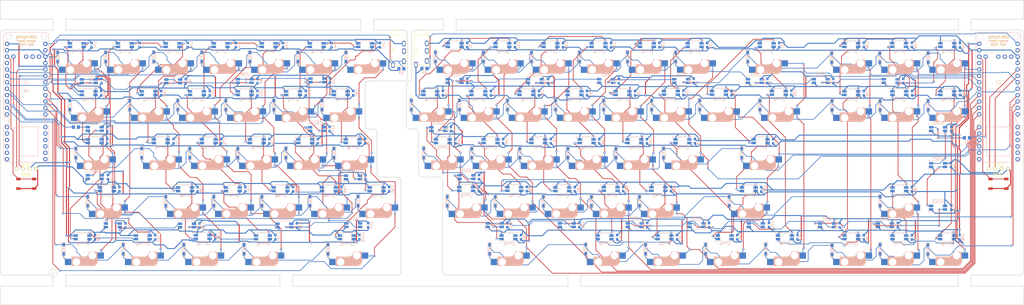
<source format=kicad_pcb>
(kicad_pcb (version 20211014) (generator pcbnew)
  (title_block (title "bakekujira") (date "2021-02-20") (rev "0.3"))
  (layers (0 "F.Cu" signal) (31 "B.Cu" signal) (34 "B.Paste" user) (35 "F.Paste" user) (36 "B.SilkS" user "B.Silkscreen") (37 "F.SilkS" user "F.Silkscreen") (38 "B.Mask" user) (39 "F.Mask" user) (44 "Edge.Cuts" user))
  (net 0 "")
  (net 1 "GND")
  (net 2 "Net-(D_1-Pad2)")
  (net 3 "Net-(D_2-Pad2)")
  (net 4 "Net-(D_3-Pad2)")
  (net 5 "Net-(D_4-Pad2)")
  (net 6 "Net-(D_5-Pad2)")
  (net 7 "Net-(D_6-Pad2)")
  (net 8 "Net-(D_7-Pad2)")
  (net 9 "Net-(D_8-Pad2)")
  (net 10 "Net-(D_9-Pad2)")
  (net 11 "Net-(D_10-Pad2)")
  (net 12 "Net-(D_11-Pad2)")
  (net 13 "Net-(D_12-Pad2)")
  (net 14 "Net-(D_13-Pad2)")
  (net 15 "Net-(D_14-Pad2)")
  (net 16 "Net-(D_17-Pad2)")
  (net 17 "Net-(D_18-Pad2)")
  (net 18 "Net-(D_19-Pad2)")
  (net 19 "Net-(D_20-Pad2)")
  (net 20 "Net-(D_21-Pad2)")
  (net 21 "Net-(D_22-Pad2)")
  (net 22 "Net-(D_23-Pad2)")
  (net 23 "Net-(D_24-Pad2)")
  (net 24 "Net-(D_25-Pad2)")
  (net 25 "Net-(D_26-Pad2)")
  (net 26 "Net-(D_27-Pad2)")
  (net 27 "Net-(D_28-Pad2)")
  (net 28 "Net-(D_29-Pad2)")
  (net 29 "Net-(D_30-Pad2)")
  (net 30 "Net-(D_34-Pad2)")
  (net 31 "Net-(D_35-Pad2)")
  (net 32 "Net-(D_36-Pad2)")
  (net 33 "Net-(D_37-Pad2)")
  (net 34 "Net-(D_38-Pad2)")
  (net 35 "Net-(D_39-Pad2)")
  (net 36 "Net-(D_40-Pad2)")
  (net 37 "Net-(D_41-Pad2)")
  (net 38 "Net-(D_42-Pad2)")
  (net 39 "Net-(D_43-Pad2)")
  (net 40 "Net-(D_44-Pad2)")
  (net 41 "Net-(D_45-Pad2)")
  (net 42 "Net-(D_46-Pad2)")
  (net 43 "Net-(D_47-Pad2)")
  (net 44 "Net-(D_48-Pad2)")
  (net 45 "Net-(D_49-Pad2)")
  (net 46 "Net-(D_50-Pad2)")
  (net 47 "Net-(D_51-Pad2)")
  (net 48 "Net-(D_52-Pad2)")
  (net 49 "Net-(D_53-Pad2)")
  (net 50 "Net-(D_54-Pad2)")
  (net 51 "Net-(D_55-Pad2)")
  (net 52 "Net-(D_56-Pad2)")
  (net 53 "Net-(D_57-Pad2)")
  (net 54 "Net-(D_58-Pad2)")
  (net 55 "Net-(D_60-Pad2)")
  (net 56 "Net-(D_61-Pad2)")
  (net 57 "Net-(D_62-Pad2)")
  (net 58 "Net-(D_63-Pad2)")
  (net 59 "row0_L")
  (net 60 "row0_R")
  (net 61 "col0_R")
  (net 62 "row1_L")
  (net 63 "row1_R")
  (net 64 "row2_L")
  (net 65 "row2_R")
  (net 66 "row3_L")
  (net 67 "row3_R")
  (net 68 "row4_L")
  (net 69 "data_L")
  (net 70 "Net-(LED2-Pad2)")
  (net 71 "Net-(LED29-Pad2)")
  (net 72 "Net-(LED25-Pad4)")
  (net 73 "Net-(LED10-Pad2)")
  (net 74 "Net-(LED10-Pad4)")
  (net 75 "Net-(LED13-Pad4)")
  (net 76 "Net-(LED14-Pad4)")
  (net 77 "Net-(LED15-Pad4)")
  (net 78 "Net-(LED26-Pad4)")
  (net 79 "Net-(LED27-Pad2)")
  (net 80 "Net-(LED33-Pad2)")
  (net 81 "reset_L")
  (net 82 "reset_R")
  (net 83 "col0_L")
  (net 84 "col1_L")
  (net 85 "col2_L")
  (net 86 "col3_L")
  (net 87 "col4_L")
  (net 88 "col5_L")
  (net 89 "col6_L")
  (net 90 "col1_R")
  (net 91 "col2_R")
  (net 92 "col3_R")
  (net 93 "col4_R")
  (net 94 "col5_R")
  (net 95 "col7_R")
  (net 96 "col6_R")
  (net 97 "data_R")
  (net 98 "Net-(D_15-Pad2)")
  (net 99 "Net-(D_16-Pad2)")
  (net 100 "Net-(D_31-Pad2)")
  (net 101 "Net-(D_32-Pad2)")
  (net 102 "Net-(D_33-Pad2)")
  (net 103 "Net-(D_59-Pad2)")
  (net 104 "Net-(LED1-Pad2)")
  (net 105 "Net-(LED3-Pad2)")
  (net 106 "Net-(LED16-Pad4)")
  (net 107 "Net-(LED17-Pad4)")
  (net 108 "Net-(LED18-Pad4)")
  (net 109 "Net-(LED31-Pad2)")
  (net 110 "Net-(LED35-Pad2)")
  (net 111 "Net-(LED37-Pad2)")
  (net 112 "Net-(LED40-Pad4)")
  (net 113 "Net-(LED43-Pad2)")
  (net 114 "Net-(LED45-Pad2)")
  (net 115 "Net-(LED46-Pad4)")
  (net 116 "SCL_R")
  (net 117 "SDA_R")
  (net 118 "SCL_L")
  (net 119 "SDA_L")
  (net 120 "Net-(LED4-Pad2)")
  (net 121 "Net-(LED1-Pad4)")
  (net 122 "row4_R")
  (net 123 "Net-(LED31-Pad4)")
  (net 124 "Net-(LED59-Pad2)")
  (net 125 "Net-(LED71-Pad2)")
  (net 126 "Net-(LED78-Pad2)")
  (net 127 "LED_R")
  (net 128 "LED_L")
  (net 129 "VCC")
  (net 130 "Net-(LED38-Pad2)")
  (net 131 "Net-(LED82-Pad4)")
  (net 132 "Net-(LED12-Pad4)")
  (net 133 "Net-(LED47-Pad2)")
  (net 134 "Net-(LED49-Pad4)")
  (net 135 "Net-(LED51-Pad4)")
  (net 136 "Net-(LED60-Pad2)")
  (net 137 "Net-(LED65-Pad2)")
  (net 138 "Net-(LED83-Pad2)")
  (net 139 "Net-(LED85-Pad4)")
  (net 140 "Net-(D_64-Pad2)")
  (net 141 "Net-(D_65-Pad2)")
  (net 142 "Net-(D_66-Pad2)")
  (net 143 "Net-(D_67-Pad2)")
  (net 144 "Net-(D_68-Pad2)")
  (net 145 "Net-(D_69-Pad2)")
  (net 146 "Net-(D_70-Pad2)")
  (net 147 "Net-(D_71-Pad2)")
  (net 148 "Net-(D_72-Pad2)")
  (net 149 "Net-(D_73-Pad2)")
  (net 150 "col8_R")
  (net 151 "col9_R")
  (net 152 "col10_R")
  (net 153 "Net-(LED11-Pad4)")
  (net 154 "Net-(LED20-Pad4)")
  (net 155 "Net-(LED33-Pad4)")
  (net 156 "Net-(LED35-Pad4)")
  (net 157 "Net-(LED37-Pad4)")
  (net 158 "Net-(LED48-Pad2)")
  (net 159 "Net-(LED50-Pad2)")
  (net 160 "Net-(LED52-Pad2)")
  (net 161 "Net-(LED42-Pad4)")
  (net 162 "Net-(LED44-Pad4)")
  (net 163 "Net-(LED88-Pad2)")
  (net 164 "Net-(LED91-Pad2)")
  (net 165 "Net-(LED92-Pad4)")
  (net 166 "Net-(LED100-Pad2)")
  (net 167 "Net-(LED100-Pad4)")
  (net 168 "Net-(LED101-Pad4)")
  (net 169 "Net-(LED101-Pad2)")
  (net 170 "Net-(LED41-Pad2)")
  (net 171 "Net-(LED102-Pad2)")
  (net 172 "Net-(LED103-Pad4)")
  (net 173 "Net-(LED103-Pad2)")
  (net 174 "Net-(J1-Pad3)")
  (net 175 "Net-(J2-Pad3)")
  (net 176 "GNDA")
  (net 177 "VDD")
  (net 178 "Net-(LED7-Pad4)")
  (net 179 "Net-(LED8-Pad4)")
  (net 180 "Net-(LED21-Pad4)")
  (net 181 "Net-(LED22-Pad4)")
  (net 182 "Net-(LED23-Pad4)")
  (net 183 "Net-(LED5-Pad2)")
  (net 184 "Net-(LED41-Pad4)")
  (net 185 "Net-(LED19-Pad4)")
  (net 186 "Net-(LED24-Pad4)")
  (net 187 "Net-(LED26-Pad2)")
  (net 188 "Net-(LED28-Pad2)")
  (net 189 "Net-(LED32-Pad4)")
  (net 190 "Net-(LED34-Pad4)")
  (net 191 "Net-(LED36-Pad4)")
  (net 192 "Net-(LED38-Pad4)")
  (net 193 "Net-(LED39-Pad4)")
  (net 194 "Net-(LED40-Pad2)")
  (net 195 "Net-(LED42-Pad2)")
  (net 196 "Net-(LED44-Pad2)")
  (net 197 "Net-(LED46-Pad2)")
  (net 198 "Net-(LED53-Pad4)")
  (net 199 "Net-(LED54-Pad2)")
  (net 200 "Net-(LED55-Pad4)")
  (net 201 "Net-(LED56-Pad2)")
  (net 202 "Net-(LED57-Pad4)")
  (net 203 "Net-(LED58-Pad2)")
  (net 204 "Net-(LED61-Pad4)")
  (net 205 "Net-(LED62-Pad2)")
  (net 206 "Net-(LED63-Pad4)")
  (net 207 "Net-(LED64-Pad2)")
  (net 208 "Net-(LED66-Pad4)")
  (net 209 "Net-(LED67-Pad2)")
  (net 210 "Net-(LED68-Pad4)")
  (net 211 "Net-(LED69-Pad2)")
  (net 212 "Net-(LED70-Pad4)")
  (net 213 "Net-(LED72-Pad2)")
  (net 214 "Net-(LED74-Pad2)")
  (net 215 "Net-(LED75-Pad4)")
  (net 216 "Net-(LED76-Pad2)")
  (net 217 "Net-(LED77-Pad4)")
  (net 218 "Net-(LED79-Pad2)")
  (net 219 "Net-(LED80-Pad4)")
  (net 220 "Net-(LED84-Pad2)")
  (net 221 "Net-(LED95-Pad4)")
  (net 222 "Net-(LED97-Pad4)")
  (net 223 "Net-(LED104-Pad2)")
  (net 224 "Net-(U1-PadA10)")
  (net 225 "Net-(U1-PadD+)")
  (net 226 "Net-(U1-PadD-)")
  (net 227 "Net-(U1-PadCHRG)")
  (net 228 "Net-(U1-PadA5)")
  (net 229 "Net-(U1-PadA7)")
  (net 230 "Net-(U1-PadA8)")
  (net 231 "Net-(U1-PadA6)")
  (net 232 "Net-(U1-PadA15)")
  (net 233 "Net-(U1-PadA4)")
  (net 234 "Net-(U1-PadA14)")
  (net 235 "Net-(U1-PadA13)")
  (net 236 "Net-(U1-PadRST)")
  (net 237 "Net-(U2-PadA10)")
  (net 238 "Net-(U2-PadD+)")
  (net 239 "Net-(U2-PadD-)")
  (net 240 "Net-(U2-PadCHRG)")
  (net 241 "Net-(U2-PadA5)")
  (net 242 "Net-(U2-PadA7)")
  (net 243 "Net-(U2-PadA8)")
  (net 244 "Net-(U2-PadA6)")
  (net 245 "Net-(U2-PadA15)")
  (net 246 "Net-(U2-PadA4)")
  (net 247 "Net-(U2-PadB9)")
  (net 248 "Net-(U2-PadB11)")
  (net 249 "Net-(U2-PadB10)")
  (net 250 "Net-(U2-PadA14)")
  (net 251 "Net-(U2-PadB12)")
  (net 252 "Net-(U2-PadA13)")
  (net 253 "Net-(U2-PadRST)")
  (net 254 "Net-(U1-Pad3.3V)")
  (net 255 "Net-(U2-Pad3.3V)")
  (net 256 "Net-(U1-PadB0)")
  (net 257 "Net-(U2-PadB0)")
  (footprint "onigaku:CherryMX_Hotswap" (layer "F.Cu") (at 191.67475 64.77 180)
    (fp_text reference "SW_18" hide)
    (fp_text value "KEYSW" hide)
  )
  (footprint "onigaku:CherryMX_Hotswap" (layer "F.Cu") (at 220.24975 45.72 180)
    (fp_text reference "SW_2" hide)
    (fp_text value "KEYSW" hide)
  )
  (footprint "onigaku:CherryMX_Hotswap" (layer "F.Cu") (at 305.97475 64.77 180)
    (fp_text reference "SW_24" hide)
    (fp_text value "KEYSW" hide)
  )
  (footprint "onigaku:CherryMX_Hotswap" (layer "F.Cu") (at 258.34975 45.72 180)
    (fp_text reference "SW_4" hide)
    (fp_text value "KEYSW" hide)
  )
  (footprint "onigaku:CherryMX_Hotswap" (layer "F.Cu") (at 215.48725 83.82 180)
    (fp_text reference "SW_36" hide)
    (fp_text value "KEYSW" hide)
  )
  (footprint "onigaku:CherryMX_Hotswap" (layer "F.Cu") (at 267.87475 64.77 180)
    (fp_text reference "SW_22" hide)
    (fp_text value "KEYSW" hide)
  )
  (footprint "onigaku:CherryMX_Hotswap_1.25u_North" (layer "F.Cu") (at 260.731 121.92)
    (fp_text reference "SW_62")
    (fp_text value "KEYSW")
  )
  (footprint "onigaku:CherryMX_Hotswap" (layer "F.Cu") (at 234.53725 83.82 180)
    (fp_text reference "SW_37" hide)
    (fp_text value "KEYSW" hide)
  )
  (footprint "onigaku:CherryMX_Hotswap" (layer "F.Cu") (at 244.06225 102.87 180)
    (fp_text reference "SW_50" hide)
    (fp_text value "KEYSW" hide)
  )
  (footprint "onigaku:CherryMX_Hotswap_2.75u_North_reversed_stabilizers" (layer "F.Cu") (at 222.631 121.92)
    (fp_text reference "SW_61")
    (fp_text value "KEYSW")
  )
  (footprint "onigaku:CherryMX_Hotswap_2.75u_North" (layer "F.Cu") (at 317.881 102.87)
    (fp_text reference "SW_53")
    (fp_text value "KEYSW")
  )
  (footprint "mj-4pp-9:MJ-4PP-9" (layer "F.Cu") (at 188.0735 43.053 -90)
    (fp_text reference "J1")
    (fp_text value "MJ-4PP-9")
  )
  (footprint "onigaku:CherryMX_Hotswap" (layer "F.Cu") (at 248.82475 64.77 180)
    (fp_text reference "SW_21" hide)
    (fp_text value "KEYSW" hide)
  )
  (footprint "onigaku:CherryMX_Hotswap" (layer "F.Cu") (at 286.92475 64.77 180)
    (fp_text reference "SW_23" hide)
    (fp_text value "KEYSW" hide)
  )
  (footprint "onigaku:CherryMX_Hotswap" (layer "F.Cu") (at 239.29975 45.72 180)
    (fp_text reference "SW_3" hide)
    (fp_text value "KEYSW" hide)
  )
  (footprint "onigaku:CherryMX_Hotswap" (layer "F.Cu") (at 296.44975 45.72 180)
    (fp_text reference "SW_6" hide)
    (fp_text value "KEYSW" hide)
  )
  (footprint "onigaku:CherryMX_Hotswap" (layer "F.Cu") (at 277.39975 45.72 180)
    (fp_text reference "SW_5" hide)
    (fp_text value "KEYSW" hide)
  )
  (footprint "onigaku:CherryMX_Hotswap" (layer "F.Cu") (at 210.72475 64.77 180)
    (fp_text reference "SW_19" hide)
    (fp_text value "KEYSW" hide)
  )
  (footprint "onigaku:CherryMX_Hotswap" (layer "F.Cu") (at 229.77475 64.77 180)
    (fp_text reference "SW_20" hide)
    (fp_text value "KEYSW" hide)
  )
  (footprint "onigaku:CherryMX_Hotswap_1.25u_North" (layer "F.Cu") (at 308.356 121.92)
    (fp_text reference "SW_64")
    (fp_text value "KEYSW")
  )
  (footprint "onigaku:CherryMX_Hotswap" (layer "F.Cu") (at 225.01225 102.87 180)
    (fp_text reference "SW_49" hide)
    (fp_text value "KEYSW" hide)
  )
  (footprint "onigaku:CherryMX_Hotswap" (layer "F.Cu") (at 282.16225 102.87 180)
    (fp_text reference "SW_52" hide)
    (fp_text value "KEYSW" hide)
  )
  (footprint "onigaku:CherryMX_Hotswap" (layer "F.Cu") (at 196.43725 83.82 180)
    (fp_text reference "SW_35" hide)
    (fp_text value "KEYSW" hide)
  )
  (footprint "onigaku:CherryMX_Hotswap" (layer "F.Cu") (at 291.68725 83.82 180)
    (fp_text reference "SW_40" hide)
    (fp_text value "KEYSW" hide)
  )
  (footprint "onigaku:CherryMX_Hotswap" (layer "F.Cu") (at 205.96225 102.87 180)
    (fp_text reference "SW_48" hide)
    (fp_text value "KEYSW" hide)
  )
  (footprint "onigaku:CherryMX_Hotswap" (layer "F.Cu") (at 253.58725 83.82 180)
    (fp_text reference "SW_38" hide)
    (fp_text value "KEYSW" hide)
  )
  (footprint "onigaku:CherryMX_Hotswap" (layer "F.Cu") (at 263.11225 102.87 180)
    (fp_text reference "SW_51" hide)
    (fp_text value "KEYSW" hide)
  )
  (footprint "onigaku:CherryMX_Hotswap_1.25u_North" (layer "F.Cu") (at 332.1685 121.92)
    (fp_text reference "SW_65")
    (fp_text value "KEYSW")
  )
  (footprint "onigaku:CherryMX_Hotswap_2.25u_North" (layer "F.Cu") (at 322.6435 83.82)
    (fp_text reference "SW_41")
    (fp_text value "KEYSW")
  )
  (footprint "onigaku:CherryMX_Hotswap_1.5u" (layer "F.Cu") (at 329.78725 64.77 180)
    (fp_text reference "SW_25" hide)
    (fp_text value "KEYSW" hide)
  )
  (footprint "kbd:YS-SK6812MINI-E_underglow" (layer "F.Cu") (at 261.3025 55.245)
    (fp_text reference "LED2")
    (fp_text value "YS-SK6812MINI-E")
  )
  (footprint "kbd:YS-SK6812MINI-E_underglow" (layer "F.Cu") (at 374.0785 55.245)
    (fp_text reference "LED6")
    (fp_text value "YS-SK6812MINI-E")
  )
  (footprint "kbd:YS-SK6812MINI-E_underglow" (layer "F.Cu") (at 201.2315 55.245)
    (fp_text reference "LED1")
    (fp_text value "YS-SK6812MINI-E")
  )
  (footprint "kbd:YS-SK6812MINI-E_underglow" (layer "F.Cu") (at 194.7545 74.295)
    (fp_text reference "LED14")
    (fp_text value "YS-SK6812MINI-E")
  )
  (footprint "kbd:YS-SK6812MINI-E_underglow" (layer "F.Cu") (at 245.6815 112.395)
    (fp_text reference "LED17")
    (fp_text value "YS-SK6812MINI-E")
  )
  (footprint "kbd:YS-SK6812MINI-E_underglow" (layer "F.Cu") (at 297.1165 112.395)
    (fp_text reference "LED19")
    (fp_text value "YS-SK6812MINI-E")
  )
  (footprint "kbd:YS-SK6812MINI-E_underglow" (layer "F.Cu") (at 205.9305 93.345)
    (fp_text reference "LED15")
    (fp_text value "YS-SK6812MINI-E")
  )
  (footprint "kbd:YS-SK6812MINI-E_underglow" (layer "F.Cu") (at 346.3925 55.245)
    (fp_text reference "LED5")
    (fp_text value "YS-SK6812MINI-E")
  )
  (footprint "kbd:YS-SK6812MINI-E_underglow" (layer "F.Cu") (at 272.6055 112.395)
    (fp_text reference "LED18")
    (fp_text value "YS-SK6812MINI-E")
  )
  (footprint "kbd:YS-SK6812MINI-E_underglow" (layer "F.Cu") (at 291.0205 55.245)
    (fp_text reference "LED3")
    (fp_text value "YS-SK6812MINI-E")
  )
  (footprint "kbd:YS-SK6812MINI-E_underglow" (layer "F.Cu") (at 392.8735 74.313)
    (fp_text reference "LED25")
    (fp_text value "YS-SK6812MINI-E")
  )
  (footprint "kbd:YS-SK6812MINI-E_underglow" (layer "F.Cu") (at 392.8735 105.472)
    (fp_text reference "LED23")
    (fp_text value "YS-SK6812MINI-E")
  )
  (footprint "kbd:YS-SK6812MINI-E_underglow" (layer "F.Cu") (at 392.8735 88.584)
    (fp_text reference "LED24")
    (fp_text value "YS-SK6812MINI-E")
  )
  (footprint "kbd:YS-SK6812MINI-E_underglow" (layer "F.Cu") (at 320.6105 112.395)
    (fp_text reference "LED20")
    (fp_text value "YS-SK6812MINI-E")
  )
  (footprint "kbd:YS-SK6812MINI-E_underglow" (layer "F.Cu") (at 348.8495 112.457)
    (fp_text reference "LED21")
    (fp_text value "YS-SK6812MINI-E")
  )
  (footprint "kbd:YS-SK6812MINI-E_underglow" (layer "F.Cu") (at 371.7915 112.413)
    (fp_text reference "LED22")
    (fp_text value "YS-SK6812MINI-E")
  )
  (footprint "onigaku:CherryMX_Hotswap" (layer "F.Cu") (at 272.63725 83.82 180)
    (fp_text reference "SW_39" hide)
    (fp_text value "KEYSW" hide)
  )
  (footprint "onigaku:CherryMX_Hotswap" (layer "F.Cu") (at 377.444 45.72 180)
    (fp_text reference "SW_9" hide)
    (fp_text value "KEYSW" hide)
  )
  (footprint "onigaku:CherryMX_Hotswap" (layer "F.Cu") (at 201.19975 45.72 180)
    (fp_text reference "SW_1" hide)
    (fp_text value "KEYSW" hide)
  )
  (footprint "onigaku:CherryMX_Hotswap" (layer "F.Cu") (at 358.3615 64.77 180)
    (fp_text reference "SW_26" hide)
    (fp_text value "KEYSW" hide)
  )
  (footprint "onigaku:CherryMX_Hotswap_1.25u_North" (layer "F.Cu") (at 284.5435 121.92)
    (fp_text reference "SW_63")
    (fp_text value "KEYSW")
  )
  (footprint "onigaku:CherryMX_Hotswap" (layer "F.Cu") (at 396.494 45.72 180)
    (fp_text reference "SW_10" hide)
    (fp_text value "KEYSW" hide)
  )
  (footprint "onigaku:CherryMX_Hotswap" (layer "F.Cu") (at 358.3615 45.72 180)
    (fp_text reference "SW_8" hide)
    (fp_text value "KEYSW" hide)
  )
  (footprint "onigaku:CherryMX_Hotswap_2u_North" (layer "F.Cu") (at 325.02475 45.72)
    (fp_text reference "SW_7")
    (fp_text value "KEYSW")
  )
  (footprint "onigaku:CherryMX_Hotswap" (layer "F.Cu") (at 377.444 64.77 180)
    (fp_text reference "SW_27" hide)
    (fp_text value "KEYSW" hide)
  )
  (footprint "onigaku:CherryMX_Hotswap" (layer "F.Cu") (at 396.494 64.77 180)
    (fp_text reference "SW_28" hide)
    (fp_text value "KEYSW" hide)
  )
  (footprint "onigaku:CherryMX_Hotswap" (layer "F.Cu") (at 377.3805 102.87 180)
    (fp_text reference "SW_54" hide)
    (fp_text value "KEYSW" hide)
  )
  (footprint "onigaku:CherryMX_Hotswap" (layer "F.Cu") (at 358.3615 121.92 180)
    (fp_text reference "SW_66" hide)
    (fp_text value "KEYSW" hide)
  )
  (footprint "onigaku:CherryMX_Hotswap" (layer "F.Cu") (at 377.3805 121.92 180)
    (fp_text reference "SW_67" hide)
    (fp_text value "KEYSW" hide)
  )
  (footprint "kbd:YS-SK6812MINI-E_underglow" (layer "F.Cu") (at 320.2305 55.245)
    (fp_text reference "LED4")
    (fp_text value "YS-SK6812MINI-E")
  )
  (footprint "mj-4pp-9:MJ-4PP-9" (layer "F.Cu") (at 179.002 43.18 -90)
    (fp_text reference "J2")
    (fp_text value "MJ-4PP-9")
  )
  (footprint "Button_Switch_SMD:SW_SPST_TL3342" (layer "F.Cu") (at 31.405 96)
    (fp_text reference "RSW2")
    (fp_text value "SW_PUSH")
  )
  (footprint "onigaku:CherryMX_Hotswap" (layer "F.Cu") (at 146.685 45.72 180)
    (fp_text reference "SW_16" hide)
    (fp_text value "KEYSW" hide)
  )
  (footprint "onigaku:CherryMX_Hotswap" (layer "F.Cu") (at 127.635 45.72 180)
    (fp_text reference "SW_15" hide)
    (fp_text value "KEYSW" hide)
  )
  (footprint "onigaku:CherryMX_Hotswap" (layer "F.Cu") (at 94.2975 102.87 180)
    (fp_text reference "SW_56" hide)
    (fp_text value "KEYSW" hide)
  )
  (footprint "onigaku:CherryMX_Hotswap" (layer "F.Cu") (at 113.3475 102.87 180)
    (fp_text reference "SW_57" hide)
    (fp_text value "KEYSW" hide)
  )
  (footprint "onigaku:CherryMX_Hotswap" (layer "F.Cu") (at 165.735 45.72 180)
    (fp_text reference "SW_17" hide)
    (fp_text value "KEYSW" hide)
  )
  (footprint "kbd:YS-SK6812MINI-E_underglow" (layer "F.Cu") (at 65.703 112.457)
    (fp_text reference "LED28")
    (fp_text value "YS-SK6812MINI-E")
  )
  (footprint "kbd:YS-SK6812MINI-E_underglow" (layer "F.Cu") (at 56.178 55.31)
    (fp_text reference "LED7")
    (fp_text value "YS-SK6812MINI-E")
  )
  (footprint "kbd:YS-SK6812MINI-E_underglow" (layer "F.Cu") (at 233.044 55.263)
    (fp_text reference "LED104")
    (fp_text value "YS-SK6812MINI-E")
  )
  (footprint "onigaku:CherryMX_Hotswap" (layer "F.Cu") (at 70.485 45.72 180)
    (fp_text reference "SW_12" hide)
    (fp_text value "KEYSW" hide)
  )
  (footprint "onigaku:CherryMX_Hotswap" (layer "F.Cu") (at 89.535 45.72 180)
    (fp_text reference "SW_13" hide)
    (fp_text value "KEYSW" hide)
  )
  (footprint "onigaku:CherryMX_Hotswap" (layer "F.Cu") (at 80.01 64.77 180)
    (fp_text reference "SW_30" hide)
    (fp_text value "KEYSW" hide)
  )
  (footprint "onigaku:CherryMX_Hotswap" (layer "F.Cu") (at 108.585 45.72 180)
    (fp_text reference "SW_14" hide)
    (fp_text value "KEYSW" hide)
  )
  (footprint "onigaku:CherryMX_Hotswap" (layer "F.Cu") (at 160.9725 83.82 180)
    (fp_text reference "SW_47" hide)
    (fp_text value "KEYSW" hide)
  )
  (footprint "onigaku:CherryMX_Hotswap" (layer "F.Cu") (at 151.4475 102.87 180)
    (fp_text reference "SW_59" hide)
    (fp_text value "KEYSW" hide)
  )
  (footprint "onigaku:CherryMX_Hotswap" (layer "F.Cu") (at 170.4975 102.87 180)
    (fp_text reference "SW_60" hide)
    (fp_text value "KEYSW" hide)
  )
  (footprint "onigaku:CherryMX_Hotswap_1.25u_North" (layer "F.Cu") (at 77.62875 121.92)
    (fp_text reference "SW_70")
    (fp_text value "KEYSW")
  )
  (footprint "onigaku:CherryMX_Hotswap" (layer "F.Cu") (at 84.7725 83.82 180)
    (fp_text reference "SW_43" hide)
    (fp_text value "KEYSW" hide)
  )
  (footprint "onigaku:CherryMX_Hotswap_1.25u_North" (layer "F.Cu") (at 125.31725 121.92)
    (fp_text reference "SW_72")
    (fp_text value "KEYSW")
  )
  (footprint "onigaku:CherryMX_Hotswap" (layer "F.Cu") (at 99.06 64.77 180)
    (fp_text reference "SW_31" hide)
    (fp_text value "KEYSW" hide)
  )
  (footprint "onigaku:CherryMX_Hotswap" (layer "F.Cu") (at 118.11 64.77 180)
    (fp_text reference "SW_32" hide)
    (fp_text value "KEYSW" hide)
  )
  (footprint "onigaku:CherryMX_Hotswap" (layer "F.Cu") (at 141.9225 83.82 180)
    (fp_text reference "SW_46" hide)
    (fp_text value "KEYSW" hide)
  )
  (footprint "onigaku:CherryMX_Hotswap_1.25u_North" (layer "F.Cu") (at 53.81625 121.92)
    (fp_text reference "SW_69")
    (fp_text value "KEYSW")
  )
  (footprint "onigaku:CherryMX_Hotswap_1.25u_North" (layer "F.Cu") (at 101.50475 121.92)
    (fp_text reference "SW_71")
    (fp_text value "KEYSW")
  )
  (footprint "onigaku:CherryMX_Hotswap" (layer "F.Cu") (at 156.21 64.77 180)
    (fp_text reference "SW_34" hide)
    (fp_text value "KEYSW" hide)
  )
  (footprint "onigaku:CherryMX_Hotswap" (layer "F.Cu") (at 103.8225 83.82 180)
    (fp_text reference "SW_44" hide)
    (fp_text value "KEYSW" hide)
  )
  (footprint "onigaku:CherryMX_Hotswap" (layer "F.Cu") (at 137.16 64.77 180)
    (fp_text reference "SW_33" hide)
    (fp_text value "KEYSW" hide)
  )
  (footprint "onigaku:CherryMX_Hotswap_2.25u_North_reversed_stabilizers" (layer "F.Cu") (at 158.59125 121.92)
    (fp_text reference "SW_73")
    (fp_text value "KEYSW")
  )
  (footprint "kbd:YS-SK6812MINI-E_underglow" (layer "F.Cu") (at 89.662 55.372)
    (fp_text reference "LED8")
    (fp_text value "YS-SK6812MINI-E")
  )
  (footprint "kbd:YS-SK6812MINI-E_underglow" (layer "F.Cu") (at 95.123 112.522)
    (fp_text reference "LED29")
    (fp_text value "YS-SK6812MINI-E")
  )
  (footprint "kbd:YS-SK6812MINI-E_underglow" (layer "F.Cu") (at 58.547 74.23)
    (fp_text reference "LED26")
    (fp_text value "YS-SK6812MINI-E")
  )
  (footprint "kbd:YS-SK6812MINI-E_underglow" (layer "F.Cu") (at 146.685 74.295)
    (fp_text reference "LED11")
    (fp_text value "YS-SK6812MINI-E")
  )
  (footprint "kbd:YS-SK6812MINI-E_underglow" (layer "F.Cu") (at 160.909 93.472)
    (fp_text reference "LED12")
    (fp_text value "YS-SK6812MINI-E")
  )
  (footprint "kbd:YS-SK6812MINI-E_underglow" (layer "F.Cu") (at 161.036 112.395)
    (fp_text reference "LED13")
    (fp_text value "YS-SK6812MINI-E")
  )
  (footprint "kbd:YS-SK6812MINI-E_underglow" (layer "F.Cu") (at 58.547 93.345)
    (fp_text reference "LED27")
    (fp_text value "YS-SK6812MINI-E")
  )
  (footprint "kbd:YS-SK6812MINI-E_underglow" (layer "F.Cu") (at 146.812 54.991)
    (fp_text reference "LED10")
    (fp_text value "YS-SK6812MINI-E")
  )
  (footprint "onigaku:CherryMX_Hotswap" (layer "F.Cu") (at 122.8725 83.82 180)
    (fp_text reference "SW_45" hide)
    (fp_text value "KEYSW" hide)
  )
  (footprint "onigaku:CherryMX_Hotswap" (layer "F.Cu") (at 51.435 45.72 180)
    (fp_text reference "SW_11" hide)
    (fp_text value "KEYSW" hide)
  )
  (footprint "kbd:OLED_v2" (layer "F.Cu") (at 31.405 90)
    (fp_text reference "OL2")
    (fp_text value "OLED" hide)
  )
  (footprint "kbd:YS-SK6812MINI-E_underglow" (layer "F.Cu") (at 117.983 55.245)
    (fp_text reference "LED9")
    (fp_text value "YS-SK6812MINI-E")
  )
  (footprint "onigaku:CherryMX_Hotswap_1.75u" (layer "F.Cu") (at 58.57875 83.82 180)
    (fp_text reference "SW_42")
    (fp_text value "KEYSW")
  )
  (footprint "kbd:YS-SK6812MINI-E_underglow" (layer "F.Cu") (at 133.731 112.522)
    (fp_text reference "LED30")
    (fp_text value "YS-SK6812MINI-E")
  )
  (footprint "onigaku:CherryMX_Hotswap_1.5u" (layer "F.Cu") (at 56.1975 64.77 180)
    (fp_text reference "SW_29" hide)
    (fp_text value "KEYSW" hide)
  )
  (footprint "onigaku:CherryMX_Hotswap" (layer "F.Cu") (at 132.3975 102.87 180)
    (fp_text reference "SW_58" hide)
    (fp_text value "KEYSW" hide)
  )
  (footprint "kbd:YS-SK6812MINI-E_underglow" (layer "F.Cu") (at 217.1065 112.395)
    (fp_text reference "LED16")
    (fp_text value "YS-SK6812MINI-E")
  )
  (footprint "onigaku:CherryMX_Hotswap" (layer "F.Cu") (at 396.4305 121.92 180)
    (fp_text reference "SW_68" hide)
    (fp_text value "KEYSW" hide)
  )
  (footprint "kbd:OLED_v2" (layer "F.Cu") (at 416.7775 90)
    (fp_text reference "OL1")
    (fp_text value "OLED" hide)
  )
  (footprint "Button_Switch_SMD:SW_SPST_TL3342" (layer "F.Cu") (at 416.7775 96)
    (fp_text reference "RSW1")
    (fp_text value "SW_PUSH")
  )
  (footprint "onigaku:CherryMX_Hotswap_2.25u_North" (layer "F.Cu") (at 63.34125 102.87)
    (fp_text reference "SW_55")
    (fp_text value "KEYSW")
  )
  (footprint "kbd:D3_SMD_v2" (layer "B.Cu") (at 298.37075 64.762 -90)
    (fp_text reference "D_24" hide)
    (fp_text value "D" hide)
  )
  (footprint "kbd:D3_SMD_v2" (layer "B.Cu") (at 217.3605 102.873 -90)
    (fp_text reference "D_49" hide)
    (fp_text value "D" hide)
  )
  (footprint "kbd:D3_SMD_v2" (layer "B.Cu") (at 236.4105 102.87 -90)
    (fp_text reference "D_50" hide)
    (fp_text value "D" hide)
  )
  (footprint "kbd:D3_SMD_v2" (layer "B.Cu") (at 255.4605 102.873 -90)
    (fp_text reference "D_51" hide)
    (fp_text value "D" hide)
  )
  (footprint "kbd:D3_SMD_v2" (layer "B.Cu") (at 274.5105 102.873 -90)
    (fp_text reference "D_52" hide)
    (fp_text value "D" hide)
  )
  (footprint "kbd:D3_SMD_v2" (layer "B.Cu") (at 215.0745 121.917 -90)
    (fp_text reference "D_61" hide)
    (fp_text value "D" hide)
  )
  (footprint "kbd:YS-SK6812MINI-E" (layer "B.Cu") (at 258.2545 41.021)
    (fp_text reference "LED34")
    (fp_text value "YS-SK6812MINI-E")
    (fp_line (start -1.8 -1.55) (end 1.8 -1.55) (layer "Edge.Cuts") (width 0.12))
    (fp_line (start 1.8 -1.55) (end 1.8 1.55) (layer "Edge.Cuts") (width 0.12))
    (fp_line (start -1.8 1.55) (end -1.8 -1.55) (layer "Edge.Cuts") (width 0.12))
    (fp_line (start 1.8 1.55) (end -1.8 1.55) (layer "Edge.Cuts") (width 0.12))
  )
  (footprint "kbd:YS-SK6812MINI-E" (layer "B.Cu") (at 220.1545 41.021)
    (fp_text reference "LED32")
    (fp_text value "YS-SK6812MINI-E")
    (fp_line (start 1.8 -1.55) (end 1.8 1.55) (layer "Edge.Cuts") (width 0.12))
    (fp_line (start -1.8 -1.55) (end 1.8 -1.55) (layer "Edge.Cuts") (width 0.12))
    (fp_line (start -1.8 1.55) (end -1.8 -1.55) (layer "Edge.Cuts") (width 0.12))
    (fp_line (start 1.8 1.55) (end -1.8 1.55) (layer "Edge.Cuts") (width 0.12))
  )
  (footprint "kbd:YS-SK6812MINI-E" (layer "B.Cu") (at 277.4315 41.021)
    (fp_text reference "LED35")
    (fp_text value "YS-SK6812MINI-E")
    (fp_line (start 1.8 1.55) (end -1.8 1.55) (layer "Edge.Cuts") (width 0.12))
    (fp_line (start 1.8 -1.55) (end 1.8 1.55) (layer "Edge.Cuts") (width 0.12))
    (fp_line (start -1.8 1.55) (end -1.8 -1.55) (layer "Edge.Cuts") (width 0.12))
    (fp_line (start -1.8 -1.55) (end 1.8 -1.55) (layer "Edge.Cuts") (width 0.12))
  )
  (footprint "kbd:YS-SK6812MINI-E" (layer "B.Cu") (at 296.3545 41.021)
    (fp_text reference "LED36")
    (fp_text value "YS-SK6812MINI-E")
    (fp_line (start -1.8 -1.55) (end 1.8 -1.55) (layer "Edge.Cuts") (width 0.12))
    (fp_line (start 1.8 -1.55) (end 1.8 1.55) (layer "Edge.Cuts") (width 0.12))
    (fp_line (start 1.8 1.55) (end -1.8 1.55) (layer "Edge.Cuts") (width 0.12))
    (fp_line (start -1.8 1.55) (end -1.8 -1.55) (layer "Edge.Cuts") (width 0.12))
  )
  (footprint "Capacitor_SMD:C_0603_1608Metric_Pad1.08x0.95mm_HandSolder" (layer "B.Cu") (at 199.7075 74.2685 -90)
    (fp_text reference "C6")
    (fp_text value "0.1uF")
  )
  (footprint "kbd:YS-SK6812MINI-E" (layer "B.Cu") (at 224.8535 98.044)
    (fp_text reference "LED80")
    (fp_text value "YS-SK6812MINI-E")
    (fp_line (start -1.8 1.55) (end -1.8 -1.55) (layer "Edge.Cuts") (width 0.12))
    (fp_line (start 1.8 -1.55) (end 1.8 1.55) (layer "Edge.Cuts") (width 0.12))
    (fp_line (start -1.8 -1.55) (end 1.8 -1.55) (layer "Edge.Cuts") (width 0.12))
    (fp_line (start 1.8 1.55) (end -1.8 1.55) (layer "Edge.Cuts") (width 0.12))
  )
  (footprint "kbd:YS-SK6812MINI-E" (layer "B.Cu") (at 324.9295 41.021)
    (fp_text reference "LED37")
    (fp_text value "YS-SK6812MINI-E")
    (fp_line (start 1.8 1.55) (end -1.8 1.55) (layer "Edge.Cuts") (width 0.12))
    (fp_line (start -1.8 -1.55) (end 1.8 -1.55) (layer "Edge.Cuts") (width 0.12))
    (fp_line (start -1.8 1.55) (end -1.8 -1.55) (layer "Edge.Cuts") (width 0.12))
    (fp_line (start 1.8 -1.55) (end 1.8 1.55) (layer "Edge.Cuts") (width 0.12))
  )
  (footprint "kbd:YS-SK6812MINI-E" (layer "B.Cu") (at 248.7295 60.071)
    (fp_text reference "LED51")
    (fp_text value "YS-SK6812MINI-E")
    (fp_line (start 1.8 -1.55) (end 1.8 1.55) (layer "Edge.Cuts") (width 0.12))
    (fp_line (start -1.8 -1.55) (end 1.8 -1.55) (layer "Edge.Cuts") (width 0.12))
    (fp_line (start -1.8 1.55) (end -1.8 -1.55) (layer "Edge.Cuts") (width 0.12))
    (fp_line (start 1.8 1.55) (end -1.8 1.55) (layer "Edge.Cuts") (width 0.12))
  )
  (footprint "kbd:YS-SK6812MINI-E" (layer "B.Cu") (at 286.9565 59.944)
    (fp_text reference "LED53")
    (fp_text value "YS-SK6812MINI-E")
    (fp_line (start 1.8 1.55) (end -1.8 1.55) (layer "Edge.Cuts") (width 0.12))
    (fp_line (start -1.8 -1.55) (end 1.8 -1.55) (layer "Edge.Cuts") (width 0.12))
    (fp_line (start 1.8 -1.55) (end 1.8 1.55) (layer "Edge.Cuts") (width 0.12))
    (fp_line (start -1.8 1.55) (end -1.8 -1.55) (layer "Edge.Cuts") (width 0.12))
  )
  (footprint "kbd:YS-SK6812MINI-E" (layer "B.Cu") (at 222.5675 117.221)
    (fp_text reference "LED91")
    (fp_text value "YS-SK6812MINI-E")
    (fp_line (start -1.8 1.55) (end -1.8 -1.55) (layer "Edge.Cuts") (width 0.12))
    (fp_line (start 1.8 -1.55) (end 1.8 1.55) (layer "Edge.Cuts") (width 0.12))
    (fp_line (start -1.8 -1.55) (end 1.8 -1.55) (layer "Edge.Cuts") (width 0.12))
    (fp_line (start 1.8 1.55) (end -1.8 1.55) (layer "Edge.Cuts") (width 0.12))
  )
  (footprint "kbd:YS-SK6812MINI-E" (layer "B.Cu") (at 263.0805 98.044)
    (fp_text reference "LED82")
    (fp_text value "YS-SK6812MINI-E")
    (fp_line (start 1.8 1.55) (end -1.8 1.55) (layer "Edge.Cuts") (width 0.12))
    (fp_line (start 1.8 -1.55) (end 1.8 1.55) (layer "Edge.Cuts") (width 0.12))
    (fp_line (start -1.8 -1.55) (end 1.8 -1.55) (layer "Edge.Cuts") (width 0.12))
    (fp_line (start -1.8 1.55) (end -1.8 -1.55) (layer "Edge.Cuts") (width 0.12))
  )
  (footprint "kbd:YS-SK6812MINI-E" (layer "B.Cu") (at 267.7795 60.071)
    (fp_text reference "LED52")
    (fp_text value "YS-SK6812MINI-E")
    (fp_line (start -1.8 -1.55) (end 1.8 -1.55) (layer "Edge.Cuts") (width 0.12))
    (fp_line (start 1.8 -1.55) (end 1.8 1.55) (layer "Edge.Cuts") (width 0.12))
    (fp_line (start -1.8 1.55) (end -1.8 -1.55) (layer "Edge.Cuts") (width 0.12))
    (fp_line (start 1.8 1.55) (end -1.8 1.55) (layer "Edge.Cuts") (width 0.12))
  )
  (footprint "kbd:YS-SK6812MINI-E" (layer "B.Cu") (at 282.0035 98.044)
    (fp_text reference "LED83")
    (fp_text value "YS-SK6812MINI-E")
    (fp_line (start 1.8 -1.55) (end 1.8 1.55) (layer "Edge.Cuts") (width 0.12))
    (fp_line (start 1.8 1.55) (end -1.8 1.55) (layer "Edge.Cuts") (width 0.12))
    (fp_line (start -1.8 1.55) (end -1.8 -1.55) (layer "Edge.Cuts") (width 0.12))
    (fp_line (start -1.8 -1.55) (end 1.8 -1.55) (layer "Edge.Cuts") (width 0.12))
  )
  (footprint "kbd:YS-SK6812MINI-E" (layer "B.Cu") (at 229.6795 60.071)
    (fp_text reference "LED50")
    (fp_text value "YS-SK6812MINI-E")
    (fp_line (start 1.8 1.55) (end -1.8 1.55) (layer "Edge.Cuts") (width 0.12))
    (fp_line (start 1.8 -1.55) (end 1.8 1.55) (layer "Edge.Cuts") (width 0.12))
    (fp_line (start -1.8 1.55) (end -1.8 -1.55) (layer "Edge.Cuts") (width 0.12))
    (fp_line (start -1.8 -1.55) (end 1.8 -1.55) (layer "Edge.Cuts") (width 0.12))
  )
  (footprint "Capacitor_SMD:C_0603_1608Metric_Pad1.08x0.95mm_HandSolder" (layer "B.Cu") (at 282.3845 40.9945 90)
    (fp_text reference "C35")
    (fp_text value "0.1uF")
  )
  (footprint "Capacitor_SMD:C_0603_1608Metric_Pad1.08x0.95mm_HandSolder" (layer "B.Cu") (at 263.2075 41.0475 90)
    (fp_text reference "C34")
    (fp_text value "0.1uF")
  )
  (footprint "Capacitor_SMD:C_0603_1608Metric_Pad1.08x0.95mm_HandSolder" (layer "B.Cu") (at 220.4085 79.1475 90)
    (fp_text reference "C66")
    (fp_text value "0.1uF")
  )
  (footprint "Capacitor_SMD:C_0603_1608Metric_Pad1.08x0.95mm_HandSolder" (layer "B.Cu") (at 265.6205 117.1945 90)
    (fp_text reference "C92")
    (fp_text value "0.1uF")
  )
  (footprint "Capacitor_SMD:C_0603_1608Metric_Pad1.08x0.95mm_HandSolder" (layer "B.Cu") (at 301.3075 41.0475 90)
    (fp_text reference "C36")
    (fp_text value "0.1uF")
  )
  (footprint "Capacitor_SMD:C_0603_1608Metric_Pad1.08x0.95mm_HandSolder" (layer "B.Cu") (at 253.6825 60.0445 90)
    (fp_text reference "C51")
    (fp_text value "0.1uF")
  )
  (footprint "Capacitor_SMD:C_0603_1608Metric_Pad1.08x0.95mm_HandSolder" (layer "B.Cu") (at 379.0315 55.2185 -90)
    (fp_text reference "C21")
    (fp_text value "0.1uF")
  )
  (footprint "Capacitor_SMD:C_0603_1608Metric_Pad1.08x0.95mm_HandSolder" (layer "B.Cu") (at 268.0335 98.0705 90)
    (fp_text reference "C82")
    (fp_text value "0.1uF")
  )
  (footprint "Capacitor_SMD:C_0603_1608Metric_Pad1.08x0.95mm_HandSolder" (layer "B.Cu") (at 289.3695 117.1945 90)
    (fp_text reference "C93")
    (fp_text value "0.1uF")
  )
  (footprint "Capacitor_SMD:C_0603_1608Metric_Pad1.08x0.95mm_HandSolder" (layer "B.Cu") (at 334.7085 59.9175 90)
    (fp_text reference "C55")
    (fp_text value "0.1uF")
  )
  (footprint "Capacitor_SMD:C_0603_1608Metric_Pad1.08x0.95mm_HandSolder" (layer "B.Cu") (at 229.8065 98.0705 90)
    (fp_text reference "C80")
    (fp_text value "0.1uF")
  )
  (footprint "Capacitor_SMD:C_0603_1608Metric_Pad1.08x0.95mm_HandSolder" (layer "B.Cu") (at 234.6325 60.0975 90)
    (fp_text reference "C50")
    (fp_text value "0.1uF")
  )
  (footprint "Capacitor_SMD:C_0603_1608Metric_Pad1.08x0.95mm_HandSolder" (layer "B.Cu") (at 296.4815 79.0945 90)
    (fp_text reference "C70")
    (fp_text value "0.1uF")
  )
  (footprint "Capacitor_SMD:C_0603_1608Metric_Pad1.08x0.95mm_HandSolder" (layer "B.Cu") (at 277.5585 112.3685 -90)
    (fp_text reference "C24")
    (fp_text value "0.1uF")
  )
  (footprint "Capacitor_SMD:C_0603_1608Metric_Pad1.08x0.95mm_HandSolder" (layer "B.Cu") (at 322.7705 98.1975 90)
    (fp_text reference "C84")
    (fp_text value "0.1uF")
  )
  (footprint "Capacitor_SMD:C_0603_1608Metric_Pad1.08x0.95mm_HandSolder" (layer "B.Cu") (at 210.8835 93.3185 90)
    (fp_text reference "C20")
    (fp_text value "0.1uF")
  )
  (footprint "Capacitor_SMD:C_0603_1608Metric_Pad1.08x0.95mm_HandSolder" (layer "B.Cu") (at 327.4695 79.1475 90)
    (fp_text reference "C71")
    (fp_text value "0.1uF")
  )
  (footprint "Capacitor_SMD:C_0603_1608Metric_Pad1.08x0.95mm_HandSolder" (layer "B.Cu") (at 250.6345 112.3685 90)
    (fp_text reference "C23")
    (fp_text value "0.1uF")
  )
  (footprint "Capacitor_SMD:C_0603_1608Metric_Pad1.08x0.95mm_HandSolder" (layer "B.Cu") (at 196.5325 60.0445 90)
    (fp_text reference "C48")
    (fp_text value "0.1uF")
  )
  (footprint "Capacitor_SMD:C_0603_1608Metric_Pad1.08x0.95mm_HandSolder" (layer "B.Cu") (at 302.0695 112.4215 -90)
    (fp_text reference "C14")
    (fp_text value "0.1uF")
  )
  (footprint "kbd:D3_SMD_v2" (layer "B.Cu") (at 231.69575 45.712 -90)
    (fp_text reference "D_3" hide)
    (fp_text value "D" hide)
  )
  (footprint "Resistor_SMD:R_0805_2012Metric_Pad1.20x1.40mm_HandSolder" (layer "B.Cu") (at 404.3 77.8)
    (fp_text reference "R1")
    (fp_text value "500")
  )
  (footprint "kbd:D3_SMD_v2" (layer "B.Cu") (at 269.77975 45.72 -90)
    (fp_text reference "D_5" hide)
    (fp_text value "D" hide)
  )
  (footprint "kbd:D3_SMD_v2" (layer "B.Cu") (at 193.59575 45.712 -90)
    (fp_text reference "D_1" hide)
    (fp_text value "D" hide)
  )
  (footprint "kbd:D3_SMD_v2" (layer "B.Cu") (at 222.17075 64.762 -90)
    (fp_text reference "D_20" hide)
    (fp_text value "D" hide)
  )
  (footprint "kbd:D3_SMD_v2" (layer "B.Cu") (at 250.72975 45.72 -90)
    (fp_text reference "D_4" hide)
    (fp_text value "D" hide)
  )
  (footprint "kbd:D3_SMD_v2" (layer "B.Cu") (at 203.12075 64.762 -90)
    (fp_text reference "D_19" hide)
    (fp_text value "D" hide)
  )
  (footprint "kbd:D3_SMD_v2" (layer "B.Cu") (at 322.24675 64.762 -90)
    (fp_text reference "D_25" hide)
    (fp_text value "D" hide)
  )
  (footprint "kbd:D3_SMD_v2" (layer "B.Cu") (at 184.07075 64.762 -90)
    (fp_text reference "D_18" hide)
    (fp_text value "D" hide)
  )
  (footprint "kbd:D3_SMD_v2" (layer "B.Cu") (at 288.82975 45.712 -90)
    (fp_text reference "D_6" hide)
    (fp_text value "D" hide)
  )
  (footprint "Capacitor_SMD:C_0603_1608Metric_Pad1.08x0.95mm_HandSolder" (layer "B.Cu") (at 329.8825 40.9945 90)
    (fp_text reference "C37")
    (fp_text value "0.1uF")
  )
  (footprint "kbd:D3_SMD_v2" (layer "B.Cu") (at 241.22075 64.762 -90)
    (fp_text reference "D_21" hide)
    (fp_text value "D" hide)
  )
  (footprint "Capacitor_SMD:C_0603_1608Metric_Pad1.08x0.95mm_HandSolder" (layer "B.Cu") (at 337.1215 117.1945 90)
    (fp_text reference "C95")
    (fp_text value "0.1uF")
  )
  (footprint "Capacitor_SMD:C_0603_1608Metric_Pad1.08x0.95mm_HandSolder" (layer "B.Cu") (at 313.2455 117.1945 90)
    (fp_text reference "C94")
    (fp_text value "0.1uF")
  )
  (footprint "kbd:D3_SMD_v2" (layer "B.Cu") (at 317.40475 45.712 -90)
    (fp_text reference "D_7" hide)
    (fp_text value "D" hide)
  )
  (footprint "Capacitor_SMD:C_0603_1608Metric_Pad1.08x0.95mm_HandSolder" (layer "B.Cu") (at 244.1575 41.021 90)
    (fp_text reference "C33")
    (fp_text value "0.1uF")
  )
  (footprint "kbd:D3_SMD_v2" (layer "B.Cu") (at 260.27075 64.762 -90)
    (fp_text reference "D_22" hide)
    (fp_text value "D" hide)
  )
  (footprint "kbd:D3_SMD_v2" (layer "B.Cu") (at 212.64575 45.712 -90)
    (fp_text reference "D_2" hide)
    (fp_text value "D" hide)
  )
  (footprint "kbd:D3_SMD_v2" (layer "B.Cu") (at 279.32075 64.762 -90)
    (fp_text reference "D_23" hide)
    (fp_text value "D" hide)
  )
  (footprint "kbd:D3_SMD_v2" (layer "B.Cu") (at 284.0355 83.817 -90)
    (fp_text reference "D_40" hide)
    (fp_text value "D" hide)
  )
  (footprint "kbd:D3_SMD_v2" (layer "B.Cu") (at 188.96025 83.812 -90)
    (fp_text reference "D_35" hide)
    (fp_text value "D" hide)
  )
  (footprint "kbd:D3_SMD_v2" (layer "B.Cu") (at 208.01025 83.812 -90)
    (fp_text reference "D_36" hide)
    (fp_text value "D" hide)
  )
  (footprint "kbd:D3_SMD_v2" (layer "B.Cu") (at 227.06025 83.812 -90)
    (fp_text reference "D_37" hide)
    (fp_text value "D" hide)
  )
  (footprint "kbd:D3_SMD_v2" (layer "B.Cu") (at 246.11025 83.812 -90)
    (fp_text reference "D_38" hide)
    (fp_text value "D" hide)
  )
  (footprint "kbd:D3_SMD_v2" (layer "B.Cu") (at 265.16025 83.812 -90)
    (fp_text reference "D_39" hide)
    (fp_text value "D" hide)
  )
  (footprint "kbd:D3_SMD_v2" (layer "B.Cu") (at 315.0235 83.817 -90)
    (fp_text reference "D_41" hide)
    (fp_text value "D" hide)
  )
  (footprint "kbd:D3_SMD_v2" (layer "B.Cu") (at 198.3105 102.873 -90)
    (fp_text reference "D_48" hide)
    (fp_text value "D" hide)
  )
  (footprint "kbd:D3_SMD_v2" (layer "B.Cu") (at 253.1745 121.912 -90)
    (fp_text reference "D_62" hide)
    (fp_text value "D" hide)
  )
  (footprint "kbd:D3_SMD_v2" (layer "B.Cu") (at 310.0705 102.867 -90)
    (fp_text reference "D_53" hide)
    (fp_text value "D" hide)
  )
  (footprint "kbd:D3_SMD_v2" (layer "B.Cu") (at 324.53275 121.912 -90)
    (fp_text reference "D_65" hide)
    (fp_text value "D" hide)
  )
  (footprint "kbd:D3_SMD_v2" (layer "B.Cu") (at 276.90775 121.912 -90)
    (fp_text reference "D_63" hide)
    (fp_text value "D" hide)
  )
  (footprint "kbd:D3_SMD_v2" (layer "B.Cu") (at 300.72025 121.912 -90)
    (fp_text reference "D_64" hide)
    (fp_text value "D" hide)
  )
  (footprint "kbd:YS-SK6812MINI-E" (layer "B.Cu") (at 196.5325 79.121)
    (fp_text reference "LED65")
    (fp_text value "YS-SK6812MINI-E")
    (fp_line (start 1.8 1.55) (end -1.8 1.55) (layer "Edge.Cuts") (width 0.12))
    (fp_line (start -1.8 -1.55) (end 1.8 -1.55) (layer "Edge.Cuts") (width 0.12))
    (fp_line (start 1.8 -1.55) (end 1.8 1.55) (layer "Edge.Cuts") (width 0.12))
    (fp_line (start -1.8 1.55) (end -1.8 -1.55) (layer "Edge.Cuts") (width 0.12))
  )
  (footprint "kbd:YS-SK6812MINI-E" (layer "B.Cu") (at 253.5555 79.121)
    (fp_text reference "LED68")
    (fp_text value "YS-SK6812MINI-E")
    (fp_line (start -1.8 1.55) (end -1.8 -1.55) (layer "Edge.Cuts") (width 0.12))
    (fp_line (start -1.8 -1.55) (end 1.8 -1.55) (layer "Edge.Cuts") (width 0.12))
    (fp_line (start 1.8 1.55) (end -1.8 1.55) (layer "Edge.Cuts") (width 0.12))
    (fp_line (start 1.8 -1.55) (end 1.8 1.55) (layer "Edge.Cuts") (width 0.12))
  )
  (footprint "kbd:YS-SK6812MINI-E" (layer "B.Cu") (at 306.0065 59.944)
    (fp_text reference "LED54")
    (fp_text value "YS-SK6812MINI-E")
    (fp_line (start -1.8 -1.55) (end 1.8 -1.55) (layer "Edge.Cuts") (width 0.12))
    (fp_line (start 1.8 -1.55) (end 1.8 1.55) (layer "Edge.Cuts") (width 0.12))
    (fp_line (start 1.8 1.55) (end -1.8 1.55) (layer "Edge.Cuts") (width 0.12))
    (fp_line (start -1.8 1.55) (end -1.8 -1.55) (layer "Edge.Cuts") (width 0.12))
  )
  (footprint "kbd:YS-SK6812MINI-E" (layer "B.Cu") (at 201.2315 41.021)
    (fp_text reference "LED31")
    (fp_text value "YS-SK6812MINI-E")
    (fp_line (start -1.8 -1.55) (end 1.8 -1.55) (layer "Edge.Cuts") (width 0.12))
    (fp_line (start 1.8 -1.55) (end 1.8 1.55) (layer "Edge.Cuts") (width 0.12))
    (fp_line (start 1.8 1.55) (end -1.8 1.55) (layer "Edge.Cuts") (width 0.12))
    (fp_line (start -1.8 1.55) (end -1.8 -1.55) (layer "Edge.Cuts") (width 0.12))
  )
  (footprint "kbd:YS-SK6812MINI-E" (layer "B.Cu") (at 210.6295 60.071)
    (fp_text reference "LED49")
    (fp_text value "YS-SK6812MINI-E")
    (fp_line (start -1.8 -1.55) (end 1.8 -1.55) (layer "Edge.Cuts") (width 0.12))
    (fp_line (start 1.8 1.55) (end -1.8 1.55) (layer "Edge.Cuts") (width 0.12))
    (fp_line (start 1.8 -1.55) (end 1.8 1.55) (layer "Edge.Cuts") (width 0.12))
    (fp_line (start -1.8 1.55) (end -1.8 -1.55) (layer "Edge.Cuts") (width 0.12))
  )
  (footprint "kbd:YS-SK6812MINI-E" (layer "B.Cu") (at 239.2045 41.021)
    (fp_text reference "LED33")
    (fp_text value "YS-SK6812MINI-E")
    (fp_line (start 1.8 -1.55) (end 1.8 1.55) (layer "Edge.Cuts") (width 0.12))
    (fp_line (start -1.8 1.55) (end -1.8 -1.55) (layer "Edge.Cuts") (width 0.12))
    (fp_line (start -1.8 -1.55) (end 1.8 -1.55) (layer "Edge.Cuts") (width 0.12))
    (fp_line (start 1.8 1.55) (end -1.8 1.55) (layer "Edge.Cuts") (width 0.12))
  )
  (footprint "kbd:YS-SK6812MINI-E" (layer "B.Cu") (at 191.5795 60.071)
    (fp_text reference "LED48")
    (fp_text value "YS-SK6812MINI-E")
    (fp_line (start 1.8 -1.55) (end 1.8 1.55) (layer "Edge.Cuts") (width 0.12))
    (fp_line (start 1.8 1.55) (end -1.8 1.55) (layer "Edge.Cuts") (width 0.12))
    (fp_line (start -1.8 -1.55) (end 1.8 -1.55) (layer "Edge.Cuts") (width 0.12))
    (fp_line (start -1.8 1.55) (end -1.8 -1.55) (layer "Edge.Cuts") (width 0.12))
  )
  (footprint "kbd:YS-SK6812MINI-E" (layer "B.Cu") (at 329.7555 59.944)
    (fp_text reference "LED55")
    (fp_text value "YS-SK6812MINI-E")
    (fp_line (start 1.8 -1.55) (end 1.8 1.55) (layer "Edge.Cuts") (width 0.12))
    (fp_line (start 1.8 1.55) (end -1.8 1.55) (layer "Edge.Cuts") (width 0.12))
    (fp_line (start -1.8 -1.55) (end 1.8 -1.55) (layer "Edge.Cuts") (width 0.12))
    (fp_line (start -1.8 1.55) (end -1.8 -1.55) (layer "Edge.Cuts") (width 0.12))
  )
  (footprint "kbd:YS-SK6812MINI-E" (layer "B.Cu") (at 215.4555 79.121)
    (fp_text reference "LED66")
    (fp_text value "YS-SK6812MINI-E")
    (fp_line (start 1.8 -1.55) (end 1.8 1.55) (layer "Edge.Cuts") (width 0.12))
    (fp_line (start -1.8 -1.55) (end 1.8 -1.55) (layer "Edge.Cuts") (width 0.12))
    (fp_line (start -1.8 1.55) (end -1.8 -1.55) (layer "Edge.Cuts") (width 0.12))
    (fp_line (start 1.8 1.55) (end -1.8 1.55) (layer "Edge.Cuts") (width 0.12))
  )
  (footprint "kbd:YS-SK6812MINI-E" (layer "B.Cu") (at 234.3785 79.121)
    (fp_text reference "LED67")
    (fp_text value "YS-SK6812MINI-E")
    (fp_line (start 1.8 -1.55) (end 1.8 1.55) (layer "Edge.Cuts") (width 0.12))
    (fp_line (start -1.8 1.55) (end -1.8 -1.55) (layer "Edge.Cuts") (width 0.12))
    (fp_line (start -1.8 -1.55) (end 1.8 -1.55) (layer "Edge.Cuts") (width 0.12))
    (fp_line (start 1.8 1.55) (end -1.8 1.55) (layer "Edge.Cuts") (width 0.12))
  )
  (footprint "kbd:YS-SK6812MINI-E" (layer "B.Cu") (at 272.4785 79.121)
    (fp_text reference "LED69")
    (fp_text value "YS-SK6812MINI-E")
    (fp_line (start 1.8 1.55) (end -1.8 1.55) (layer "Edge.Cuts") (width 0.12))
    (fp_line (start 1.8 -1.55) (end 1.8 1.55) (layer "Edge.Cuts") (width 0.12))
    (fp_line (start -1.8 -1.55) (end 1.8 -1.55) (layer "Edge.Cuts") (width 0.12))
    (fp_line (start -1.8 1.55) (end -1.8 -1.55) (layer "Edge.Cuts") (width 0.12))
  )
  (footprint "kbd:YS-SK6812MINI-E" (layer "B.Cu") (at 291.5285 79.121)
    (fp_text reference "LED70")
    (fp_text value "YS-SK6812MINI-E")
    (fp_line (start 1.8 1.55) (end -1.8 1.55) (layer "Edge.Cuts") (width 0.12))
    (fp_line (start 1.8 -1.55) (end 1.8 1.55) (layer "Edge.Cuts") (width 0.12))
    (fp_line (start -1.8 -1.55) (end 1.8 -1.55) (layer "Edge.Cuts") (width 0.12))
    (fp_line (start -1.8 1.55) (end -1.8 -1.55) (layer "Edge.Cuts") (width 0.12))
  )
  (footprint "kbd:YS-SK6812MINI-E" (layer "B.Cu") (at 322.5165 79.121)
    (fp_text reference "LED71")
    (fp_text value "YS-SK6812MINI-E")
    (fp_line (start 1.8 1.55) (end -1.8 1.55) (layer "Edge.Cuts") (width 0.12))
    (fp_line (start -1.8 -1.55) (end 1.8 -1.55) (layer "Edge.Cuts") (width 0.12))
    (fp_line (start -1.8 1.55) (end -1.8 -1.55) (layer "Edge.Cuts") (width 0.12))
    (fp_line (start 1.8 -1.55) (end 1.8 1.55) (layer "Edge.Cuts") (width 0.12))
  )
  (footprint "kbd:YS-SK6812MINI-E" (layer "B.Cu") (at 205.8035 98.044)
    (fp_text reference "LED79")
    (fp_text value "YS-SK6812MINI-E")
    (fp_line (start -1.8 -1.55) (end 1.8 -1.55) (layer "Edge.Cuts") (width 0.12))
    (fp_line (start -1.8 1.55) (end -1.8 -1.55) (layer "Edge.Cuts") (width 0.12))
    (fp_line (start 1.8 -1.55) (end 1.8 1.55) (layer "Edge.Cuts") (width 0.12))
    (fp_line (start 1.8 1.55) (end -1.8 1.55) (layer "Edge.Cuts") (width 0.12))
  )
  (footprint "kbd:YS-SK6812MINI-E" (layer "B.Cu") (at 243.9035 98.171)
    (fp_text reference "LED81")
    (fp_text value "YS-SK6812MINI-E")
    (fp_line (start -1.8 1.55) (end -1.8 -1.55) (layer "Edge.Cuts") (width 0.12))
    (fp_line (start 1.8 -1.55) (end 1.8 1.55) (layer "Edge.Cuts") (width 0.12))
    (fp_line (start 1.8 1.55) (end -1.8 1.55) (layer "Edge.Cuts") (width 0.12))
    (fp_line (start -1.8 -1.55) (end 1.8 -1.55) (layer "Edge.Cuts") (width 0.12))
  )
  (footprint "kbd:YS-SK6812MINI-E" (layer "B.Cu") (at 284.4165 117.221)
    (fp_text reference "LED93")
    (fp_text value "YS-SK6812MINI-E")
    (fp_line (start 1.8 1.55) (end -1.8 1.55) (layer "Edge.Cuts") (width 0.12))
    (fp_line (start -1.8 -1.55) (end 1.8 -1.55) (layer "Edge.Cuts") (width 0.12))
    (fp_line (start 1.8 -1.55) (end 1.8 1.55) (layer "Edge.Cuts") (width 0.12))
    (fp_line (start -1.8 1.55) (end -1.8 -1.55) (layer "Edge.Cuts") (width 0.12))
  )
  (footprint "kbd:YS-SK6812MINI-E" (layer "B.Cu") (at 308.2925 117.221)
    (fp_text reference "LED94")
    (fp_text value "YS-SK6812MINI-E")
    (fp_line (start -1.8 1.55) (end -1.8 -1.55) (layer "Edge.Cuts") (width 0.12))
    (fp_line (start 1.8 -1.55) (end 1.8 1.55) (layer "Edge.Cuts") (width 0.12))
    (fp_line (start 1.8 1.55) (end -1.8 1.55) (layer "Edge.Cuts") (width 0.12))
    (fp_line (start -1.8 -1.55) (end 1.8 -1.55) (layer "Edge.Cuts") (width 0.12))
  )
  (footprint "kbd:YS-SK6812MINI-E" (layer "B.Cu") (at 332.1685 117.221)
    (fp_text reference "LED95")
    (fp_text value "YS-SK6812MINI-E")
    (fp_line (start 1.8 -1.55) (end 1.8 1.55) (layer "Edge.Cuts") (width 0.12))
    (fp_line (start -1.8 1.55) (end -1.8 -1.55) (layer "Edge.Cuts") (width 0.12))
    (fp_line (start -1.8 -1.55) (end 1.8 -1.55) (layer "Edge.Cuts") (width 0.12))
    (fp_line (start 1.8 1.55) (end -1.8 1.55) (layer "Edge.Cuts") (width 0.12))
  )
  (footprint "Capacitor_SMD:C_0603_1608Metric_Pad1.08x0.95mm_HandSolder" (layer "B.Cu") (at 266.2555 55.2715 -90)
    (fp_text reference "C2")
    (fp_text value "0.1uF")
  )
  (footprint "kbd:YS-SK6812MINI-E" (layer "B.Cu") (at 317.8175 98.171)
    (fp_text reference "LED84")
    (fp_text value "YS-SK6812MINI-E")
    (fp_line (start -1.8 1.55) (end -1.8 -1.55) (layer "Edge.Cuts") (width 0.12))
    (fp_line (start 1.8 -1.55) (end 1.8 1.55) (layer "Edge.Cuts") (width 0.12))
    (fp_line (start 1.8 1.55) (end -1.8 1.55) (layer "Edge.Cuts") (width 0.12))
    (fp_line (start -1.8 -1.55) (end 1.8 -1.55) (layer "Edge.Cuts") (width 0.12))
  )
  (footprint "kbd:YS-SK6812MINI-E" (layer "B.Cu") (at 260.6675 117.221)
    (fp_text reference "LED92")
    (fp_text value "YS-SK6812MINI-E")
    (fp_line (start -1.8 -1.55) (end 1.8 -1.55) (layer "Edge.Cuts") (width 0.12))
    (fp_line (start 1.8 1.55) (end -1.8 1.55) (layer "Edge.Cuts") (width 0.12))
    (fp_line (start 1.8 -1.55) (end 1.8 1.55) (layer "Edge.Cuts") (width 0.12))
    (fp_line (start -1.8 1.55) (end -1.8 -1.55) (layer "Edge.Cuts") (width 0.12))
  )
  (footprint "Capacitor_SMD:C_0603_1608Metric_Pad1.08x0.95mm_HandSolder" (layer "B.Cu") (at 351.3455 55.2715 -90)
    (fp_text reference "C5")
    (fp_text value "0.1uF")
  )
  (footprint "Capacitor_SMD:C_0603_1608Metric_Pad1.08x0.95mm_HandSolder" (layer "B.Cu") (at 291.9095 59.944 90)
    (fp_text reference "C53")
    (fp_text value "0.1uF")
  )
  (footprint "Capacitor_SMD:C_0603_1608Metric_Pad1.08x0.95mm_HandSolder" (layer "B.Cu") (at 225.1075 41.021 90)
    (fp_text reference "C32")
    (fp_text value "0.1uF")
  )
  (footprint "Capacitor_SMD:C_0603_1608Metric_Pad1.08x0.95mm_HandSolder" (layer "B.Cu") (at 206.1845 40.9945 90)
    (fp_text reference "C31")
    (fp_text value "0.1uF")
  )
  (footprint "Capacitor_SMD:C_0603_1608Metric_Pad1.08x0.95mm_HandSolder" (layer "B.Cu") (at 295.9735 55.1445 -90)
    (fp_text reference "C3")
    (fp_text value "0.1uF")
  )
  (footprint "Capacitor_SMD:C_0603_1608Metric_Pad1.08x0.95mm_HandSolder" (layer "B.Cu") (at 215.5825 60.0975 90)
    (fp_text reference "C49")
    (fp_text value "0.1uF")
  )
  (footprint "Capacitor_SMD:C_0603_1608Metric_Pad1.08x0.95mm_HandSolder" (layer "B.Cu") (at 325.1835 55.2185 -90)
    (fp_text reference "C4")
    (fp_text value "0.1uF")
  )
  (footprint "Capacitor_SMD:C_0603_1608Metric_Pad1.08x0.95mm_HandSolder" (layer "B.Cu") (at 272.7325 60.0975 90)
    (fp_text reference "C52")
    (fp_text value "0.1uF")
  )
  (footprint "Capacitor_SMD:C_0603_1608Metric_Pad1.08x0.95mm_HandSolder" (layer "B.Cu") (at 353.8855 112.4215 -90)
    (fp_text reference "C26")
    (fp_text value "0.1uF")
  )
  (footprint "Capacitor_SMD:C_0603_1608Metric_Pad1.08x0.95mm_HandSolder" (layer "B.Cu") (at 398.0815 74.295 90)
    (fp_text reference "C30")
    (fp_text value "0.1uF")
  )
  (footprint "Capacitor_SMD:C_0603_1608Metric_Pad1.08x0.95mm_HandSolder" (layer "B.Cu") (at 325.8185 112.3685 90)
    (fp_text reference "C25")
    (fp_text value "0.1uF")
  )
  (footprint "Capacitor_SMD:C_0603_1608Metric_Pad1.08x0.95mm_HandSolder" (layer "B.Cu") (at 397.9545 88.5455 90)
    (fp_text reference "C29")
    (fp_text value "0.1uF")
  )
  (footprint "Capacitor_SMD:C_0603_1608Metric_Pad1.08x0.95mm_HandSolder" (layer "B.Cu") (at 398.0815 105.4365 90)
    (fp_text reference "C28")
    (fp_text value "0.1uF")
  )
  (footprint "Capacitor_SMD:C_0603_1608Metric_Pad1.08x0.95mm_HandSolder" (layer "B.Cu") (at 376.8725 112.395 -90)
    (fp_text reference "C27")
    (fp_text value "0.1uF")
  )
  (footprint "Capacitor_SMD:C_0603_1608Metric_Pad1.08x0.95mm_HandSolder" (layer "B.Cu") (at 210.7565 98.0705 90)
    (fp_text reference "C79")
    (fp_text value "0.1uF")
  )
  (footprint "Capacitor_SMD:C_0603_1608Metric_Pad1.08x0.95mm_HandSolder" (layer "B.Cu") (at 286.9565 98.044 90)
    (fp_text reference "C83")
    (fp_text value "0.1uF")
  )
  (footprint "Capacitor_SMD:C_0603_1608Metric_Pad1.08x0.95mm_HandSolder" (layer "B.Cu") (at 227.5205 117.1945 90)
    (fp_text reference "C91")
    (fp_text value "0.1uF")
  )
  (footprint "Capacitor_SMD:C_0603_1608Metric_Pad1.08x0.95mm_HandSolder" (layer "B.Cu") (at 310.9595 59.9705 90)
    (fp_text reference "C54")
    (fp_text value "0.1uF")
  )
  (footprint "Capacitor_SMD:C_0603_1608Metric_Pad1.08x0.95mm_HandSolder" (layer "B.Cu") (at 201.4855 79.1475 90)
    (fp_text reference "C65")
    (fp_text value "0.1uF")
  )
  (footprint "Capacitor_SMD:C_0603_1608Metric_Pad1.08x0.95mm_HandSolder" (layer "B.Cu") (at 239.3315 79.0945 90)
    (fp_text reference "C67")
    (fp_text value "0.1uF")
  )
  (footprint "Capacitor_SMD:C_0603_1608Metric_Pad1.08x0.95mm_HandSolder" (layer "B.Cu") (at 258.5085 79.1475 90)
    (fp_text reference "C68")
    (fp_text value "0.1uF")
  )
  (footprint "Capacitor_SMD:C_0603_1608Metric_Pad1.08x0.95mm_HandSolder" (layer "B.Cu") (at 277.4315 79.1475 90)
    (fp_text reference "C69")
    (fp_text value "0.1uF")
  )
  (footprint "Capacitor_SMD:C_0603_1608Metric_Pad1.08x0.95mm_HandSolder" (layer "B.Cu") (at 248.8565 98.1445 90)
    (fp_text reference "C81")
    (fp_text value "0.1uF")
  )
  (footprint "Capacitor_SMD:C_0603_1608Metric_Pad1.08x0.95mm_HandSolder" (layer "B.Cu") (at 382.4605 117.2475 90)
    (fp_text reference "C97")
    (fp_text value "0.1uF")
  )
  (footprint "Capacitor_SMD:C_0603_1608Metric_Pad1.08x0.95mm_HandSolder" (layer "B.Cu") (at 206.1845 55.1445 -90)
    (fp_text reference "C1")
    (fp_text value "0.1uF")
  )
  (footprint "Capacitor_SMD:C_0603_1608Metric_Pad1.08x0.95mm_HandSolder" (layer "B.Cu") (at 401.3835 117.1945 90)
    (fp_text reference "C98")
    (fp_text value "0.1uF")
  )
  (footprint "kbd:YS-SK6812MINI-E" (layer "B.Cu") (at 377.5075 117.221)
    (fp_text reference "LED97")
    (fp_text value "YS-SK6812MINI-E")
    (fp_line (start 1.8 1.55) (end -1.8 1.55) (layer "Edge.Cuts") (width 0.12))
    (fp_line (start 1.8 -1.55) (end 1.8 1.55) (layer "Edge.Cuts") (width 0.12))
    (fp_line (start -1.8 -1.55) (end 1.8 -1.55) (layer "Edge.Cuts") (width 0.12))
    (fp_line (start -1.8 1.55) (end -1.8 -1.55) (layer "Edge.Cuts") (width 0.12))
  )
  (footprint "Capacitor_SMD:C_0603_1608Metric_Pad1.08x0.95mm_HandSolder" (layer "B.Cu") (at 382.4605 40.9205 90)
    (fp_text reference "C39")
    (fp_text value "0.1uF")
  )
  (footprint "kbd:YS-SK6812MINI-E" (layer "B.Cu") (at 377.4245 40.956)
    (fp_text reference "LED39")
    (fp_text value "YS-SK6812MINI-E")
    (fp_line (start -1.8 -1.55) (end 1.8 -1.55) (layer "Edge.Cuts") (width 0.12))
    (fp_line (start 1.8 -1.55) (end 1.8 1.55) (layer "Edge.Cuts") (width 0.12))
    (fp_line (start -1.8 1.55) (end -1.8 -1.55) (layer "Edge.Cuts") (width 0.12))
    (fp_line (start 1.8 1.55) (end -1.8 1.55) (layer "Edge.Cuts") (width 0.12))
  )
  (footprint "kbd:YS-SK6812MINI-E" (layer "B.Cu") (at 358.4575 60.071)
    (fp_text reference "LED56")
    (fp_text value "YS-SK6812MINI-E")
    (fp_line (start -1.8 1.55) (end -1.8 -1.55) (layer "Edge.Cuts") (width 0.12))
    (fp_line (start -1.8 -1.55) (end 1.8 -1.55) (layer "Edge.Cuts") (width 0.12))
    (fp_line (start 1.8 -1.55) (end 1.8 1.55) (layer "Edge.Cuts") (width 0.12))
    (fp_line (start 1.8 1.55) (end -1.8 1.55) (layer "Edge.Cuts") (width 0.12))
  )
  (footprint "kbd:YS-SK6812MINI-E" (layer "B.Cu") (at 396.5135 60.071)
    (fp_text reference "LED58")
    (fp_text value "YS-SK6812MINI-E")
    (fp_line (start -1.8 -1.55) (end 1.8 -1.55) (layer "Edge.Cuts") (width 0.12))
    (fp_line (start -1.8 1.55) (end -1.8 -1.55) (layer "Edge.Cuts") (width 0.12))
    (fp_line (start 1.8 1.55) (end -1.8 1.55) (layer "Edge.Cuts") (width 0.12))
    (fp_line (start 1.8 -1.55) (end 1.8 1.55) (layer "Edge.Cuts") (width 0.12))
  )
  (footprint "kbd:YS-SK6812MINI-E" (layer "B.Cu") (at 358.4575 41.021)
    (fp_text reference "LED38")
    (fp_text value "YS-SK6812MINI-E")
    (fp_line (start 1.8 1.55) (end -1.8 1.55) (layer "Edge.Cuts") (width 0.12))
    (fp_line (start 1.8 -1.55) (end 1.8 1.55) (layer "Edge.Cuts") (width 0.12))
    (fp_line (start -1.8 1.55) (end -1.8 -1.55) (layer "Edge.Cuts") (width 0.12))
    (fp_line (start -1.8 -1.55) (end 1.8 -1.55) (layer "Edge.Cuts") (width 0.12))
  )
  (footprint "kbd:YS-SK6812MINI-E" (layer "B.Cu") (at 396.5575 41.021)
    (fp_text reference "LED40")
    (fp_text value "YS-SK6812MINI-E")
    (fp_line (start -1.8 -1.55) (end 1.8 -1.55) (layer "Edge.Cuts") (width 0.12))
    (fp_line (start 1.8 -1.55) (end 1.8 1.55) (layer "Edge.Cuts") (width 0.12))
    (fp_line (start -1.8 1.55) (end -1.8 -1.55) (layer "Edge.Cuts") (width 0.12))
    (fp_line (start 1.8 1.55) (end -1.8 1.55) (layer "Edge.Cuts") (width 0.12))
  )
  (footprint "kbd:YS-SK6812MINI-E" (layer "B.Cu") (at 377.5075 98.171)
    (fp_text reference "LED85")
    (fp_text value "YS-SK6812MINI-E")
    (fp_line (start -1.8 -1.55) (end 1.8 -1.55) (layer "Edge.Cuts") (width 0.12))
    (fp_line (start -1.8 1.55) (end -1.8 -1.55) (layer "Edge.Cuts") (width 0.12))
    (fp_line (start 1.8 -1.55) (end 1.8 1.55) (layer "Edge.Cuts") (width 0.12))
    (fp_line (start 1.8 1.55) (end -1.8 1.55) (layer "Edge.Cuts") (width 0.12))
  )
  (footprint "Capacitor_SMD:C_0603_1608Metric_Pad1.08x0.95mm_HandSolder" (layer "B.Cu") (at 363.4105 40.9205 90)
    (fp_text reference "C38")
    (fp_text value "0.1uF")
  )
  (footprint "kbd:YS-SK6812MINI-E" (layer "B.Cu") (at 377.5075 60.071)
    (fp_text reference "LED57")
    (fp_text value "YS-SK6812MINI-E")
    (fp_line (start -1.8 -1.55) (end 1.8 -1.55) (layer "Edge.Cuts") (width 0.12))
    (fp_line (start -1.8 1.55) (end -1.8 -1.55) (layer "Edge.Cuts") (width 0.12))
    (fp_line (start 1.8 -1.55) (end 1.8 1.55) (layer "Edge.Cuts") (width 0.12))
    (fp_line (start 1.8 1.55) (end -1.8 1.55) (layer "Edge.Cuts") (width 0.12))
  )
  (footprint "kbd:YS-SK6812MINI-E" (layer "B.Cu") (at 396.4305 117.221)
    (fp_text reference "LED98")
    (fp_text value "YS-SK6812MINI-E")
    (fp_line (start 1.8 -1.55) (end 1.8 1.55) (layer "Edge.Cuts") (width 0.12))
    (fp_line (start -1.8 -1.55) (end 1.8 -1.55) (layer "Edge.Cuts") (width 0.12))
    (fp_line (start 1.8 1.55) (end -1.8 1.55) (layer "Edge.Cuts") (width 0.12))
    (fp_line (start -1.8 1.55) (end -1.8 -1.55) (layer "Edge.Cuts") (width 0.12))
  )
  (footprint "kbd:YS-SK6812MINI-E" (layer "B.Cu") (at 358.4575 117.221)
    (fp_text reference "LED96")
    (fp_text value "YS-SK6812MINI-E")
    (fp_line (start -1.8 1.55) (end -1.8 -1.55) (layer "Edge.Cuts") (width 0.12))
    (fp_line (start 1.8 -1.55) (end 1.8 1.55) (layer "Edge.Cuts") (width 0.12))
    (fp_line (start 1.8 1.55) (end -1.8 1.55) (layer "Edge.Cuts") (width 0.12))
    (fp_line (start -1.8 -1.55) (end 1.8 -1.55) (layer "Edge.Cuts") (width 0.12))
  )
  (footprint "kbd:D3_SMD_v2" (layer "B.Cu") (at 388.8105 122.05 -90)
    (fp_text reference "D_68" hide)
    (fp_text value "D" hide)
  )
  (footprint "kbd:D3_SMD_v2" (layer "B.Cu") (at 350.8375 64.9 -90)
    (fp_text reference "D_26" hide)
    (fp_text value "D" hide)
  )
  (footprint "Capacitor_SMD:C_0603_1608Metric_Pad1.08x0.95mm_HandSolder" (layer "B.Cu") (at 382.5875 60.071 90)
    (fp_text reference "C57")
    (fp_text value "0.1uF")
  )
  (footprint "kbd:D3_SMD_v2" (layer "B.Cu") (at 369.7605 45.977 -90)
    (fp_text reference "D_9" hide)
    (fp_text value "D" hide)
  )
  (footprint "kbd:D3_SMD_v2" (layer "B.Cu") (at 388.9375 45.977 -90)
    (fp_text reference "D_10" hide)
    (fp_text value "D" hide)
  )
  (footprint "kbd:D3_SMD_v2" (layer "B.Cu") (at 369.8875 121.923 -90)
    (fp_text reference "D_67" hide)
    (fp_text value "D" hide)
  )
  (footprint "kbd:D3_SMD_v2" (layer "B.Cu") (at 388.9375 64.9 -90)
    (fp_text reference "D_28" hide)
    (fp_text value "D" hide)
  )
  (footprint "kbd:D3_SMD_v2" (layer "B.Cu") (at 369.8875 64.9 -90)
    (fp_text reference "D_27" hide)
    (fp_text value "D" hide)
  )
  (footprint "kbd:D3_SMD_v2" (layer "B.Cu") (at 350.8375 122.177 -90)
    (fp_text reference "D_66" hide)
    (fp_text value "D" hide)
  )
  (footprint "Capacitor_SMD:C_0603_1608Metric_Pad1.08x0.95mm_HandSolder" (layer "B.Cu") (at 382.4605 98.171 90)
    (fp_text reference "C85")
    (fp_text value "0.1uF")
  )
  (footprint "Capacitor_SMD:C_0603_1608Metric_Pad1.08x0.95mm_HandSolder" (layer "B.Cu") (at 401.5105 41.0475 90)
    (fp_text reference "C40")
    (fp_text value "0.1uF")
  )
  (footprint "Capacitor_SMD:C_0603_1608Metric_Pad1.08x0.95mm_HandSolder" (layer "B.Cu") (at 363.4105 60.0975 90)
    (fp_text reference "C56")
    (fp_text value "0.1uF")
  )
  (footprint "Capacitor_SMD:C_0603_1608Metric_Pad1.08x0.95mm_HandSolder" (layer "B.Cu") (at 401.5105 59.9705 90)
    (fp_text reference "C58")
    (fp_text value "0.1uF")
  )
  (footprint "kbd:D3_SMD_v2" (layer "B.Cu") (at 369.8875 102.873 -90)
    (fp_text reference "D_54" hide)
    (fp_text value "D" hide)
  )
  (footprint "Capacitor_SMD:C_0603_1608Metric_Pad1.08x0.95mm_HandSolder" (layer "B.Cu") (at 363.4105 117.2475 90)
    (fp_text reference "C96")
    (fp_text value "0.1uF")
  )
  (footprint "kbd:D3_SMD_v2" (layer "B.Cu") (at 350.7105 45.977 -90)
    (fp_text reference "D_8" hide)
    (fp_text value "D" hide)
  )
  (footprint "kbd:D3_SMD_v2" (layer "B.Cu") (at 120.031 45.712 -90)
    (fp_text reference "D_15" hide)
    (fp_text value "D" hide)
  )
  (footprint "kbd:D3_SMD_v2" (layer "B.Cu") (at 51.054 83.82 -90)
    (fp_text reference "D_42" hide)
    (fp_text value "D" hide)
  )
  (footprint "kbd:D3_SMD_v2" (layer "B.Cu") (at 48.641 64.77 -90)
    (fp_text reference "D_29" hide)
    (fp_text value "D" hide)
  )
  (footprint "kbd:D3_SMD_v2" (layer "B.Cu") (at 153.3685 83.812 -90)
    (fp_text reference "D_47" hide)
    (fp_text value "D" hide)
  )
  (footprint "kbd:D3_SMD_v2" (layer "B.Cu") (at 100.981 45.712 -90)
    (fp_text reference "D_14" hide)
    (fp_text value "D" hide)
  )
  (footprint "kbd:D3_SMD_v2" (layer "B.Cu") (at 93.853 121.917 -90)
    (fp_text reference "D_71" hide)
    (fp_text value "D" hide)
  )
  (footprint "kbd:D3_SMD_v2" (layer "B.Cu") (at 105.7435 102.862 -90)
    (fp_text reference "D_57" hide)
    (fp_text value "D" hide)
  )
  (footprint "kbd:D3_SMD_v2" (layer "B.Cu") (at 143.8435 102.862 -90)
    (fp_text reference "D_59" hide)
    (fp_text value "D" hide)
  )
  (footprint "kbd:D3_SMD_v2" (layer "B.Cu") (at 69.85 121.917 -90)
    (fp_text reference "D_70" hide)
    (fp_text value "D" hide)
  )
  (footprint "kbd:YS-SK6812MINI-E" (layer "B.Cu") (at 108.458 41.021)
    (fp_text reference "LED44")
    (fp_text value "YS-SK6812MINI-E")
    (fp_line (start -1.8 1.55) (end -1.8 -1.55) (layer "Edge.Cuts") (width 0.12))
    (fp_line (start -1.8 -1.55) (end 1.8 -1.55) (layer "Edge.Cuts") (width 0.12))
    (fp_line (start 1.8 1.55) (end -1.8 1.55) (layer "Edge.Cuts") (width 0.12))
    (fp_line (start 1.8 -1.55) (end 1.8 1.55) (layer "Edge.Cuts") (width 0.12))
  )
  (footprint "kbd:YS-SK6812MINI-E" (layer "B.Cu") (at 99.06 60.071)
    (fp_text reference "LED61")
    (fp_text value "YS-SK6812MINI-E")
    (fp_line (start -1.8 1.55) (end -1.8 -1.55) (layer "Edge.Cuts") (width 0.12))
    (fp_line (start 1.8 1.55) (end -1.8 1.55) (layer "Edge.Cuts") (width 0.12))
    (fp_line (start -1.8 -1.55) (end 1.8 -1.55) (layer "Edge.Cuts") (width 0.12))
    (fp_line (start 1.8 -1.55) (end 1.8 1.55) (layer "Edge.Cuts") (width 0.12))
  )
  (footprint "kbd:YS-SK6812MINI-E" (layer "B.Cu") (at 117.983 60.071)
    (fp_text reference "LED62")
    (fp_text value "YS-SK6812MINI-E")
    (fp_line (start 1.8 -1.55) (end 1.8 1.55) (layer "Edge.Cuts") (width 0.12))
    (fp_line (start -1.8 1.55) (end -1.8 -1.55) (layer "Edge.Cuts") (width 0.12))
    (fp_line (start 1.8 1.55) (end -1.8 1.55) (layer "Edge.Cuts") (width 0.12))
    (fp_line (start -1.8 -1.55) (end 1.8 -1.55) (layer "Edge.Cuts") (width 0.12))
  )
  (footprint "kbd:YS-SK6812MINI-E" (layer "B.Cu") (at 53.721 117.221)
    (fp_text reference "LED99")
    (fp_text value "YS-SK6812MINI-E")
    (fp_line (start -1.8 1.55) (end -1.8 -1.55) (layer "Edge.Cuts") (width 0.12))
    (fp_line (start 1.8 1.55) (end -1.8 1.55) (layer "Edge.Cuts") (width 0.12))
    (fp_line (start 1.8 -1.55) (end 1.8 1.55) (layer "Edge.Cuts") (width 0.12))
    (fp_line (start -1.8 -1.55) (end 1.8 -1.55) (layer "Edge.Cuts") (width 0.12))
  )
  (footprint "kbd:YS-SK6812MINI-E" (layer "B.Cu") (at 156.083 60.071)
    (fp_text reference "LED64")
    (fp_text value "YS-SK6812MINI-E")
    (fp_line (start 1.8 -1.55) (end 1.8 1.55) (layer "Edge.Cuts") (width 0.12))
    (fp_line (start -1.8 1.55) (end -1.8 -1.55) (layer "Edge.Cuts") (width 0.12))
    (fp_line (start -1.8 -1.55) (end 1.8 -1.55) (layer "Edge.Cuts") (width 0.12))
    (fp_line (start 1.8 1.55) (end -1.8 1.55) (layer "Edge.Cuts") (width 0.12))
  )
  (footprint "kbd:YS-SK6812MINI-E" (layer "B.Cu") (at 141.986 79.121)
    (fp_text reference "LED77")
    (fp_text value "YS-SK6812MINI-E")
    (fp_line (start 1.8 -1.55) (end 1.8 1.55) (layer "Edge.Cuts") (width 0.12))
    (fp_line (start 1.8 1.55) (end -1.8 1.55) (layer "Edge.Cuts") (width 0.12))
    (fp_line (start -1.8 1.55) (end -1.8 -1.55) (layer "Edge.Cuts") (width 0.12))
    (fp_line (start -1.8 -1.55) (end 1.8 -1.55) (layer "Edge.Cuts") (width 0.12))
  )
  (footprint "kbd:YS-SK6812MINI-E" (layer "B.Cu") (at 122.809 79.121)
    (fp_text reference "LED76")
    (fp_text value "YS-SK6812MINI-E")
    (fp_line (start -1.8 -1.55) (end 1.8 -1.55) (layer "Edge.Cuts") (width 0.12))
    (fp_line (start 1.8 1.55) (end -1.8 1.55) (layer "Edge.Cuts") (width 0.12))
    (fp_line (start -1.8 1.55) (end -1.8 -1.55) (layer "Edge.Cuts") (width 0.12))
    (fp_line (start 1.8 -1.55) (end 1.8 1.55) (layer "Edge.Cuts") (width 0.12))
  )
  (footprint "Capacitor_SMD:C_0603_1608Metric_Pad1.08x0.95mm_HandSolder" (layer "B.Cu") (at 151.765 54.9645 90)
    (fp_text reference "C10")
    (fp_text value "0.1uF")
  )
  (footprint "kbd:YS-SK6812MINI-E" (layer "B.Cu") (at 77.597 117.221)
    (fp_text reference "LED100")
    (fp_text value "YS-SK6812MINI-E")
    (fp_line (start 1.8 -1.55) (end 1.8 1.55) (layer "Edge.Cuts") (width 0.12))
    (fp_line (start 1.8 1.55) (end -1.8 1.55) (layer "Edge.Cuts") (width 0.12))
    (fp_line (start -1.8 -1.55) (end 1.8 -1.55) (layer "Edge.Cuts") (width 0.12))
    (fp_line (start -1.8 1.55) (end -1.8 -1.55) (layer "Edge.Cuts") (width 0.12))
  )
  (footprint "Capacitor_SMD:C_0603_1608Metric_Pad1.08x0.95mm_HandSolder" (layer "B.Cu") (at 123.063 55.2715 90)
    (fp_text reference "C9")
    (fp_text value "0.1uF")
  )
  (footprint "kbd:YS-SK6812MINI-E" (layer "B.Cu") (at 84.709 79.121)
    (fp_text reference "LED74")
    (fp_text value "YS-SK6812MINI-E")
    (fp_line (start 1.8 1.55) (end -1.8 1.55) (layer "Edge.Cuts") (width 0.12))
    (fp_line (start -1.8 1.55) (end -1.8 -1.55) (layer "Edge.Cuts") (width 0.12))
    (fp_line (start -1.8 -1.55) (end 1.8 -1.55) (layer "Edge.Cuts") (width 0.12))
    (fp_line (start 1.8 -1.55) (end 1.8 1.55) (layer "Edge.Cuts") (width 0.12))
  )
  (footprint "kbd:YS-SK6812MINI-E" (layer "B.Cu") (at 101.346 117.094)
    (fp_text reference "LED101")
    (fp_text value "YS-SK6812MINI-E")
    (fp_line (start 1.8 1.55) (end -1.8 1.55) (layer "Edge.Cuts") (width 0.12))
    (fp_line (start -1.8 -1.55) (end 1.8 -1.55) (layer "Edge.Cuts") (width 0.12))
    (fp_line (start 1.8 -1.55) (end 1.8 1.55) (layer "Edge.Cuts") (width 0.12))
    (fp_line (start -1.8 1.55) (end -1.8 -1.55) (layer "Edge.Cuts") (width 0.12))
  )
  (footprint "kbd:YS-SK6812MINI-E" (layer "B.Cu") (at 127.508 41.021)
    (fp_text reference "LED45")
    (fp_text value "YS-SK6812MINI-E")
    (fp_line (start 1.8 1.55) (end -1.8 1.55) (layer "Edge.Cuts") (width 0.12))
    (fp_line (start -1.8 1.55) (end -1.8 -1.55) (layer "Edge.Cuts") (width 0.12))
    (fp_line (start -1.8 -1.55) (end 1.8 -1.55) (layer "Edge.Cuts") (width 0.12))
    (fp_line (start 1.8 -1.55) (end 1.8 1.55) (layer "Edge.Cuts") (width 0.12))
  )
  (footprint "kbd:YS-SK6812MINI-E" (layer "B.Cu") (at 146.558 41.021)
    (fp_text reference "LED46")
    (fp_text value "YS-SK6812MINI-E")
    (fp_line (start -1.8 1.55) (end -1.8 -1.55) (layer "Edge.Cuts") (width 0.12))
    (fp_line (start -1.8 -1.55) (end 1.8 -1.55) (layer "Edge.Cuts") (width 0.12))
    (fp_line (start 1.8 1.55) (end -1.8 1.55) (layer "Edge.Cuts") (width 0.12))
    (fp_line (start 1.8 -1.55) (end 1.8 1.55) (layer "Edge.Cuts") (width 0.12))
  )
  (footprint "kbd:YS-SK6812MINI-E" (layer "B.Cu") (at 137.16 60.071)
    (fp_text reference "LED63")
    (fp_text value "YS-SK6812MINI-E")
    (fp_line (start 1.8 1.55) (end -1.8 1.55) (layer "Edge.Cuts") (width 0.12))
    (fp_line (start -1.8 1.55) (end -1.8 -1.55) (layer "Edge.Cuts") (width 0.12))
    (fp_line (start 1.8 -1.55) (end 1.8 1.55) (layer "Edge.Cuts") (width 0.12))
    (fp_line (start -1.8 -1.55) (end 1.8 -1.55) (layer "Edge.Cuts") (width 0.12))
  )
  (footprint "kbd:YS-SK6812MINI-E" (layer "B.Cu") (at 58.547 79.121)
    (fp_text reference "LED72")
    (fp_text value "YS-SK6812MINI-E")
    (fp_line (start -1.8 1.55) (end -1.8 -1.55) (layer "Edge.Cuts") (width 0.12))
    (fp_line (start 1.8 1.55) (end -1.8 1.55) (layer "Edge.Cuts") (width 0.12))
    (fp_line (start -1.8 -1.55) (end 1.8 -1.55) (layer "Edge.Cuts") (width 0.12))
    (fp_line (start 1.8 -1.55) (end 1.8 1.55) (layer "Edge.Cuts") (width 0.12))
  )
  (footprint "kbd:YS-SK6812MINI-E" (layer "B.Cu") (at 160.782 79.121)
    (fp_text reference "LED78")
    (fp_text value "YS-SK6812MINI-E")
    (fp_line (start 1.8 -1.55) (end 1.8 1.55) (layer "Edge.Cuts") (width 0.12))
    (fp_line (start 1.8 1.55) (end -1.8 1.55) (layer "Edge.Cuts") (width 0.12))
    (fp_line (start -1.8 -1.55) (end 1.8 -1.55) (layer "Edge.Cuts") (width 0.12))
    (fp_line (start -1.8 1.55) (end -1.8 -1.55) (layer "Edge.Cuts") (width 0.12))
  )
  (footprint "kbd:YS-SK6812MINI-E" (layer "B.Cu") (at 113.284 98.171)
    (fp_text reference "LED87")
    (fp_text value "YS-SK6812MINI-E")
    (fp_line (start 1.8 1.55) (end -1.8 1.55) (layer "Edge.Cuts") (width 0.12))
    (fp_line (start 1.8 -1.55) (end 1.8 1.55) (layer "Edge.Cuts") (width 0.12))
    (fp_line (start -1.8 1.55) (end -1.8 -1.55) (layer "Edge.Cuts") (width 0.12))
    (fp_line (start -1.8 -1.55) (end 1.8 -1.55) (layer "Edge.Cuts") (width 0.12))
  )
  (footprint "kbd:YS-SK6812MINI-E" (layer "B.Cu") (at 56.134 60.071)
    (fp_text reference "LED59")
    (fp_text value "YS-SK6812MINI-E")
    (fp_line (start -1.8 1.55) (end -1.8 -1.55) (layer "Edge.Cuts") (width 0.12))
    (fp_line (start -1.8 -1.55) (end 1.8 -1.55) (layer "Edge.Cuts") (width 0.12))
    (fp_line (start 1.8 -1.55) (end 1.8 1.55) (layer "Edge.Cuts") (width 0.12))
    (fp_line (start 1.8 1.55) (end -1.8 1.55) (layer "Edge.Cuts") (width 0.12))
  )
  (footprint "kbd:YS-SK6812MINI-E" (layer "B.Cu") (at 79.883 60.071)
    (fp_text reference "LED60")
    (fp_text value "YS-SK6812MINI-E")
    (fp_line (start 1.8 -1.55) (end 1.8 1.55) (layer "Edge.Cuts") (width 0.12))
    (fp_line (start 1.8 1.55) (end -1.8 1.55) (layer "Edge.Cuts") (width 0.12))
    (fp_line (start -1.8 1.55) (end -1.8 -1.55) (layer "Edge.Cuts") (width 0.12))
    (fp_line (start -1.8 -1.55) (end 1.8 -1.55) (layer "Edge.Cuts") (width 0.12))
  )
  (footprint "kbd:YS-SK6812MINI-E" (layer "B.Cu") (at 103.759 79.121)
    (fp_text reference "LED75")
    (fp_text value "YS-SK6812MINI-E")
    (fp_line (start -1.8 -1.55) (end 1.8 -1.55) (layer "Edge.Cuts") (width 0.12))
    (fp_line (start 1.8 1.55) (end -1.8 1.55) (layer "Edge.Cuts") (width 0.12))
    (fp_line (start -1.8 1.55) (end -1.8 -1.55) (layer "Edge.Cuts") (width 0.12))
    (fp_line (start 1.8 -1.55) (end 1.8 1.55) (layer "Edge.Cuts") (width 0.12))
  )
  (footprint "kbd:YS-SK6812MINI-E" (layer "B.Cu") (at 151.384 98.171)
    (fp_text reference "LED89")
    (fp_text value "YS-SK6812MINI-E")
    (fp_line (start -1.8 1.55) (end -1.8 -1.55) (layer "Edge.Cuts") (width 0.12))
    (fp_line (start -1.8 -1.55) (end 1.8 -1.55) (layer "Edge.Cuts") (width 0.12))
    (fp_line (start 1.8 -1.55) (end 1.8 1.55) (layer "Edge.Cuts") (width 0.12))
    (fp_line (start 1.8 1.55) (end -1.8 1.55) (layer "Edge.Cuts") (width 0.12))
  )
  (footprint "kbd:YS-SK6812MINI-E" (layer "B.Cu") (at 158.496 117.221)
    (fp_text reference "LED103")
    (fp_text value "YS-SK6812MINI-E")
    (fp_line (start -1.8 1.55) (end -1.8 -1.55) (layer "Edge.Cuts") (width 0.12))
    (fp_line (start 1.8 1.55) (end -1.8 1.55) (layer "Edge.Cuts") (width 0.12))
    (fp_line (start -1.8 -1.55) (end 1.8 -1.55) (layer "Edge.Cuts") (width 0.12))
    (fp_line (start 1.8 -1.55) (end 1.8 1.55) (layer "Edge.Cuts") (width 0.12))
  )
  (footprint "kbd:YS-SK6812MINI-E" (layer "B.Cu") (at 94.361 98.171)
    (fp_text reference "LED86")
    (fp_text value "YS-SK6812MINI-E")
    (fp_line (start 1.8 -1.55) (end 1.8 1.55) (layer "Edge.Cuts") (width 0.12))
    (fp_line (start -1.8 1.55) (end -1.8 -1.55) (layer "Edge.Cuts") (width 0.12))
    (fp_line (start 1.8 1.55) (end -1.8 1.55) (layer "Edge.Cuts") (width 0.12))
    (fp_line (start -1.8 -1.55) (end 1.8 -1.55) (layer "Edge.Cuts") (width 0.12))
  )
  (footprint "kbd:YS-SK6812MINI-E" (layer "B.Cu") (at 125.222 117.221)
    (fp_text reference "LED102")
    (fp_text value "YS-SK6812MINI-E")
    (fp_line (start 1.8 1.55) (end -1.8 1.55) (layer "Edge.Cuts") (width 0.12))
    (fp_line (start -1.8 -1.55) (end 1.8 -1.55) (layer "Edge.Cuts") (width 0.12))
    (fp_line (start -1.8 1.55) (end -1.8 -1.55) (layer "Edge.Cuts") (width 0.12))
    (fp_line (start 1.8 -1.55) (end 1.8 1.55) (layer "Edge.Cuts") (width 0.12))
  )
  (footprint "kbd:YS-SK6812MINI-E" (layer "B.Cu") (at 89.408 41.021)
    (fp_text reference "LED43")
    (fp_text value "YS-SK6812MINI-E")
    (fp_line (start 1.8 1.55) (end -1.8 1.55) (layer "Edge.Cuts") (width 0.12))
    (fp_line (start -1.8 1.55) (end -1.8 -1.55) (layer "Edge.Cuts") (width 0.12))
    (fp_line (start -1.8 -1.55) (end 1.8 -1.55) (layer "Edge.Cuts") (width 0.12))
    (fp_line (start 1.8 -1.55) (end 1.8 1.55) (layer "Edge.Cuts") (width 0.12))
  )
  (footprint "Capacitor_SMD:C_0603_1608Metric_Pad1.08x0.95mm_HandSolder" (layer "B.Cu") (at 165.735 79.0945 90)
    (fp_text reference "C78")
    (fp_text value "0.1uF")
  )
  (footprint "Capacitor_SMD:C_0603_1608Metric_Pad1.08x0.95mm_HandSolder" (layer "B.Cu") (at 171.577 41.021 90)
    (fp_text reference "C47")
    (fp_text value "0.1uF")
  )
  (footprint "Capacitor_SMD:C_0603_1608Metric_Pad1.08x0.95mm_HandSolder" (layer "B.Cu") (at 68.326 98.1445 90)
    (fp_text reference "C73")
    (fp_text value "0.1uF")
  )
  (footprint "Capacitor_SMD:C_0603_1608Metric_Pad1.08x0.95mm_HandSolder" (layer "B.Cu") (at 104.14 60.0975 90)
    (fp_text reference "C61")
    (fp_text value "0.1uF")
  )
  (footprint "Capacitor_SMD:C_0603_1608Metric_Pad1.08x0.95mm_HandSolder" (layer "B.Cu") (at 89.789 79.121 90)
    (fp_text reference "C74")
    (fp_text value "0.1uF")
  )
  (footprint "Capacitor_SMD:C_0603_1608Metric_Pad1.08x0.95mm_HandSolder" (layer "B.Cu") (at 238.252 55.2715 -90)
    (fp_text reference "C104")
    (fp_text value "0.1uF")
  )
  (footprint "Capacitor_SMD:C_0603_1608Metric_Pad1.08x0.95mm_HandSolder" (layer "B.Cu") (at 100.076 112.5485 90)
    (fp_text reference "C18")
    (fp_text value "0.1uF")
  )
  (footprint "Capacitor_SMD:C_0603_1608Metric_Pad1.08x0.95mm_HandSolder" (layer "B.Cu") (at 133.1595 41.058 90)
    (fp_text reference "C45")
    (fp_text value "0.1uF")
  )
  (footprint "Capacitor_SMD:C_0603_1608Metric_Pad1.08x0.95mm_HandSolder" (layer "B.Cu") (at 99.314 98.171 90)
    (fp_text reference "C86")
    (fp_text value "0.1uF")
  )
  (footprint "Capacitor_SMD:C_0603_1608Metric_Pad1.08x0.95mm_HandSolder" (layer "B.Cu") (at 175.26 98.1445 90)
    (fp_text reference "C90")
    (fp_text value "0.1uF")
  )
  (footprint "Capacitor_SMD:C_0603_1608Metric_Pad1.08x0.95mm_HandSolder" (layer "B.Cu") (at 76.327 41.021 90)
    (fp_text reference "C42")
    (fp_text value "0.1uF")
  )
  (footprint "Capacitor_SMD:C_0603_1608Metric_Pad1.08x0.95mm_HandSolder" (layer "B.Cu") (at 152.4 41.058 90)
    (fp_text reference "C46")
    (fp_text value "0.1uF")
  )
  (footprint "Capacitor_SMD:C_0603_1608Metric_Pad1.08x0.95mm_HandSolder" (layer "B.Cu") (at 58.674 117.221 90)
    (fp_text reference "C99")
    (fp_text value "0.1uF")
  )
  (footprint "Capacitor_SMD:C_0603_1608Metric_Pad1.08x0.95mm_HandSolder" (layer "B.Cu") (at 61.087 60.071 90)
    (fp_text reference "C59")
    (fp_text value "0.1uF")
  )
  (footprint "Capacitor_SMD:C_0603_1608Metric_Pad1.08x0.95mm_HandSolder" (layer "B.Cu") (at 84.836 60.071 90)
    (fp_text reference "C60")
    (fp_text value "0.1uF")
  )
  (footprint "kbd:D3_SMD_v2" (layer "B.Cu") (at 62.881 45.712 -90)
    (fp_text reference "D_12" hide)
    (fp_text value "D" hide)
  )
  (footprint "Resistor_SMD:R_0805_2012Metric_Pad1.20x1.40mm_HandSolder" (layer "B.Cu") (at 51.054 73.533 180)
    (fp_text reference "R2")
    (fp_text value "500")
  )
  (footprint "kbd:D3_SMD_v2" (layer "B.Cu") (at 91.456 64.762 -90)
    (fp_text reference "D_31" hide)
    (fp_text value "D" hide)
  )
  (footprint "kbd:D3_SMD_v2" (layer "B.Cu") (at 148.606 64.762 -90)
    (fp_text reference "D_34" hide)
    (fp_text value "D" hide)
  )
  (footprint "kbd:D3_SMD_v2" (layer "B.Cu") (at 129.556 64.762 -90)
    (fp_text reference "D_33" hide)
    (fp_text value "D" hide)
  )
  (footprint "kbd:D3_SMD_v2" (layer "B.Cu") (at 43.831 45.712 -90)
    (fp_text reference "D_11" hide)
    (fp_text value "D" hide)
  )
  (footprint "kbd:D3_SMD_v2" (layer "B.Cu") (at 158.131 45.712 -90)
    (fp_text reference "D_17" hide)
    (fp_text value "D" hide)
  )
  (footprint "kbd:D3_SMD_v2" (layer "B.Cu") (at 81.931 45.712 -90)
    (fp_text reference "D_13" hide)
    (fp_text value "D" hide)
  )
  (footprint "kbd:D3_SMD_v2" (layer "B.Cu") (at 139.081 45.712 -90)
    (fp_text reference "D_16" hide)
    (fp_text value "D" hide)
  )
  (footprint "Capacitor_SMD:C_0603_1608Metric_Pad1.08x0.95mm_HandSolder" (layer "B.Cu") (at 57.277 41.058 90)
    (fp_text reference "C41")
    (fp_text value "0.1uF")
  )
  (footprint "Capacitor_SMD:C_0603_1608Metric_Pad1.08x0.95mm_HandSolder" (layer "B.Cu") (at 123.063 60.071 90)
    (fp_text reference "C62")
    (fp_text value "0.1uF")
  )
  (footprint "kbd:D3_SMD_v2" (layer "B.Cu") (at 72.406 64.762 -90)
    (fp_text reference "D_30" hide)
    (fp_text value "D" hide)
  )
  (footprint "kbd:D3_SMD_v2" (layer "B.Cu") (at 110.506 64.762 -90)
    (fp_text reference "D_32" hide)
    (fp_text value "D" hide)
  )
  (footprint "Capacitor_SMD:C_0603_1608Metric_Pad1.08x0.95mm_HandSolder" (layer "B.Cu") (at 94.615 55.3455 90)
    (fp_text reference "C8")
    (fp_text value "0.1uF")
  )
  (footprint "Capacitor_SMD:C_0603_1608Metric_Pad1.08x0.95mm_HandSolder" (layer "B.Cu") (at 61.214 55.2715 90)
    (fp_text reference "C7")
    (fp_text value "0.1uF")
  )
  (footprint "Capacitor_SMD:C_0603_1608Metric_Pad1.08x0.95mm_HandSolder" (layer "B.Cu") (at 70.739 112.5485 90)
    (fp_text reference "C17")
    (fp_text value "0.1uF")
  )
  (footprint "kbd:D3_SMD_v2" (layer "B.Cu") (at 117.729 121.92 -90)
    (fp_text reference "D_72" hide)
    (fp_text value "D" hide)
  )
  (footprint "kbd:D3_SMD_v2" (layer "B.Cu") (at 46.228 121.92 -90)
    (fp_text reference "D_69" hide)
    (fp_text value "D" hide)
  )
  (footprint "kbd:D3_SMD_v2" (layer "B.Cu") (at 115.2685 83.812 -90)
    (fp_text reference "D_45" hide)
    (fp_text value "D" hide)
  )
  (footprint "kbd:D3_SMD_v2" (layer "B.Cu") (at 151.003 121.923 -90)
    (fp_text reference "D_73" hide)
    (fp_text value "D" hide)
  )
  (footprint "kbd:D3_SMD_v2" (layer "B.Cu") (at 86.6935 102.867 -90)
    (fp_text reference "D_56" hide)
    (fp_text value "D" hide)
  )
  (footprint "kbd:D3_SMD_v2" (layer "B.Cu") (at 96.2185 83.812 -90)
    (fp_text reference "D_44" hide)
    (fp_text value "D" hide)
  )
  (footprint "kbd:D3_SMD_v2" (layer "B.Cu") (at 77.1685 83.812 -90)
    (fp_text reference "D_43" hide)
    (fp_text value "D" hide)
  )
  (footprint "kbd:D3_SMD_v2" (layer "B.Cu") (at 134.3185 83.812 -90)
    (fp_text reference "D_46" hide)
    (fp_text value "D" hide)
  )
  (footprint "kbd:D3_SMD_v2" (layer "B.Cu") (at 55.753 102.873 -90)
    (fp_text reference "D_55" hide)
    (fp_text value "D" hide)
  )
  (footprint "kbd:D3_SMD_v2" (layer "B.Cu") (at 124.7935 102.862 -90)
    (fp_text reference "D_58" hide)
    (fp_text value "D" hide)
  )
  (footprint "kbd:D3_SMD_v2" (layer "B.Cu") (at 162.941 102.867 -90)
    (fp_text reference "D_60" hide)
    (fp_text value "D" hide)
  )
  (footprint "kbd:YS-SK6812MINI-E" (layer "B.Cu") (at 51.435 41.021)
    (fp_text reference "LED41")
    (fp_text value "YS-SK6812MINI-E")
    (fp_line (start -1.8 1.55) (end -1.8 -1.55) (layer "Edge.Cuts") (width 0.12))
    (fp_line (start -1.8 -1.55) (end 1.8 -1.55) (layer "Edge.Cuts") (width 0.12))
    (fp_line (start 1.8 -1.55) (end 1.8 1.55) (layer "Edge.Cuts") (width 0.12))
    (fp_line (start 1.8 1.55) (end -1.8 1.55) (layer "Edge.Cuts") (width 0.12))
  )
  (footprint "kbd:YS-SK6812MINI-E" (layer "B.Cu") (at 70.485 41.021)
    (fp_text reference "LED42")
    (fp_text value "YS-SK6812MINI-E")
    (fp_line (start -1.8 1.55) (end -1.8 -1.55) (layer "Edge.Cuts") (width 0.12))
    (fp_line (start 1.8 1.55) (end -1.8 1.55) (layer "Edge.Cuts") (width 0.12))
    (fp_line (start 1.8 -1.55) (end 1.8 1.55) (layer "Edge.Cuts") (width 0.12))
    (fp_line (start -1.8 -1.55) (end 1.8 -1.55) (layer "Edge.Cuts") (width 0.12))
  )
  (footprint "kbd:YS-SK6812MINI-E" (layer "B.Cu") (at 165.735 41.021)
    (fp_text reference "LED47")
    (fp_text value "YS-SK6812MINI-E")
    (fp_line (start -1.8 -1.55) (end 1.8 -1.55) (layer "Edge.Cuts") (width 0.12))
    (fp_line (start 1.8 1.55) (end -1.8 1.55) (layer "Edge.Cuts") (width 0.12))
    (fp_line (start -1.8 1.55) (end -1.8 -1.55) (layer "Edge.Cuts") (width 0.12))
    (fp_line (start 1.8 -1.55) (end 1.8 1.55) (layer "Edge.Cuts") (width 0.12))
  )
  (footprint "kbd:YS-SK6812MINI-E" (layer "B.Cu") (at 132.207 98.171)
    (fp_text reference "LED88")
    (fp_text value "YS-SK6812MINI-E")
    (fp_line (start -1.8 -1.55) (end 1.8 -1.55) (layer "Edge.Cuts") (width 0.12))
    (fp_line (start 1.8 1.55) (end -1.8 1.55) (layer "Edge.Cuts") (width 0.12))
    (fp_line (start -1.8 1.55) (end -1.8 -1.55) (layer "Edge.Cuts") (width 0.12))
    (fp_line (start 1.8 -1.55) (end 1.8 1.55) (layer "Edge.Cuts") (width 0.12))
  )
  (footprint "kbd:YS-SK6812MINI-E" (layer "B.Cu") (at 63.373 98.171)
    (fp_text reference "LED73")
    (fp_text value "YS-SK6812MINI-E")
    (fp_line (start 1.8 1.55) (end -1.8 1.55) (layer "Edge.Cuts") (width 0.12))
    (fp_line (start -1.8 -1.55) (end 1.8 -1.55) (layer "Edge.Cuts") (width 0.12))
    (fp_line (start -1.8 1.55) (end -1.8 -1.55) (layer "Edge.Cuts") (width 0.12))
    (fp_line (start 1.8 -1.55) (end 1.8 1.55) (layer "Edge.Cuts") (width 0.12))
  )
  (footprint "kbd:YS-SK6812MINI-E" (layer "B.Cu") (at 170.307 98.171)
    (fp_text reference "LED90")
    (fp_text value "YS-SK6812MINI-E")
    (fp_line (start -1.8 1.55) (end -1.8 -1.55) (layer "Edge.Cuts") (width 0.12))
    (fp_line (start -1.8 -1.55) (end 1.8 -1.55) (layer "Edge.Cuts") (width 0.12))
    (fp_line (start 1.8 -1.55) (end 1.8 1.55) (layer "Edge.Cuts") (width 0.12))
    (fp_line (start 1.8 1.55) (end -1.8 1.55) (layer "Edge.Cuts") (width 0.12))
  )
  (footprint "Capacitor_SMD:C_0603_1608Metric_Pad1.08x0.95mm_HandSolder" (layer "B.Cu") (at 165.862 93.4455 -90)
    (fp_text reference "C12")
    (fp_text value "0.1uF")
  )
  (footprint "Capacitor_SMD:C_0603_1608Metric_Pad1.08x0.95mm_HandSolder" (layer "B.Cu") (at 63.754 93.345 90)
    (fp_text reference "C16")
    (fp_text value "0.1uF")
  )
  (footprint "Capacitor_SMD:C_0603_1608Metric_Pad1.08x0.95mm_HandSolder" (layer "B.Cu") (at 95.377 41.021 90)
    (fp_text reference "C43")
    (fp_text value "0.1uF")
  )
  (footprint "Capacitor_SMD:C_0603_1608Metric_Pad1.08x0.95mm_HandSolder" (layer "B.Cu") (at 142.24 60.0975 90)
    (fp_text reference "C63")
    (fp_text value "0.1uF")
  )
  (footprint "Capacitor_SMD:C_0603_1608Metric_Pad1.08x0.95mm_HandSolder" (layer "B.Cu") (at 166.9415 112.4215 90)
    (fp_text reference "C13")
    (fp_text value "0.1uF")
  )
  (footprint "Capacitor_SMD:C_0603_1608Metric_Pad1.08x0.95mm_HandSolder" (layer "B.Cu") (at 138.684 112.4955 90)
    (fp_text reference "C19")
    (fp_text value "0.1uF")
  )
  (footprint "Capacitor_SMD:C_0603_1608Metric_Pad1.08x0.95mm_HandSolder" (layer "B.Cu") (at 151.638 74.2685 90)
    (fp_text reference "C11")
    (fp_text value "0.1uF")
  )
  (footprint "Capacitor_SMD:C_0603_1608Metric_Pad1.08x0.95mm_HandSolder" (layer "B.Cu") (at 63.5 74.3215 90)
    (fp_text reference "C15")
    (fp_text value "0.1uF")
  )
  (footprint "Capacitor_SMD:C_0603_1608Metric_Pad1.08x0.95mm_HandSolder" (layer "B.Cu") (at 161.036 60.071 90)
    (fp_text reference "C64")
    (fp_text value "0.1uF")
  )
  (footprint "Capacitor_SMD:C_0603_1608Metric_Pad1.08x0.95mm_HandSolder" (layer "B.Cu") (at 114.4905 41.0475 90)
    (fp_text reference "C44")
    (fp_text value "0.1uF")
  )
  (footprint "Capacitor_SMD:C_0603_1608Metric_Pad1.08x0.95mm_HandSolder" (layer "B.Cu") (at 146.939 79.0945 90)
    (fp_text reference "C77")
    (fp_text value "0.1uF")
  )
  (footprint "Capacitor_SMD:C_0603_1608Metric_Pad1.08x0.95mm_HandSolder" (layer "B.Cu") (at 156.337 98.171 90)
    (fp_text reference "C89")
    (fp_text value "0.1uF")
  )
  (footprint "Capacitor_SMD:C_0603_1608Metric_Pad1.08x0.95mm_HandSolder" (layer "B.Cu") (at 106.299 117.1205 90)
    (fp_text reference "C102")
    (fp_text value "0.1uF")
  )
  (footprint "Capacitor_SMD:C_0603_1608Metric_Pad1.08x0.95mm_HandSolder" (layer "B.Cu") (at 108.712 79.121 90)
    (fp_text reference "C75")
    (fp_text value "0.1uF")
  )
  (footprint "Capacitor_SMD:C_0603_1608Metric_Pad1.08x0.95mm_HandSolder" (layer "B.Cu") (at 63.5 79.121 90)
    (fp_text reference "C72")
    (fp_text value "0.1uF")
  )
  (footprint "Capacitor_SMD:C_0603_1608Metric_Pad1.08x0.95mm_HandSolder" (layer "B.Cu") (at 130.175 117.1945 90)
    (fp_text reference "C101")
    (fp_text value "0.1uF")
  )
  (footprint "Capacitor_SMD:C_0603_1608Metric_Pad1.08x0.95mm_HandSolder" (layer "B.Cu") (at 118.237 98.171 90)
    (fp_text reference "C87")
    (fp_text value "0.1uF")
  )
  (footprint "Capacitor_SMD:C_0603_1608Metric_Pad1.08x0.95mm_HandSolder" (layer "B.Cu") (at 82.55 117.1945 90)
    (fp_text reference "C100")
    (fp_text value "0.1uF")
  )
  (footprint "Capacitor_SMD:C_0603_1608Metric_Pad1.08x0.95mm_HandSolder" (layer "B.Cu") (at 163.449 117.1945 90)
    (fp_text reference "C103")
    (fp_text value "0.1uF")
  )
  (footprint "Capacitor_SMD:C_0603_1608Metric_Pad1.08x0.95mm_HandSolder" (layer "B.Cu") (at 127.762 79.121 90)
    (fp_text reference "C76")
    (fp_text value "0.1uF")
  )
  (footprint "Capacitor_SMD:C_0603_1608Metric_Pad1.08x0.95mm_HandSolder" (layer "B.Cu") (at 137.16 98.171 90)
    (fp_text reference "C88")
    (fp_text value "0.1uF")
  )
  (footprint "Capacitor_SMD:C_0603_1608Metric_Pad1.08x0.95mm_HandSolder" (layer "B.Cu") (at 222.0595 112.3685 90)
    (fp_text reference "C22")
    (fp_text value "0.1uF")
  )
  (footprint "Resistor_SMD:R_0805_2012Metric_Pad1.20x1.40mm_HandSolder" (layer "B.Cu") (at 180.102 50.419)
    (fp_text reference "R3")
    (fp_text value "4.7k")
  )
  (footprint "proton_c:proton_c" (layer "B.Cu") (at 31.374 55.763 180)
    (fp_text reference "U2")
    (fp_text value "proton_c")
  )
  (footprint "Resistor_SMD:R_0805_2012Metric_Pad1.20x1.40mm_HandSolder" (layer "B.Cu") (at 189.246 50.292)
    (fp_text reference "R4")
    (fp_text value "4.7k")
  )
  (footprint "proton_c:proton_c" (layer "B.Cu") (at 416.794 55.763 180)
    (fp_text reference "U1")
    (fp_text value "proton_c")
  )
  (gr_arc (start 426.78488 130.7465) (mid 426.378917 131.757505) (end 425.3865 132.207) (layer "Edge.Cuts") (width 0.2))
  (gr_arc (start 425.3865 35.052) (mid 426.374328 35.461172) (end 426.7835 36.449) (layer "Edge.Cuts") (width 0.2))
  (gr_line (start 196.469 130.81) (end 196.469 94.742) (layer "Edge.Cuts") (width 0.2))
  (gr_line (start 426.7835 36.449) (end 426.78488 130.7465) (layer "Edge.Cuts") (width 0.2))
  (gr_arc (start 188.341 93.345) (mid 187.353172 92.935828) (end 186.944 91.948) (layer "Edge.Cuts") (width 0.2))
  (gr_line (start 185.547 74.295) (end 183.515 74.295) (layer "Edge.Cuts") (width 0.2))
  (gr_line (start 182.118 72.898) (end 182.118 56.642) (layer "Edge.Cuts") (width 0.2))
  (gr_arc (start 183.515 74.295) (mid 182.527172 73.885828) (end 182.118 72.898) (layer "Edge.Cuts") (width 0.2))
  (gr_arc (start 195.072 93.345) (mid 196.059828 93.754172) (end 196.469 94.742) (layer "Edge.Cuts") (width 0.2))
  (gr_arc (start 182.118 56.642) (mid 182.527172 55.654172) (end 183.515 55.245) (layer "Edge.Cuts") (width 0.2))
  (gr_line (start 184.15 55.245) (end 184.15 36.449) (layer "Edge.Cuts") (width 0.2))
  (gr_arc (start 184.15 36.449) (mid 184.559172 35.461172) (end 185.547 35.052) (layer "Edge.Cuts") (width 0.2))
  (gr_line (start 195.072 93.345) (end 188.341 93.345) (layer "Edge.Cuts") (width 0.2))
  (gr_line (start 186.944 91.948) (end 186.944 75.692) (layer "Edge.Cuts") (width 0.2))
  (gr_arc (start 197.866 132.207) (mid 196.878172 131.797828) (end 196.469 130.81) (layer "Edge.Cuts") (width 0.2))
  (gr_line (start 283.845 132.207) (end 400.812 132.207) (layer "Edge.Cuts") (width 0.2))
  (gr_line (start 201.803 35.052) (end 400.939 35.052) (layer "Edge.Cuts") (width 0.2))
  (gr_arc (start 185.547 74.295) (mid 186.534828 74.704172) (end 186.944 75.692) (layer "Edge.Cuts") (width 0.2))
  (gr_line (start 183.515 55.245) (end 184.15 55.245) (layer "Edge.Cuts") (width 0.2))
  (gr_line (start 169.164 30.734) (end 169.164 35.052) (layer "Edge.Cuts") (width 0.2))
  (gr_line (start 164.084 35.052) (end 164.084 30.734) (layer "Edge.Cuts") (width 0.2))
  (gr_line (start 169.164 35.052) (end 181.102 35.052) (layer "Edge.Cuts") (width 0.2))
  (gr_line (start 196.723 35.052) (end 196.723 30.734) (layer "Edge.Cuts") (width 0.2))
  (gr_line (start 201.803 30.734) (end 201.803 35.052) (layer "Edge.Cuts") (width 0.2))
  (gr_line (start 185.547 35.052) (end 196.723 35.052) (layer "Edge.Cuts") (width 0.2))
  (gr_line (start 169.164 30.734) (end 196.723 30.734) (layer "Edge.Cuts") (width 0.2))
  (gr_line (start 42.037 35.052) (end 42.037 30.734) (layer "Edge.Cuts") (width 0.2))
  (gr_line (start 47.117 30.734) (end 47.117 35.052) (layer "Edge.Cuts") (width 0.2))
  (gr_line (start 22.479 35.052) (end 42.037 35.052) (layer "Edge.Cuts") (width 0.2))
  (gr_line (start 164.084 30.734) (end 47.117 30.734) (layer "Edge.Cuts") (width 0.2))
  (gr_line (start 406.019 35.052) (end 425.3865 35.052) (layer "Edge.Cuts") (width 0.2))
  (gr_line (start 406.019 30.734) (end 426.7835 30.734) (layer "Edge.Cuts") (width 0.2))
  (gr_line (start 400.939 30.734) (end 201.803 30.734) (layer "Edge.Cuts") (width 0.2))
  (gr_line (start 400.812 136.652) (end 400.812 132.207) (layer "Edge.Cuts") (width 0.2))
  (gr_line (start 426.847 136.525) (end 426.847 144.018) (layer "Edge.Cuts") (width 0.2))
  (gr_line (start 426.847 136.525) (end 405.892 136.525) (layer "Edge.Cuts") (width 0.2))
  (gr_line (start 426.847 144.018) (end 21.082 144.018) (layer "Edge.Cuts") (width 0.2))
  (gr_line (start 283.845 136.652) (end 251.206 136.652) (layer "Edge.Cuts") (width 0.2))
  (gr_line (start 137.033 132.207) (end 137.033 136.652) (layer "Edge.Cuts") (width 0.2))
  (gr_line (start 405.892 132.207) (end 405.892 136.525) (layer "Edge.Cuts") (width 0.2))
  (gr_line (start 21.082 144.018) (end 21.082 136.525) (layer "Edge.Cuts") (width 0.2))
  (gr_line (start 131.953 136.525) (end 131.953 132.207) (layer "Edge.Cuts") (width 0.2))
  (gr_line (start 283.845 136.652) (end 400.812 136.652) (layer "Edge.Cuts") (width 0.2))
  (gr_line (start 41.91 136.525) (end 41.91 132.207) (layer "Edge.Cuts") (width 0.2))
  (gr_line (start 41.91 136.525) (end 21.082 136.525) (layer "Edge.Cuts") (width 0.2))
  (gr_line (start 46.99 136.525) (end 131.953 136.525) (layer "Edge.Cuts") (width 0.2))
  (gr_line (start 46.99 132.207) (end 46.99 136.525) (layer "Edge.Cuts") (width 0.2))
  (gr_line (start 22.479 132.207) (end 41.91 132.207) (layer "Edge.Cuts") (width 0.2))
  (gr_line (start 246.126 132.207) (end 197.866 132.207) (layer "Edge.Cuts") (width 0.2))
  (gr_line (start 283.845 132.207) (end 251.206 132.207) (layer "Edge.Cuts") (width 0.2))
  (gr_line (start 405.892 132.207) (end 425.3865 132.207) (layer "Edge.Cuts") (width 0.2))
  (gr_line (start 246.126 136.652) (end 246.126 132.207) (layer "Edge.Cuts") (width 0.2))
  (gr_line (start 251.206 132.207) (end 251.206 136.652) (layer "Edge.Cuts") (width 0.2))
  (gr_line (start 137.033 132.207) (end 178.562 132.207) (layer "Edge.Cuts") (width 0.2))
  (gr_line (start 137.033 136.652) (end 246.126 136.652) (layer "Edge.Cuts") (width 0.2))
  (gr_line (start 178.562 93.345) (end 171.831 93.345) (layer "Edge.Cuts") (width 0.2))
  (gr_line (start 182.499 53.848) (end 182.499 36.449) (layer "Edge.Cuts") (width 0.2))
  (gr_line (start 170.434 91.948) (end 170.434 75.692) (layer "Edge.Cuts") (width 0.2))
  (gr_line (start 167.132 55.245) (end 181.102 55.245) (layer "Edge.Cuts") (width 0.2))
  (gr_line (start 21.082 130.81) (end 21.082 36.449) (layer "Edge.Cuts") (width 0.2))
  (gr_line (start 47.117 35.052) (end 164.084 35.052) (layer "Edge.Cuts") (width 0.2))
  (gr_arc (start 21.082 36.449) (mid 21.491172 35.461172) (end 22.479 35.052) (layer "Edge.Cuts") (width 0.2))
  (gr_arc (start 22.479 132.207) (mid 21.491172 131.797828) (end 21.082 130.81) (layer "Edge.Cuts") (width 0.2))
  (gr_line (start 169.037 74.295) (end 167.132 74.295) (layer "Edge.Cuts") (width 0.2))
  (gr_line (start 165.735 72.898) (end 165.735 56.642) (layer "Edge.Cuts") (width 0.2))
  (gr_line (start 179.959 130.81) (end 179.959 94.742) (layer "Edge.Cuts") (width 0.2))
  (gr_arc (start 181.102 35.052) (mid 182.089828 35.461172) (end 182.499 36.449) (layer "Edge.Cuts") (width 0.2))
  (gr_arc (start 171.831 93.345) (mid 170.843172 92.935828) (end 170.434 91.948) (layer "Edge.Cuts") (width 0.2))
  (gr_arc (start 182.499 53.848) (mid 182.089828 54.835828) (end 181.102 55.245) (layer "Edge.Cuts") (width 0.2))
  (gr_arc (start 165.735 56.642) (mid 166.144172 55.654172) (end 167.132 55.245) (layer "Edge.Cuts") (width 0.2))
  (gr_arc (start 167.132 74.295) (mid 166.144172 73.885828) (end 165.735 72.898) (layer "Edge.Cuts") (width 0.2))
  (gr_arc (start 169.037 74.295) (mid 170.024828 74.704172) (end 170.434 75.692) (layer "Edge.Cuts") (width 0.2))
  (gr_arc (start 178.562 93.345) (mid 179.549828 93.754172) (end 179.959 94.742) (layer "Edge.Cuts") (width 0.2))
  (gr_arc (start 179.959 130.81) (mid 179.549828 131.797828) (end 178.562 132.207) (layer "Edge.Cuts") (width 0.2))
  (gr_line (start 46.99 132.207) (end 131.953 132.207) (layer "Edge.Cuts") (width 0.2))
  (gr_line (start 21.082 23.241) (end 426.7835 23.241) (layer "Edge.Cuts") (width 0.2))
  (gr_line (start 406.019 30.734) (end 406.019 35.052) (layer "Edge.Cuts") (width 0.2))
  (gr_line (start 400.939 35.052) (end 400.939 30.734) (layer "Edge.Cuts") (width 0.2))
  (gr_line (start 21.082 30.734) (end 42.037 30.734) (layer "Edge.Cuts") (width 0.2))
  (gr_line (start 21.082 30.734) (end 21.082 23.241) (layer "Edge.Cuts") (width 0.2))
  (gr_line (start 426.7835 23.241) (end 426.7835 30.734) (layer "Edge.Cuts") (width 0.2))
  (target plus (at 41.91 131.445) (size 5) (width 0.1) (layer "Edge.Cuts"))
  (segment (start 47.34249 116.586) (end 47.34249 89.05551) (width 0.381) (layer "F.Cu") (net 1))
  (segment (start 47.34249 89.05551) (end 47.498 88.9) (width 0.381) (layer "F.Cu") (net 1))
  (segment (start 45.292839 79.709839) (end 45.292839 77.321888) (width 0.381) (layer "F.Cu") (net 1))
  (segment (start 40.894004 42.052144) (end 42.989079 39.957069) (width 0.381) (layer "F.Cu") (net 1))
  (segment (start 35.913499 96.541501) (end 35.913499 90.698499) (width 0.381) (layer "F.Cu") (net 1))
  (segment (start 35.913499 96.541501) (end 34.555 97.9) (width 0.381) (layer "F.Cu") (net 1))
  (segment (start 47.498 81.915) (end 45.292839 79.709839) (width 0.381) (layer "F.Cu") (net 1))
  (segment (start 35.913499 90.698499) (end 35.215 90) (width 0.381) (layer "F.Cu") (net 1))
  (segment (start 34.555 97.9) (end 28.255 97.9) (width 0.381) (layer "F.Cu") (net 1))
  (segment (start 41.656 44.958006) (end 41.656 56.007) (width 0.381) (layer "F.Cu") (net 1))
  (segment (start 47.498 88.9) (end 47.498 81.915) (width 0.381) (layer "F.Cu") (net 1))
  (segment (start 40.894004 44.19601) (end 41.656 44.958006) (width 0.381) (layer "F.Cu") (net 1))
  (segment (start 40.894004 44.19601) (end 40.894004 42.052144) (width 0.381) (layer "F.Cu") (net 1))
  (segment (start 42.037 59.366683) (end 45.292839 62.622522) (width 0.381) (layer "F.Cu") (net 1))
  (segment (start 41.656 56.007) (end 42.037 56.388) (width 0.381) (layer "F.Cu") (net 1))
  (segment (start 42.037 56.388) (end 42.037 59.366683) (width 0.381) (layer "F.Cu") (net 1))
  (segment (start 45.292839 62.622522) (end 45.292839 77.321888) (width 0.381) (layer "F.Cu") (net 1))
  (via (at 47.498 88.9) (size 0.8) (drill 0.4) (layers "F.Cu" "B.Cu") (net 1))
  (via (at 47.34249 116.586) (size 0.8) (drill 0.4) (layers "F.Cu" "B.Cu") (net 1))
  (via (at 40.894004 44.19601) (size 0.8) (drill 0.4) (layers "F.Cu" "B.Cu") (net 1))
  (via (at 45.292839 77.321888) (size 0.8) (drill 0.4) (layers "F.Cu" "B.Cu") (net 1))
  (via (at 42.989079 39.957069) (size 0.8) (drill 0.4) (layers "F.Cu" "B.Cu") (net 1))
  (via (at 42.037 56.388) (size 0.8) (drill 0.4) (layers "F.Cu" "B.Cu") (net 1))
  (segment (start 40.894004 44.19601) (end 40.864193 44.166199) (width 0.381) (layer "B.Cu") (net 1))
  (segment (start 142.50749 39.02049) (end 143.808 40.321) (width 0.381) (layer "B.Cu") (net 1))
  (segment (start 113.32599 39.02049) (end 123.45749 39.02049) (width 0.381) (layer "B.Cu") (net 1))
  (segment (start 48.23549 39.87149) (end 48.685 40.321) (width 0.381) (layer "B.Cu") (net 1))
  (segment (start 47.65649 39.02049) (end 56.10199 39.02049) (width 0.381) (layer "B.Cu") (net 1))
  (segment (start 123.45749 39.02049) (end 124.758 40.321) (width 0.381) (layer "B.Cu") (net 1))
  (segment (start 94.23899 39.02049) (end 104.40749 39.02049) (width 0.381) (layer "B.Cu") (net 1))
  (segment (start 75.18899 39.02049) (end 76.327 40.1585) (width 0.381) (layer "B.Cu") (net 1))
  (segment (start 48.685 40.321) (end 48.685 40.049) (width 0.381) (layer "B.Cu") (net 1))
  (segment (start 113.32599 39.02049) (end 114.4905 40.185) (width 0.381) (layer "B.Cu") (net 1))
  (segment (start 104.40749 39.02049) (end 113.32599 39.02049) (width 0.381) (layer "B.Cu") (net 1))
  (segment (start 66.43449 39.02049) (end 75.18899 39.02049) (width 0.381) (layer "B.Cu") (net 1))
  (segment (start 66.43449 39.02049) (end 67.735 40.321) (width 0.381) (layer "B.Cu") (net 1))
  (segment (start 56.10199 39.02049) (end 66.43449 39.02049) (width 0.381) (layer "B.Cu") (net 1))
  (segment (start 104.40749 39.02049) (end 105.708 40.321) (width 0.381) (layer "B.Cu") (net 1))
  (segment (start 85.35749 39.02049) (end 86.658 40.321) (width 0.381) (layer "B.Cu") (net 1))
  (segment (start 48.685 40.049) (end 47.65649 39.02049) (width 0.381) (layer "B.Cu") (net 1))
  (segment (start 75.18899 39.02049) (end 85.35749 39.02049) (width 0.381) (layer "B.Cu") (net 1))
  (segment (start 142.50749 39.02049) (end 151.22499 39.02049) (width 0.381) (layer "B.Cu") (net 1))
  (segment (start 131.73049 39.02049) (end 131.98449 39.02049) (width 0.381) (layer "B.Cu") (net 1))
  (segment (start 85.35749 39.02049) (end 94.23899 39.02049) (width 0.381) (layer "B.Cu") (net 1))
  (segment (start 94.23899 39.02049) (end 95.377 40.1585) (width 0.381) (layer "B.Cu") (net 1))
  (segment (start 151.22499 39.02049) (end 152.4 40.1955) (width 0.381) (layer "B.Cu") (net 1))
  (segment (start 131.98449 39.02049) (end 133.1595 40.1955) (width 0.381) (layer "B.Cu") (net 1))
  (segment (start 123.45749 39.02049) (end 131.73049 39.02049) (width 0.381) (layer "B.Cu") (net 1))
  (segment (start 56.10199 39.02049) (end 57.277 40.1955) (width 0.381) (layer "B.Cu") (net 1))
  (segment (start 148.761 97.344) (end 148.634 97.471) (width 0.381) (layer "B.Cu") (net 1))
  (segment (start 166.9415 113.538) (end 166.9415 113.3475) (width 0.381) (layer "B.Cu") (net 1))
  (segment (start 152.921998 59.782002) (end 153.333 59.371) (width 0.381) (layer "B.Cu") (net 1))
  (segment (start 151.638 75.3745) (end 151.638 75.131) (width 0.381) (layer "B.Cu") (net 1))
  (segment (start 127.762 78.2585) (end 127.7885 78.232) (width 0.381) (layer "B.Cu") (net 1))
  (segment (start 167.3945 97.3085) (end 167.557 97.471) (width 0.381) (layer "B.Cu") (net 1))
  (segment (start 157.843 78.232) (end 158.032 78.421) (width 0.381) (layer "B.Cu") (net 1))
  (segment (start 81.7965 78.2585) (end 81.959 78.421) (width 0.381) (layer "B.Cu") (net 1))
  (segment (start 139.236 78.421) (end 138.746 78.421) (width 0.381) (layer "B.Cu") (net 1))
  (segment (start 161.036 58.837558) (end 161.036 59.2085) (width 0.381) (layer "B.Cu") (net 1))
  (segment (start 134.128999 59.089999) (end 134.41 59.371) (width 0.381) (layer "B.Cu") (net 1))
  (segment (start 84.836 59.2085) (end 84.836 58.8645) (width 0.381) (layer "B.Cu") (net 1))
  (segment (start 86.4955 40.1585) (end 86.658 40.321) (width 0.381) (layer "B.Cu") (net 1))
  (segment (start 110.3715 97.3085) (end 110.534 97.471) (width 0.381) (layer "B.Cu") (net 1))
  (segment (start 165.735 77.7875) (end 165.735 78.232) (width 0.381) (layer "B.Cu") (net 1))
  (segment (start 123.063 59.2085) (end 123.181501 59.089999) (width 0.381) (layer "B.Cu") (net 1))
  (segment (start 115.097 59.235) (end 115.233 59.371) (width 0.381) (layer "B.Cu") (net 1))
  (segment (start 119.8965 78.2585) (end 120.059 78.421) (width 0.381) (layer "B.Cu") (net 1))
  (segment (start 129.2945 97.3085) (end 129.457 97.471) (width 0.381) (layer "B.Cu") (net 1))
  (segment (start 67.599 40.185) (end 67.735 40.321) (width 0.381) (layer "B.Cu") (net 1))
  (segment (start 139.047 78.232) (end 139.236 78.421) (width 0.381) (layer "B.Cu") (net 1))
  (segment (start 61.087 59.2085) (end 61.087 58.9915) (width 0.381) (layer "B.Cu") (net 1))
  (segment (start 143.672 40.185) (end 143.808 40.321) (width 0.381) (layer "B.Cu") (net 1))
  (segment (start 62.902078 115.443) (end 68.58 115.443) (width 0.381) (layer "B.Cu") (net 1))
  (segment (start 157.208 115.062) (end 160.782 115.062) (width 0.381) (layer "B.Cu") (net 1))
  (segment (start 65.503499 76.298499) (end 66.4845 77.2795) (width 0.381) (layer "B.Cu") (net 1))
  (segment (start 68.58 115.443) (end 70.739 113.284) (width 0.381) (layer "B.Cu") (net 1))
  (segment (start 109.357501 114.271499) (end 110.656002 115.57) (width 0.381) (layer "B.Cu") (net 1))
  (segment (start 118.237 115.57) (end 119.38 114.427) (width 0.381) (layer "B.Cu") (net 1))
  (segment (start 62.679568 115.22049) (end 62.902078 115.443) (width 0.381) (layer "B.Cu") (net 1))
  (segment (start 110.656002 115.57) (end 118.237 115.57) (width 0.381) (layer "B.Cu") (net 1))
  (segment (start 75.674 57.912) (end 75.81 58.048) (width 0.381) (layer "B.Cu") (net 1))
  (segment (start 48.641 116.586) (end 50.927 114.3) (width 0.381) (layer "B.Cu") (net 1))
  (segment (start 156.6455 114.4995) (end 157.208 115.062) (width 0.381) (layer "B.Cu") (net 1))
  (segment (start 160.782 115.062) (end 161.3445 114.4995) (width 0.381) (layer "B.Cu") (net 1))
  (segment (start 72.898 57.912) (end 75.674 57.912) (width 0.381) (layer "B.Cu") (net 1))
  (segment (start 48.641 116.586) (end 47.34249 116.586) (width 0.381) (layer "B.Cu") (net 1))
  (segment (start 66.06582 95.348499) (end 66.824702 95.348499) (width 0.381) (layer "B.Cu") (net 1))
  (segment (start 109.928481 95.475499) (end 109.23349 96.17049) (width 0.381) (layer "B.Cu") (net 1))
  (segment (start 161.3445 114.4995) (end 166.6785 114.4995) (width 0.381) (layer "B.Cu") (net 1))
  (segment (start 156.6455 114.4995) (end 156.8815 114.4995) (width 0.381) (layer "B.Cu") (net 1))
  (segment (start 127.917501 114.271499) (end 128.114499 114.271499) (width 0.381) (layer "B.Cu") (net 1))
  (segment (start 120.222499 114.271499) (end 127.917501 114.271499) (width 0.381) (layer "B.Cu") (net 1))
  (segment (start 58.07049 115.22049) (end 60.91051 115.22049) (width 0.381) (layer "B.Cu") (net 1))
  (segment (start 71.82 116.521) (end 74.069501 114.271499) (width 0.381) (layer "B.Cu") (net 1))
  (segment (start 118.237 96.771) (end 117.3495 95.8835) (width 0.381) (layer "B.Cu") (net 1))
  (segment (start 89.525499 97.418501) (end 91.567 95.377) (width 0.381) (layer "B.Cu") (net 1))
  (segment (start 165.999501 95.913501) (end 167.557 97.471) (width 0.381) (layer "B.Cu") (net 1))
  (segment (start 128.007 96.021) (end 128.905 95.123) (width 0.381) (layer "B.Cu") (net 1))
  (segment (start 154.312415 95.368) (end 147.438 95.368) (width 0.381) (layer "B.Cu") (net 1))
  (segment (start 74.069501 114.271499) (end 80.489499 114.271499) (width 0.381) (layer "B.Cu") (net 1))
  (segment (start 165.999501 95.913501) (end 166.536002 95.377) (width 0.381) (layer "B.Cu") (net 1))
  (segment (start 89.525499 97.799501) (end 89.525499 97.418501) (width 0.381) (layer "B.Cu") (net 1))
  (segment (start 146.821 96.021) (end 147.184 96.021) (width 0.381) (layer "B.Cu") (net 1))
  (segment (start 50.906 116.586) (end 50.971 116.521) (width 0.381) (layer "B.Cu") (net 1))
  (segment (start 63.228 96.139) (end 64.018501 95.348499) (width 0.381) (layer "B.Cu") (net 1))
  (segment (start 117.3495 95.8835) (end 127.8695 95.8835) (width 0.381) (layer "B.Cu") (net 1))
  (segment (start 156.8815 114.4995) (end 158.286 113.095) (width 0.381) (layer "B.Cu") (net 1))
  (segment (start 154.857916 95.913501) (end 154.312415 95.368) (width 0.381) (layer "B.Cu") (net 1))
  (segment (start 127.8695 95.8835) (end 128.007 96.021) (width 0.381) (layer "B.Cu") (net 1))
  (segment (start 161.3445 114.4995) (end 161.6165 114.4995) (width 0.381) (layer "B.Cu") (net 1))
  (segment (start 146.821 95.985) (end 147.438 95.368) (width 0.381) (layer "B.Cu") (net 1))
  (segment (start 155.827441 95.913501) (end 154.857916 95.913501) (width 0.381) (layer "B.Cu") (net 1))
  (segment (start 117.3495 95.8835) (end 116.941499 95.475499) (width 0.381) (layer "B.Cu") (net 1))
  (segment (start 166.6785 114.4995) (end 166.9415 114.2365) (width 0.381) (layer "B.Cu") (net 1))
  (segment (start 71.82 116.521) (end 74.847 116.521) (width 0.381) (layer "B.Cu") (net 1))
  (segment (start 91.567 95.377) (end 97.3825 95.377) (width 0.381) (layer "B.Cu") (net 1))
  (segment (start 135.559902 96.021) (end 136.847402 97.3085) (width 0.381) (layer "B.Cu") (net 1))
  (segment (start 120.222499 114.271499) (end 122.472 116.521) (width 0.381) (layer "B.Cu") (net 1))
  (segment (start 58.07049 115.22049) (end 58.674 115.824) (width 0.381) (layer "B.Cu") (net 1))
  (segment (start 98.17599 96.17049) (end 109.23349 96.17049) (width 0.381) (layer "B.Cu") (net 1))
  (segment (start 128.114499 114.271499) (end 130.175 116.332) (width 0.381) (layer "B.Cu") (net 1))
  (segment (start 136.847402 97.3085) (end 137.16 97.3085) (width 0.381) (layer "B.Cu") (net 1))
  (segment (start 50.927 114.3) (end 57.15 114.3) (width 0.381) (layer "B.Cu") (net 1))
  (segment (start 57.15 114.3) (end 58.07049 115.22049) (width 0.381) (layer "B.Cu") (net 1))
  (segment (start 166.9415 114.2365) (end 166.9415 113.284) (width 0.381) (layer "B.Cu") (net 1))
  (segment (start 153.7245 114.4995) (end 156.6455 114.4995) (width 0.381) (layer "B.Cu") (net 1))
  (segment (start 161.6165 114.4995) (end 163.449 116.332) (width 0.381) (layer "B.Cu") (net 1))
  (segment (start 153.7245 114.4995) (end 155.746 116.521) (width 0.381) (layer "B.Cu") (net 1))
  (segment (start 118.237 97.3085) (end 118.237 96.771) (width 0.381) (layer "B.Cu") (net 1))
  (segment (start 128.007 96.021) (end 129.457 97.471) (width 0.381) (layer "B.Cu") (net 1))
  (segment (start 48.641 116.586) (end 50.906 116.586) (width 0.381) (layer "B.Cu") (net 1))
  (segment (start 80.489499 114.271499) (end 82.55 116.332) (width 0.381) (layer "B.Cu") (net 1))
  (segment (start 147.184 96.021) (end 148.634 97.471) (width 0.381) (layer "B.Cu") (net 1))
  (segment (start 58.674 115.824) (end 58.674 116.3585) (width 0.381) (layer "B.Cu") (net 1))
  (segment (start 135.559902 96.021) (end 146.821 96.021) (width 0.381) (layer "B.Cu") (net 1))
  (segment (start 116.941499 95.475499) (end 109.928481 95.475499) (width 0.381) (layer "B.Cu") (net 1))
  (segment (start 97.3825 95.377) (end 98.17599 96.17049) (width 0.381) (layer "B.Cu") (net 1))
  (segment (start 128.905 95.123) (end 134.661902 95.123) (width 0.381) (layer "B.Cu") (net 1))
  (segment (start 146.821 96.021) (end 146.821 95.985) (width 0.381) (layer "B.Cu") (net 1))
  (segment (start 104.312499 114.271499) (end 106.299 116.258) (width 0.381) (layer "B.Cu") (net 1))
  (segment (start 104.312499 114.271499) (end 109.357501 114.271499) (width 0.381) (layer "B.Cu") (net 1))
  (segment (start 60.91051 115.22049) (end 62.679568 115.22049) (width 0.381) (layer "B.Cu") (net 1))
  (segment (start 60.91051 115.22049) (end 63.036 113.095) (width 0.381) (layer "B.Cu") (net 1))
  (segment (start 173.355 95.377) (end 175.26 97.282) (width 0.381) (layer "B.Cu") (net 1))
  (segment (start 134.661902 95.123) (end 135.559902 96.021) (width 0.381) (layer "B.Cu") (net 1))
  (segment (start 150.147442 76.9555) (end 150.013942 77.089) (width 0.381) (layer "B.Cu") (net 1))
  (segment (start 145.341 76.401) (end 143.935 74.995) (width 0.381) (layer "B.Cu") (net 1))
  (segment (start 102.336942 76.555942) (end 91.491558 76.555942) (width 0.381) (layer "B.Cu") (net 1))
  (segment (start 142.688503 57.686501) (end 149.099559 57.686501) (width 0.381) (layer "B.Cu") (net 1))
  (segment (start 148.209 77.089) (end 146.029 77.089) (width 0.381) (layer "B.Cu") (net 1))
  (segment (start 145.341 76.401) (end 140.718883 76.401) (width 0.381) (layer "B.Cu") (net 1))
  (segment (start 139.236 77.883883) (end 139.236 78.421) (width 0.381) (layer "B.Cu") (net 1))
  (segment (start 128.85475 77.16575) (end 127.762 78.2585) (width 0.381) (layer "B.Cu") (net 1))
  (segment (start 91.19925 76.84825) (end 90.678 76.327) (width 0.381) (layer "B.Cu") (net 1))
  (segment (start 91.19925 76.84825) (end 89.789 78.2585) (width 0.381) (layer "B.Cu") (net 1))
  (segment (start 120.822393 77.12049) (end 109.85001 77.12049) (width 0.381) (layer "B.Cu") (net 1))
  (segment (start 150.013942 77.089) (end 148.209 77.089) (width 0.381) (layer "B.Cu") (net 1))
  (segment (start 151.648501 57.686501) (end 151.931002 57.404) (width 0.381) (layer "B.Cu") (net 1))
  (segment (start 82.65075 76.84825) (end 81.959 77.54) (width 0.381) (layer "B.Cu") (net 1))
  (segment (start 51.624 78.421) (end 55.797 78.421) (width 0.381) (layer "B.Cu") (net 1))
  (segment (start 81.959 77.54) (end 81.959 78.421) (width 0.381) (layer "B.Cu") (net 1))
  (segment (start 120.822393 77.12049) (end 120.059 77.883883) (width 0.381) (layer "B.Cu") (net 1))
  (segment (start 153.4625 76.9555) (end 151.638 75.131) (width 0.381) (layer "B.Cu") (net 1))
  (segment (start 109.85001 77.12049) (end 108.712 78.2585) (width 0.381) (layer "B.Cu") (net 1))
  (segment (start 83.172 76.327) (end 82.65075 76.84825) (width 0.381) (layer "B.Cu") (net 1))
  (segment (start 109.028019 76.298499) (end 102.594384 76.298499) (width 0.381) (layer "B.Cu") (net 1))
  (segment (start 149.099559 57.686501) (end 149.905499 57.686501) (width 0.381) (layer "B.Cu") (net 1))
  (segment (start 158.6165 76.9555) (end 158.032 77.54) (width 0.381) (layer "B.Cu") (net 1))
  (segment (start 109.23349 96.17049) (end 110.534 97.471) (width 0.381) (layer "B.Cu") (net 1))
  (segment (start 146.029 77.089) (end 145.341 76.401) (width 0.381) (layer "B.Cu") (net 1))
  (segment (start 98.17599 96.17049) (end 99.314 97.3085) (width 0.381) (layer "B.Cu") (net 1))
  (segment (start 89.525499 97.799501) (end 91.282499 97.799501) (width 0.381) (layer "B.Cu") (net 1))
  (segment (start 72.780499 97.799501) (end 89.525499 97.799501) (width 0.381) (layer "B.Cu") (net 1))
  (segment (start 51.624 78.421) (end 53.746501 76.298499) (width 0.381) (layer "B.Cu") (net 1))
  (segment (start 142.377501 57.375499) (end 142.688503 57.686501) (width 0.381) (layer "B.Cu") (net 1))
  (segment (start 70.929499 95.948501) (end 71.283999 95.948501) (width 0.381) (layer "B.Cu") (net 1))
  (segment (start 67.424704 95.948501) (end 70.929499 95.948501) (width 0.381) (layer "B.Cu") (net 1))
  (segment (start 121.615883 76.327) (end 120.822393 77.12049) (width 0.381) (layer "B.Cu") (net 1))
  (segment (start 66.824702 95.348499) (end 68.326 96.849797) (width 0.381) (layer "B.Cu") (net 1))
  (segment (start 70.929499 95.948501) (end 72.780499 97.799501) (width 0.381) (layer "B.Cu") (net 1))
  (segment (start 91.282499 97.799501) (end 91.611 97.471) (width 0.381) (layer "B.Cu") (net 1))
  (segment (start 101.009 77.883883) (end 101.009 78.421) (width 0.381) (layer "B.Cu") (net 1))
  (segment (start 158.6165 76.9555) (end 153.4625 76.9555) (width 0.381) (layer "B.Cu") (net 1))
  (segment (start 59.291 96.139) (end 63.228 96.139) (width 0.381) (layer "B.Cu") (net 1))
  (segment (start 147.250002 78.232) (end 146.939 78.232) (width 0.381) (layer "B.Cu") (net 1))
  (segment (start 129.6195 76.401) (end 128.85475 77.16575) (width 0.381) (layer "B.Cu") (net 1))
  (segment (start 102.336942 76.555942) (end 101.009 77.883883) (width 0.381) (layer "B.Cu") (net 1))
  (segment (start 68.326 96.849797) (end 68.326 97.282) (width 0.381) (layer "B.Cu") (net 1))
  (segment (start 59.291 96.139) (end 60.623 97.471) (width 0.381) (layer "B.Cu") (net 1))
  (segment (start 128.85475 77.16575) (end 128.016 76.327) (width 0.381) (layer "B.Cu") (net 1))
  (segment (start 128.016 76.327) (end 121.615883 76.327) (width 0.381) (layer "B.Cu") (net 1))
  (segment (start 90.678 76.327) (end 83.172 76.327) (width 0.381) (layer "B.Cu") (net 1))
  (segment (start 91.491558 76.555942) (end 91.19925 76.84825) (width 0.381) (layer "B.Cu") (net 1))
  (segment (start 102.594384 76.298499) (end 102.336942 76.555942) (width 0.381) (layer "B.Cu") (net 1))
  (segment (start 158.032 77.54) (end 158.032 78.421) (width 0.381) (layer "B.Cu") (net 1))
  (segment (start 109.85001 77.12049) (end 109.028019 76.298499) (width 0.381) (layer "B.Cu") (net 1))
  (segment (start 148.209 77.089) (end 148.209 77.273002) (width 0.381) (layer "B.Cu") (net 1))
  (segment (start 120.059 77.883883) (end 120.059 78.421) (width 0.381) (layer "B.Cu") (net 1))
  (segment (start 140.718883 76.401) (end 129.6195 76.401) (width 0.381) (layer "B.Cu") (net 1))
  (segment (start 153.4625 76.9555) (end 150.147442 76.9555) (width 0.381) (layer "B.Cu") (net 1))
  (segment (start 148.209 77.273002) (end 147.250002 78.232) (width 0.381) (layer "B.Cu") (net 1))
  (segment (start 140.718883 76.401) (end 139.236 77.883883) (width 0.381) (layer "B.Cu") (net 1))
  (segment (start 113.783 57.921) (end 115.233 59.371) (width 0.381) (layer "B.Cu") (net 1))
  (segment (start 75.81 58.048) (end 77.133 59.371) (width 0.381) (layer "B.Cu") (net 1))
  (segment (start 149.905499 57.686501) (end 151.648501 57.686501) (width 0.381) (layer "B.Cu") (net 1))
  (segment (start 121.7755 57.921) (end 132.96 57.921) (width 0.381) (layer "B.Cu") (net 1))
  (segment (start 94.987 58.048) (end 96.31 59.371) (width 0.381) (layer "B.Cu") (net 1))
  (segment (start 149.905499 57.686501) (end 151.765 55.827) (width 0.381) (layer "B.Cu") (net 1))
  (segment (start 140.380499 57.375499) (end 142.377501 57.375499) (width 0.381) (layer "B.Cu") (net 1))
  (segment (start 133.505501 57.375499) (end 140.380499 57.375499) (width 0.381) (layer "B.Cu") (net 1))
  (segment (start 140.380499 57.375499) (end 142.24 59.235) (width 0.381) (layer "B.Cu") (net 1))
  (segment (start 83.6755 58.048) (end 84.836 59.2085) (width 0.381) (layer "B.Cu") (net 1))
  (segment (start 123.063 59.2085) (end 121.7755 57.921) (width 0.381) (layer "B.Cu") (net 1))
  (segment (start 169.72225 39.19275) (end 170.688 40.1585) (width 0.381) (layer "B.Cu") (net 1))
  (segment (start 170.688 40.1585) (end 171.577 40.1585) (width 0.381) (layer "B.Cu") (net 1))
  (segment (start 151.648501 57.686501) (end 153.333 59.371) (width 0.381) (layer "B.Cu") (net 1))
  (segment (start 132.96 57.921) (end 134.41 59.371) (width 0.381) (layer "B.Cu") (net 1))
  (segment (start 94.987 58.048) (end 95.885 57.15) (width 0.381) (layer "B.Cu") (net 1))
  (segment (start 102.642942 57.15) (end 104.14 58.647058) (width 0.381) (layer "B.Cu") (net 1))
  (segment (start 95.885 57.15) (end 102.642942 57.15) (width 0.381) (layer "B.Cu") (net 1))
  (segment (start 59.664499 57.248499) (end 61.087 58.671) (width 0.381) (layer "B.Cu") (net 1))
  (segment (start 151.931002 57.404) (end 159.2315 57.404) (width 0.381) (layer "B.Cu") (net 1))
  (segment (start 132.96 57.921) (end 133.505501 57.375499) (width 0.381) (layer "B.Cu") (net 1))
  (segment (start 159.2315 57.404) (end 161.036 59.2085) (width 0.381) (layer "B.Cu") (net 1))
  (segment (start 61.087 58.671) (end 61.087 59.2085) (width 0.381) (layer "B.Cu") (net 1))
  (segment (start 121.7755 57.921) (end 121.2585 57.404) (width 0.381) (layer "B.Cu") (net 1))
  (segment (start 142.377501 57.375499) (end 144.062 55.691) (width 0.381) (layer "B.Cu") (net 1))
  (segment (start 114.3 57.404) (end 113.783 57.921) (width 0.381) (layer "B.Cu") (net 1))
  (segment (start 104.14 58.647058) (end 104.14 59.235) (width 0.381) (layer "B.Cu") (net 1))
  (segment (start 169.299499 38.769999) (end 169.72225 39.19275) (width 0.381) (layer "B.Cu") (net 1))
  (segment (start 161.934981 38.769999) (end 165.388999 38.769999) (width 0.381) (layer "B.Cu") (net 1))
  (segment (start 161.68449 39.02049) (end 161.934981 38.769999) (width 0.381) (layer "B.Cu") (net 1))
  (segment (start 151.22499 39.02049) (end 161.68449 39.02049) (width 0.381) (layer "B.Cu") (net 1))
  (segment (start 161.68449 39.02049) (end 162.985 40.321) (width 0.381) (layer "B.Cu") (net 1))
  (segment (start 131.572 113.813) (end 130.981 113.222) (width 0.381) (layer "B.Cu") (net 1))
  (segment (start 67.437 78.232) (end 75.0305 78.232) (width 0.381) (layer "B.Cu") (net 1))
  (segment (start 64.233499 95.348499) (end 66.06582 95.348499) (width 0.381) (layer "B.Cu") (net 1))
  (segment (start 64.018501 95.348499) (end 64.018501 94.472001) (width 0.381) (layer "B.Cu") (net 1))
  (segment (start 128.200002 114.554) (end 131.572 114.554) (width 0.381) (layer "B.Cu") (net 1))
  (segment (start 54.61 95.232) (end 55.797 94.045) (width 0.381) (layer "B.Cu") (net 1))
  (segment (start 99.359393 114.127607) (end 100.076 113.411) (width 0.381) (layer "B.Cu") (net 1))
  (segment (start 92.373 113.24) (end 92.373 113.222) (width 0.381) (layer "B.Cu") (net 1))
  (segment (start 97.282 115.062) (end 99.187 115.062) (width 0.381) (layer "B.Cu") (net 1))
  (segment (start 55.118 96.139) (end 59.291 96.139) (width 0.381) (layer "B.Cu") (net 1))
  (segment (start 62.077499 76.298499) (end 63.598499 76.298499) (width 0.381) (layer "B.Cu") (net 1))
  (segment (start 120.222499 114.271499) (end 119.535501 114.271499) (width 0.381) (layer "B.Cu") (net 1))
  (segment (start 99.288941 115.163941) (end 99.09549 115.357393) (width 0.381) (layer "B.Cu") (net 1))
  (segment (start 104.312499 114.271499) (end 101.755501 114.271499) (width 0.381) (layer "B.Cu") (net 1))
  (segment (start 140.208 114.554) (end 139.88 114.554) (width 0.381) (layer "B.Cu") (net 1))
  (segment (start 92.259002 114.808) (end 97.028 114.808) (width 0.381) (layer "B.Cu") (net 1))
  (segment (start 101.755501 114.271499) (end 100.93351 115.09349) (width 0.381) (layer "B.Cu") (net 1))
  (segment (start 67.945 115.443) (end 69.023 116.521) (width 0.381) (layer "B.Cu") (net 1))
  (segment (start 91.722501 114.271499) (end 91.722501 113.890499) (width 0.381) (layer "B.Cu") (net 1))
  (segment (start 63.598499 76.298499) (end 63.598499 75.282499) (width 0.381) (layer "B.Cu") (net 1))
  (segment (start 64.018501 94.472001) (end 63.754 94.2075) (width 0.381) (layer "B.Cu") (net 1))
  (segment (start 54.61 95.631) (end 54.61 95.232) (width 0.381) (layer "B.Cu") (net 1))
  (segment (start 99.187 115.062) (end 99.288941 115.163941) (width 0.381) (layer "B.Cu") (net 1))
  (segment (start 53.746501 76.298499) (end 56.416501 76.298499) (width 0.381) (layer "B.Cu") (net 1))
  (segment (start 64.018501 95.348499) (end 64.233499 95.348499) (width 0.381) (layer "B.Cu") (net 1))
  (segment (start 54.61 95.631) (end 55.118 96.139) (width 0.381) (layer "B.Cu") (net 1))
  (segment (start 63.598499 76.298499) (end 65.503499 76.298499) (width 0.381) (layer "B.Cu") (net 1))
  (segment (start 56.416501 76.298499) (end 56.416501 75.549501) (width 0.381) (layer "B.Cu") (net 1))
  (segment (start 80.489499 114.271499) (end 91.722501 114.271499) (width 0.381) (layer "B.Cu") (net 1))
  (segment (start 56.416501 75.549501) (end 55.797 74.93) (width 0.381) (layer "B.Cu") (net 1))
  (segment (start 91.722501 113.890499) (end 92.373 113.24) (width 0.381) (layer "B.Cu") (net 1))
  (segment (start 75.0305 78.232) (end 75.7925 77.47) (width 0.381) (layer "B.Cu") (net 1))
  (segment (start 62.902078 115.443) (end 67.945 115.443) (width 0.381) (layer "B.Cu") (net 1))
  (segment (start 99.359393 115.09349) (end 99.359393 114.127607) (width 0.381) (layer "B.Cu") (net 1))
  (segment (start 91.722501 114.271499) (end 92.259002 114.808) (width 0.381) (layer "B.Cu") (net 1))
  (segment (start 97.028 114.808) (end 97.282 115.062) (width 0.381) (layer "B.Cu") (net 1))
  (segment (start 67.208601 95.732399) (end 67.424704 95.948501) (width 0.381) (layer "B.Cu") (net 1))
  (segment (start 66.824702 95.348499) (end 67.208601 95.732399) (width 0.381) (layer "B.Cu") (net 1))
  (segment (start 56.416501 76.298499) (end 62.077499 76.298499) (width 0.381) (layer "B.Cu") (net 1))
  (segment (start 127.917501 114.271499) (end 128.200002 114.554) (width 0.381) (layer "B.Cu") (net 1))
  (segment (start 63.598499 75.282499) (end 63.5 75.184) (width 0.381) (layer "B.Cu") (net 1))
  (segment (start 131.572 114.554) (end 140.208 114.554) (width 0.381) (layer "B.Cu") (net 1))
  (segment (start 66.4845 77.2795) (end 67.437 78.232) (width 0.381) (layer "B.Cu") (net 1))
  (segment (start 75.7925 77.47) (end 82.029 77.47) (width 0.381) (layer "B.Cu") (net 1))
  (segment (start 99.359393 115.09349) (end 99.288941 115.163941) (width 0.381) (layer "B.Cu") (net 1))
  (segment (start 99.09549 115.357393) (end 99.09549 115.894511) (width 0.381) (layer "B.Cu") (net 1))
  (segment (start 82.029 77.47) (end 82.65075 76.84825) (width 0.381) (layer "B.Cu") (net 1))
  (segment (start 69.023 116.521) (end 71.82 116.521) (width 0.381) (layer "B.Cu") (net 1))
  (segment (start 100.93351 115.09349) (end 99.359393 115.09349) (width 0.381) (layer "B.Cu") (net 1))
  (segment (start 139.88 114.554) (end 138.684 113.358) (width 0.381) (layer "B.Cu") (net 1))
  (segment (start 99.09549 115.894511) (end 98.596 116.394) (width 0.381) (layer "B.Cu") (net 1))
  (segment (start 119.535501 114.271499) (end 119.38 114.427) (width 0.381) (layer "B.Cu") (net 1))
  (segment (start 131.572 114.554) (end 131.572 113.813) (width 0.381) (layer "B.Cu") (net 1))
  (segment (start 113.774 57.912) (end 113.783 57.921) (width 0.381) (layer "B.Cu") (net 1))
  (segment (start 121.2585 57.404) (end 115.189 57.404) (width 0.381) (layer "B.Cu") (net 1))
  (segment (start 115.189 55.989) (end 115.233 55.945) (width 0.381) (layer "B.Cu") (net 1))
  (segment (start 94.116 56.707) (end 94.615 56.208) (width 0.381) (layer "B.Cu") (net 1))
  (segment (start 94.116 58.048) (end 94.987 58.048) (width 0.381) (layer "B.Cu") (net 1))
  (segment (start 94.116 58.048) (end 94.116 56.707) (width 0.381) (layer "B.Cu") (net 1))
  (segment (start 60.706 57.658) (end 60.706 56.642) (width 0.381) (layer "B.Cu") (net 1))
  (segment (start 60.074 57.658) (end 60.706 57.658) (width 0.381) (layer "B.Cu") (net 1))
  (segment (start 60.706 56.642) (end 61.214 56.134) (width 0.381) (layer "B.Cu") (net 1))
  (segment (start 59.664499 57.248499) (end 60.074 57.658) (width 0.381) (layer "B.Cu") (net 1))
  (segment (start 105.392 57.912) (end 113.774 57.912) (width 0.381) (layer "B.Cu") (net 1))
  (segment (start 85.607 58.048) (end 94.116 58.048) (width 0.381) (layer "B.Cu") (net 1))
  (segment (start 85.607 57.377) (end 86.912 56.072) (width 0.381) (layer "B.Cu") (net 1))
  (segment (start 83.6755 58.048) (end 85.607 58.048) (width 0.381) (layer "B.Cu") (net 1))
  (segment (start 121.7755 57.921) (end 121.7755 57.4215) (width 0.381) (layer "B.Cu") (net 1))
  (segment (start 115.189 57.404) (end 114.3 57.404) (width 0.381) (layer "B.Cu") (net 1))
  (segment (start 121.7755 57.4215) (end 123.063 56.134) (width 0.381) (layer "B.Cu") (net 1))
  (segment (start 115.189 57.404) (end 115.189 55.989) (width 0.381) (layer "B.Cu") (net 1))
  (segment (start 102.642942 57.15) (end 104.63 57.15) (width 0.381) (layer "B.Cu") (net 1))
  (segment (start 104.63 57.15) (end 105.392 57.912) (width 0.381) (layer "B.Cu") (net 1))
  (segment (start 85.607 58.048) (end 85.607 57.377) (width 0.381) (layer "B.Cu") (net 1))
  (segment (start 62.077499 76.298499) (end 62.228442 76.298498) (width 0.381) (layer "B.Cu") (net 1))
  (segment (start 62.228442 76.298498) (end 63.5 77.570056) (width 0.381) (layer "B.Cu") (net 1))
  (segment (start 177.463 40.43) (end 180.042 40.43) (width 0.381) (layer "B.Cu") (net 1))
  (segment (start 155.827441 95.913501) (end 157.578499 95.913501) (width 0.381) (layer "B.Cu") (net 1))
  (segment (start 53.384 59.371) (end 52.005 59.371) (width 0.381) (layer "B.Cu") (net 1))
  (segment (start 165.388999 38.769999) (end 169.071999 38.769999) (width 0.381) (layer "B.Cu") (net 1))
  (segment (start 165.735 77.6945) (end 164.338999 76.298499) (width 0.381) (layer "B.Cu") (net 1))
  (segment (start 49.022 56.388) (end 42.602685 56.388) (width 0.381) (layer "B.Cu") (net 1))
  (segment (start 166.751 95.377) (end 173.355 95.377) (width 0.381) (layer "B.Cu") (net 1))
  (segment (start 49.53 56.896) (end 49.022 56.388) (width 0.381) (layer "B.Cu") (net 1))
  (segment (start 169.071999 38.769999) (end 169.164 38.862) (width 0.381) (layer "B.Cu") (net 1))
  (segment (start 23.785 42.893) (end 36.485 42.893) (width 0.381) (layer "B.Cu") (net 1))
  (segment (start 39.657014 45.433) (end 40.894004 44.19601) (width 0.381) (layer "B.Cu") (net 1))
  (segment (start 156.337 97.155) (end 157.578499 95.913501) (width 0.381) (layer "B.Cu") (net 1))
  (segment (start 54.0385 95.0595) (end 54.0385 93.6625) (width 0.381) (layer "B.Cu") (net 1))
  (segment (start 164.338999 76.298499) (end 162.779001 76.298499) (width 0.381) (layer "B.Cu") (net 1))
  (segment (start 47.65649 39.02049) (end 47.625 38.989) (width 0.381) (layer "B.Cu") (net 1))
  (segment (start 157.578499 95.913501) (end 159.229499 95.913501) (width 0.381) (layer "B.Cu") (net 1))
  (segment (start 50.524888 77.321888) (end 45.858524 77.321888) (width 0.381) (layer "B.Cu") (net 1))
  (segment (start 159.229499 95.913501) (end 165.999501 95.913501) (width 0.381) (layer "B.Cu") (net 1))
  (segment (start 45.858524 77.321888) (end 45.292839 77.321888) (width 0.381) (layer "B.Cu") (net 1))
  (segment (start 165.735 78.232) (end 165.735 77.6945) (width 0.381) (layer "B.Cu") (net 1))
  (segment (start 62.484 59.436) (end 71.956 59.436) (width 0.381) (layer "B.Cu") (net 1))
  (segment (start 60.706 57.658) (end 62.484 59.436) (width 0.381) (layer "B.Cu") (net 1))
  (segment (start 162.779001 76.298499) (end 162.122 76.9555) (width 0.381) (layer "B.Cu") (net 1))
  (segment (start 131.73049 39.02049) (end 136.11251 39.02049) (width 0.381) (layer "B.Cu") (net 1))
  (segment (start 54.0385 93.6625) (end 49.675999 89.299999) (width 0.381) (layer "B.Cu") (net 1))
  (segment (start 162.122 76.9555) (end 158.6165 76.9555) (width 0.381) (layer "B.Cu") (net 1))
  (segment (start 36.315 88.9) (end 35.215 90) (width 0.381) (layer "B.Cu") (net 1))
  (segment (start 156.337 97.3085) (end 156.337 97.155) (width 0.381) (layer "B.Cu") (net 1))
  (segment (start 47.498 88.9) (end 36.315 88.9) (width 0.381) (layer "B.Cu") (net 1))
  (segment (start 63.5 77.570056) (end 63.5 78.2585) (width 0.381) (layer "B.Cu") (net 1))
  (segment (start 75.81 58.048) (end 75.999989 57.858011) (width 0.381) (layer "B.Cu") (net 1))
  (segment (start 166.751 95.197) (end 165.862 94.308) (width 0.381) (layer "B.Cu") (net 1))
  (segment (start 49.675999 89.299999) (end 47.897999 89.299999) (width 0.381) (layer "B.Cu") (net 1))
  (segment (start 75.999989 57.858011) (end 83.485511 57.858011) (width 0.381) (layer "B.Cu") (net 1))
  (segment (start 169.164 38.862) (end 175.895 38.862) (width 0.381) (layer "B.Cu") (net 1))
  (segment (start 52.005 59.371) (end 49.53 56.896) (width 0.381) (layer "B.Cu") (net 1))
  (segment (start 140.208 114.554) (end 143.256 114.554) (width 0.381) (layer "B.Cu") (net 1))
  (segment (start 49.022 56.388) (end 49.149 56.515) (width 0.381) (layer "B.Cu") (net 1))
  (segment (start 169.071999 38.769999) (end 169.299499 38.769999) (width 0.381) (layer "B.Cu") (net 1))
  (segment (start 83.485511 57.858011) (end 83.6755 58.048) (width 0.381) (layer "B.Cu") (net 1))
  (segment (start 43.942 38.989) (end 42.989079 39.941921) (width 0.381) (layer "B.Cu") (net 1))
  (segment (start 42.989079 39.941921) (end 42.989079 39.957069) (width 0.381) (layer "B.Cu") (net 1))
  (segment (start 39.025 47.973) (end 39.025 45.433) (width 0.381) (layer "B.Cu") (net 1))
  (segment (start 145.034 116.332) (end 151.892 116.332) (width 0.381) (layer "B.Cu") (net 1))
  (segment (start 49.149 56.515) (end 52.923 56.515) (width 0.381) (layer "B.Cu") (net 1))
  (segment (start 166.536002 95.377) (end 166.751 95.377) (width 0.381) (layer "B.Cu") (net 1))
  (segment (start 51.435 56.515) (end 52.168499 57.248499) (width 0.381) (layer "B.Cu") (net 1))
  (segment (start 52.168499 57.248499) (end 59.664499 57.248499) (width 0.381) (layer "B.Cu") (net 1))
  (segment (start 52.923 56.515) (end 53.428 56.01) (width 0.381) (layer "B.Cu") (net 1))
  (segment (start 151.892 116.332) (end 153.7245 114.4995) (width 0.381) (layer "B.Cu") (net 1))
  (segment (start 71.956 59.436) (end 73.380614 58.011386) (width 0.381) (layer "B.Cu") (net 1))
  (segment (start 136.11251 39.02049) (end 142.50749 39.02049) (width 0.381) (layer "B.Cu") (net 1))
  (segment (start 39.025 45.433) (end 39.657014 45.433) (width 0.381) (layer "B.Cu") (net 1))
  (segment (start 166.751 95.377) (end 166.751 95.197) (width 0.381) (layer "B.Cu") (net 1))
  (segment (start 180.042 40.43) (end 181.102 40.43) (width 0.381) (layer "B.Cu") (net 1))
  (segment (start 54.61 95.631) (end 54.0385 95.0595) (width 0.381) (layer "B.Cu") (net 1))
  (segment (start 51.624 78.421) (end 50.524888 77.321888) (width 0.381) (layer "B.Cu") (net 1))
  (segment (start 143.256 114.554) (end 145.034 116.332) (width 0.381) (layer "B.Cu") (net 1))
  (segment (start 47.625 38.989) (end 43.942 38.989) (width 0.381) (layer "B.Cu") (net 1))
  (segment (start 42.602685 56.388) (end 42.037 56.388) (width 0.381) (layer "B.Cu") (net 1))
  (segment (start 47.897999 89.299999) (end 47.498 88.9) (width 0.381) (layer "B.Cu") (net 1))
  (segment (start 175.895 38.862) (end 177.463 40.43) (width 0.381) (layer "B.Cu") (net 1))
  (segment (start 36.485 42.893) (end 39.025 45.433) (width 0.381) (layer "B.Cu") (net 1))
  (segment (start 159.229499 95.913501) (end 159.229499 95.242499) (width 0.381) (layer "B.Cu") (net 1))
  (segment (start 159.229499 95.242499) (end 158.159 94.172) (width 0.381) (layer "B.Cu") (net 1))
  (segment (start 193.59575 49.038) (end 195.35775 50.8) (width 0.254) (layer "B.Cu") (net 2))
  (segment (start 193.59575 47.487) (end 193.59575 49.038) (width 0.254) (layer "B.Cu") (net 2))
  (segment (start 212.64575 47.487) (end 212.64575 49.038) (width 0.254) (layer "B.Cu") (net 3))
  (segment (start 212.64575 49.038) (end 214.40775 50.8) (width 0.254) (layer "B.Cu") (net 3))
  (segment (start 231.69575 49.038) (end 233.45775 50.8) (width 0.254) (layer "B.Cu") (net 4))
  (segment (start 231.69575 47.487) (end 231.69575 49.038) (width 0.254) (layer "B.Cu") (net 4))
  (segment (start 250.72975 47.495) (end 250.72975 49.022) (width 0.254) (layer "B.Cu") (net 5))
  (segment (start 250.72975 49.022) (end 252.50775 50.8) (width 0.254) (layer "B.Cu") (net 5))
  (segment (start 269.77975 49.022) (end 271.55775 50.8) (width 0.254) (layer "B.Cu") (net 6))
  (segment (start 269.77975 47.495) (end 269.77975 49.022) (width 0.254) (layer "B.Cu") (net 6))
  (segment (start 288.82975 49.022) (end 290.60775 50.8) (width 0.254) (layer "B.Cu") (net 7))
  (segment (start 288.82975 47.487) (end 288.82975 49.022) (width 0.254) (layer "B.Cu") (net 7))
  (segment (start 317.40475 47.487) (end 317.40475 49.022) (width 0.254) (layer "B.Cu") (net 8))
  (segment (start 317.40475 49.022) (end 319.18275 50.8) (width 0.254) (layer "B.Cu") (net 8))
  (segment (start 350.7105 48.991) (end 352.5195 50.8) (width 0.254) (layer "B.Cu") (net 9))
  (segment (start 350.7105 47.752) (end 350.7105 48.991) (width 0.254) (layer "B.Cu") (net 9))
  (segment (start 369.7605 48.9585) (end 371.602 50.8) (width 0.254) (layer "B.Cu") (net 10))
  (segment (start 369.7605 47.752) (end 369.7605 48.9585) (width 0.254) (layer "B.Cu") (net 10))
  (segment (start 388.9375 47.752) (end 388.9375 49.0855) (width 0.254) (layer "B.Cu") (net 11))
  (segment (start 388.9375 49.0855) (end 390.652 50.8) (width 0.254) (layer "B.Cu") (net 11))
  (segment (start 43.831 49.038) (end 45.593 50.8) (width 0.254) (layer "B.Cu") (net 12))
  (segment (start 43.831 47.487) (end 43.831 49.038) (width 0.254) (layer "B.Cu") (net 12))
  (segment (start 62.881 49.038) (end 64.643 50.8) (width 0.254) (layer "B.Cu") (net 13))
  (segment (start 62.881 47.487) (end 62.881 49.038) (width 0.254) (layer "B.Cu") (net 13))
  (segment (start 82.685 47.487) (end 83.693 48.495) (width 0.254) (layer "B.Cu") (net 14))
  (segment (start 81.931 47.487) (end 82.685 47.487) (width 0.254) (layer "B.Cu") (net 14))
  (segment (start 83.693 48.495) (end 83.693 50.8) (width 0.254) (layer "B.Cu") (net 14))
  (segment (start 100.981 47.487) (end 100.981 49.038) (width 0.254) (layer "B.Cu") (net 15))
  (segment (start 100.981 49.038) (end 102.743 50.8) (width 0.254) (layer "B.Cu") (net 15))
  (segment (start 158.131 49.038) (end 159.893 50.8) (width 0.254) (layer "B.Cu") (net 16))
  (segment (start 158.131 47.487) (end 158.131 49.038) (width 0.254) (layer "B.Cu") (net 16))
  (segment (start 184.07075 66.537) (end 184.07075 68.088) (width 0.254) (layer "B.Cu") (net 17))
  (segment (start 184.07075 68.088) (end 185.83275 69.85) (width 0.254) (layer "B.Cu") (net 17))
  (segment (start 203.12075 68.088) (end 204.88275 69.85) (width 0.254) (layer "B.Cu") (net 18))
  (segment (start 203.12075 66.537) (end 203.12075 68.088) (width 0.254) (layer "B.Cu") (net 18))
  (segment (start 222.17075 68.088) (end 223.93275 69.85) (width 0.254) (layer "B.Cu") (net 19))
  (segment (start 222.17075 66.537) (end 222.17075 68.088) (width 0.254) (layer "B.Cu") (net 19))
  (segment (start 241.22075 68.088) (end 242.98275 69.85) (width 0.254) (layer "B.Cu") (net 20))
  (segment (start 241.22075 66.537) (end 241.22075 68.088) (width 0.254) (layer "B.Cu") (net 20))
  (segment (start 260.27075 66.537) (end 260.27075 68.088) (width 0.254) (layer "B.Cu") (net 21))
  (segment (start 260.27075 68.088) (end 262.03275 69.85) (width 0.254) (layer "B.Cu") (net 21))
  (segment (start 279.32075 68.088) (end 281.08275 69.85) (width 0.254) (layer "B.Cu") (net 22))
  (segment (start 279.32075 66.537) (end 279.32075 68.088) (width 0.254) (layer "B.Cu") (net 22))
  (segment (start 298.37075 68.088) (end 300.13275 69.85) (width 0.254) (layer "B.Cu") (net 23))
  (segment (start 298.37075 66.537) (end 298.37075 68.088) (width 0.254) (layer "B.Cu") (net 23))
  (segment (start 322.24675 68.1515) (end 323.94525 69.85) (width 0.254) (layer "B.Cu") (net 24))
  (segment (start 322.24675 66.537) (end 322.24675 68.1515) (width 0.254) (layer "B.Cu") (net 24))
  (segment (start 350.8375 68.168) (end 352.5195 69.85) (width 0.254) (layer "B.Cu") (net 25))
  (segment (start 350.8375 66.675) (end 350.8375 68.168) (width 0.254) (layer "B.Cu") (net 25))
  (segment (start 369.8875 68.1355) (end 371.602 69.85) (width 0.254) (layer "B.Cu") (net 26))
  (segment (start 369.8875 66.802) (end 369.8875 68.1355) (width 0.254) (layer "B.Cu") (net 26))
  (segment (start 388.9375 68.1355) (end 390.652 69.85) (width 0.254) (layer "B.Cu") (net 27))
  (segment (start 388.9375 66.675) (end 388.9375 68.1355) (width 0.254) (layer "B.Cu") (net 27))
  (segment (start 48.641 66.545) (end 48.641 68.1355) (width 0.254) (layer "B.Cu") (net 28))
  (segment (start 48.641 68.1355) (end 50.3555 69.85) (width 0.254) (layer "B.Cu") (net 28))
  (segment (start 72.406 66.537) (end 72.406 68.088) (width 0.254) (layer "B.Cu") (net 29))
  (segment (start 72.406 68.088) (end 74.168 69.85) (width 0.254) (layer "B.Cu") (net 29))
  (segment (start 148.606 66.537) (end 148.606 68.088) (width 0.254) (layer "B.Cu") (net 30))
  (segment (start 148.606 68.088) (end 150.368 69.85) (width 0.254) (layer "B.Cu") (net 30))
  (segment (start 188.96025 87.265) (end 190.59525 88.9) (width 0.254) (layer "B.Cu") (net 31))
  (segment (start 188.96025 85.587) (end 188.96025 87.265) (width 0.254) (layer "B.Cu") (net 31))
  (segment (start 208.01025 85.587) (end 208.01025 87.265) (width 0.254) (layer "B.Cu") (net 32))
  (segment (start 208.01025 87.265) (end 209.64525 88.9) (width 0.254) (layer "B.Cu") (net 32))
  (segment (start 227.06025 87.265) (end 228.69525 88.9) (width 0.254) (layer "B.Cu") (net 33))
  (segment (start 227.06025 85.587) (end 227.06025 87.265) (width 0.254) (layer "B.Cu") (net 33))
  (segment (start 246.11025 85.587) (end 246.11025 87.265) (width 0.254) (layer "B.Cu") (net 34))
  (segment (start 246.11025 87.265) (end 247.74525 88.9) (width 0.254) (layer "B.Cu") (net 34))
  (segment (start 265.16025 85.587) (end 265.16025 87.265) (width 0.254) (layer "B.Cu") (net 35))
  (segment (start 265.16025 87.265) (end 266.79525 88.9) (width 0.254) (layer "B.Cu") (net 35))
  (segment (start 284.0355 87.09025) (end 285.84525 88.9) (width 0.254) (layer "B.Cu") (net 36))
  (segment (start 284.0355 85.592) (end 284.0355 87.09025) (width 0.254) (layer "B.Cu") (net 36))
  (segment (start 315.0235 85.592) (end 315.0235 87.122) (width 0.254) (layer "B.Cu") (net 37))
  (segment (start 315.0235 87.122) (end 316.8015 88.9) (width 0.254) (layer "B.Cu") (net 37))
  (segment (start 51.054 85.595) (end 51.054 87.21725) (width 0.254) (layer "B.Cu") (net 38))
  (segment (start 51.054 87.21725) (end 52.73675 88.9) (width 0.254) (layer "B.Cu") (net 38))
  (segment (start 77.1685 87.138) (end 78.9305 88.9) (width 0.254) (layer "B.Cu") (net 39))
  (segment (start 77.1685 85.587) (end 77.1685 87.138) (width 0.254) (layer "B.Cu") (net 39))
  (segment (start 96.2185 85.587) (end 96.2185 87.138) (width 0.254) (layer "B.Cu") (net 40))
  (segment (start 96.2185 87.138) (end 97.9805 88.9) (width 0.254) (layer "B.Cu") (net 40))
  (segment (start 115.2685 85.587) (end 115.2685 87.138) (width 0.254) (layer "B.Cu") (net 41))
  (segment (start 115.2685 87.138) (end 117.0305 88.9) (width 0.254) (layer "B.Cu") (net 41))
  (segment (start 134.3185 87.138) (end 136.0805 88.9) (width 0.254) (layer "B.Cu") (net 42))
  (segment (start 134.3185 85.587) (end 134.3185 87.138) (width 0.254) (layer "B.Cu") (net 42))
  (segment (start 153.3685 87.138) (end 155.1305 88.9) (width 0.254) (layer "B.Cu") (net 43))
  (segment (start 153.3685 85.587) (end 153.3685 87.138) (width 0.254) (layer "B.Cu") (net 43))
  (segment (start 198.3105 106.14025) (end 200.12025 107.95) (width 0.254) (layer "B.Cu") (net 44))
  (segment (start 198.3105 104.648) (end 198.3105 106.14025) (width 0.254) (layer "B.Cu") (net 44))
  (segment (start 217.3605 104.648) (end 217.3605 106.14025) (width 0.254) (layer "B.Cu") (net 45))
  (segment (start 217.3605 106.14025) (end 219.17025 107.95) (width 0.254) (layer "B.Cu") (net 45))
  (segment (start 236.4105 104.645) (end 236.4105 106.14025) (width 0.254) (layer "B.Cu") (net 46))
  (segment (start 236.4105 106.14025) (end 238.22025 107.95) (width 0.254) (layer "B.Cu") (net 46))
  (segment (start 255.4605 104.648) (end 255.4605 106.14025) (width 0.254) (layer "B.Cu") (net 47))
  (segment (start 255.4605 106.14025) (end 257.27025 107.95) (width 0.254) (layer "B.Cu") (net 47))
  (segment (start 274.5105 106.14025) (end 276.32025 107.95) (width 0.254) (layer "B.Cu") (net 48))
  (segment (start 274.5105 104.648) (end 274.5105 106.14025) (width 0.254) (layer "B.Cu") (net 48))
  (segment (start 310.0705 104.642) (end 310.0705 105.9815) (width 0.254) (layer "B.Cu") (net 49))
  (segment (start 310.0705 105.9815) (end 312.039 107.95) (width 0.254) (layer "B.Cu") (net 49))
  (segment (start 369.8875 106.299) (end 371.5385 107.95) (width 0.254) (layer "B.Cu") (net 50))
  (segment (start 369.8875 104.648) (end 369.8875 106.299) (width 0.254) (layer "B.Cu") (net 50))
  (segment (start 55.753 106.20375) (end 57.49925 107.95) (width 0.254) (layer "B.Cu") (net 51))
  (segment (start 55.753 104.648) (end 55.753 106.20375) (width 0.254) (layer "B.Cu") (net 51))
  (segment (start 86.6935 104.642) (end 86.6935 106.188) (width 0.254) (layer "B.Cu") (net 52))
  (segment (start 86.6935 106.188) (end 88.4555 107.95) (width 0.254) (layer "B.Cu") (net 52))
  (segment (start 105.7435 106.188) (end 107.5055 107.95) (width 0.254) (layer "B.Cu") (net 53))
  (segment (start 105.7435 104.637) (end 105.7435 106.188) (width 0.254) (layer "B.Cu") (net 53))
  (segment (start 124.7935 104.637) (end 124.7935 106.188) (width 0.254) (layer "B.Cu") (net 54))
  (segment (start 124.7935 106.188) (end 126.5555 107.95) (width 0.254) (layer "B.Cu") (net 54))
  (segment (start 162.941 104.642) (end 162.941 106.2355) (width 0.254) (layer "B.Cu") (net 55))
  (segment (start 162.941 106.2355) (end 164.6555 107.95) (width 0.254) (layer "B.Cu") (net 55))
  (segment (start 215.0745 123.692) (end 215.0745 125.2855) (width 0.254) (layer "B.Cu") (net 56))
  (segment (start 215.0745 125.2855) (end 216.789 127) (width 0.254) (layer "B.Cu") (net 56))
  (segment (start 253.1745 125.2855) (end 254.889 127) (width 0.254) (layer "B.Cu") (net 57))
  (segment (start 253.1745 123.687) (end 253.1745 125.2855) (width 0.254) (layer "B.Cu") (net 57))
  (segment (start 276.90775 125.20625) (end 278.7015 127) (width 0.254) (layer "B.Cu") (net 58))
  (segment (start 276.90775 123.687) (end 276.90775 125.20625) (width 0.254) (layer "B.Cu") (net 58))
  (segment (start 40.8655 53.7525) (end 40.8655 45.72) (width 0.254) (layer "F.Cu") (net 59))
  (segment (start 39.025 55.593) (end 40.8655 53.7525) (width 0.254) (layer "F.Cu") (net 59))
  (via (at 40.8655 45.72) (size 0.8) (drill 0.4) (layers "F.Cu" "B.Cu") (net 59))
  (segment (start 125.257999 46.390999) (end 125.257999 46.860961) (width 0.254) (layer "B.Cu") (net 59))
  (segment (start 106.207999 46.263999) (end 106.207999 46.860961) (width 0.254) (layer "B.Cu") (net 59))
  (segment (start 99.06 49.462962) (end 99.06 45.858) (width 0.254) (layer "B.Cu") (net 59))
  (segment (start 156.464 45.604) (end 158.131 43.937) (width 0.254) (layer "B.Cu") (net 59))
  (segment (start 68.107999 46.860961) (end 72.774039 51.527001) (width 0.254) (layer "B.Cu") (net 59))
  (segment (start 156.464 48.891462) (end 156.464 45.604) (width 0.254) (layer "B.Cu") (net 59))
  (segment (start 43.831 43.937) (end 46.985 43.937) (width 0.254) (layer "B.Cu") (net 59))
  (segment (start 60.96 49.335962) (end 60.96 45.858) (width 0.254) (layer "B.Cu") (net 59))
  (segment (start 65.908 43.937) (end 68.107999 46.136999) (width 0.254) (layer "B.Cu") (net 59))
  (segment (start 144.307999 46.860961) (end 148.656539 51.209501) (width 0.254) (layer "B.Cu") (net 59))
  (segment (start 60.96 45.858) (end 62.881 43.937) (width 0.254) (layer "B.Cu") (net 59))
  (segment (start 48.133 45.085) (end 48.133 47.244) (width 0.254) (layer "B.Cu") (net 59))
  (segment (start 87.157999 46.860961) (end 91.824039 51.527001) (width 0.254) (layer "B.Cu") (net 59))
  (segment (start 120.031 43.937) (end 122.804 43.937) (width 0.254) (layer "B.Cu") (net 59))
  (segment (start 62.881 43.937) (end 65.908 43.937) (width 0.254) (layer "B.Cu") (net 59))
  (segment (start 139.081 43.937) (end 141.711962 43.937) (width 0.254) (layer "B.Cu") (net 59))
  (segment (start 125.257999 46.860961) (end 130.051039 51.654001) (width 0.254) (layer "B.Cu") (net 59))
  (segment (start 154.145961 51.209501) (end 156.464 48.891462) (width 0.254) (layer "B.Cu") (net 59))
  (segment (start 52.035001 51.146001) (end 59.149961 51.146001) (width 0.254) (layer "B.Cu") (net 59))
  (segment (start 80.01 49.335962) (end 80.01 45.858) (width 0.254) (layer "B.Cu") (net 59))
  (segment (start 87.157999 45.501999) (end 87.157999 46.860961) (width 0.254) (layer "B.Cu") (net 59))
  (segment (start 137.795 45.223) (end 139.081 43.937) (width 0.254) (layer "B.Cu") (net 59))
  (segment (start 148.656539 51.209501) (end 154.145961 51.209501) (width 0.254) (layer "B.Cu") (net 59))
  (segment (start 110.528038 51.181) (end 116.772962 51.181) (width 0.254) (layer "B.Cu") (net 59))
  (segment (start 48.133 47.244) (end 52.035001 51.146001) (width 0.254) (layer "B.Cu") (net 59))
  (segment (start 77.818961 51.527001) (end 80.01 49.335962) (width 0.254) (layer "B.Cu") (net 59))
  (segment (start 72.774039 51.527001) (end 77.818961 51.527001) (width 0.254) (layer "B.Cu") (net 59))
  (segment (start 80.01 45.858) (end 81.931 43.937) (width 0.254) (layer "B.Cu") (net 59))
  (segment (start 81.931 43.937) (end 85.593 43.937) (width 0.254) (layer "B.Cu") (net 59))
  (segment (start 122.804 43.937) (end 125.257999 46.390999) (width 0.254) (layer "B.Cu") (net 59))
  (segment (start 96.995961 51.527001) (end 99.06 49.462962) (width 0.254) (layer "B.Cu") (net 59))
  (segment (start 99.06 45.858) (end 100.981 43.937) (width 0.254) (layer "B.Cu") (net 59))
  (segment (start 85.593 43.937) (end 87.157999 45.501999) (width 0.254) (layer "B.Cu") (net 59))
  (segment (start 46.985 43.937) (end 48.133 45.085) (width 0.254) (layer "B.Cu") (net 59))
  (segment (start 59.149961 51.146001) (end 60.96 49.335962) (width 0.254) (layer "B.Cu") (net 59))
  (segment (start 144.307999 46.533037) (end 144.307999 46.860961) (width 0.254) (layer "B.Cu") (net 59))
  (segment (start 68.107999 46.136999) (end 68.107999 46.860961) (width 0.254) (layer "B.Cu") (net 59))
  (segment (start 116.772962 51.181) (end 118.745 49.208962) (width 0.254) (layer "B.Cu") (net 59))
  (segment (start 118.745 49.208962) (end 118.745 45.223) (width 0.254) (layer "B.Cu") (net 59))
  (segment (start 103.881 43.937) (end 106.207999 46.263999) (width 0.254) (layer "B.Cu") (net 59))
  (segment (start 100.981 43.937) (end 103.881 43.937) (width 0.254) (layer "B.Cu") (net 59))
  (segment (start 91.824039 51.527001) (end 96.995961 51.527001) (width 0.254) (layer "B.Cu") (net 59))
  (segment (start 137.795 48.827962) (end 137.795 45.223) (width 0.254) (layer "B.Cu") (net 59))
  (segment (start 118.745 45.223) (end 120.031 43.937) (width 0.254) (layer "B.Cu") (net 59))
  (segment (start 106.207999 46.860961) (end 110.528038 51.181) (width 0.254) (layer "B.Cu") (net 59))
  (segment (start 134.968961 51.654001) (end 137.795 48.827962) (width 0.254) (layer "B.Cu") (net 59))
  (segment (start 130.051039 51.654001) (end 134.968961 51.654001) (width 0.254) (layer "B.Cu") (net 59))
  (segment (start 141.711962 43.937) (end 144.307999 46.533037) (width 0.254) (layer "B.Cu") (net 59))
  (segment (start 43.831 43.937) (end 43.831 44.942) (width 0.254) (layer "B.Cu") (net 59))
  (segment (start 43.831 44.942) (end 43.053 45.72) (width 0.254) (layer "B.Cu") (net 59))
  (segment (start 43.053 45.72) (end 40.8655 45.72) (width 0.254) (layer "B.Cu") (net 59))
  (segment (start 230.868749 44.764001) (end 230.868749 47.839603) (width 0.254) (layer "B.Cu") (net 60))
  (segment (start 216.610713 46.997001) (end 214.556789 46.997001) (width 0.254) (layer "B.Cu") (net 60))
  (segment (start 258.26401 51.44451) (end 257.636751 50.817251) (width 0.254) (layer "B.Cu") (net 60))
  (segment (start 269.77975 44.899) (end 267.036751 47.641999) (width 0.254) (layer "B.Cu") (net 60))
  (segment (start 257.636751 49.923039) (end 254.710713 46.997001) (width 0.254) (layer "B.Cu") (net 60))
  (segment (start 195.506789 46.997001) (end 193.59575 45.085962) (width 0.254) (layer "B.Cu") (net 60))
  (segment (start 267.036751 47.641999) (end 267.036751 49.977111) (width 0.254) (layer "B.Cu") (net 60))
  (segment (start 231.69575 43.937) (end 230.868749 44.764001) (width 0.254) (layer "B.Cu") (net 60))
  (segment (start 212.64575 45.085962) (end 212.64575 43.937) (width 0.254) (layer "B.Cu") (net 60))
  (segment (start 221.394713 51.781001) (end 216.610713 46.997001) (width 0.254) (layer "B.Cu") (net 60))
  (segment (start 249.902749 48.670713) (end 246.792461 51.781001) (width 0.254) (layer "B.Cu") (net 60))
  (segment (start 269.77975 43.945) (end 269.77975 44.899) (width 0.254) (layer "B.Cu") (net 60))
  (segment (start 254.710713 46.997001) (end 252.656789 46.997001) (width 0.254) (layer "B.Cu") (net 60))
  (segment (start 257.636751 50.817251) (end 257.636751 49.923039) (width 0.254) (layer "B.Cu") (net 60))
  (segment (start 233.606789 46.997001) (end 231.69575 45.085962) (width 0.254) (layer "B.Cu") (net 60))
  (segment (start 288.002749 47.908713) (end 284.892461 51.019001) (width 0.254) (layer "B.Cu") (net 60))
  (segment (start 249.902749 44.772001) (end 249.902749 48.670713) (width 0.254) (layer "B.Cu") (net 60))
  (segment (start 288.82975 43.937) (end 288.002749 44.764001) (width 0.254) (layer "B.Cu") (net 60))
  (segment (start 201.963713 51.400001) (end 197.560713 46.997001) (width 0.254) (layer "B.Cu") (net 60))
  (segment (start 246.792461 51.781001) (end 240.444713 51.781001) (width 0.254) (layer "B.Cu") (net 60))
  (segment (start 214.556789 46.997001) (end 212.64575 45.085962) (width 0.254) (layer "B.Cu") (net 60))
  (segment (start 211.818749 44.764001) (end 211.818749 48.146713) (width 0.254) (layer "B.Cu") (net 60))
  (segment (start 288.002749 44.764001) (end 288.002749 47.908713) (width 0.254) (layer "B.Cu") (net 60))
  (segment (start 226.927351 51.781001) (end 221.394713 51.781001) (width 0.254) (layer "B.Cu") (net 60))
  (segment (start 250.72975 45.069962) (end 250.72975 43.945) (width 0.254) (layer "B.Cu") (net 60))
  (segment (start 252.656789 46.997001) (end 250.72975 45.069962) (width 0.254) (layer "B.Cu") (net 60))
  (segment (start 267.036751 49.977111) (end 265.569352 51.44451) (width 0.254) (layer "B.Cu") (net 60))
  (segment (start 193.59575 45.085962) (end 193.59575 43.937) (width 0.254) (layer "B.Cu") (net 60))
  (segment (start 240.444713 51.781001) (end 235.660713 46.997001) (width 0.254) (layer "B.Cu") (net 60))
  (segment (start 197.560713 46.997001) (end 195.506789 46.997001) (width 0.254) (layer "B.Cu") (net 60))
  (segment (start 250.72975 43.945) (end 249.902749 44.772001) (width 0.254) (layer "B.Cu") (net 60))
  (segment (start 235.660713 46.997001) (end 233.606789 46.997001) (width 0.254) (layer "B.Cu") (net 60))
  (segment (start 231.69575 45.085962) (end 231.69575 43.937) (width 0.254) (layer "B.Cu") (net 60))
  (segment (start 265.569352 51.44451) (end 258.26401 51.44451) (width 0.254) (layer "B.Cu") (net 60))
  (segment (start 212.64575 43.937) (end 211.818749 44.764001) (width 0.254) (layer "B.Cu") (net 60))
  (segment (start 211.818749 48.146713) (end 208.565461 51.400001) (width 0.254) (layer "B.Cu") (net 60))
  (segment (start 208.565461 51.400001) (end 201.963713 51.400001) (width 0.254) (layer "B.Cu") (net 60))
  (segment (start 230.868749 47.839603) (end 226.927351 51.781001) (width 0.254) (layer "B.Cu") (net 60))
  (segment (start 368.2365 45.726) (end 369.7605 44.202) (width 0.254) (layer "B.Cu") (net 60))
  (segment (start 361.1245 51.054) (end 365.766102 51.054) (width 0.254) (layer "B.Cu") (net 60))
  (segment (start 350.7105 45.156) (end 354.0685 48.514) (width 0.254) (layer "B.Cu") (net 60))
  (segment (start 354.0685 48.514) (end 358.5845 48.514) (width 0.254) (layer "B.Cu") (net 60))
  (segment (start 358.5845 48.514) (end 361.1245 51.054) (width 0.254) (layer "B.Cu") (net 60))
  (segment (start 368.2365 48.583602) (end 368.2365 45.726) (width 0.254) (layer "B.Cu") (net 60))
  (segment (start 284.892461 51.019001) (end 277.782713 51.019001) (width 0.254) (layer "B.Cu") (net 60))
  (segment (start 277.782713 51.019001) (end 273.760713 46.997001) (width 0.254) (layer "B.Cu") (net 60))
  (segment (start 273.760713 46.997001) (end 271.706789 46.997001) (width 0.254) (layer "B.Cu") (net 60))
  (segment (start 271.706789 46.997001) (end 269.77975 45.069962) (width 0.254) (layer "B.Cu") (net 60))
  (segment (start 269.77975 45.069962) (end 269.77975 43.945) (width 0.254) (layer "B.Cu") (net 60))
  (segment (start 350.7105 44.202) (end 350.7105 45.156) (width 0.254) (layer "B.Cu") (net 60))
  (segment (start 365.766102 51.054) (end 368.2365 48.583602) (width 0.254) (layer "B.Cu") (net 60))
  (segment (start 309.814749 51.527001) (end 317.40475 43.937) (width 0.254) (layer "B.Cu") (net 60))
  (segment (start 288.82975 43.937) (end 288.82975 45.069962) (width 0.254) (layer "B.Cu") (net 60))
  (segment (start 298.268787 48.972999) (end 300.822789 51.527001) (width 0.254) (layer "B.Cu") (net 60))
  (segment (start 288.82975 45.069962) (end 292.732787 48.972999) (width 0.254) (layer "B.Cu") (net 60))
  (segment (start 300.822789 51.527001) (end 309.814749 51.527001) (width 0.254) (layer "B.Cu") (net 60))
  (segment (start 292.732787 48.972999) (end 298.268787 48.972999) (width 0.254) (layer "B.Cu") (net 60))
  (segment (start 379.910989 51.552489) (end 376.2375 47.879) (width 0.254) (layer "B.Cu") (net 60))
  (segment (start 372.4835 47.879) (end 369.7605 45.156) (width 0.254) (layer "B.Cu") (net 60))
  (segment (start 384.350113 51.552489) (end 379.910989 51.552489) (width 0.254) (layer "B.Cu") (net 60))
  (segment (start 328.035788 50.165) (end 344.7475 50.165) (width 0.254) (layer "B.Cu") (net 60))
  (segment (start 376.2375 47.879) (end 372.4835 47.879) (width 0.254) (layer "B.Cu") (net 60))
  (segment (start 326.843787 48.972999) (end 328.035788 50.165) (width 0.254) (layer "B.Cu") (net 60))
  (segment (start 386.9055 46.234) (end 386.9055 48.997102) (width 0.254) (layer "B.Cu") (net 60))
  (segment (start 418.244699 51.849699) (end 418.151398 51.943) (width 0.254) (layer "B.Cu") (net 60))
  (segment (start 393.0075 44.202) (end 388.9375 44.202) (width 0.254) (layer "B.Cu") (net 60))
  (segment (start 418.151398 51.943) (end 399.199038 51.943) (width 0.254) (layer "B.Cu") (net 60))
  (segment (start 393.7 44.8945) (end 393.0075 44.202) (width 0.254) (layer "B.Cu") (net 60))
  (segment (start 418.211 51.816) (end 420.6205 51.816) (width 0.254) (layer "B.Cu") (net 60))
  (segment (start 399.199038 51.943) (end 393.7 46.443962) (width 0.254) (layer "B.Cu") (net 60))
  (segment (start 388.9375 44.202) (end 386.9055 46.234) (width 0.254) (layer "B.Cu") (net 60))
  (segment (start 321.307787 48.972999) (end 326.843787 48.972999) (width 0.254) (layer "B.Cu") (net 60))
  (segment (start 344.7475 50.165) (end 350.7105 44.202) (width 0.254) (layer "B.Cu") (net 60))
  (segment (start 369.7605 45.156) (end 369.7605 44.202) (width 0.254) (layer "B.Cu") (net 60))
  (segment (start 393.7 46.443962) (end 393.7 44.8945) (width 0.254) (layer "B.Cu") (net 60))
  (segment (start 420.6205 51.816) (end 424.3975 55.593) (width 0.254) (layer "B.Cu") (net 60))
  (segment (start 317.40475 43.937) (end 317.40475 45.069962) (width 0.254) (layer "B.Cu") (net 60))
  (segment (start 386.9055 48.997102) (end 384.350113 51.552489) (width 0.254) (layer "B.Cu") (net 60))
  (segment (start 317.40475 45.069962) (end 321.307787 48.972999) (width 0.254) (layer "B.Cu") (net 60))
  (segment (start 203.5175 91.821) (end 206.9465 95.25) (width 0.254) (layer "F.Cu") (net 61))
  (segment (start 206.9465 95.25) (end 208.8515 95.25) (width 0.254) (layer "F.Cu") (net 61))
  (segment (start 203.5175 88.9) (end 203.5175 91.821) (width 0.254) (layer "F.Cu") (net 61))
  (segment (start 208.8515 95.25) (end 213.51551 99.91401) (width 0.254) (layer "F.Cu") (net 61))
  (segment (start 229.6795 113.665) (end 225.9965 109.982) (width 0.254) (layer "F.Cu") (net 61))
  (segment (start 213.51551 99.91401) (end 213.51551 102.235) (width 0.254) (layer "F.Cu") (net 61))
  (segment (start 216.005629 109.982) (end 213.571569 107.54794) (width 0.254) (layer "F.Cu") (net 61))
  (segment (start 225.9965 109.982) (end 216.005629 109.982) (width 0.254) (layer "F.Cu") (net 61))
  (segment (start 229.6795 121.158) (end 229.6795 113.665) (width 0.254) (layer "F.Cu") (net 61))
  (segment (start 202.311 50.673) (end 198.8185 54.1655) (width 0.254) (layer "F.Cu") (net 61))
  (segment (start 409.179 79.411038) (end 407.5 81.090038) (width 0.254) (layer "F.Cu") (net 61))
  (segment (start 407.5 81.090038) (end 407.5 127.508704) (width 0.254) (layer "F.Cu") (net 61))
  (segment (start 201.168 81.3435) (end 201.168 67.818) (width 0.254) (layer "F.Cu") (net 61))
  (segment (start 407.5 127.508704) (end 403.544682 131.464022) (width 0.254) (layer "F.Cu") (net 61))
  (segment (start 198.8185 54.1655) (end 198.8185 64.77) (width 0.254) (layer "F.Cu") (net 61))
  (segment (start 403.544682 131.464022) (end 239.985521 131.464021) (width 0.254) (layer "F.Cu") (net 61))
  (segment (start 239.985521 131.464021) (end 229.6795 121.158) (width 0.254) (layer "F.Cu") (net 61))
  (segment (start 203.5175 83.693) (end 201.168 81.3435) (width 0.254) (layer "F.Cu") (net 61))
  (segment (start 409.179 78.613) (end 409.179 79.411038) (width 0.254) (layer "F.Cu") (net 61))
  (segment (start 208.2165 50.673) (end 202.311 50.673) (width 0.254) (layer "F.Cu") (net 61))
  (via (at 229.6795 121.158) (size 0.8) (drill 0.4) (layers "F.Cu" "B.Cu") (net 61))
  (via (at 213.571569 107.54794) (size 0.8) (drill 0.4) (layers "F.Cu" "B.Cu") (net 61))
  (via (at 213.51551 102.235) (size 0.8) (drill 0.4) (layers "F.Cu" "B.Cu") (net 61))
  (via (at 203.5175 88.9) (size 0.8) (drill 0.4) (layers "F.Cu" "B.Cu") (net 61))
  (via (at 198.8185 64.77) (size 0.8) (drill 0.4) (layers "F.Cu" "B.Cu") (net 61))
  (via (at 208.2165 50.673) (size 0.8) (drill 0.4) (layers "F.Cu" "B.Cu") (net 61))
  (via (at 203.5175 83.693) (size 0.8) (drill 0.4) (layers "F.Cu" "B.Cu") (net 61))
  (via (at 201.168 67.818) (size 0.8) (drill 0.4) (layers "F.Cu" "B.Cu") (net 61))
  (segment (start 203.52225 88.89525) (end 203.5175 88.9) (width 0.254) (layer "B.Cu") (net 61))
  (segment (start 203.5175 83.693) (end 203.5175 86.35525) (width 0.254) (layer "B.Cu") (net 61))
  (segment (start 203.5175 86.35525) (end 203.52225 86.36) (width 0.254) (layer "B.Cu") (net 61))
  (segment (start 208.28475 50.60475) (end 208.2165 50.673) (width 0.254) (layer "B.Cu") (net 61))
  (segment (start 198.8185 64.77) (end 198.8185 67.25125) (width 0.254) (layer "B.Cu") (net 61))
  (segment (start 208.28475 48.26) (end 208.28475 50.60475) (width 0.254) (layer "B.Cu") (net 61))
  (segment (start 198.8185 67.25125) (end 198.75975 67.31) (width 0.254) (layer "B.Cu") (net 61))
  (segment (start 213.04725 107.023621) (end 213.571569 107.54794) (width 0.254) (layer "B.Cu") (net 61))
  (segment (start 213.04725 105.41) (end 213.04725 107.023621) (width 0.254) (layer "B.Cu") (net 61))
  (segment (start 213.04725 102.70326) (end 213.51551 102.235) (width 0.254) (layer "B.Cu") (net 61))
  (segment (start 229.6795 121.158) (end 229.6795 124.4235) (width 0.254) (layer "B.Cu") (net 61))
  (segment (start 213.04725 105.41) (end 213.04725 102.70326) (width 0.254) (layer "B.Cu") (net 61))
  (segment (start 203.52225 86.36) (end 203.52225 88.89525) (width 0.254) (layer "B.Cu") (net 61))
  (segment (start 229.6795 124.4235) (end 229.716 124.46) (width 0.254) (layer "B.Cu") (net 61))
  (segment (start 198.75975 67.31) (end 200.66 67.31) (width 0.254) (layer "B.Cu") (net 61))
  (segment (start 408.6225 78.105) (end 408.622498 78.105002) (width 0.254) (layer "B.Cu") (net 61))
  (segment (start 200.66 67.31) (end 201.168 67.818) (width 0.254) (layer "B.Cu") (net 61))
  (segment (start 41.021 60.129) (end 41.021 62.357) (width 0.254) (layer "F.Cu") (net 62))
  (segment (start 39.025 58.133) (end 41.021 60.129) (width 0.254) (layer "F.Cu") (net 62))
  (via (at 41.021 62.357) (size 0.8) (drill 0.4) (layers "F.Cu" "B.Cu") (net 62))
  (segment (start 39.025 58.388962) (end 39.025 58.133) (width 0.254) (layer "B.Cu") (net 62))
  (segment (start 53.820499 65.583037) (end 53.820499 65.935637) (width 0.254) (layer "B.Cu") (net 62))
  (segment (start 65.762031 69.630969) (end 72.406 62.987) (width 0.254) (layer "B.Cu") (net 62))
  (segment (start 146.271962 69.561002) (end 147.066 68.766964) (width 0.254) (layer "B.Cu") (net 62))
  (segment (start 53.820499 65.935637) (end 57.515831 69.630969) (width 0.254) (layer "B.Cu") (net 62))
  (segment (start 132.857038 67.437) (end 136.906 67.437) (width 0.254) (layer "B.Cu") (net 62))
  (segment (start 57.515831 69.630969) (end 65.762031 69.630969) (width 0.254) (layer "B.Cu") (net 62))
  (segment (start 51.232462 62.995) (end 53.820499 65.583037) (width 0.254) (layer "B.Cu") (net 62))
  (segment (start 48.641 62.995) (end 51.232462 62.995) (width 0.254) (layer "B.Cu") (net 62))
  (segment (start 136.906 67.437) (end 139.030002 69.561002) (width 0.254) (layer "B.Cu") (net 62))
  (segment (start 108.712 64.781) (end 110.506 62.987) (width 0.254) (layer "B.Cu") (net 62))
  (segment (start 113.807038 67.437) (end 116.84 67.437) (width 0.254) (layer "B.Cu") (net 62))
  (segment (start 116.84 67.437) (end 119.472001 70.069001) (width 0.254) (layer "B.Cu") (net 62))
  (segment (start 119.472001 70.069001) (end 125.549601 70.069001) (width 0.254) (layer "B.Cu") (net 62))
  (segment (start 129.291 62.987) (end 129.556 62.987) (width 0.254) (layer "B.Cu") (net 62))
  (segment (start 103.179039 70.323001) (end 107.349999 70.323001) (width 0.254) (layer "B.Cu") (net 62))
  (segment (start 128.016 64.262) (end 129.291 62.987) (width 0.254) (layer "B.Cu") (net 62))
  (segment (start 91.456 62.987) (end 91.456 64.135962) (width 0.254) (layer "B.Cu") (net 62))
  (segment (start 107.349999 70.323001) (end 108.712 68.961) (width 0.254) (layer "B.Cu") (net 62))
  (segment (start 95.343037 68.022999) (end 100.879037 68.022999) (width 0.254) (layer "B.Cu") (net 62))
  (segment (start 81.829037 68.022999) (end 84.637039 70.831001) (width 0.254) (layer "B.Cu") (net 62))
  (segment (start 89.916 68.258962) (end 89.916 64.527) (width 0.254) (layer "B.Cu") (net 62))
  (segment (start 91.456 64.135962) (end 95.343037 68.022999) (width 0.254) (layer "B.Cu") (net 62))
  (segment (start 89.916 64.527) (end 91.456 62.987) (width 0.254) (layer "B.Cu") (net 62))
  (segment (start 100.879037 68.022999) (end 103.179039 70.323001) (width 0.254) (layer "B.Cu") (net 62))
  (segment (start 72.406 64.135962) (end 76.293037 68.022999) (width 0.254) (layer "B.Cu") (net 62))
  (segment (start 129.556 62.987) (end 129.556 64.135962) (width 0.254) (layer "B.Cu") (net 62))
  (segment (start 129.556 64.135962) (end 132.857038 67.437) (width 0.254) (layer "B.Cu") (net 62))
  (segment (start 76.293037 68.022999) (end 81.829037 68.022999) (width 0.254) (layer "B.Cu") (net 62))
  (segment (start 139.030002 69.561002) (end 146.271962 69.561002) (width 0.254) (layer "B.Cu") (net 62))
  (segment (start 147.066 64.527) (end 148.606 62.987) (width 0.254) (layer "B.Cu") (net 62))
  (segment (start 147.066 68.766964) (end 147.066 64.527) (width 0.254) (layer "B.Cu") (net 62))
  (segment (start 110.506 62.987) (end 110.506 64.135962) (width 0.254) (layer "B.Cu") (net 62))
  (segment (start 125.549601 70.069001) (end 128.016 67.602602) (width 0.254) (layer "B.Cu") (net 62))
  (segment (start 128.016 67.602602) (end 128.016 64.262) (width 0.254) (layer "B.Cu") (net 62))
  (segment (start 72.406 62.987) (end 72.406 64.135962) (width 0.254) (layer "B.Cu") (net 62))
  (segment (start 108.712 68.961) (end 108.712 64.781) (width 0.254) (layer "B.Cu") (net 62))
  (segment (start 84.637039 70.831001) (end 87.343961 70.831001) (width 0.254) (layer "B.Cu") (net 62))
  (segment (start 110.506 64.135962) (end 113.807038 67.437) (width 0.254) (layer "B.Cu") (net 62))
  (segment (start 87.343961 70.831001) (end 89.916 68.258962) (width 0.254) (layer "B.Cu") (net 62))
  (segment (start 48.003 62.357) (end 41.021 62.357) (width 0.254) (layer "B.Cu") (net 62))
  (segment (start 48.641 62.995) (end 48.003 62.357) (width 0.254) (layer "B.Cu") (net 62))
  (segment (start 211.483501 70.323001) (end 218.519349 70.323001) (width 0.254) (layer "B.Cu") (net 63))
  (segment (start 208.347749 67.187249) (end 211.483501 70.323001) (width 0.254) (layer "B.Cu") (net 63))
  (segment (start 205.751712 62.987) (end 208.347749 65.583037) (width 0.254) (layer "B.Cu") (net 63))
  (segment (start 220.5355 64.62225) (end 222.17075 62.987) (width 0.254) (layer "B.Cu") (net 63))
  (segment (start 203.12075 62.987) (end 205.751712 62.987) (width 0.254) (layer "B.Cu") (net 63))
  (segment (start 322.24675 64.199462) (end 326.070287 68.022999) (width 0.254) (layer "B.Cu") (net 63))
  (segment (start 326.070287 68.022999) (end 331.606287 68.022999) (width 0.254) (layer "B.Cu") (net 63))
  (segment (start 322.24675 62.987) (end 322.24675 64.199462) (width 0.254) (layer "B.Cu") (net 63))
  (segment (start 220.5355 68.30685) (end 220.5355 64.62225) (width 0.254) (layer "B.Cu") (net 63))
  (segment (start 208.347749 65.583037) (end 208.347749 67.187249) (width 0.254) (layer "B.Cu") (net 63))
  (segment (start 218.519349 70.323001) (end 220.5355 68.30685) (width 0.254) (layer "B.Cu") (net 63))
  (segment (start 291.170789 70.450001) (end 294.417461 70.450001) (width 0.254) (layer "B.Cu") (net 63))
  (segment (start 294.417461 70.450001) (end 296.7355 68.131962) (width 0.254) (layer "B.Cu") (net 63))
  (segment (start 231.593787 68.022999) (end 233.893789 70.323001) (width 0.254) (layer "B.Cu") (net 63))
  (segment (start 241.22075 62.987) (end 241.22075 64.135962) (width 0.254) (layer "B.Cu") (net 63))
  (segment (start 257.968461 70.704001) (end 258.7625 69.909962) (width 0.254) (layer "B.Cu") (net 63))
  (segment (start 368.1095 67.760602) (end 365.893102 69.977) (width 0.254) (layer "B.Cu") (net 63))
  (segment (start 264.157787 68.022999) (end 269.693787 68.022999) (width 0.254) (layer "B.Cu") (net 63))
  (segment (start 253.324789 70.704001) (end 257.968461 70.704001) (width 0.254) (layer "B.Cu") (net 63))
  (segment (start 272.501789 70.831001) (end 277.145461 70.831001) (width 0.254) (layer "B.Cu") (net 63))
  (segment (start 222.17075 62.987) (end 222.17075 64.135962) (width 0.254) (layer "B.Cu") (net 63))
  (segment (start 238.350499 70.323001) (end 239.7125 68.961) (width 0.254) (layer "B.Cu") (net 63))
  (segment (start 239.7125 64.49525) (end 241.22075 62.987) (width 0.254) (layer "B.Cu") (net 63))
  (segment (start 258.7625 69.909962) (end 258.7625 64.49525) (width 0.254) (layer "B.Cu") (net 63))
  (segment (start 258.7625 64.49525) (end 260.27075 62.987) (width 0.254) (layer "B.Cu") (net 63))
  (segment (start 250.643787 68.022999) (end 253.324789 70.704001) (width 0.254) (layer "B.Cu") (net 63))
  (segment (start 356.0445 66.675) (end 353.296538 66.675) (width 0.254) (layer "B.Cu") (net 63))
  (segment (start 245.107787 68.022999) (end 250.643787 68.022999) (width 0.254) (layer "B.Cu") (net 63))
  (segment (start 331.606287 68.022999) (end 334.033289 70.450001) (width 0.254) (layer "B.Cu") (net 63))
  (segment (start 334.033289 70.450001) (end 343.512499 70.450001) (width 0.254) (layer "B.Cu") (net 63))
  (segment (start 343.512499 70.450001) (end 350.8375 63.125) (width 0.254) (layer "B.Cu") (net 63))
  (segment (start 298.37075 62.987) (end 298.37075 64.135962) (width 0.254) (layer "B.Cu") (net 63))
  (segment (start 241.22075 64.135962) (end 245.107787 68.022999) (width 0.254) (layer "B.Cu") (net 63))
  (segment (start 302.257787 68.022999) (end 307.793787 68.022999) (width 0.254) (layer "B.Cu") (net 63))
  (segment (start 368.1095 64.903) (end 368.1095 67.760602) (width 0.254) (layer "B.Cu") (net 63))
  (segment (start 298.37075 64.135962) (end 302.257787 68.022999) (width 0.254) (layer "B.Cu") (net 63))
  (segment (start 310.216039 70.445251) (end 314.788499 70.445251) (width 0.254) (layer "B.Cu") (net 63))
  (segment (start 279.32075 62.987) (end 279.32075 64.135962) (width 0.254) (layer "B.Cu") (net 63))
  (segment (start 269.693787 68.022999) (end 272.501789 70.831001) (width 0.254) (layer "B.Cu") (net 63))
  (segment (start 365.893102 69.977) (end 359.3465 69.977) (width 0.254) (layer "B.Cu") (net 63))
  (segment (start 307.793787 68.022999) (end 310.216039 70.445251) (width 0.254) (layer "B.Cu") (net 63))
  (segment (start 260.27075 64.135962) (end 264.157787 68.022999) (width 0.254) (layer "B.Cu") (net 63))
  (segment (start 239.7125 68.961) (end 239.7125 64.49525) (width 0.254) (layer "B.Cu") (net 63))
  (segment (start 226.057787 68.022999) (end 231.593787 68.022999) (width 0.254) (layer "B.Cu") (net 63))
  (segment (start 350.8375 64.215962) (end 350.8375 63.125) (width 0.254) (layer "B.Cu") (net 63))
  (segment (start 222.17075 64.135962) (end 226.057787 68.022999) (width 0.254) (layer "B.Cu") (net 63))
  (segment (start 314.788499 70.445251) (end 322.24675 62.987) (width 0.254) (layer "B.Cu") (net 63))
  (segment (start 260.27075 62.987) (end 260.27075 64.135962) (width 0.254) (layer "B.Cu") (net 63))
  (segment (start 369.8875 63.125) (end 368.1095 64.903) (width 0.254) (layer "B.Cu") (net 63))
  (segment (start 296.7355 68.131962) (end 296.7355 64.62225) (width 0.254) (layer "B.Cu") (net 63))
  (segment (start 277.4315 70.544962) (end 277.4315 64.87625) (width 0.254) (layer "B.Cu") (net 63))
  (segment (start 233.893789 70.323001) (end 238.350499 70.323001) (width 0.254) (layer "B.Cu") (net 63))
  (segment (start 359.3465 69.977) (end 356.0445 66.675) (width 0.254) (layer "B.Cu") (net 63))
  (segment (start 296.7355 64.62225) (end 298.37075 62.987) (width 0.254) (layer "B.Cu") (net 63))
  (segment (start 283.207787 68.022999) (end 288.743787 68.022999) (width 0.254) (layer "B.Cu") (net 63))
  (segment (start 279.32075 64.135962) (end 283.207787 68.022999) (width 0.254) (layer "B.Cu") (net 63))
  (segment (start 277.4315 64.87625) (end 279.32075 62.987) (width 0.254) (layer "B.Cu") (net 63))
  (segment (start 288.743787 68.022999) (end 291.170789 70.450001) (width 0.254) (layer "B.Cu") (net 63))
  (segment (start 353.296538 66.675) (end 350.8375 64.215962) (width 0.254) (layer "B.Cu") (net 63))
  (segment (start 277.145461 70.831001) (end 277.4315 70.544962) (width 0.254) (layer "B.Cu") (net 63))
  (segment (start 184.07075 62.987) (end 184.07075 64.135962) (width 0.254) (layer "B.Cu") (net 63))
  (segment (start 424.3975 58.133) (end 422.9675 59.563) (width 0.254) (layer "B.Cu") (net 63))
  (segment (start 202.149002 69.182962) (end 202.149002 63.958748) (width 0.254) (layer "B.Cu") (net 63))
  (segment (start 187.957787 68.022999) (end 193.493787 68.022999) (width 0.254) (layer "B.Cu") (net 63))
  (segment (start 369.8875 64.183462) (end 373.395038 67.691) (width 0.254) (layer "B.Cu") (net 63))
  (segment (start 387.2865 67.964506) (end 387.2865 64.776) (width 0.254) (layer "B.Cu") (net 63))
  (segment (start 408.372036 59.563) (end 404.562036 63.373) (width 0.254) (layer "B.Cu") (net 63))
  (segment (start 373.395038 67.691) (end 378.0155 67.691) (width 0.254) (layer "B.Cu") (net 63))
  (segment (start 387.2865 64.776) (end 388.9375 63.125) (width 0.254) (layer "B.Cu") (net 63))
  (segment (start 378.0155 67.691) (end 380.9365 70.612) (width 0.254) (layer "B.Cu") (net 63))
  (segment (start 404.562036 63.373) (end 401.081038 63.373) (width 0.254) (layer "B.Cu") (net 63))
  (segment (start 400.296999 64.713501) (end 397.863499 67.147001) (width 0.254) (layer "B.Cu") (net 63))
  (segment (start 391.901039 67.147001) (end 388.9375 64.183462) (width 0.254) (layer "B.Cu") (net 63))
  (segment (start 388.9375 64.183462) (end 388.9375 63.125) (width 0.254) (layer "B.Cu") (net 63))
  (segment (start 196.04779 70.577002) (end 200.754962 70.577002) (width 0.254) (layer "B.Cu") (net 63))
  (segment (start 369.8875 63.125) (end 369.8875 64.183462) (width 0.254) (layer "B.Cu") (net 63))
  (segment (start 200.754962 70.577002) (end 202.149002 69.182962) (width 0.254) (layer "B.Cu") (net 63))
  (segment (start 193.493787 68.022999) (end 196.04779 70.577002) (width 0.254) (layer "B.Cu") (net 63))
  (segment (start 184.07075 64.135962) (end 187.957787 68.022999) (width 0.254) (layer "B.Cu") (net 63))
  (segment (start 202.149002 63.958748) (end 203.12075 62.987) (width 0.254) (layer "B.Cu") (net 63))
  (segment (start 380.9365 70.612) (end 384.639006 70.612) (width 0.254) (layer "B.Cu") (net 63))
  (segment (start 422.9675 59.563) (end 408.372036 59.563) (width 0.254) (layer "B.Cu") (net 63))
  (segment (start 401.081038 63.373) (end 400.296999 64.157039) (width 0.254) (layer "B.Cu") (net 63))
  (segment (start 400.296999 64.157039) (end 400.296999 64.713501) (width 0.254) (layer "B.Cu") (net 63))
  (segment (start 384.639006 70.612) (end 387.2865 67.964506) (width 0.254) (layer "B.Cu") (net 63))
  (segment (start 397.863499 67.147001) (end 391.901039 67.147001) (width 0.254) (layer "B.Cu") (net 63))
  (segment (start 43.595995 66.007957) (end 43.595995 80.552995) (width 0.254) (layer "F.Cu") (net 64))
  (segment (start 39.025 60.673) (end 39.025 61.436962) (width 0.254) (layer "F.Cu") (net 64))
  (segment (start 39.025 61.436962) (end 43.595995 66.007957) (width 0.254) (layer "F.Cu") (net 64))
  (segment (start 43.595995 80.552995) (end 44.704 81.661) (width 0.254) (layer "F.Cu") (net 64))
  (via (at 44.704 81.661) (size 0.8) (drill 0.4) (layers "F.Cu" "B.Cu") (net 64))
  (segment (start 51.054 83.265212) (end 54.861787 87.072999) (width 0.254) (layer "B.Cu") (net 64))
  (segment (start 62.859788 89.535) (end 66.996038 89.535) (width 0.254) (layer "B.Cu") (net 64))
  (segment (start 77.1685 82.037) (end 80.132 82.037) (width 0.254) (layer "B.Cu") (net 64))
  (segment (start 54.861787 87.072999) (end 60.397787 87.072999) (width 0.254) (layer "B.Cu") (net 64))
  (segment (start 51.054 82.045) (end 51.054 83.265212) (width 0.254) (layer "B.Cu") (net 64))
  (segment (start 74.494038 82.037) (end 77.1685 82.037) (width 0.254) (layer "B.Cu") (net 64))
  (segment (start 66.996038 89.535) (end 74.494038 82.037) (width 0.254) (layer "B.Cu") (net 64))
  (segment (start 60.397787 87.072999) (end 62.859788 89.535) (width 0.254) (layer "B.Cu") (net 64))
  (segment (start 80.132 82.037) (end 81.915 83.82) (width 0.254) (layer "B.Cu") (net 64))
  (segment (start 138.205537 87.072999) (end 143.741537 87.072999) (width 0.254) (layer "B.Cu") (net 64))
  (segment (start 105.641537 87.072999) (end 107.814539 89.246001) (width 0.254) (layer "B.Cu") (net 64))
  (segment (start 111.346961 89.246001) (end 114.441499 86.151463) (width 0.254) (layer "B.Cu") (net 64))
  (segment (start 94.742 83.5135) (end 96.2185 82.037) (width 0.254) (layer "B.Cu") (net 64))
  (segment (start 96.2185 82.037) (end 96.2185 83.185962) (width 0.254) (layer "B.Cu") (net 64))
  (segment (start 130.336999 89.500001) (end 132.588 87.249) (width 0.254) (layer "B.Cu") (net 64))
  (segment (start 134.3185 83.185962) (end 138.205537 87.072999) (width 0.254) (layer "B.Cu") (net 64))
  (segment (start 152.541499 86.091501) (end 152.541499 82.864001) (width 0.254) (layer "B.Cu") (net 64))
  (segment (start 96.2185 83.185962) (end 100.105537 87.072999) (width 0.254) (layer "B.Cu") (net 64))
  (segment (start 100.105537 87.072999) (end 105.641537 87.072999) (width 0.254) (layer "B.Cu") (net 64))
  (segment (start 81.915 83.82) (end 81.915 85.217) (width 0.254) (layer "B.Cu") (net 64))
  (segment (start 92.423961 89.881001) (end 94.742 87.562962) (width 0.254) (layer "B.Cu") (net 64))
  (segment (start 119.155537 87.072999) (end 124.691537 87.072999) (width 0.254) (layer "B.Cu") (net 64))
  (segment (start 81.915 85.217) (end 86.579001 89.881001) (width 0.254) (layer "B.Cu") (net 64))
  (segment (start 94.742 87.562962) (end 94.742 83.5135) (width 0.254) (layer "B.Cu") (net 64))
  (segment (start 114.441499 82.864001) (end 115.2685 82.037) (width 0.254) (layer "B.Cu") (net 64))
  (segment (start 86.579001 89.881001) (end 92.423961 89.881001) (width 0.254) (layer "B.Cu") (net 64))
  (segment (start 115.2685 83.185962) (end 119.155537 87.072999) (width 0.254) (layer "B.Cu") (net 64))
  (segment (start 143.741537 87.072999) (end 146.422539 89.754001) (width 0.254) (layer "B.Cu") (net 64))
  (segment (start 134.3185 82.037) (end 134.3185 83.185962) (width 0.254) (layer "B.Cu") (net 64))
  (segment (start 146.422539 89.754001) (end 148.878999 89.754001) (width 0.254) (layer "B.Cu") (net 64))
  (segment (start 127.118539 89.500001) (end 130.336999 89.500001) (width 0.254) (layer "B.Cu") (net 64))
  (segment (start 132.588 87.249) (end 132.588 83.7675) (width 0.254) (layer "B.Cu") (net 64))
  (segment (start 114.441499 86.151463) (end 114.441499 82.864001) (width 0.254) (layer "B.Cu") (net 64))
  (segment (start 148.878999 89.754001) (end 152.541499 86.091501) (width 0.254) (layer "B.Cu") (net 64))
  (segment (start 152.541499 82.864001) (end 153.3685 82.037) (width 0.254) (layer "B.Cu") (net 64))
  (segment (start 115.2685 82.037) (end 115.2685 83.185962) (width 0.254) (layer "B.Cu") (net 64))
  (segment (start 132.588 83.7675) (end 134.3185 82.037) (width 0.254) (layer "B.Cu") (net 64))
  (segment (start 124.691537 87.072999) (end 127.118539 89.500001) (width 0.254) (layer "B.Cu") (net 64))
  (segment (start 107.814539 89.246001) (end 111.346961 89.246001) (width 0.254) (layer "B.Cu") (net 64))
  (segment (start 51.054 82.045) (end 45.088 82.045) (width 0.254) (layer "B.Cu") (net 64))
  (segment (start 45.088 82.045) (end 44.704 81.661) (width 0.254) (layer "B.Cu") (net 64))
  (segment (start 421.37299 63.85401) (end 421.37299 80.899) (width 0.254) (layer "F.Cu") (net 65))
  (segment (start 424.394 60.833) (end 421.37299 63.85401) (width 0.254) (layer "F.Cu") (net 65))
  (via (at 421.37299 80.899) (size 0.8) (drill 0.4) (layers "F.Cu" "B.Cu") (net 65))
  (segment (start 307.089538 82.042) (end 315.0235 82.042) (width 0.254) (layer "B.Cu") (net 65))
  (segment (start 300.944537 88.187001) (end 307.089538 82.042) (width 0.254) (layer "B.Cu") (net 65))
  (segment (start 289.310249 84.633037) (end 289.310249 84.960961) (width 0.254) (layer "B.Cu") (net 65))
  (segment (start 284.0355 82.042) (end 286.719212 82.042) (width 0.254) (layer "B.Cu") (net 65))
  (segment (start 286.719212 82.042) (end 289.310249 84.633037) (width 0.254) (layer "B.Cu") (net 65))
  (segment (start 289.310249 84.960961) (end 292.536289 88.187001) (width 0.254) (layer "B.Cu") (net 65))
  (segment (start 292.536289 88.187001) (end 300.944537 88.187001) (width 0.254) (layer "B.Cu") (net 65))
  (segment (start 241.966461 89.627001) (end 235.428213 89.627001) (width 0.254) (layer "B.Cu") (net 65))
  (segment (start 227.06025 83.312962) (end 227.06025 82.037) (width 0.254) (layer "B.Cu") (net 65))
  (segment (start 265.16025 82.037) (end 264.333249 82.864001) (width 0.254) (layer "B.Cu") (net 65))
  (segment (start 254.732213 89.881001) (end 251.430213 86.579001) (width 0.254) (layer "B.Cu") (net 65))
  (segment (start 281.526962 90.198502) (end 282.3845 89.340964) (width 0.254) (layer "B.Cu") (net 65))
  (segment (start 277.58179 90.198502) (end 281.526962 90.198502) (width 0.254) (layer "B.Cu") (net 65))
  (segment (start 265.16025 82.037) (end 265.16025 83.312962) (width 0.254) (layer "B.Cu") (net 65))
  (segment (start 265.16025 83.312962) (end 268.920287 87.072999) (width 0.254) (layer "B.Cu") (net 65))
  (segment (start 208.01025 82.037) (end 207.183249 82.864001) (width 0.254) (layer "B.Cu") (net 65))
  (segment (start 245.283249 82.864001) (end 245.283249 86.310213) (width 0.254) (layer "B.Cu") (net 65))
  (segment (start 216.251213 89.500001) (end 211.848213 85.097001) (width 0.254) (layer "B.Cu") (net 65))
  (segment (start 264.333249 86.564213) (end 261.016461 89.881001) (width 0.254) (layer "B.Cu") (net 65))
  (segment (start 264.333249 82.864001) (end 264.333249 86.564213) (width 0.254) (layer "B.Cu") (net 65))
  (segment (start 207.183249 82.864001) (end 207.183249 86.310213) (width 0.254) (layer "B.Cu") (net 65))
  (segment (start 207.183249 86.310213) (end 203.866461 89.627001) (width 0.254) (layer "B.Cu") (net 65))
  (segment (start 203.866461 89.627001) (end 197.328213 89.627001) (width 0.254) (layer "B.Cu") (net 65))
  (segment (start 197.328213 89.627001) (end 192.798213 85.097001) (width 0.254) (layer "B.Cu") (net 65))
  (segment (start 192.798213 85.097001) (end 190.744289 85.097001) (width 0.254) (layer "B.Cu") (net 65))
  (segment (start 246.11025 82.037) (end 245.283249 82.864001) (width 0.254) (layer "B.Cu") (net 65))
  (segment (start 245.283249 86.310213) (end 241.966461 89.627001) (width 0.254) (layer "B.Cu") (net 65))
  (segment (start 228.844289 85.097001) (end 227.06025 83.312962) (width 0.254) (layer "B.Cu") (net 65))
  (segment (start 282.3845 83.693) (end 284.0355 82.042) (width 0.254) (layer "B.Cu") (net 65))
  (segment (start 261.016461 89.881001) (end 254.732213 89.881001) (width 0.254) (layer "B.Cu") (net 65))
  (segment (start 190.744289 85.097001) (end 188.96025 83.312962) (width 0.254) (layer "B.Cu") (net 65))
  (segment (start 188.96025 83.312962) (end 188.96025 82.037) (width 0.254) (layer "B.Cu") (net 65))
  (segment (start 227.06025 82.037) (end 226.233249 82.864001) (width 0.254) (layer "B.Cu") (net 65))
  (segment (start 282.3845 89.340964) (end 282.3845 83.693) (width 0.254) (layer "B.Cu") (net 65))
  (segment (start 226.233249 82.864001) (end 226.233249 86.183213) (width 0.254) (layer "B.Cu") (net 65))
  (segment (start 226.233249 86.183213) (end 222.916461 89.500001) (width 0.254) (layer "B.Cu") (net 65))
  (segment (start 246.11025 83.312962) (end 246.11025 82.037) (width 0.254) (layer "B.Cu") (net 65))
  (segment (start 222.916461 89.500001) (end 216.251213 89.500001) (width 0.254) (layer "B.Cu") (net 65))
  (segment (start 211.848213 85.097001) (end 209.794289 85.097001) (width 0.254) (layer "B.Cu") (net 65))
  (segment (start 209.794289 85.097001) (end 208.01025 83.312962) (width 0.254) (layer "B.Cu") (net 65))
  (segment (start 274.456287 87.072999) (end 277.58179 90.198502) (width 0.254) (layer "B.Cu") (net 65))
  (segment (start 208.01025 83.312962) (end 208.01025 82.037) (width 0.254) (layer "B.Cu") (net 65))
  (segment (start 249.376289 86.579001) (end 246.11025 83.312962) (width 0.254) (layer "B.Cu") (net 65))
  (segment (start 230.898213 85.097001) (end 228.844289 85.097001) (width 0.254) (layer "B.Cu") (net 65))
  (segment (start 251.430213 86.579001) (end 249.376289 86.579001) (width 0.254) (layer "B.Cu") (net 65))
  (segment (start 268.920287 87.072999) (end 274.456287 87.072999) (width 0.254) (layer "B.Cu") (net 65))
  (segment (start 235.428213 89.627001) (end 230.898213 85.097001) (width 0.254) (layer "B.Cu") (net 65))
  (segment (start 319.004463 85.097001) (end 324.634463 90.727001) (width 0.254) (layer "B.Cu") (net 65))
  (segment (start 329.325499 90.727001) (end 335.397489 84.655011) (width 0.254) (layer "B.Cu") (net 65))
  (segment (start 405.311985 82.515999) (end 419.755991 82.515999) (width 0.254) (layer "B.Cu") (net 65))
  (segment (start 403.172973 84.655011) (end 405.311985 82.515999) (width 0.254) (layer "B.Cu") (net 65))
  (segment (start 324.634463 90.727001) (end 329.325499 90.727001) (width 0.254) (layer "B.Cu") (net 65))
  (segment (start 316.950539 85.097001) (end 319.004463 85.097001) (width 0.254) (layer "B.Cu") (net 65))
  (segment (start 419.755991 82.515999) (end 421.37299 80.899) (width 0.254) (layer "B.Cu") (net 65))
  (segment (start 315.0235 83.169962) (end 316.950539 85.097001) (width 0.254) (layer "B.Cu") (net 65))
  (segment (start 315.0235 82.042) (end 315.0235 83.169962) (width 0.254) (layer "B.Cu") (net 65))
  (segment (start 335.397489 84.655011) (end 403.172973 84.655011) (width 0.254) (layer "B.Cu") (net 65))
  (segment (start 43.126011 100.184001) (end 43.52601 100.584) (width 0.254) (layer "F.Cu") (net 66))
  (segment (start 43.126011 67.314011) (end 43.126011 100.184001) (width 0.254) (layer "F.Cu") (net 66))
  (segment (start 39.025 63.213) (end 43.126011 67.314011) (width 0.254) (layer "F.Cu") (net 66))
  (via (at 43.52601 100.584) (size 0.8) (drill 0.4) (layers "F.Cu" "B.Cu") (net 66))
  (segment (start 90.580537 106.122999) (end 96.116537 106.122999) (width 0.254) (layer "B.Cu") (net 66))
  (segment (start 149.070499 104.010961) (end 152.296539 107.237001) (width 0.254) (layer "B.Cu") (net 66))
  (segment (start 128.680537 106.122999) (end 134.216537 106.122999) (width 0.254) (layer "B.Cu") (net 66))
  (segment (start 124.7935 102.235962) (end 128.680537 106.122999) (width 0.254) (layer "B.Cu") (net 66))
  (segment (start 105.7435 101.087) (end 105.7435 102.235962) (width 0.254) (layer "B.Cu") (net 66))
  (segment (start 134.216537 106.122999) (end 136.605527 108.511989) (width 0.254) (layer "B.Cu") (net 66))
  (segment (start 102.308011 108.384989) (end 104.916499 105.776501) (width 0.254) (layer "B.Cu") (net 66))
  (segment (start 152.296539 107.237001) (end 159.819101 107.237001) (width 0.254) (layer "B.Cu") (net 66))
  (segment (start 143.016499 101.914001) (end 143.8435 101.087) (width 0.254) (layer "B.Cu") (net 66))
  (segment (start 124.7935 101.087) (end 124.7935 102.235962) (width 0.254) (layer "B.Cu") (net 66))
  (segment (start 136.605527 108.511989) (end 140.340973 108.511989) (width 0.254) (layer "B.Cu") (net 66))
  (segment (start 117.555527 108.511989) (end 120.909973 108.511989) (width 0.254) (layer "B.Cu") (net 66))
  (segment (start 143.016499 105.836463) (end 143.016499 101.914001) (width 0.254) (layer "B.Cu") (net 66))
  (segment (start 86.6935 102.235962) (end 90.580537 106.122999) (width 0.254) (layer "B.Cu") (net 66))
  (segment (start 98.378527 108.384989) (end 102.308011 108.384989) (width 0.254) (layer "B.Cu") (net 66))
  (segment (start 120.909973 108.511989) (end 123.966499 105.455463) (width 0.254) (layer "B.Cu") (net 66))
  (segment (start 123.966499 105.455463) (end 123.966499 101.914001) (width 0.254) (layer "B.Cu") (net 66))
  (segment (start 105.7435 102.235962) (end 109.630537 106.122999) (width 0.254) (layer "B.Cu") (net 66))
  (segment (start 143.8435 101.087) (end 146.474462 101.087) (width 0.254) (layer "B.Cu") (net 66))
  (segment (start 146.474462 101.087) (end 149.070499 103.683037) (width 0.254) (layer "B.Cu") (net 66))
  (segment (start 149.070499 103.683037) (end 149.070499 104.010961) (width 0.254) (layer "B.Cu") (net 66))
  (segment (start 140.340973 108.511989) (end 143.016499 105.836463) (width 0.254) (layer "B.Cu") (net 66))
  (segment (start 104.916499 105.776501) (end 104.916499 101.914001) (width 0.254) (layer "B.Cu") (net 66))
  (segment (start 96.116537 106.122999) (end 98.378527 108.384989) (width 0.254) (layer "B.Cu") (net 66))
  (segment (start 159.819101 107.237001) (end 161.855011 105.201091) (width 0.254) (layer "B.Cu") (net 66))
  (segment (start 104.916499 101.914001) (end 105.7435 101.087) (width 0.254) (layer "B.Cu") (net 66))
  (segment (start 86.6935 101.092) (end 86.6935 102.235962) (width 0.254) (layer "B.Cu") (net 66))
  (segment (start 123.966499 101.914001) (end 124.7935 101.087) (width 0.254) (layer "B.Cu") (net 66))
  (segment (start 115.166537 106.122999) (end 117.555527 108.511989) (width 0.254) (layer "B.Cu") (net 66))
  (segment (start 161.855011 102.177989) (end 162.941 101.092) (width 0.254) (layer "B.Cu") (net 66))
  (segment (start 109.630537 106.122999) (end 115.166537 106.122999) (width 0.254) (layer "B.Cu") (net 66))
  (segment (start 161.855011 105.201091) (end 161.855011 102.177989) (width 0.254) (layer "B.Cu") (net 66))
  (segment (start 55.753 101.098) (end 55.753 102.251712) (width 0.254) (layer "B.Cu") (net 66))
  (segment (start 72.963943 108.003989) (end 79.875932 101.092) (width 0.254) (layer "B.Cu") (net 66))
  (segment (start 55.753 101.098) (end 44.04001 101.098) (width 0.254) (layer "B.Cu") (net 66))
  (segment (start 79.875932 101.092) (end 86.6935 101.092) (width 0.254) (layer "B.Cu") (net 66))
  (segment (start 55.753 102.251712) (end 59.624287 106.122999) (width 0.254) (layer "B.Cu") (net 66))
  (segment (start 59.624287 106.122999) (end 63.831999 106.122999) (width 0.254) (layer "B.Cu") (net 66))
  (segment (start 65.712989 108.003989) (end 72.963943 108.003989) (width 0.254) (layer "B.Cu") (net 66))
  (segment (start 63.831999 106.122999) (end 65.712989 108.003989) (width 0.254) (layer "B.Cu") (net 66))
  (segment (start 44.04001 101.098) (end 43.52601 100.584) (width 0.254) (layer "B.Cu") (net 66))
  (segment (start 422.099999 108.700001) (end 421.7 109.1) (width 0.254) (layer "F.Cu") (net 67))
  (segment (start 424.394 63.373) (end 422.099999 65.667001) (width 0.254) (layer "F.Cu") (net 67))
  (segment (start 422.099999 65.667001) (end 422.099999 108.700001) (width 0.254) (layer "F.Cu") (net 67))
  (via (at 421.7 109.1) (size 0.8) (drill 0.4) (layers "F.Cu" "B.Cu") (net 67))
  (segment (start 253.8095 102.749) (end 255.4605 101.098) (width 0.254) (layer "B.Cu") (net 67))
  (segment (start 207.781287 106.122999) (end 210.462289 108.804001) (width 0.254) (layer "B.Cu") (net 67))
  (segment (start 253.8095 105.861352) (end 253.8095 102.749) (width 0.254) (layer "B.Cu") (net 67))
  (segment (start 292.031632 109.254998) (end 300.19463 101.092) (width 0.254) (layer "B.Cu") (net 67))
  (segment (start 274.5105 102.188212) (end 278.445287 106.122999) (width 0.254) (layer "B.Cu") (net 67))
  (segment (start 274.5105 101.098) (end 274.5105 102.188212) (width 0.254) (layer "B.Cu") (net 67))
  (segment (start 240.345287 106.122999) (end 245.881287 106.122999) (width 0.254) (layer "B.Cu") (net 67))
  (segment (start 217.3605 102.188212) (end 221.295287 106.122999) (width 0.254) (layer "B.Cu") (net 67))
  (segment (start 213.839499 108.804001) (end 215.5825 107.061) (width 0.254) (layer "B.Cu") (net 67))
  (segment (start 267.485289 108.677001) (end 270.541461 108.677001) (width 0.254) (layer "B.Cu") (net 67))
  (segment (start 227.945289 107.237001) (end 233.383851 107.237001) (width 0.254) (layer "B.Cu") (net 67))
  (segment (start 264.931287 106.122999) (end 267.485289 108.677001) (width 0.254) (layer "B.Cu") (net 67))
  (segment (start 221.295287 106.122999) (end 226.831287 106.122999) (width 0.254) (layer "B.Cu") (net 67))
  (segment (start 259.395287 106.122999) (end 264.931287 106.122999) (width 0.254) (layer "B.Cu") (net 67))
  (segment (start 273.683499 101.925001) (end 274.5105 101.098) (width 0.254) (layer "B.Cu") (net 67))
  (segment (start 252.433851 107.237001) (end 253.8095 105.861352) (width 0.254) (layer "B.Cu") (net 67))
  (segment (start 236.4105 102.188212) (end 240.345287 106.122999) (width 0.254) (layer "B.Cu") (net 67))
  (segment (start 278.445287 106.122999) (end 283.981287 106.122999) (width 0.254) (layer "B.Cu") (net 67))
  (segment (start 226.831287 106.122999) (end 227.945289 107.237001) (width 0.254) (layer "B.Cu") (net 67))
  (segment (start 198.3105 101.098) (end 198.3105 102.188212) (width 0.254) (layer "B.Cu") (net 67))
  (segment (start 287.113286 109.254998) (end 292.031632 109.254998) (width 0.254) (layer "B.Cu") (net 67))
  (segment (start 283.981287 106.122999) (end 287.113286 109.254998) (width 0.254) (layer "B.Cu") (net 67))
  (segment (start 217.3605 101.098) (end 217.3605 102.188212) (width 0.254) (layer "B.Cu") (net 67))
  (segment (start 246.995289 107.237001) (end 252.433851 107.237001) (width 0.254) (layer "B.Cu") (net 67))
  (segment (start 210.462289 108.804001) (end 213.839499 108.804001) (width 0.254) (layer "B.Cu") (net 67))
  (segment (start 215.5825 107.061) (end 215.5825 102.876) (width 0.254) (layer "B.Cu") (net 67))
  (segment (start 233.383851 107.237001) (end 234.7595 105.861352) (width 0.254) (layer "B.Cu") (net 67))
  (segment (start 198.3105 102.188212) (end 202.245287 106.122999) (width 0.254) (layer "B.Cu") (net 67))
  (segment (start 255.4605 101.098) (end 255.4605 102.188212) (width 0.254) (layer "B.Cu") (net 67))
  (segment (start 234.7595 102.746) (end 236.4105 101.095) (width 0.254) (layer "B.Cu") (net 67))
  (segment (start 215.5825 102.876) (end 217.3605 101.098) (width 0.254) (layer "B.Cu") (net 67))
  (segment (start 234.7595 105.861352) (end 234.7595 102.746) (width 0.254) (layer "B.Cu") (net 67))
  (segment (start 270.541461 108.677001) (end 273.683499 105.534963) (width 0.254) (layer "B.Cu") (net 67))
  (segment (start 202.245287 106.122999) (end 207.781287 106.122999) (width 0.254) (layer "B.Cu") (net 67))
  (segment (start 236.4105 101.095) (end 236.4105 102.188212) (width 0.254) (layer "B.Cu") (net 67))
  (segment (start 245.881287 106.122999) (end 246.995289 107.237001) (width 0.254) (layer "B.Cu") (net 67))
  (segment (start 300.19463 101.092) (end 310.0705 101.092) (width 0.254) (layer "B.Cu") (net 67))
  (segment (start 255.4605 102.188212) (end 259.395287 106.122999) (width 0.254) (layer "B.Cu") (net 67))
  (segment (start 273.683499 105.534963) (end 273.683499 101.925001) (width 0.254) (layer "B.Cu") (net 67))
  (segment (start 327.650667 108.458) (end 318.552962 108.458) (width 0.254) (layer "B.Cu") (net 67))
  (segment (start 372.950538 105.41) (end 375.0945 105.41) (width 0.254) (layer "B.Cu") (net 67))
  (segment (start 335.010667 101.098) (end 327.650667 108.458) (width 0.254) (layer "B.Cu") (net 67))
  (segment (start 369.8875 101.098) (end 335.010667 101.098) (width 0.254) (layer "B.Cu") (net 67))
  (segment (start 378.7845 109.1) (end 421.7 109.1) (width 0.254) (layer "B.Cu") (net 67))
  (segment (start 310.0705 102.046) (end 310.0705 101.092) (width 0.254) (layer "B.Cu") (net 67))
  (segment (start 312.171501 104.147001) (end 310.0705 102.046) (width 0.254) (layer "B.Cu") (net 67))
  (segment (start 369.8875 102.346962) (end 372.950538 105.41) (width 0.254) (layer "B.Cu") (net 67))
  (segment (start 314.241963 104.147001) (end 312.171501 104.147001) (width 0.254) (layer "B.Cu") (net 67))
  (segment (start 369.8875 101.098) (end 369.8875 102.346962) (width 0.254) (layer "B.Cu") (net 67))
  (segment (start 318.552962 108.458) (end 314.241963 104.147001) (width 0.254) (layer "B.Cu") (net 67))
  (segment (start 375.0945 105.41) (end 378.7845 109.1) (width 0.254) (layer "B.Cu") (net 67))
  (segment (start 43.053 120.142) (end 42.653001 119.742001) (width 0.254) (layer "F.Cu") (net 68))
  (segment (start 39.025 65.753) (end 39.025 66.479451) (width 0.254) (layer "F.Cu") (net 68))
  (segment (start 42.653001 119.742001) (end 42.653001 69.381001) (width 0.254) (layer "F.Cu") (net 68))
  (segment (start 42.653001 69.381001) (end 39.025 65.753) (width 0.254) (layer "F.Cu") (net 68))
  (via (at 43.053 120.142) (size 0.8) (drill 0.4) (layers "F.Cu" "B.Cu") (net 68))
  (segment (start 51.439249 123.060961) (end 54.665289 126.287001) (width 0.254) (layer "B.Cu") (net 68))
  (segment (start 149.993 121.158) (end 151.003 120.148) (width 0.254) (layer "B.Cu") (net 68))
  (segment (start 117.729 120.145) (end 117.729 121.301712) (width 0.254) (layer "B.Cu") (net 68))
  (segment (start 121.600287 125.172999) (end 127.136287 125.172999) (width 0.254) (layer "B.Cu") (net 68))
  (segment (start 54.665289 126.287001) (end 63.704999 126.287001) (width 0.254) (layer "B.Cu") (net 68))
  (segment (start 117.729 121.301712) (end 121.600287 125.172999) (width 0.254) (layer "B.Cu") (net 68))
  (segment (start 73.911787 125.172999) (end 79.447787 125.172999) (width 0.254) (layer "B.Cu") (net 68))
  (segment (start 69.85 121.111212) (end 73.911787 125.172999) (width 0.254) (layer "B.Cu") (net 68))
  (segment (start 63.704999 126.287001) (end 69.85 120.142) (width 0.254) (layer "B.Cu") (net 68))
  (segment (start 80.561789 126.287001) (end 87.707999 126.287001) (width 0.254) (layer "B.Cu") (net 68))
  (segment (start 149.987 121.158) (end 149.993 121.158) (width 0.254) (layer "B.Cu") (net 68))
  (segment (start 144.857999 126.287001) (end 149.987 121.158) (width 0.254) (layer "B.Cu") (net 68))
  (segment (start 128.250289 126.287001) (end 144.857999 126.287001) (width 0.254) (layer "B.Cu") (net 68))
  (segment (start 127.136287 125.172999) (end 128.250289 126.287001) (width 0.254) (layer "B.Cu") (net 68))
  (segment (start 93.853 120.142) (end 93.853 121.238212) (width 0.254) (layer "B.Cu") (net 68))
  (segment (start 104.437789 126.287001) (end 111.586999 126.287001) (width 0.254) (layer "B.Cu") (net 68))
  (segment (start 69.85 120.142) (end 69.85 121.111212) (width 0.254) (layer "B.Cu") (net 68))
  (segment (start 97.787787 125.172999) (end 103.323787 125.172999) (width 0.254) (layer "B.Cu") (net 68))
  (segment (start 46.228 120.145) (end 49.533 120.145) (width 0.254) (layer "B.Cu") (net 68))
  (segment (start 103.323787 125.172999) (end 104.437789 126.287001) (width 0.254) (layer "B.Cu") (net 68))
  (segment (start 111.586999 126.287001) (end 117.729 120.145) (width 0.254) (layer "B.Cu") (net 68))
  (segment (start 79.447787 125.172999) (end 80.561789 126.287001) (width 0.254) (layer "B.Cu") (net 68))
  (segment (start 49.533 120.145) (end 51.439249 122.051249) (width 0.254) (layer "B.Cu") (net 68))
  (segment (start 51.439249 122.051249) (end 51.439249 123.060961) (width 0.254) (layer "B.Cu") (net 68))
  (segment (start 87.707999 126.287001) (end 93.853 120.142) (width 0.254) (layer "B.Cu") (net 68))
  (segment (start 93.853 121.238212) (end 97.787787 125.172999) (width 0.254) (layer "B.Cu") (net 68))
  (segment (start 46.228 120.145) (end 43.056 120.145) (width 0.254) (layer "B.Cu") (net 68))
  (segment (start 43.056 120.145) (end 43.053 120.142) (width 0.254) (layer "B.Cu") (net 68))
  (segment (start 175.641 37.846) (end 175.641 46.65105) (width 0.254) (layer "F.Cu") (net 69))
  (segment (start 175.641 46.65105) (end 175.810475 46.820525) (width 0.254) (layer "F.Cu") (net 69))
  (via (at 175.641 37.846) (size 0.8) (drill 0.4) (layers "F.Cu" "B.Cu") (net 69))
  (via (at 175.810475 46.820525) (size 0.8) (drill 0.4) (layers "F.Cu" "B.Cu") (net 69))
  (segment (start 181.102 47.43) (end 181.102 48.45) (width 0.254) (layer "B.Cu") (net 69))
  (segment (start 180.84349 48.05851) (end 180.984 47.918) (width 0.381) (layer "B.Cu") (net 69))
  (segment (start 179.138 47.43) (end 176.41995 47.43) (width 0.254) (layer "B.Cu") (net 69))
  (segment (start 38.974 40.513) (end 41.405 40.513) (width 0.254) (layer "B.Cu") (net 69))
  (segment (start 181.102 47.43) (end 179.138 47.43) (width 0.254) (layer "B.Cu") (net 69))
  (segment (start 176.41995 47.43) (end 175.810475 46.820525) (width 0.254) (layer "B.Cu") (net 69))
  (segment (start 181.102 50.038) (end 179.138 48.074) (width 0.254) (layer "B.Cu") (net 69))
  (segment (start 44.84351 37.07449) (end 174.86949 37.07449) (width 0.254) (layer "B.Cu") (net 69))
  (segment (start 174.86949 37.07449) (end 175.641 37.846) (width 0.254) (layer "B.Cu") (net 69))
  (segment (start 41.405 40.513) (end 44.84351 37.07449) (width 0.254) (layer "B.Cu") (net 69))
  (segment (start 179.138 48.074) (end 179.138 47.43) (width 0.254) (layer "B.Cu") (net 69))
  (segment (start 181.102 50.419) (end 181.102 50.038) (width 0.254) (layer "B.Cu") (net 69))
  (segment (start 263.017 54.737) (end 262.001 55.753) (width 0.254) (layer "F.Cu") (net 70))
  (segment (start 267.335 54.737) (end 263.017 54.737) (width 0.254) (layer "F.Cu") (net 70))
  (via (at 262.001 55.753) (size 0.8) (drill 0.4) (layers "F.Cu" "B.Cu") (net 70))
  (via (at 267.335 54.737) (size 0.8) (drill 0.4) (layers "F.Cu" "B.Cu") (net 70))
  (segment (start 262.001 55.753) (end 263.8605 55.753) (width 0.254) (layer "B.Cu") (net 70))
  (segment (start 263.8605 55.753) (end 264.0525 55.945) (width 0.254) (layer "B.Cu") (net 70))
  (segment (start 288.2705 54.545) (end 288.0785 54.737) (width 0.254) (layer "B.Cu") (net 70))
  (segment (start 288.0785 54.737) (end 267.335 54.737) (width 0.254) (layer "B.Cu") (net 70))
  (segment (start 95.885 113.157) (end 101.6 113.157) (width 0.254) (layer "F.Cu") (net 71))
  (via (at 101.6 113.157) (size 0.8) (drill 0.4) (layers "F.Cu" "B.Cu") (net 71))
  (via (at 95.885 113.157) (size 0.8) (drill 0.4) (layers "F.Cu" "B.Cu") (net 71))
  (segment (start 101.6 113.157) (end 102.362001 112.394999) (width 0.254) (layer "B.Cu") (net 71))
  (segment (start 97.873 113.222) (end 95.95 113.222) (width 0.254) (layer "B.Cu") (net 71))
  (segment (start 130.408001 112.394999) (end 130.981 111.822) (width 0.254) (layer "B.Cu") (net 71))
  (segment (start 95.95 113.222) (end 95.885 113.157) (width 0.254) (layer "B.Cu") (net 71))
  (segment (start 102.362001 112.394999) (end 130.408001 112.394999) (width 0.254) (layer "B.Cu") (net 71))
  (segment (start 392.811 74.422) (end 392.811 77.724) (width 0.254) (layer "F.Cu") (net 72))
  (segment (start 392.811 77.724) (end 392.8745 77.7875) (width 0.254) (layer "F.Cu") (net 72))
  (via (at 392.8745 77.7875) (size 0.8) (drill 0.4) (layers "F.Cu" "B.Cu") (net 72))
  (via (at 392.811 74.422) (size 0.8) (drill 0.4) (layers "F.Cu" "B.Cu") (net 72))
  (segment (start 392.002 73.613) (end 392.811 74.422) (width 0.254) (layer "B.Cu") (net 72))
  (segment (start 403.2 77.8) (end 392.8745 77.7875) (width 0.254) (layer "B.Cu") (net 72))
  (segment (start 390.1235 73.613) (end 392.002 73.613) (width 0.254) (layer "B.Cu") (net 72))
  (segment (start 143.51 55.753) (end 141.986 54.229) (width 0.254) (layer "F.Cu") (net 73))
  (segment (start 147.701 55.753) (end 143.51 55.753) (width 0.254) (layer "F.Cu") (net 73))
  (segment (start 124.46 54.61) (end 118.49101 54.61) (width 0.254) (layer "F.Cu") (net 73))
  (via (at 118.49101 54.61) (size 0.8) (drill 0.4) (layers "F.Cu" "B.Cu") (net 73))
  (via (at 124.46 54.61) (size 0.8) (drill 0.4) (layers "F.Cu" "B.Cu") (net 73))
  (via (at 141.986 54.229) (size 0.8) (drill 0.4) (layers "F.Cu" "B.Cu") (net 73))
  (via (at 147.701 55.753) (size 0.8) (drill 0.4) (layers "F.Cu" "B.Cu") (net 73))
  (segment (start 118.42601 54.545) (end 118.49101 54.61) (width 0.254) (layer "B.Cu") (net 73))
  (segment (start 149.562 55.691) (end 147.763 55.691) (width 0.254) (layer "B.Cu") (net 73))
  (segment (start 141.986 54.229) (end 124.841 54.229) (width 0.254) (layer "B.Cu") (net 73))
  (segment (start 115.233 54.545) (end 118.42601 54.545) (width 0.254) (layer "B.Cu") (net 73))
  (segment (start 147.763 55.691) (end 147.701 55.753) (width 0.254) (layer "B.Cu") (net 73))
  (segment (start 124.841 54.229) (end 124.46 54.61) (width 0.254) (layer "B.Cu") (net 73))
  (segment (start 147.447 74.93) (end 143.517001 71.000001) (width 0.254) (layer "F.Cu") (net 74))
  (segment (start 143.517001 71.000001) (end 143.517001 57.030001) (width 0.254) (layer "F.Cu") (net 74))
  (segment (start 143.517001 57.030001) (end 142.113 55.626) (width 0.254) (layer "F.Cu") (net 74))
  (via (at 142.113 55.626) (size 0.8) (drill 0.4) (layers "F.Cu" "B.Cu") (net 74))
  (via (at 147.447 74.93) (size 0.8) (drill 0.4) (layers "F.Cu" "B.Cu") (net 74))
  (segment (start 149.435 74.995) (end 147.512 74.995) (width 0.254) (layer "B.Cu") (net 74))
  (segment (start 143.448 54.291) (end 142.113 55.626) (width 0.254) (layer "B.Cu") (net 74))
  (segment (start 144.062 54.291) (end 143.448 54.291) (width 0.254) (layer "B.Cu") (net 74))
  (segment (start 147.512 74.995) (end 147.447 74.93) (width 0.254) (layer "B.Cu") (net 74))
  (segment (start 134.366 113.157) (end 139.954 113.157) (width 0.254) (layer "F.Cu") (net 75))
  (via (at 139.954 113.157) (size 0.8) (drill 0.4) (layers "F.Cu" "B.Cu") (net 75))
  (via (at 134.366 113.157) (size 0.8) (drill 0.4) (layers "F.Cu" "B.Cu") (net 75))
  (segment (start 136.481 113.222) (end 134.431 113.222) (width 0.254) (layer "B.Cu") (net 75))
  (segment (start 157.935099 111.344099) (end 158.286 111.695) (width 0.254) (layer "B.Cu") (net 75))
  (segment (start 145.539217 111.344099) (end 157.935099 111.344099) (width 0.254) (layer "B.Cu") (net 75))
  (segment (start 143.726316 113.157) (end 145.539217 111.344099) (width 0.254) (layer "B.Cu") (net 75))
  (segment (start 134.431 113.222) (end 134.366 113.157) (width 0.254) (layer "B.Cu") (net 75))
  (segment (start 139.954 113.157) (end 143.726316 113.157) (width 0.254) (layer "B.Cu") (net 75))
  (segment (start 194.060249 84.960961) (end 194.060249 82.679039) (width 0.254) (layer "F.Cu") (net 76))
  (segment (start 194.060249 82.679039) (end 190.246 78.86479) (width 0.254) (layer "F.Cu") (net 76))
  (segment (start 190.246 78.86479) (end 190.246 73.787) (width 0.254) (layer "F.Cu") (net 76))
  (segment (start 196.596 87.496712) (end 194.060249 84.960961) (width 0.254) (layer "F.Cu") (net 76))
  (segment (start 196.596 91.567) (end 196.596 87.496712) (width 0.254) (layer "F.Cu") (net 76))
  (via (at 190.246 73.787) (size 0.8) (drill 0.4) (layers "F.Cu" "B.Cu") (net 76))
  (via (at 196.596 91.567) (size 0.8) (drill 0.4) (layers "F.Cu" "B.Cu") (net 76))
  (segment (start 204.041102 91.567) (end 196.596 91.567) (width 0.254) (layer "B.Cu") (net 76))
  (segment (start 190.246 73.787) (end 191.8125 73.787) (width 0.254) (layer "B.Cu") (net 76))
  (segment (start 206.519102 94.045) (end 204.041102 91.567) (width 0.254) (layer "B.Cu") (net 76))
  (segment (start 191.8125 73.787) (end 192.0045 73.595) (width 0.254) (layer "B.Cu") (net 76))
  (segment (start 208.6805 94.045) (end 206.519102 94.045) (width 0.254) (layer "B.Cu") (net 76))
  (segment (start 214.963965 111.344099) (end 216.655933 113.036067) (width 0.254) (layer "F.Cu") (net 77))
  (segment (start 202.8825 94.361) (end 202.8825 105.2195) (width 0.254) (layer "F.Cu") (net 77))
  (segment (start 202.8825 105.2195) (end 201.168 106.934) (width 0.254) (layer "F.Cu") (net 77))
  (segment (start 201.2315 92.71) (end 202.8825 94.361) (width 0.254) (layer "F.Cu") (net 77))
  (segment (start 202.345901 111.344099) (end 214.963965 111.344099) (width 0.254) (layer "F.Cu") (net 77))
  (segment (start 201.168 110.1725) (end 202.34275 111.34725) (width 0.254) (layer "F.Cu") (net 77))
  (segment (start 202.34275 111.34725) (end 202.345901 111.344099) (width 0.254) (layer "F.Cu") (net 77))
  (segment (start 201.168 106.934) (end 201.168 110.1725) (width 0.254) (layer "F.Cu") (net 77))
  (via (at 201.2315 92.71) (size 0.8) (drill 0.4) (layers "F.Cu" "B.Cu") (net 77))
  (via (at 216.655933 113.036067) (size 0.8) (drill 0.4) (layers "F.Cu" "B.Cu") (net 77))
  (segment (start 201.2315 92.71) (end 203.1155 92.71) (width 0.254) (layer "B.Cu") (net 77))
  (segment (start 203.1155 92.71) (end 203.1805 92.645) (width 0.254) (layer "B.Cu") (net 77))
  (segment (start 219.797567 113.036067) (end 219.8565 113.095) (width 0.254) (layer "B.Cu") (net 77))
  (segment (start 216.655933 113.036067) (end 219.797567 113.036067) (width 0.254) (layer "B.Cu") (net 77))
  (segment (start 51.946 73.53) (end 55.797 73.53) (width 0.254) (layer "B.Cu") (net 78))
  (segment (start 60.964249 104.010961) (end 63.846001 106.892713) (width 0.254) (layer "F.Cu") (net 79))
  (segment (start 61.468 95.25) (end 60.964249 95.753751) (width 0.254) (layer "F.Cu") (net 79))
  (segment (start 63.846001 109.822961) (end 63.194959 110.474003) (width 0.254) (layer "F.Cu") (net 79))
  (segment (start 63.846001 106.892713) (end 63.846001 109.822961) (width 0.254) (layer "F.Cu") (net 79))
  (segment (start 63.194959 110.474003) (end 63.119 110.474003) (width 0.254) (layer "F.Cu") (net 79))
  (segment (start 60.964249 95.753751) (end 60.964249 104.010961) (width 0.254) (layer "F.Cu") (net 79))
  (via (at 63.119 110.474003) (size 0.8) (drill 0.4) (layers "F.Cu" "B.Cu") (net 79))
  (via (at 61.468 95.25) (size 0.8) (drill 0.4) (layers "F.Cu" "B.Cu") (net 79))
  (segment (start 63.119 110.474003) (end 63.119 111.591) (width 0.254) (layer "B.Cu") (net 79))
  (segment (start 61.297 94.045) (end 61.297 95.079) (width 0.254) (layer "B.Cu") (net 79))
  (segment (start 63.119 111.591) (end 62.953 111.757) (width 0.254) (layer "B.Cu") (net 79))
  (segment (start 61.297 95.079) (end 61.468 95.25) (width 0.254) (layer "B.Cu") (net 79))
  (segment (start 237.67699 42.95801) (end 241.164804 42.95801) (width 0.254) (layer "F.Cu") (net 80))
  (segment (start 241.164804 42.95801) (end 241.8715 42.251314) (width 0.254) (layer "F.Cu") (net 80))
  (segment (start 225.2345 60.325) (end 225.2345 59.621288) (width 0.254) (layer "F.Cu") (net 80))
  (segment (start 241.8715 42.251314) (end 241.8715 39.154021) (width 0.254) (layer "F.Cu") (net 80))
  (segment (start 235.496751 49.359037) (end 235.496751 45.138249) (width 0.254) (layer "F.Cu") (net 80))
  (segment (start 225.2345 59.621288) (end 235.496751 49.359037) (width 0.254) (layer "F.Cu") (net 80))
  (segment (start 235.496751 45.138249) (end 237.67699 42.95801) (width 0.254) (layer "F.Cu") (net 80))
  (via (at 241.8715 39.154021) (size 0.8) (drill 0.4) (layers "F.Cu" "B.Cu") (net 80))
  (via (at 225.2345 60.325) (size 0.8) (drill 0.4) (layers "F.Cu" "B.Cu") (net 80))
  (segment (start 226.4835 60.325) (end 226.9295 60.771) (width 0.254) (layer "B.Cu") (net 80))
  (segment (start 241.9545 40.321) (end 241.9545 39.237021) (width 0.254) (layer "B.Cu") (net 80))
  (segment (start 225.2345 60.325) (end 226.4835 60.325) (width 0.254) (layer "B.Cu") (net 80))
  (segment (start 241.9545 39.237021) (end 241.8715 39.154021) (width 0.254) (layer "B.Cu") (net 80))
  (segment (start 28.255 94.1) (end 34.555 94.1) (width 0.254) (layer "F.Cu") (net 81))
  (segment (start 25.3 74.1315) (end 26.162 74.9935) (width 0.254) (layer "F.Cu") (net 81))
  (segment (start 26.162 92.007) (end 28.255 94.1) (width 0.254) (layer "F.Cu") (net 81))
  (segment (start 23.785 45.433) (end 25.3 46.948) (width 0.254) (layer "F.Cu") (net 81))
  (segment (start 26.162 74.9935) (end 26.162 88.0745) (width 0.254) (layer "F.Cu") (net 81))
  (segment (start 25.3 46.948) (end 25.3 74.1315) (width 0.254) (layer "F.Cu") (net 81))
  (segment (start 26.162 88.0745) (end 26.2255 88.138) (width 0.254) (layer "F.Cu") (net 81))
  (segment (start 26.162 88.0745) (end 26.162 92.007) (width 0.254) (layer "F.Cu") (net 81))
  (segment (start 23.818 45.466) (end 23.785 45.433) (width 0.381) (layer "B.Cu") (net 81))
  (segment (start 419.481 93.6535) (end 419.9275 94.1) (width 0.254) (layer "F.Cu") (net 82))
  (segment (start 410.572999 46.986999) (end 410.572999 91.045499) (width 0.254) (layer "F.Cu") (net 82))
  (segment (start 409.179 45.593) (end 410.572999 46.986999) (width 0.254) (layer "F.Cu") (net 82))
  (segment (start 419.9275 94.1) (end 413.6275 94.1) (width 0.254) (layer "F.Cu") (net 82))
  (segment (start 410.572999 91.045499) (end 413.6275 94.1) (width 0.254) (layer "F.Cu") (net 82))
  (segment (start 408.695971 44.971471) (end 409.1575 45.433) (width 0.381) (layer "B.Cu") (net 82))
  (segment (start 65.659 83.82) (end 63.274361 81.435361) (width 0.254) (layer "F.Cu") (net 83))
  (segment (start 63.246 65.151) (end 64.271511 64.125489) (width 0.254) (layer "F.Cu") (net 83))
  (segment (start 61.183871 51.435) (end 60.833 51.435) (width 0.254) (layer "F.Cu") (net 83))
  (segment (start 63.274361 81.435361) (end 63.274361 68.903959) (width 0.254) (layer "F.Cu") (net 83))
  (segment (start 64.271511 54.52264) (end 61.183871 51.435) (width 0.254) (layer "F.Cu") (net 83))
  (segment (start 59.817 50.419) (end 60.833 51.435) (width 0.254) (layer "F.Cu") (net 83))
  (segment (start 64.271511 64.125489) (end 64.271511 54.52264) (width 0.254) (layer "F.Cu") (net 83))
  (segment (start 58.547 50.419) (end 59.817 50.419) (width 0.254) (layer "F.Cu") (net 83))
  (segment (start 65.324249 108.952285) (end 65.370002 108.998038) (width 0.254) (layer "F.Cu") (net 83))
  (segment (start 65.370002 118.017998) (end 61.087 122.301) (width 0.254) (layer "F.Cu") (net 83))
  (segment (start 65.718251 104.139037) (end 65.324249 104.533039) (width 0.254) (layer "F.Cu") (net 83))
  (segment (start 65.324249 104.533039) (end 65.324249 108.952285) (width 0.254) (layer "F.Cu") (net 83))
  (segment (start 65.718251 88.451251) (end 65.718251 104.139037) (width 0.254) (layer "F.Cu") (net 83))
  (segment (start 65.659 88.392) (end 65.718251 88.451251) (width 0.254) (layer "F.Cu") (net 83))
  (segment (start 65.370002 108.998038) (end 65.370002 118.017998) (width 0.254) (layer "F.Cu") (net 83))
  (via (at 61.087 122.301) (size 0.8) (drill 0.4) (layers "F.Cu" "B.Cu") (net 83))
  (via (at 65.659 88.392) (size 0.8) (drill 0.4) (layers "F.Cu" "B.Cu") (net 83))
  (via (at 63.274361 68.903959) (size 0.8) (drill 0.4) (layers "F.Cu" "B.Cu") (net 83))
  (via (at 60.833 51.435) (size 0.8) (drill 0.4) (layers "F.Cu" "B.Cu") (net 83))
  (via (at 63.246 65.151) (size 0.8) (drill 0.4) (layers "F.Cu" "B.Cu") (net 83))
  (via (at 65.659 83.82) (size 0.8) (drill 0.4) (layers "F.Cu" "B.Cu") (net 83))
  (via (at 58.547 50.419) (size 0.8) (drill 0.4) (layers "F.Cu" "B.Cu") (net 83))
  (segment (start 63.2825 67.31) (end 63.2825 68.89582) (width 0.254) (layer "B.Cu") (net 83))
  (segment (start 63.2825 68.89582) (end 63.274361 68.903959) (width 0.254) (layer "B.Cu") (net 83))
  (segment (start 58.52 50.392) (end 58.547 50.419) (width 0.254) (layer "B.Cu") (net 83))
  (segment (start 61.087 122.301) (end 61.087 124.27425) (width 0.254) (layer "B.Cu") (net 83))
  (segment (start 65.66375 86.36) (end 65.66375 88.38725) (width 0.254) (layer "B.Cu") (net 83))
  (segment (start 61.087 124.27425) (end 60.90125 124.46) (width 0.254) (layer "B.Cu") (net 83))
  (segment (start 65.66375 88.38725) (end 65.659 88.392) (width 0.254) (layer "B.Cu") (net 83))
  (segment (start 63.2825 67.31) (end 63.2825 65.1875) (width 0.254) (layer "B.Cu") (net 83))
  (segment (start 63.2825 65.1875) (end 63.246 65.151) (width 0.254) (layer "B.Cu") (net 83))
  (segment (start 65.659 86.35525) (end 65.66375 86.36) (width 0.254) (layer "B.Cu") (net 83))
  (segment (start 58.52 48.26) (end 58.52 50.392) (width 0.254) (layer "B.Cu") (net 83))
  (segment (start 65.659 83.82) (end 65.659 86.35525) (width 0.254) (layer "B.Cu") (net 83))
  (segment (start 51.385999 52.627001) (end 41.139001 52.627001) (width 0.254) (layer "B.Cu") (net 83))
  (segment (start 25.215 51.943) (end 23.785 50.513) (width 0.254) (layer "B.Cu") (net 83))
  (segment (start 52.410051 51.602949) (end 51.385999 52.627001) (width 0.254) (layer "B.Cu") (net 83))
  (segment (start 60.833 51.435) (end 60.665051 51.602949) (width 0.254) (layer "B.Cu") (net 83))
  (segment (start 41.139001 52.627001) (end 40.455 51.943) (width 0.254) (layer "B.Cu") (net 83))
  (segment (start 60.665051 51.602949) (end 52.410051 51.602949) (width 0.254) (layer "B.Cu") (net 83))
  (segment (start 40.455 51.943) (end 25.215 51.943) (width 0.254) (layer "B.Cu") (net 83))
  (segment (start 72.424999 55.845001) (end 76.073 52.197) (width 0.254) (layer "F.Cu") (net 84))
  (segment (start 76.073 52.197) (end 72.377511 52.197) (width 0.254) (layer "F.Cu") (net 84))
  (segment (start 84.709 116.078) (end 75.907979 107.276979) (width 0.254) (layer "F.Cu") (net 84))
  (segment (start 76.073 52.197) (end 77.47 50.8) (width 0.254) (layer "F.Cu") (net 84))
  (segment (start 72.377511 52.197) (end 72.276 52.095489) (width 0.254) (layer "F.Cu") (net 84))
  (segment (start 72.424999 100.930001) (end 72.424999 55.845001) (width 0.254) (layer "F.Cu") (net 84))
  (segment (start 75.907979 107.276979) (end 70.485 107.276979) (width 0.254) (layer "F.Cu") (net 84))
  (segment (start 70.485 102.87) (end 72.424999 100.930001) (width 0.254) (layer "F.Cu") (net 84))
  (segment (start 84.709 121.793) (end 84.709 116.078) (width 0.254) (layer "F.Cu") (net 84))
  (via (at 70.485 107.276979) (size 0.8) (drill 0.4) (layers "F.Cu" "B.Cu") (net 84))
  (via (at 72.276 52.095489) (size 0.8) (drill 0.4) (layers "F.Cu" "B.Cu") (net 84))
  (via (at 70.485 102.87) (size 0.8) (drill 0.4) (layers "F.Cu" "B.Cu") (net 84))
  (via (at 84.709 121.793) (size 0.8) (drill 0.4) (layers "F.Cu" "B.Cu") (net 84))
  (via (at 77.47 50.8) (size 0.8) (drill 0.4) (layers "F.Cu" "B.Cu") (net 84))
  (segment (start 84.709 124.45525) (end 84.71375 124.46) (width 0.254) (layer "B.Cu") (net 84))
  (segment (start 70.485 102.87) (end 70.485 105.35125) (width 0.254) (layer "B.Cu") (net 84))
  (segment (start 70.42625 107.218229) (end 70.485 107.276979) (width 0.254) (layer "B.Cu") (net 84))
  (segment (start 70.485 105.35125) (end 70.42625 105.41) (width 0.254) (layer "B.Cu") (net 84))
  (segment (start 84.709 121.793) (end 84.709 124.45525) (width 0.254) (layer "B.Cu") (net 84))
  (segment (start 77.57 48.26) (end 77.57 50.7) (width 0.254) (layer "B.Cu") (net 84))
  (segment (start 77.57 50.7) (end 77.47 50.8) (width 0.254) (layer "B.Cu") (net 84))
  (segment (start 70.42625 105.41) (end 70.42625 107.218229) (width 0.254) (layer "B.Cu") (net 84))
  (segment (start 50.284932 54.483) (end 52.608956 52.158976) (width 0.254) (layer "B.Cu") (net 84))
  (segment (start 59.719019 52.158977) (end 60.22703 52.666988) (width 0.254) (layer "B.Cu") (net 84))
  (segment (start 60.22703 52.666988) (end 71.704501 52.666988) (width 0.254) (layer "B.Cu") (net 84))
  (segment (start 52.608956 52.158976) (end 59.719019 52.158977) (width 0.254) (layer "B.Cu") (net 84))
  (segment (start 23.785 53.053) (end 25.215 54.483) (width 0.254) (layer "B.Cu") (net 84))
  (segment (start 71.704501 52.666988) (end 72.276 52.095489) (width 0.254) (layer "B.Cu") (net 84))
  (segment (start 25.215 54.483) (end 50.284932 54.483) (width 0.254) (layer "B.Cu") (net 84))
  (segment (start 88.392 71.501) (end 89.823999 72.932999) (width 0.254) (layer "F.Cu") (net 85))
  (segment (start 108.585 114.769979) (end 101.473 107.657979) (width 0.254) (layer "F.Cu") (net 85))
  (segment (start 95.02451 52.42249) (end 91.059 52.42249) (width 0.254) (layer "F.Cu") (net 85))
  (segment (start 96.647 50.8) (end 95.02451 52.42249) (width 0.254) (layer "F.Cu") (net 85))
  (segment (start 86.995 70.104) (end 88.392 71.501) (width 0.254) (layer "F.Cu") (net 85))
  (segment (start 108.585 122.047) (end 108.585 114.769979) (width 0.254) (layer "F.Cu") (net 85))
  (segment (start 91.948 76.069462) (end 91.948 83.439) (width 0.254) (layer "F.Cu") (net 85))
  (segment (start 89.823999 73.945461) (end 91.948 76.069462) (width 0.254) (layer "F.Cu") (net 85))
  (segment (start 101.473 96.139) (end 101.473 102.616) (width 0.254) (layer "F.Cu") (net 85))
  (segment (start 98.806 93.472) (end 101.473 96.139) (width 0.254) (layer "F.Cu") (net 85))
  (segment (start 89.823999 72.932999) (end 89.823999 73.945461) (width 0.254) (layer "F.Cu") (net 85))
  (segment (start 96.393 93.472) (end 98.806 93.472) (width 0.254) (layer "F.Cu") (net 85))
  (segment (start 92.075 89.154) (end 96.393 93.472) (width 0.254) (layer "F.Cu") (net 85))
  (segment (start 83.82 61.849) (end 83.82 55.245) (width 0.254) (layer "F.Cu") (net 85))
  (segment (start 83.82 55.245) (end 85.725 53.34) (width 0.254) (layer "F.Cu") (net 85))
  (segment (start 86.367001 64.396001) (end 86.367001 64.157039) (width 0.254) (layer "F.Cu") (net 85))
  (segment (start 86.367001 64.157039) (end 85.702961 63.492999) (width 0.254) (layer "F.Cu") (net 85))
  (segment (start 87.122 65.151) (end 86.367001 64.396001) (width 0.254) (layer "F.Cu") (net 85))
  (segment (start 85.702961 63.492999) (end 85.463999 63.492999) (width 0.254) (layer "F.Cu") (net 85))
  (segment (start 85.725 53.34) (end 90.14149 53.34) (width 0.254) (layer "F.Cu") (net 85))
  (segment (start 85.463999 63.492999) (end 83.82 61.849) (width 0.254) (layer "F.Cu") (net 85))
  (segment (start 90.14149 53.34) (end 91.059 52.42249) (width 0.254) (layer "F.Cu") (net 85))
  (via (at 86.995 70.104) (size 0.8) (drill 0.4) (layers "F.Cu" "B.Cu") (net 85))
  (via (at 96.647 50.8) (size 0.8) (drill 0.4) (layers "F.Cu" "B.Cu") (net 85))
  (via (at 101.473 102.616) (size 0.8) (drill 0.4) (layers "F.Cu" "B.Cu") (net 85))
  (via (at 91.059 52.42249) (size 0.8) (drill 0.4) (layers "F.Cu" "B.Cu") (net 85))
  (via (at 108.585 122.047) (size 0.8) (drill 0.4) (layers "F.Cu" "B.Cu") (net 85))
  (via (at 91.948 83.439) (size 0.8) (drill 0.4) (layers "F.Cu" "B.Cu") (net 85))
  (via (at 92.075 89.154) (size 0.8) (drill 0.4) (layers "F.Cu" "B.Cu") (net 85))
  (via (at 87.122 65.151) (size 0.8) (drill 0.4) (layers "F.Cu" "B.Cu") (net 85))
  (via (at 101.473 107.657979) (size 0.8) (drill 0.4) (layers "F.Cu" "B.Cu") (net 85))
  (segment (start 101.3825 105.41) (end 101.3825 107.567479) (width 0.254) (layer "B.Cu") (net 85))
  (segment (start 87.095 67.31) (end 87.095 65.178) (width 0.254) (layer "B.Cu") (net 85))
  (segment (start 101.3825 107.567479) (end 101.473 107.657979) (width 0.254) (layer "B.Cu") (net 85))
  (segment (start 87.095 65.178) (end 87.122 65.151) (width 0.254) (layer "B.Cu") (net 85))
  (segment (start 108.58975 122.05175) (end 108.585 122.047) (width 0.254) (layer "B.Cu") (net 85))
  (segment (start 91.8575 86.36) (end 91.8575 88.9365) (width 0.254) (layer "B.Cu") (net 85))
  (segment (start 108.58975 124.46) (end 108.58975 122.05175) (width 0.254) (layer "B.Cu") (net 85))
  (segment (start 101.473 105.3195) (end 101.3825 105.41) (width 0.254) (layer "B.Cu") (net 85))
  (segment (start 101.473 102.616) (end 101.473 105.3195) (width 0.254) (layer "B.Cu") (net 85))
  (segment (start 87.095 67.31) (end 87.095 70.004) (width 0.254) (layer "B.Cu") (net 85))
  (segment (start 96.62 50.773) (end 96.647 50.8) (width 0.254) (layer "B.Cu") (net 85))
  (segment (start 91.8575 88.9365) (end 92.075 89.154) (width 0.254) (layer "B.Cu") (net 85))
  (segment (start 91.948 83.439) (end 91.948 86.2695) (width 0.254) (layer "B.Cu") (net 85))
  (segment (start 96.62 48.26) (end 96.62 50.773) (width 0.254) (layer "B.Cu") (net 85))
  (segment (start 91.948 86.2695) (end 91.8575 86.36) (width 0.254) (layer "B.Cu") (net 85))
  (segment (start 87.095 70.004) (end 86.995 70.104) (width 0.254) (layer "B.Cu") (net 85))
  (segment (start 60.036001 53.120999) (end 59.527989 52.612987) (width 0.254) (layer "B.Cu") (net 85))
  (segment (start 74.225642 52.822489) (end 73.927132 53.120999) (width 0.254) (layer "B.Cu") (net 85))
  (segment (start 41.656 54.991) (end 39.624 57.023) (width 0.254) (layer "B.Cu") (net 85))
  (segment (start 59.527989 52.612987) (end 52.797013 52.612987) (width 0.254) (layer "B.Cu") (net 85))
  (segment (start 91.059 52.42249) (end 90.659001 52.822489) (width 0.254) (layer "B.Cu") (net 85))
  (segment (start 52.797013 52.612987) (end 50.419 54.991) (width 0.254) (layer "B.Cu") (net 85))
  (segment (start 90.659001 52.822489) (end 74.225642 52.822489) (width 0.254) (layer "B.Cu") (net 85))
  (segment (start 25.215 57.023) (end 23.785 55.593) (width 0.254) (layer "B.Cu") (net 85))
  (segment (start 23.785 55.593) (end 23.824275 55.593) (width 0.254) (layer "B.Cu") (net 85))
  (segment (start 50.419 54.991) (end 41.656 54.991) (width 0.254) (layer "B.Cu") (net 85))
  (segment (start 73.927132 53.120999) (end 60.036001 53.120999) (width 0.254) (layer "B.Cu") (net 85))
  (segment (start 39.624 57.023) (end 25.215 57.023) (width 0.254) (layer "B.Cu") (net 85))
  (segment (start 108.204 62.865) (end 108.204 57.94699) (width 0.254) (layer "F.Cu") (net 86))
  (segment (start 110.871 83.185) (end 108.0135 80.3275) (width 0.254) (layer "F.Cu") (net 86))
  (segment (start 106.045 65.024) (end 108.204 62.865) (width 0.254) (layer "F.Cu") (net 86))
  (segment (start 110.998 88.519) (end 113.665 91.186) (width 0.254) (layer "F.Cu") (net 86))
  (segment (start 132.461 121.92) (end 132.461 113.919) (width 0.254) (layer "F.Cu") (net 86))
  (segment (start 132.461 113.919) (end 126.326979 107.784979) (width 0.254) (layer "F.Cu") (net 86))
  (segment (start 108.0135 80.3275) (end 108.0135 71.40899) (width 0.254) (layer "F.Cu") (net 86))
  (segment (start 126.326979 107.784979) (end 120.396 107.784979) (width 0.254) (layer "F.Cu") (net 86))
  (segment (start 120.523 92.329) (end 120.523 102.616) (width 0.254) (layer "F.Cu") (net 86))
  (segment (start 119.38 91.186) (end 120.523 92.329) (width 0.254) (layer "F.Cu") (net 86))
  (segment (start 113.665 91.186) (end 119.38 91.186) (width 0.254) (layer "F.Cu") (net 86))
  (segment (start 107.98499 71.40899) (end 108.0135 71.40899) (width 0.254) (layer "F.Cu") (net 86))
  (segment (start 108.204 57.94699) (end 115.697 50.45399) (width 0.254) (layer "F.Cu") (net 86))
  (segment (start 106.172 69.596) (end 107.98499 71.40899) (width 0.254) (layer "F.Cu") (net 86))
  (via (at 110.871 83.185) (size 0.8) (drill 0.4) (layers "F.Cu" "B.Cu") (net 86))
  (via (at 106.045 65.024) (size 0.8) (drill 0.4) (layers "F.Cu" "B.Cu") (net 86))
  (via (at 132.461 121.92) (size 0.8) (drill 0.4) (layers "F.Cu" "B.Cu") (net 86))
  (via (at 120.523 102.616) (size 0.8) (drill 0.4) (layers "F.Cu" "B.Cu") (net 86))
  (via (at 115.697 50.45399) (size 0.8) (drill 0.4) (layers "F.Cu" "B.Cu") (net 86))
  (via (at 120.396 107.784979) (size 0.8) (drill 0.4) (layers "F.Cu" "B.Cu") (net 86))
  (via (at 108.0135 71.40899) (size 0.8) (drill 0.4) (layers "F.Cu" "B.Cu") (net 86))
  (via (at 106.172 69.596) (size 0.8) (drill 0.4) (layers "F.Cu" "B.Cu") (net 86))
  (via (at 110.998 88.519) (size 0.8) (drill 0.4) (layers "F.Cu" "B.Cu") (net 86))
  (segment (start 115.67 48.26) (end 115.67 50.42699) (width 0.254) (layer "B.Cu") (net 86))
  (segment (start 132.461 121.92) (end 132.461 124.40125) (width 0.254) (layer "B.Cu") (net 86))
  (segment (start 110.9075 86.36) (end 110.9075 88.4285) (width 0.254) (layer "B.Cu") (net 86))
  (segment (start 110.871 86.3235) (end 110.9075 86.36) (width 0.254) (layer "B.Cu") (net 86))
  (segment (start 110.871 83.185) (end 110.871 86.3235) (width 0.254) (layer "B.Cu") (net 86))
  (segment (start 120.4325 105.41) (end 120.4325 107.748479) (width 0.254) (layer "B.Cu") (net 86))
  (segment (start 120.4325 107.748479) (end 120.396 107.784979) (width 0.254) (layer "B.Cu") (net 86))
  (segment (start 106.145 65.124) (end 106.045 65.024) (width 0.254) (layer "B.Cu") (net 86))
  (segment (start 120.523 102.616) (end 120.523 105.3195) (width 0.254) (layer "B.Cu") (net 86))
  (segment (start 106.145 69.569) (end 106.172 69.596) (width 0.254) (layer "B.Cu") (net 86))
  (segment (start 110.9075 88.4285) (end 110.998 88.519) (width 0.254) (layer "B.Cu") (net 86))
  (segment (start 115.67 50.42699) (end 115.697 50.45399) (width 0.254) (layer "B.Cu") (net 86))
  (segment (start 132.461 124.40125) (end 132.40225 124.46) (width 0.254) (layer "B.Cu") (net 86))
  (segment (start 106.145 67.31) (end 106.145 65.124) (width 0.254) (layer "B.Cu") (net 86))
  (segment (start 120.523 105.3195) (end 120.4325 105.41) (width 0.254) (layer "B.Cu") (net 86))
  (segment (start 106.145 67.31) (end 106.145 69.569) (width 0.254) (layer "B.Cu") (net 86))
  (segment (start 48.944001 71.677001) (end 59.386999 71.677001) (width 0.254) (layer "B.Cu") (net 86))
  (segment (start 66.181136 70.866) (end 66.992137 71.677001) (width 0.254) (layer "B.Cu") (net 86))
  (segment (start 41.91 64.643) (end 48.944001 71.677001) (width 0.254) (layer "B.Cu") (net 86))
  (segment (start 107.745489 71.677001) (end 108.0135 71.40899) (width 0.254) (layer "B.Cu") (net 86))
  (segment (start 30.295 64.643) (end 41.91 64.643) (width 0.254) (layer "B.Cu") (net 86))
  (segment (start 66.992137 71.677001) (end 107.745489 71.677001) (width 0.254) (layer "B.Cu") (net 86))
  (segment (start 23.785 58.133) (end 30.295 64.643) (width 0.254) (layer "B.Cu") (net 86))
  (segment (start 59.386999 71.677001) (end 60.198 70.866) (width 0.254) (layer "B.Cu") (net 86))
  (segment (start 60.198 70.866) (end 66.181136 70.866) (width 0.254) (layer "B.Cu") (net 86))
  (segment (start 129.921 88.773) (end 130.944068 88.773) (width 0.254) (layer "F.Cu") (net 87))
  (segment (start 130.944068 88.773) (end 133.353534 91.182466) (width 0.254) (layer "F.Cu") (net 87))
  (segment (start 125.222 71.247) (end 125.095 71.374) (width 0.254) (layer "F.Cu") (net 87))
  (segment (start 125.222 69.342) (end 125.222 71.247) (width 0.254) (layer "F.Cu") (net 87))
  (segment (start 133.353534 91.182466) (end 139.446 97.274932) (width 0.254) (layer "F.Cu") (net 87))
  (segment (start 139.446 97.274932) (end 139.446 101.219) (width 0.254) (layer "F.Cu") (net 87))
  (segment (start 129.54 83.439) (end 130.048 83.947) (width 0.254) (layer "F.Cu") (net 87))
  (segment (start 125.222 69.342) (end 129.54 73.66) (width 0.254) (layer "F.Cu") (net 87))
  (segment (start 129.54 73.66) (end 129.54 83.439) (width 0.254) (layer "F.Cu") (net 87))
  (segment (start 131.445008 50.291992) (end 134.747 50.291992) (width 0.254) (layer "F.Cu") (net 87))
  (segment (start 125.222 65.278) (end 126.0475 64.4525) (width 0.254) (layer "F.Cu") (net 87))
  (segment (start 126.0475 55.6895) (end 131.445008 50.291992) (width 0.254) (layer "F.Cu") (net 87))
  (segment (start 126.0475 64.4525) (end 126.0475 55.6895) (width 0.254) (layer "F.Cu") (net 87))
  (via (at 139.446 107.784979) (size 0.8) (drill 0.4) (layers "F.Cu" "B.Cu") (net 87))
  (via (at 125.222 69.342) (size 0.8) (drill 0.4) (layers "F.Cu" "B.Cu") (net 87))
  (via (at 139.446 101.219) (size 0.8) (drill 0.4) (layers "F.Cu" "B.Cu") (net 87))
  (via (at 125.222 65.278) (size 0.8) (drill 0.4) (layers "F.Cu" "B.Cu") (net 87))
  (via (at 129.921 88.773) (size 0.8) (drill 0.4) (layers "F.Cu" "B.Cu") (net 87))
  (via (at 134.747 50.291992) (size 0.8) (drill 0.4) (layers "F.Cu" "B.Cu") (net 87))
  (via (at 125.095 71.374) (size 0.8) (drill 0.4) (layers "F.Cu" "B.Cu") (net 87))
  (via (at 130.048 83.947) (size 0.8) (drill 0.4) (layers "F.Cu" "B.Cu") (net 87))
  (segment (start 139.4825 101.2555) (end 139.446 101.219) (width 0.254) (layer "B.Cu") (net 87))
  (segment (start 139.4825 105.41) (end 139.4825 107.748479) (width 0.254) (layer "B.Cu") (net 87))
  (segment (start 139.4825 107.748479) (end 139.446 107.784979) (width 0.254) (layer "B.Cu") (net 87))
  (segment (start 139.4825 105.41) (end 139.4825 101.2555) (width 0.254) (layer "B.Cu") (net 87))
  (segment (start 134.72 48.26) (end 134.72 50.264992) (width 0.254) (layer "B.Cu") (net 87))
  (segment (start 129.9575 88.7365) (end 129.921 88.773) (width 0.254) (layer "B.Cu") (net 87))
  (segment (start 130.048 86.2695) (end 129.9575 86.36) (width 0.254) (layer "B.Cu") (net 87))
  (segment (start 125.222 65.278) (end 125.222 67.283) (width 0.254) (layer "B.Cu") (net 87))
  (segment (start 129.9575 86.36) (end 129.9575 88.7365) (width 0.254) (layer "B.Cu") (net 87))
  (segment (start 130.048 83.947) (end 130.048 86.2695) (width 0.254) (layer "B.Cu") (net 87))
  (segment (start 125.195 67.31) (end 125.195 69.315) (width 0.254) (layer "B.Cu") (net 87))
  (segment (start 125.195 69.315) (end 125.222 69.342) (width 0.254) (layer "B.Cu") (net 87))
  (segment (start 125.222 67.283) (end 125.195 67.31) (width 0.254) (layer "B.Cu") (net 87))
  (segment (start 134.72 50.264992) (end 134.747 50.291992) (width 0.254) (layer "B.Cu") (net 87))
  (segment (start 31.757068 67.183) (end 43.731994 67.183) (width 0.254) (layer "B.Cu") (net 87))
  (segment (start 66.809068 72.136) (end 124.333 72.136) (width 0.254) (layer "B.Cu") (net 87))
  (segment (start 59.69 72.136) (end 60.325 71.501) (width 0.254) (layer "B.Cu") (net 87))
  (segment (start 66.174068 71.501) (end 66.809068 72.136) (width 0.254) (layer "B.Cu") (net 87))
  (segment (start 43.731994 67.183) (end 48.684994 72.136) (width 0.254) (layer "B.Cu") (net 87))
  (segment (start 124.333 72.136) (end 125.095 71.374) (width 0.254) (layer "B.Cu") (net 87))
  (segment (start 60.325 71.501) (end 66.174068 71.501) (width 0.254) (layer "B.Cu") (net 87))
  (segment (start 48.684994 72.136) (end 59.69 72.136) (width 0.254) (layer "B.Cu") (net 87))
  (segment (start 23.785 60.673) (end 25.247068 60.673) (width 0.254) (layer "B.Cu") (net 87))
  (segment (start 25.247068 60.673) (end 31.757068 67.183) (width 0.254) (layer "B.Cu") (net 87))
  (segment (start 160.528 103.632) (end 160.528 107.568996) (width 0.254) (layer "F.Cu") (net 88))
  (segment (start 150.495 83.947) (end 150.495 71.824315) (width 0.254) (layer "F.Cu") (net 88))
  (segment (start 158.496 101.6) (end 160.528 103.632) (width 0.254) (layer "F.Cu") (net 88))
  (segment (start 150.5585 53.721) (end 150.5585 60.5155) (width 0.254) (layer "F.Cu") (net 88))
  (segment (start 153.797 50.4825) (end 150.5585 53.721) (width 0.254) (layer "F.Cu") (net 88))
  (segment (start 150.495 71.824315) (end 149.155685 70.485) (width 0.254) (layer "F.Cu") (net 88))
  (segment (start 150.5585 60.5155) (end 145.923 65.151) (width 0.254) (layer "F.Cu") (net 88))
  (segment (start 148.209 70.231) (end 148.209 70.485) (width 0.254) (layer "F.Cu") (net 88))
  (segment (start 146.177 68.199) (end 148.209 70.231) (width 0.254) (layer "F.Cu") (net 88))
  (segment (start 149.155685 70.485) (end 148.209 70.485) (width 0.254) (layer "F.Cu") (net 88))
  (segment (start 148.77443 88.830421) (end 153.660383 88.830421) (width 0.254) (layer "F.Cu") (net 88))
  (segment (start 44.323 72.39) (end 44.323 80.204038) (width 0.254) (layer "F.Cu") (net 88))
  (segment (start 153.660383 88.830421) (end 156.083 91.253038) (width 0.254) (layer "F.Cu") (net 88))
  (segment (start 46.0375 81.918538) (end 46.0375 107.7595) (width 0.254) (layer "F.Cu") (net 88))
  (segment (start 156.083 99.187) (end 158.496 101.6) (width 0.254) (layer "F.Cu") (net 88))
  (segment (start 44.323 80.204038) (end 46.0375 81.918538) (width 0.254) (layer "F.Cu") (net 88))
  (segment (start 156.083 91.253038) (end 156.083 99.187) (width 0.254) (layer "F.Cu") (net 88))
  (via (at 158.496 101.6) (size 0.8) (drill 0.4) (layers "F.Cu" "B.Cu") (net 88))
  (via (at 160.528 107.568996) (size 0.8) (drill 0.4) (layers "F.Cu" "B.Cu") (net 88))
  (via (at 148.77443 88.830421) (size 0.8) (drill 0.4) (layers "F.Cu" "B.Cu") (net 88))
  (via (at 153.797 50.4825) (size 0.8) (drill 0.4) (layers "F.Cu" "B.Cu") (net 88))
  (via (at 145.923 65.151) (size 0.8) (drill 0.4) (layers "F.Cu" "B.Cu") (net 88))
  (via (at 146.177 68.199) (size 0.8) (drill 0.4) (layers "F.Cu" "B.Cu") (net 88))
  (via (at 150.495 83.947) (size 0.8) (drill 0.4) (layers "F.Cu" "B.Cu") (net 88))
  (via (at 44.323 72.39) (size 0.8) (drill 0.4) (layers "F.Cu" "B.Cu") (net 88))
  (via (at 46.0375 107.7595) (size 0.8) (drill 0.4) (layers "F.Cu" "B.Cu") (net 88))
  (segment (start 158.5325 101.6365) (end 158.496 101.6) (width 0.254) (layer "B.Cu") (net 88))
  (segment (start 144.245 67.31) (end 145.134 68.199) (width 0.254) (layer "B.Cu") (net 88))
  (segment (start 150.495 84.8725) (end 149.0075 86.36) (width 0.254) (layer "B.Cu") (net 88))
  (segment (start 149.0075 88.597351) (end 148.77443 88.830421) (width 0.254) (layer "B.Cu") (net 88))
  (segment (start 145.923 65.632) (end 145.923 65.151) (width 0.254) (layer "B.Cu") (net 88))
  (segment (start 153.77 50.4555) (end 153.797 50.4825) (width 0.254) (layer "B.Cu") (net 88))
  (segment (start 145.134 68.199) (end 146.177 68.199) (width 0.254) (layer "B.Cu") (net 88))
  (segment (start 150.495 83.947) (end 150.495 84.8725) (width 0.254) (layer "B.Cu") (net 88))
  (segment (start 144.245 67.31) (end 145.923 65.632) (width 0.254) (layer "B.Cu") (net 88))
  (segment (start 149.0075 86.36) (end 149.0075 88.597351) (width 0.254) (layer "B.Cu") (net 88))
  (segment (start 153.77 48.26) (end 153.77 50.4555) (width 0.254) (layer "B.Cu") (net 88))
  (segment (start 158.5325 105.41) (end 158.5325 101.6365) (width 0.254) (layer "B.Cu") (net 88))
  (segment (start 44.323 72.39) (end 42.687011 70.754011) (width 0.254) (layer "B.Cu") (net 88))
  (segment (start 42.687011 70.754011) (end 31.140011 70.754011) (width 0.254) (layer "B.Cu") (net 88))
  (segment (start 54.595501 109.777001) (end 52.578 107.7595) (width 0.254) (layer "B.Cu") (net 88))
  (segment (start 61.678211 109.777001) (end 54.595501 109.777001) (width 0.254) (layer "B.Cu") (net 88))
  (segment (start 74.1045 107.5055) (end 73.152 108.458) (width 0.254) (layer "B.Cu") (net 88))
  (segment (start 62.997212 108.458) (end 61.678211 109.777001) (width 0.254) (layer "B.Cu") (net 88))
  (segment (start 31.140011 70.754011) (end 23.759 63.373) (width 0.254) (layer "B.Cu") (net 88))
  (segment (start 158.315007 109.781989) (end 78.476489 109.781989) (width 0.254) (layer "B.Cu") (net 88))
  (segment (start 44.179575 72.246575) (end 44.323 72.39) (width 0.254) (layer "B.Cu") (net 88))
  (segment (start 73.152 108.458) (end 62.997212 108.458) (width 0.254) (layer "B.Cu") (net 88))
  (segment (start 52.578 107.7595) (end 46.0375 107.7595) (width 0.254) (layer "B.Cu") (net 88))
  (segment (start 76.2 107.5055) (end 74.1045 107.5055) (width 0.254) (layer "B.Cu") (net 88))
  (segment (start 160.528 107.568996) (end 158.315007 109.781989) (width 0.254) (layer "B.Cu") (net 88))
  (segment (start 78.476489 109.781989) (end 76.2 107.5055) (width 0.254) (layer "B.Cu") (net 88))
  (segment (start 172.847 50.8) (end 169.672 53.975) (width 0.254) (layer "F.Cu") (net 89))
  (segment (start 163.322 56.134) (end 163.322 64.389) (width 0.254) (layer "F.Cu") (net 89))
  (segment (start 163.322 73.914) (end 168.275 78.867) (width 0.254) (layer "F.Cu") (net 89))
  (segment (start 168.275 78.867) (end 168.275 83.82) (width 0.254) (layer "F.Cu") (net 89))
  (segment (start 165.481 53.975) (end 163.322 56.134) (width 0.254) (layer "F.Cu") (net 89))
  (segment (start 169.672 53.975) (end 165.481 53.975) (width 0.254) (layer "F.Cu") (net 89))
  (segment (start 177.419 95.123) (end 177.673 95.377) (width 0.254) (layer "F.Cu") (net 89))
  (segment (start 168.021 91.567) (end 171.577 95.123) (width 0.254) (layer "F.Cu") (net 89))
  (segment (start 177.673 95.377) (end 177.673 103.378) (width 0.254) (layer "F.Cu") (net 89))
  (segment (start 168.021 89.281) (end 168.021 91.567) (width 0.254) (layer "F.Cu") (net 89))
  (segment (start 171.577 95.123) (end 177.419 95.123) (width 0.254) (layer "F.Cu") (net 89))
  (segment (start 163.322 69.85) (end 163.322 73.914) (width 0.254) (layer "F.Cu") (net 89))
  (segment (start 44.704 130.429) (end 41.925991 127.650991) (width 0.254) (layer "F.Cu") (net 89))
  (segment (start 169.418 121.285) (end 169.418 124.587) (width 0.254) (layer "F.Cu") (net 89))
  (segment (start 41.925991 127.650991) (end 41.925991 71.501) (width 0.254) (layer "F.Cu") (net 89))
  (segment (start 177.546 113.157) (end 169.418 121.285) (width 0.254) (layer "F.Cu") (net 89))
  (segment (start 41.925991 71.501) (end 41.91 71.501) (width 0.254) (layer "F.Cu") (net 89))
  (segment (start 177.546 107.823) (end 177.546 113.157) (width 0.254) (layer "F.Cu") (net 89))
  (via (at 163.322 69.85) (size 0.8) (drill 0.4) (layers "F.Cu" "B.Cu") (net 89))
  (via (at 169.418 124.587) (size 0.8) (drill 0.4) (layers "F.Cu" "B.Cu") (net 89))
  (via (at 168.275 83.82) (size 0.8) (drill 0.4) (layers "F.Cu" "B.Cu") (net 89))
  (via (at 177.546 107.823) (size 0.8) (drill 0.4) (layers "F.Cu" "B.Cu") (net 89))
  (via (at 44.704 130.429) (size 0.8) (drill 0.4) (layers "F.Cu" "B.Cu") (net 89))
  (via (at 168.021 89.281) (size 0.8) (drill 0.4) (layers "F.Cu" "B.Cu") (net 89))
  (via (at 163.322 64.389) (size 0.8) (drill 0.4) (layers "F.Cu" "B.Cu") (net 89))
  (via (at 172.847 50.8) (size 0.8) (drill 0.4) (layers "F.Cu" "B.Cu") (net 89))
  (via (at 177.673 103.378) (size 0.8) (drill 0.4) (layers "F.Cu" "B.Cu") (net 89))
  (via (at 41.91 71.501) (size 0.8) (drill 0.4) (layers "F.Cu" "B.Cu") (net 89))
  (segment (start 163.295 69.823) (end 163.322 69.85) (width 0.254) (layer "B.Cu") (net 89))
  (segment (start 169.418 124.587) (end 165.80325 124.587) (width 0.254) (layer "B.Cu") (net 89))
  (segment (start 163.322 67.283) (end 163.295 67.31) (width 0.254) (layer "B.Cu") (net 89))
  (segment (start 165.80325 124.587) (end 165.67625 124.46) (width 0.254) (layer "B.Cu") (net 89))
  (segment (start 177.5825 107.7865) (end 177.546 107.823) (width 0.254) (layer "B.Cu") (net 89))
  (segment (start 177.673 105.3195) (end 177.5825 105.41) (width 0.254) (layer "B.Cu") (net 89))
  (segment (start 168.0575 89.2445) (end 168.021 89.281) (width 0.254) (layer "B.Cu") (net 89))
  (segment (start 163.322 64.389) (end 163.322 67.283) (width 0.254) (layer "B.Cu") (net 89))
  (segment (start 168.275 83.82) (end 168.275 86.1425) (width 0.254) (layer "B.Cu") (net 89))
  (segment (start 177.673 103.378) (end 177.673 105.3195) (width 0.254) (layer "B.Cu") (net 89))
  (segment (start 168.0575 86.36) (end 168.0575 89.2445) (width 0.254) (layer "B.Cu") (net 89))
  (segment (start 177.5825 105.41) (end 177.5825 107.7865) (width 0.254) (layer "B.Cu") (net 89))
  (segment (start 168.275 86.1425) (end 168.0575 86.36) (width 0.254) (layer "B.Cu") (net 89))
  (segment (start 163.295 67.31) (end 163.295 69.823) (width 0.254) (layer "B.Cu") (net 89))
  (segment (start 172.82 48.26) (end 172.82 50.773) (width 0.254) (layer "B.Cu") (net 89))
  (segment (start 172.82 50.773) (end 172.847 50.8) (width 0.254) (layer "B.Cu") (net 89))
  (segment (start 139.954 130.429) (end 44.704 130.429) (width 0.254) (layer "B.Cu") (net 89))
  (segment (start 164.338 129.667) (end 152.302648 129.667) (width 0.254) (layer "B.Cu") (net 89))
  (segment (start 152.302648 129.667) (end 149.508648 126.873) (width 0.254) (layer "B.Cu") (net 89))
  (segment (start 29.347 71.501) (end 23.759 65.913) (width 0.254) (layer "B.Cu") (net 89))
  (segment (start 143.51 126.873) (end 139.954 130.429) (width 0.254) (layer "B.Cu") (net 89))
  (segment (start 169.418 124.587) (end 164.338 129.667) (width 0.254) (layer "B.Cu") (net 89))
  (segment (start 149.508648 126.873) (end 143.51 126.873) (width 0.254) (layer "B.Cu") (net 89))
  (segment (start 41.91 71.501) (end 29.347 71.501) (width 0.254) (layer "B.Cu") (net 89))
  (segment (start 220.7895 52.899036) (end 222.634536 51.054) (width 0.254) (layer "F.Cu") (net 90))
  (segment (start 227.1395 93.345) (end 229.8065 93.345) (width 0.254) (layer "F.Cu") (net 90))
  (segment (start 222.5675 88.773) (end 227.1395 93.345) (width 0.254) (layer "F.Cu") (net 90))
  (segment (start 223.9645 82.296) (end 222.5675 83.693) (width 0.254) (layer "F.Cu") (net 90))
  (segment (start 223.9645 75.819) (end 223.9645 82.296) (width 0.254) (layer "F.Cu") (net 90))
  (segment (start 220.7895 61.722) (end 220.7895 52.899036) (width 0.254) (layer "F.Cu") (net 90))
  (segment (start 222.634536 51.054) (end 226.1235 51.054) (width 0.254) (layer "F.Cu") (net 90))
  (segment (start 232.0925 95.631) (end 232.0925 102.997) (width 0.254) (layer "F.Cu") (net 90))
  (segment (start 217.7415 69.596) (end 223.9645 75.819) (width 0.254) (layer "F.Cu") (net 90))
  (segment (start 229.8065 93.345) (end 232.0925 95.631) (width 0.254) (layer "F.Cu") (net 90))
  (segment (start 217.8685 64.643) (end 220.7895 61.722) (width 0.254) (layer "F.Cu") (net 90))
  (segment (start 259.539826 131.010011) (end 232.0925 103.562685) (width 0.254) (layer "F.Cu") (net 90))
  (segment (start 407.986282 79.961688) (end 407.045989 80.901981) (width 0.254) (layer "F.Cu") (net 90))
  (segment (start 232.0925 103.562685) (end 232.0925 102.997) (width 0.254) (layer "F.Cu") (net 90))
  (segment (start 407.045989 127.320647) (end 403.356625 131.010011) (width 0.254) (layer "F.Cu") (net 90))
  (segment (start 403.356625 131.010011) (end 259.539826 131.010011) (width 0.254) (layer "F.Cu") (net 90))
  (segment (start 407.045989 80.901981) (end 407.045989 127.320647) (width 0.254) (layer "F.Cu") (net 90))
  (segment (start 409.179 76.073) (end 407.986284 77.265716) (width 0.254) (layer "F.Cu") (net 90))
  (segment (start 407.986284 77.265716) (end 407.986282 79.961688) (width 0.254) (layer "F.Cu") (net 90))
  (via (at 232.0925 102.997) (size 0.8) (drill 0.4) (layers "F.Cu" "B.Cu") (net 90))
  (via (at 222.5675 88.773) (size 0.8) (drill 0.4) (layers "F.Cu" "B.Cu") (net 90))
  (via (at 222.5675 83.693) (size 0.8) (drill 0.4) (layers "F.Cu" "B.Cu") (net 90))
  (via (at 217.7415 69.596) (size 0.8) (drill 0.4) (layers "F.Cu" "B.Cu") (net 90))
  (via (at 226.1235 51.054) (size 0.8) (drill 0.4) (layers "F.Cu" "B.Cu") (net 90))
  (via (at 217.8685 64.643) (size 0.8) (drill 0.4) (layers "F.Cu" "B.Cu") (net 90))
  (segment (start 222.57225 86.36) (end 222.57225 88.76825) (width 0.254) (layer "B.Cu") (net 90))
  (segment (start 222.5675 83.693) (end 222.5675 86.35525) (width 0.254) (layer "B.Cu") (net 90))
  (segment (start 217.80975 67.31) (end 217.80975 69.52775) (width 0.254) (layer "B.Cu") (net 90))
  (segment (start 227.33475 48.26) (end 227.33475 49.84275) (width 0.254) (layer "B.Cu") (net 90))
  (segment (start 232.0925 102.997) (end 232.0925 105.40525) (width 0.254) (layer "B.Cu") (net 90))
  (segment (start 232.0925 105.40525) (end 232.09725 105.41) (width 0.254) (layer "B.Cu") (net 90))
  (segment (start 222.57225 88.76825) (end 222.5675 88.773) (width 0.254) (layer "B.Cu") (net 90))
  (segment (start 222.5675 86.35525) (end 222.57225 86.36) (width 0.254) (layer "B.Cu") (net 90))
  (segment (start 217.8685 67.25125) (end 217.80975 67.31) (width 0.254) (layer "B.Cu") (net 90))
  (segment (start 217.8685 64.643) (end 217.8685 67.25125) (width 0.254) (layer "B.Cu") (net 90))
  (segment (start 227.33475 49.84275) (end 226.1235 51.054) (width 0.254) (layer "B.Cu") (net 90))
  (segment (start 217.80975 69.52775) (end 217.7415 69.596) (width 0.254) (layer "B.Cu") (net 90))
  (segment (start 241.6175 88.9) (end 246.5705 93.853) (width 0.254) (layer "F.Cu") (net 91))
  (segment (start 249.1105 93.853) (end 251.1425 95.885) (width 0.254) (layer "F.Cu") (net 91))
  (segment (start 241.6175 83.058) (end 241.6175 74.168006) (width 0.254) (layer "F.Cu") (net 91))
  (segment (start 251.1425 95.885) (end 251.1425 101.854) (width 0.254) (layer "F.Cu") (net 91))
  (segment (start 246.5705 93.853) (end 249.1105 93.853) (width 0.254) (layer "F.Cu") (net 91))
  (segment (start 246.4435 57.5945) (end 239.014 65.024) (width 0.254) (layer "F.Cu") (net 91))
  (segment (start 406.591978 127.13259) (end 403.168568 130.556) (width 0.254) (layer "F.Cu") (net 91))
  (segment (start 407.532272 75.179728) (end 407.532272 79.77363) (width 0.254) (layer "F.Cu") (net 91))
  (segment (start 409.179 73.533) (end 407.532272 75.179728) (width 0.254) (layer "F.Cu") (net 91))
  (segment (start 239.014 65.024) (end 236.9185 65.024) (width 0.254) (layer "F.Cu") (net 91))
  (segment (start 257.199231 107.910731) (end 251.1425 101.854) (width 0.254) (layer "F.Cu") (net 91))
  (segment (start 406.591978 80.713924) (end 406.591978 127.13259) (width 0.254) (layer "F.Cu") (net 91))
  (segment (start 257.199231 122.261731) (end 257.199231 107.910731) (width 0.254) (layer "F.Cu") (net 91))
  (segment (start 240.696747 73.247253) (end 236.7915 69.342006) (width 0.254) (layer "F.Cu") (net 91))
  (segment (start 246.4435 51.054) (end 246.4435 57.5945) (width 0.254) (layer "F.Cu") (net 91))
  (segment (start 265.4935 130.556) (end 257.199231 122.261731) (width 0.254) (layer "F.Cu") (net 91))
  (segment (start 407.532272 79.77363) (end 406.591978 80.713924) (width 0.254) (layer "F.Cu") (net 91))
  (segment (start 241.6175 74.168006) (end 240.696747 73.247253) (width 0.254) (layer "F.Cu") (net 91))
  (segment (start 403.168568 130.556) (end 265.4935 130.556) (width 0.254) (layer "F.Cu") (net 91))
  (via (at 236.7915 69.342006) (size 0.8) (drill 0.4) (layers "F.Cu" "B.Cu") (net 91))
  (via (at 241.6175 83.058) (size 0.8) (drill 0.4) (layers "F.Cu" "B.Cu") (net 91))
  (via (at 246.4435 51.054) (size 0.8) (drill 0.4) (layers "F.Cu" "B.Cu") (net 91))
  (via (at 251.1425 101.854) (size 0.8) (drill 0.4) (layers "F.Cu" "B.Cu") (net 91))
  (via (at 236.9185 65.024) (size 0.8) (drill 0.4) (layers "F.Cu" "B.Cu") (net 91))
  (via (at 241.6175 88.9) (size 0.8) (drill 0.4) (layers "F.Cu" "B.Cu") (net 91))
  (segment (start 241.62225 86.36) (end 241.62225 88.89525) (width 0.254) (layer "B.Cu") (net 91))
  (segment (start 251.1425 105.40525) (end 251.14725 105.41) (width 0.254) (layer "B.Cu") (net 91))
  (segment (start 241.6175 83.058) (end 241.6175 86.35525) (width 0.254) (layer "B.Cu") (net 91))
  (segment (start 241.6175 86.35525) (end 241.62225 86.36) (width 0.254) (layer "B.Cu") (net 91))
  (segment (start 251.1425 101.854) (end 251.1425 105.40525) (width 0.254) (layer "B.Cu") (net 91))
  (segment (start 236.85975 65.08275) (end 236.9185 65.024) (width 0.254) (layer "B.Cu") (net 91))
  (segment (start 236.85975 67.31) (end 236.85975 65.08275) (width 0.254) (layer "B.Cu") (net 91))
  (segment (start 236.85975 69.273756) (end 236.7915 69.342006) (width 0.254) (layer "B.Cu") (net 91))
  (segment (start 241.62225 88.89525) (end 241.6175 88.9) (width 0.254) (layer "B.Cu") (net 91))
  (segment (start 236.85975 67.31) (end 236.85975 69.273756) (width 0.254) (layer "B.Cu") (net 91))
  (segment (start 246.38475 50.99525) (end 246.4435 51.054) (width 0.254) (layer "B.Cu") (net 91))
  (segment (start 246.38475 48.26) (end 246.38475 50.99525) (width 0.254) (layer "B.Cu") (net 91))
  (segment (start 260.6675 89.154) (end 264.6045 93.091) (width 0.254) (layer "F.Cu") (net 92))
  (segment (start 270.1925 98.67899) (end 264.60451 93.091) (width 0.254) (layer "F.Cu") (net 92))
  (segment (start 270.1925 102.87) (end 270.1925 98.67899) (width 0.254) (layer "F.Cu") (net 92))
  (segment (start 264.6045 93.091) (end 264.60451 93.091) (width 0.254) (layer "F.Cu") (net 92))
  (segment (start 260.6675 74.295) (end 255.7145 69.342) (width 0.254) (layer "F.Cu") (net 92))
  (segment (start 260.6675 83.693) (end 260.6675 74.295) (width 0.254) (layer "F.Cu") (net 92))
  (segment (start 270.1925 107.95) (end 270.1925 121.285) (width 0.254) (layer "F.Cu") (net 92))
  (segment (start 407.078261 79.585573) (end 406.137967 80.525867) (width 0.254) (layer "F.Cu") (net 92))
  (segment (start 407.078262 70.553738) (end 407.078261 79.585573) (width 0.254) (layer "F.Cu") (net 92))
  (segment (start 402.841557 130.057511) (end 278.965011 130.057511) (width 0.254) (layer "F.Cu") (net 92))
  (segment (start 406.137967 80.525867) (end 406.137967 126.761101) (width 0.254) (layer "F.Cu") (net 92))
  (segment (start 406.137967 126.761101) (end 402.841557 130.057511) (width 0.254) (layer "F.Cu") (net 92))
  (segment (start 260.985 59.6265) (end 255.8415 64.77) (width 0.254) (layer "F.Cu") (net 92))
  (segment (start 260.985 54.9529) (end 260.985 59.6265) (width 0.254) (layer "F.Cu") (net 92))
  (segment (start 409.179 68.453) (end 407.078262 70.553738) (width 0.254) (layer "F.Cu") (net 92))
  (segment (start 265.4681 50.4698) (end 260.985 54.9529) (width 0.254) (layer "F.Cu") (net 92))
  (segment (start 278.965011 130.057511) (end 270.1925 121.285) (width 0.254) (layer "F.Cu") (net 92))
  (via (at 270.1925 102.87) (size 0.8) (drill 0.4) (layers "F.Cu" "B.Cu") (net 92))
  (via (at 270.1925 121.285) (size 0.8) (drill 0.4) (layers "F.Cu" "B.Cu") (net 92))
  (via (at 270.1925 107.95) (size 0.8) (drill 0.4) (layers "F.Cu" "B.Cu") (net 92))
  (via (at 260.6675 89.154) (size 0.8) (drill 0.4) (layers "F.Cu" "B.Cu") (net 92))
  (via (at 255.8415 64.77) (size 0.8) (drill 0.4) (layers "F.Cu" "B.Cu") (net 92))
  (via (at 265.4681 50.4698) (size 0.8) (drill 0.4) (layers "F.Cu" "B.Cu") (net 92))
  (via (at 260.6675 83.693) (size 0.8) (drill 0.4) (layers "F.Cu" "B.Cu") (net 92))
  (via (at 255.7145 69.342) (size 0.8) (drill 0.4) (layers "F.Cu" "B.Cu") (net 92))
  (segment (start 260.67225 86.36) (end 260.67225 89.14925) (width 0.254) (layer "B.Cu") (net 92))
  (segment (start 265.43475 50.43645) (end 265.4681 50.4698) (width 0.254) (layer "B.Cu") (net 92))
  (segment (start 255.90975 67.31) (end 255.90975 64.83825) (width 0.254) (layer "B.Cu") (net 92))
  (segment (start 255.90975 69.14675) (end 255.7145 69.342) (width 0.254) (layer "B.Cu") (net 92))
  (segment (start 270.19725 105.41) (end 270.19725 107.94525) (width 0.254) (layer "B.Cu") (net 92))
  (segment (start 270.1925 121.285) (end 270.1925 122.0835) (width 0.254) (layer "B.Cu") (net 92))
  (segment (start 270.19725 107.94525) (end 270.1925 107.95) (width 0.254) (layer "B.Cu") (net 92))
  (segment (start 260.67225 89.14925) (end 260.6675 89.154) (width 0.254) (layer "B.Cu") (net 92))
  (segment (start 255.90975 67.31) (end 255.90975 69.14675) (width 0.254) (layer "B.Cu") (net 92))
  (segment (start 270.1925 105.40525) (end 270.19725 105.41) (width 0.254) (layer "B.Cu") (net 92))
  (segment (start 260.6675 86.35525) (end 260.67225 86.36) (width 0.254) (layer "B.Cu") (net 92))
  (segment (start 270.1925 122.0835) (end 267.816 124.46) (width 0.254) (layer "B.Cu") (net 92))
  (segment (start 270.1925 102.87) (end 270.1925 105.40525) (width 0.254) (layer "B.Cu") (net 92))
  (segment (start 265.43475 48.26) (end 265.43475 50.43645) (width 0.254) (layer "B.Cu") (net 92))
  (segment (start 255.90975 64.83825) (end 255.8415 64.77) (width 0.254) (layer "B.Cu") (net 92))
  (segment (start 260.6675 83.693) (end 260.6675 86.35525) (width 0.254) (layer "B.Cu") (net 92))
  (segment (start 281.432 92.0115) (end 289.2425 99.822) (width 0.254) (layer "F.Cu") (net 93))
  (segment (start 289.2425 99.822) (end 289.2425 103.378) (width 0.254) (layer "F.Cu") (net 93))
  (segment (start 293.3065 109.728) (end 291.4015 107.823) (width 0.254) (layer "F.Cu") (net 93))
  (segment (start 294.4495 122.047) (end 293.3065 120.904) (width 0.254) (layer "F.Cu") (net 93))
  (segment (start 291.4015 107.823) (end 289.2425 107.823) (width 0.254) (layer "F.Cu") (net 93))
  (segment (start 280.0985 74.676) (end 280.0985 83.82) (width 0.254) (layer "F.Cu") (net 93))
  (segment (start 293.3065 120.904) (end 293.3065 109.728) (width 0.254) (layer "F.Cu") (net 93))
  (segment (start 275.0185 69.596) (end 280.0985 74.676) (width 0.254) (layer "F.Cu") (net 93))
  (segment (start 279.8445 90.424) (end 279.8445 88.646) (width 0.254) (layer "F.Cu") (net 93))
  (segment (start 284.5435 55.626) (end 275.0185 65.151) (width 0.254) (layer "F.Cu") (net 93))
  (segment (start 284.5435 50.292) (end 284.5435 55.626) (width 0.254) (layer "F.Cu") (net 93))
  (segment (start 298.1325 122.047) (end 294.4495 122.047) (width 0.254) (layer "F.Cu") (net 93))
  (segment (start 281.432 92.0115) (end 280.924 91.5035) (width 0.254) (layer "F.Cu") (net 93))
  (segment (start 406.60001 79.421756) (end 405.683956 80.33781) (width 0.254) (layer "F.Cu") (net 93))
  (segment (start 405.683956 80.33781) (end 405.683956 126.573044) (width 0.254) (layer "F.Cu") (net 93))
  (segment (start 280.924 91.5035) (end 279.8445 90.424) (width 0.254) (layer "F.Cu") (net 93))
  (segment (start 409.179 65.913) (end 406.600011 68.491989) (width 0.254) (layer "F.Cu") (net 93))
  (segment (start 305.689 129.6035) (end 298.1325 122.047) (width 0.254) (layer "F.Cu") (net 93))
  (segment (start 406.600011 68.491989) (end 406.60001 79.421756) (width 0.254) (layer "F.Cu") (net 93))
  (segment (start 405.683956 126.573044) (end 402.6535 129.6035) (width 0.254) (layer "F.Cu") (net 93))
  (segment (start 402.6535 129.6035) (end 305.689 129.6035) (width 0.254) (layer "F.Cu") (net 93))
  (via (at 289.2425 103.378) (size 0.8) (drill 0.4) (layers "F.Cu" "B.Cu") (net 93))
  (via (at 280.0985 83.82) (size 0.8) (drill 0.4) (layers "F.Cu" "B.Cu") (net 93))
  (via (at 275.0185 69.596) (size 0.8) (drill 0.4) (layers "F.Cu" "B.Cu") (net 93))
  (via (at 294.4495 122.047) (size 0.8) (drill 0.4) (layers "F.Cu" "B.Cu") (net 93))
  (via (at 279.8445 88.646) (size 0.8) (drill 0.4) (layers "F.Cu" "B.Cu") (net 93))
  (via (at 284.5435 50.292) (size 0.8) (drill 0.4) (layers "F.Cu" "B.Cu") (net 93))
  (via (at 289.2425 107.823) (size 0.8) (drill 0.4) (layers "F.Cu" "B.Cu") (net 93))
  (via (at 275.0185 65.151) (size 0.8) (drill 0.4) (layers "F.Cu" "B.Cu") (net 93))
  (segment (start 289.24725 103.38275) (end 289.2425 103.378) (width 0.254) (layer "B.Cu") (net 93))
  (segment (start 289.24725 105.41) (end 289.24725 103.38275) (width 0.254) (layer "B.Cu") (net 93))
  (segment (start 279.72225 86.36) (end 279.72225 84.19625) (width 0.254) (layer "B.Cu") (net 93))
  (segment (start 279.72225 84.19625) (end 280.0985 83.82) (width 0.254) (layer "B.Cu") (net 93))
  (segment (start 279.72225 86.36) (end 279.72225 88.52375) (width 0.254) (layer "B.Cu") (net 93))
  (segment (start 284.48475 50.23325) (end 284.5435 50.292) (width 0.254) (layer "B.Cu") (net 93))
  (segment (start 289.24725 107.81825) (end 289.2425 107.823) (width 0.254) (layer "B.Cu") (net 93))
  (segment (start 294.4495 122.047) (end 292.0365 124.46) (width 0.254) (layer "B.Cu") (net 93))
  (segment (start 274.95975 65.20975) (end 275.0185 65.151) (width 0.254) (layer "B.Cu") (net 93))
  (segment (start 274.95975 67.31) (end 274.95975 65.20975) (width 0.254) (layer "B.Cu") (net 93))
  (segment (start 292.0365 124.46) (end 291.6285 124.46) (width 0.254) (layer "B.Cu") (net 93))
  (segment (start 279.72225 88.52375) (end 279.8445 88.646) (width 0.254) (layer "B.Cu") (net 93))
  (segment (start 289.24725 105.41) (end 289.24725 107.81825) (width 0.254) (layer "B.Cu") (net 93))
  (segment (start 274.95975 67.31) (end 274.95975 69.53725) (width 0.254) (layer "B.Cu") (net 93))
  (segment (start 274.95975 69.53725) (end 275.0185 69.596) (width 0.254) (layer "B.Cu") (net 93))
  (segment (start 284.48475 48.26) (end 284.48475 50.23325) (width 0.254) (layer "B.Cu") (net 93))
  (segment (start 298.7675 77.216) (end 298.7675 83.566) (width 0.254) (layer "F.Cu") (net 94))
  (segment (start 294.0685 69.723) (end 294.0685 72.517) (width 0.254) (layer "F.Cu") (net 94))
  (segment (start 295.2115 62.23) (end 303.4665 53.975) (width 0.254) (layer "F.Cu") (net 94))
  (segment (start 294.0685 62.23) (end 295.2115 62.23) (width 0.254) (layer "F.Cu") (net 94))
  (segment (start 303.4665 53.975) (end 303.4665 50.8) (width 0.254) (layer "F.Cu") (net 94))
  (segment (start 405.056946 80.322756) (end 405.056946 83.847) (width 0.254) (layer "F.Cu") (net 94))
  (segment (start 301.625 86.4235) (end 298.7675 83.566) (width 0.254) (layer "F.Cu") (net 94))
  (segment (start 406.146 79.233702) (end 405.056946 80.322756) (width 0.254) (layer "F.Cu") (net 94))
  (segment (start 409.179 63.373) (end 406.146001 66.405999) (width 0.254) (layer "F.Cu") (net 94))
  (segment (start 301.625 89.916) (end 301.625 86.4235) (width 0.254) (layer "F.Cu") (net 94))
  (segment (start 406.146001 66.405999) (end 406.146 79.233702) (width 0.254) (layer "F.Cu") (net 94))
  (segment (start 294.0685 72.517) (end 295.783 74.2315) (width 0.254) (layer "F.Cu") (net 94))
  (segment (start 295.783 74.2315) (end 298.7675 77.216) (width 0.254) (layer "F.Cu") (net 94))
  (segment (start 405.056946 83.847) (end 404.956946 83.947) (width 0.254) (layer "F.Cu") (net 94))
  (via (at 303.4665 50.8) (size 0.8) (drill 0.4) (layers "F.Cu" "B.Cu") (net 94))
  (via (at 294.0685 62.23) (size 0.8) (drill 0.4) (layers "F.Cu" "B.Cu") (net 94))
  (via (at 298.7675 83.566) (size 0.8) (drill 0.4) (layers "F.Cu" "B.Cu") (net 94))
  (via (at 294.0685 69.723) (size 0.8) (drill 0.4) (layers "F.Cu" "B.Cu") (net 94))
  (via (at 404.956946 83.947) (size 0.8) (drill 0.4) (layers "F.Cu" "B.Cu") (net 94))
  (via (at 301.625 89.916) (size 0.8) (drill 0.4) (layers "F.Cu" "B.Cu") (net 94))
  (segment (start 298.7675 86.35525) (end 298.77225 86.36) (width 0.254) (layer "B.Cu") (net 94))
  (segment (start 303.53475 48.26) (end 303.53475 50.73175) (width 0.254) (layer "B.Cu") (net 94))
  (segment (start 294.00975 69.66425) (end 294.0685 69.723) (width 0.254) (layer "B.Cu") (net 94))
  (segment (start 294.0685 62.23) (end 294.0685 66.802) (width 0.254) (layer "B.Cu") (net 94))
  (segment (start 298.7675 83.566) (end 298.7675 86.35525) (width 0.254) (layer "B.Cu") (net 94))
  (segment (start 294.00975 67.31) (end 294.00975 69.66425) (width 0.254) (layer "B.Cu") (net 94))
  (segment (start 303.53475 50.73175) (end 303.4665 50.8) (width 0.254) (layer "B.Cu") (net 94))
  (segment (start 301.625 89.916) (end 305.742999 94.033999) (width 0.254) (layer "B.Cu") (net 94))
  (segment (start 305.742999 94.033999) (end 337.512001 94.033999) (width 0.254) (layer "B.Cu") (net 94))
  (segment (start 337.512001 94.033999) (end 346.43698 85.10902) (width 0.254) (layer "B.Cu") (net 94))
  (segment (start 346.43698 85.10902) (end 403.794926 85.10902) (width 0.254) (layer "B.Cu") (net 94))
  (segment (start 403.794926 85.10902) (end 404.956946 83.947) (width 0.254) (layer "B.Cu") (net 94))
  (segment (start 339.680499 62.338001) (end 339.680499 51.136499) (width 0.254) (layer "F.Cu") (net 95))
  (segment (start 339.680499 48.596499) (end 339.5345 48.4505) (width 0.254) (layer "F.Cu") (net 95))
  (segment (start 336.9945 69.723) (end 339.6615 72.39) (width 0.254) (layer "F.Cu") (net 95))
  (segment (start 339.6615 121.412) (end 339.6615 79.4385) (width 0.254) (layer "F.Cu") (net 95))
  (segment (start 336.9945 65.024) (end 339.680499 62.338001) (width 0.254) (layer "F.Cu") (net 95))
  (segment (start 339.6615 72.39) (end 339.6615 79.02251) (width 0.254) (layer "F.Cu") (net 95))
  (segment (start 339.680499 51.136499) (end 339.680499 48.596499) (width 0.254) (layer "F.Cu") (net 95))
  (segment (start 339.6615 79.4385) (end 339.6615 79.02251) (width 0.254) (layer "F.Cu") (net 95))
  (via (at 336.9945 65.024) (size 0.8) (drill 0.4) (layers "F.Cu" "B.Cu") (net 95))
  (via (at 336.9945 69.723) (size 0.8) (drill 0.4) (layers "F.Cu" "B.Cu") (net 95))
  (via (at 339.6615 121.412) (size 0.8) (drill 0.4) (layers "F.Cu" "B.Cu") (net 95))
  (via (at 339.5345 48.4505) (size 0.8) (drill 0.4) (layers "F.Cu" "B.Cu") (net 95))
  (via (at 339.680499 51.136499) (size 0.8) (drill 0.4) (layers "F.Cu" "B.Cu") (net 95))
  (segment (start 409.1575 58.892114) (end 409.1575 58.133) (width 0.254) (layer "B.Cu") (net 95))
  (segment (start 339.2535 121.82) (end 339.6615 121.412) (width 0.254) (layer "B.Cu") (net 95))
  (segment (start 339.2535 124.46) (end 339.2535 121.82) (width 0.254) (layer "B.Cu") (net 95))
  (segment (start 336.9945 67.18775) (end 336.87225 67.31) (width 0.254) (layer "B.Cu") (net 95))
  (segment (start 336.87225 69.60075) (end 336.9945 69.723) (width 0.254) (layer "B.Cu") (net 95))
  (segment (start 336.87225 67.31) (end 336.87225 69.60075) (width 0.254) (layer "B.Cu") (net 95))
  (segment (start 336.9945 65.024) (end 336.9945 67.18775) (width 0.254) (layer "B.Cu") (net 95))
  (segment (start 351.100377 53.432009) (end 349.801868 52.1335) (width 0.254) (layer "B.Cu") (net 95))
  (segment (start 376.571576 52.63199) (end 375.771558 53.432009) (width 0.254) (layer "B.Cu") (net 95))
  (segment (start 382.846367 54.009999) (end 381.468359 52.63199) (width 0.254) (layer "B.Cu") (net 95))
  (segment (start 404.895999 54.009999) (end 382.846367 54.009999) (width 0.254) (layer "B.Cu") (net 95))
  (segment (start 409.179 58.293) (end 404.895999 54.009999) (width 0.254) (layer "B.Cu") (net 95))
  (segment (start 381.468359 52.63199) (end 376.571576 52.63199) (width 0.254) (layer "B.Cu") (net 95))
  (segment (start 375.771558 53.432009) (end 351.100377 53.432009) (width 0.254) (layer "B.Cu") (net 95))
  (segment (start 332.10975 48.26) (end 339.344 48.26) (width 0.254) (layer "B.Cu") (net 95))
  (segment (start 339.344 48.26) (end 339.5345 48.4505) (width 0.254) (layer "B.Cu") (net 95))
  (segment (start 340.6775 52.1335) (end 339.680499 51.136499) (width 0.254) (layer "B.Cu") (net 95))
  (segment (start 349.801868 52.1335) (end 340.6775 52.1335) (width 0.254) (layer "B.Cu") (net 95))
  (segment (start 325.1835 93.599) (end 329.5015 89.281) (width 0.254) (layer "F.Cu") (net 96))
  (segment (start 325.1835 103.124) (end 325.1835 93.599) (width 0.254) (layer "F.Cu") (net 96))
  (segment (start 315.6585 112.014) (end 317.3095 110.363) (width 0.254) (layer "F.Cu") (net 96))
  (segment (start 317.3095 110.363) (end 322.1355 110.363) (width 0.254) (layer "F.Cu") (net 96))
  (segment (start 315.6585 121.92) (end 315.6585 112.014) (width 0.254) (layer "F.Cu") (net 96))
  (segment (start 322.1355 110.363) (end 324.9295 107.569) (width 0.254) (layer "F.Cu") (net 96))
  (segment (start 409.179 60.833) (end 405.69199 64.32001) (width 0.254) (layer "F.Cu") (net 96))
  (segment (start 405.69199 79.009325) (end 404.3045 80.396815) (width 0.254) (layer "F.Cu") (net 96))
  (segment (start 329.8825 84.201) (end 329.8825 80.2005) (width 0.254) (layer "F.Cu") (net 96))
  (segment (start 314.1345 69.596) (end 319.278 69.596) (width 0.254) (layer "F.Cu") (net 96))
  (segment (start 405.69199 64.32001) (end 405.69199 79.009325) (width 0.254) (layer "F.Cu") (net 96))
  (segment (start 329.8825 80.2005) (end 329.819 80.137) (width 0.254) (layer "F.Cu") (net 96))
  (segment (start 319.278 69.596) (end 329.819 80.137) (width 0.254) (layer "F.Cu") (net 96))
  (segment (start 404.3045 80.396815) (end 404.3045 81.2165) (width 0.254) (layer "F.Cu") (net 96))
  (via (at 324.9295 107.569) (size 0.8) (drill 0.4) (layers "F.Cu" "B.Cu") (net 96))
  (via (at 315.6585 121.92) (size 0.8) (drill 0.4) (layers "F.Cu" "B.Cu") (net 96))
  (via (at 329.8825 84.201) (size 0.8) (drill 0.4) (layers "F.Cu" "B.Cu") (net 96))
  (via (at 314.1345 69.596) (size 0.8) (drill 0.4) (layers "F.Cu" "B.Cu") (net 96))
  (via (at 325.1835 103.124) (size 0.8) (drill 0.4) (layers "F.Cu" "B.Cu") (net 96))
  (via (at 329.5015 89.281) (size 0.8) (drill 0.4) (layers "F.Cu" "B.Cu") (net 96))
  (via (at 404.3045 81.2165) (size 0.8) (drill 0.4) (layers "F.Cu" "B.Cu") (net 96))
  (segment (start 324.966 105.41) (end 324.966 103.3415) (width 0.254) (layer "B.Cu") (net 96))
  (segment (start 315.441 122.1375) (end 315.6585 121.92) (width 0.254) (layer "B.Cu") (net 96))
  (segment (start 313.05975 67.31) (end 313.05975 68.52125) (width 0.254) (layer "B.Cu") (net 96))
  (segment (start 313.05975 68.52125) (end 314.1345 69.596) (width 0.254) (layer "B.Cu") (net 96))
  (segment (start 324.966 103.3415) (end 325.1835 103.124) (width 0.254) (layer "B.Cu") (net 96))
  (segment (start 324.966 105.41) (end 324.966 107.5325) (width 0.254) (layer "B.Cu") (net 96))
  (segment (start 324.966 107.5325) (end 324.9295 107.569) (width 0.254) (layer "B.Cu") (net 96))
  (segment (start 315.441 124.46) (end 315.441 122.1375) (width 0.254) (layer "B.Cu") (net 96))
  (segment (start 329.8825 86.206) (end 329.7285 86.36) (width 0.254) (layer "B.Cu") (net 96))
  (segment (start 329.8825 84.201) (end 329.8825 86.206) (width 0.254) (layer "B.Cu") (net 96))
  (segment (start 329.5015 89.281) (end 329.5015 86.587) (width 0.254) (layer "B.Cu") (net 96))
  (segment (start 329.5015 86.587) (end 329.7285 86.36) (width 0.254) (layer "B.Cu") (net 96))
  (segment (start 329.8825 84.201) (end 401.32 84.201) (width 0.254) (layer "B.Cu") (net 96))
  (segment (start 401.32 84.201) (end 404.3045 81.2165) (width 0.254) (layer "B.Cu") (net 96))
  (segment (start 191.4525 45.875) (end 191.4525 38.284685) (width 0.254) (layer "F.Cu") (net 97))
  (segment (start 191.4525 38.284685) (end 191.4525 37.719) (width 0.254) (layer "F.Cu") (net 97))
  (segment (start 190.1735 47.154) (end 191.4525 45.875) (width 0.254) (layer "F.Cu") (net 97))
  (via (at 191.4525 37.719) (size 0.8) (drill 0.4) (layers "F.Cu" "B.Cu") (net 97))
  (via (at 191.4525 45.875) (size 0.8) (drill 0.4) (layers "F.Cu" "B.Cu") (net 97))
  (segment (start 407.396979 36.556979) (end 407.692759 36.261199) (width 0.254) (layer "B.Cu") (net 97))
  (segment (start 420.142199 36.261199) (end 424.394 40.513) (width 0.254) (layer "B.Cu") (net 97))
  (segment (start 407.692759 36.261199) (end 420.142199 36.261199) (width 0.254) (layer "B.Cu") (net 97))
  (segment (start 191.135 50.292) (end 191.4525 49.9745) (width 0.254) (layer "B.Cu") (net 97))
  (segment (start 191.4525 37.719) (end 192.614521 36.556979) (width 0.254) (layer "B.Cu") (net 97))
  (segment (start 190.246 50.292) (end 191.135 50.292) (width 0.254) (layer "B.Cu") (net 97))
  (segment (start 192.614521 36.556979) (end 407.396979 36.556979) (width 0.254) (layer "B.Cu") (net 97))
  (segment (start 190.246 47.3755) (end 190.1735 47.303) (width 0.254) (layer "B.Cu") (net 97))
  (segment (start 191.4525 49.9745) (end 191.4525 45.875) (width 0.254) (layer "B.Cu") (net 97))
  (segment (start 120.031 49.038) (end 121.793 50.8) (width 0.254) (layer "B.Cu") (net 98))
  (segment (start 120.031 47.487) (end 120.031 49.038) (width 0.254) (layer "B.Cu") (net 98))
  (segment (start 139.081 49.038) (end 140.843 50.8) (width 0.254) (layer "B.Cu") (net 99))
  (segment (start 139.081 47.487) (end 139.081 49.038) (width 0.254) (layer "B.Cu") (net 99))
  (segment (start 91.456 66.537) (end 91.456 68.088) (width 0.254) (layer "B.Cu") (net 100))
  (segment (start 91.456 68.088) (end 93.218 69.85) (width 0.254) (layer "B.Cu") (net 100))
  (segment (start 110.506 66.537) (end 110.506 68.088) (width 0.254) (layer "B.Cu") (net 101))
  (segment (start 110.506 68.088) (end 112.268 69.85) (width 0.254) (layer "B.Cu") (net 101))
  (segment (start 129.556 68.088) (end 131.318 69.85) (width 0.254) (layer "B.Cu") (net 102))
  (segment (start 129.556 66.537) (end 129.556 68.088) (width 0.254) (layer "B.Cu") (net 102))
  (segment (start 143.8435 104.637) (end 143.8435 106.188) (width 0.254) (layer "B.Cu") (net 103))
  (segment (start 143.8435 106.188) (end 145.6055 107.95) (width 0.254) (layer "B.Cu") (net 103))
  (segment (start 207.899 55.245) (end 201.929996 55.245) (width 0.254) (layer "F.Cu") (net 104))
  (via (at 207.899 55.245) (size 0.8) (drill 0.4) (layers "F.Cu" "B.Cu") (net 104))
  (via (at 201.929996 55.245) (size 0.8) (drill 0.4) (layers "F.Cu" "B.Cu") (net 104))
  (segment (start 218.9315 54.436) (end 230.167 54.436) (width 0.254) (layer "B.Cu") (net 104))
  (segment (start 217.6145 55.753) (end 218.9315 54.436) (width 0.254) (layer "B.Cu") (net 104))
  (segment (start 208.407 55.753) (end 217.6145 55.753) (width 0.254) (layer "B.Cu") (net 104))
  (segment (start 230.167 54.436) (end 230.294 54.563) (width 0.254) (layer "B.Cu") (net 104))
  (segment (start 202.629996 55.945) (end 201.929996 55.245) (width 0.254) (layer "B.Cu") (net 104))
  (segment (start 207.899 55.245) (end 208.407 55.753) (width 0.254) (layer "B.Cu") (net 104))
  (segment (start 203.9815 55.945) (end 202.629996 55.945) (width 0.254) (layer "B.Cu") (net 104))
  (segment (start 293.471318 55.969182) (end 293.5605 55.88) (width 0.254) (layer "F.Cu") (net 105))
  (segment (start 291.973 55.88) (end 291.846 55.753) (width 0.254) (layer "F.Cu") (net 105))
  (segment (start 297.307 55.88) (end 291.973 55.88) (width 0.254) (layer "F.Cu") (net 105))
  (via (at 291.846 55.753) (size 0.8) (drill 0.4) (layers "F.Cu" "B.Cu") (net 105))
  (via (at 297.307 55.88) (size 0.8) (drill 0.4) (layers "F.Cu" "B.Cu") (net 105))
  (segment (start 310.329717 51.654099) (end 314.589599 51.654099) (width 0.254) (layer "B.Cu") (net 105))
  (segment (start 314.589599 51.654099) (end 317.4805 54.545) (width 0.254) (layer "B.Cu") (net 105))
  (segment (start 306.103816 55.88) (end 310.329717 51.654099) (width 0.254) (layer "B.Cu") (net 105))
  (segment (start 291.846 55.753) (end 293.5785 55.753) (width 0.254) (layer "B.Cu") (net 105))
  (segment (start 293.5785 55.753) (end 293.7705 55.945) (width 0.254) (layer "B.Cu") (net 105))
  (segment (start 306.103816 55.88) (end 297.307 55.88) (width 0.254) (layer "B.Cu") (net 105))
  (segment (start 223.52 111.887) (end 217.932 111.887) (width 0.254) (layer "F.Cu") (net 106))
  (segment (start 217.932 111.887) (end 217.805 111.76) (width 0.254) (layer "F.Cu") (net 106))
  (via (at 217.805 111.76) (size 0.8) (drill 0.4) (layers "F.Cu" "B.Cu") (net 106))
  (via (at 223.52 111.887) (size 0.8) (drill 0.4) (layers "F.Cu" "B.Cu") (net 106))
  (segment (start 248.4315 113.095) (end 247.3275 113.095) (width 0.254) (layer "B.Cu") (net 106))
  (segment (start 232.41 110.744) (end 230.651011 112.502989) (width 0.254) (layer "B.Cu") (net 106))
  (segment (start 214.3565 111.695) (end 217.74 111.695) (width 0.254) (layer "B.Cu") (net 106))
  (segment (start 224.135989 112.502989) (end 230.651011 112.502989) (width 0.254) (layer "B.Cu") (net 106))
  (segment (start 247.3275 113.095) (end 244.9765 110.744) (width 0.254) (layer "B.Cu") (net 106))
  (segment (start 223.52 111.887) (end 224.135989 112.502989) (width 0.254) (layer "B.Cu") (net 106))
  (segment (start 217.74 111.695) (end 217.805 111.76) (width 0.254) (layer "B.Cu") (net 106))
  (segment (start 244.9765 110.744) (end 232.41 110.744) (width 0.254) (layer "B.Cu") (net 106))
  (segment (start 250.7615 111.76) (end 244.9195 111.76) (width 0.254) (layer "F.Cu") (net 107))
  (segment (start 251.9045 112.903) (end 250.7615 111.76) (width 0.254) (layer "F.Cu") (net 107))
  (via (at 251.9045 112.903) (size 0.8) (drill 0.4) (layers "F.Cu" "B.Cu") (net 107))
  (via (at 244.9195 111.76) (size 0.8) (drill 0.4) (layers "F.Cu" "B.Cu") (net 107))
  (segment (start 242.9315 111.695) (end 244.8545 111.695) (width 0.254) (layer "B.Cu") (net 107))
  (segment (start 274.127462 113.095) (end 271.900461 110.867999) (width 0.254) (layer "B.Cu") (net 107))
  (segment (start 275.3555 113.095) (end 274.127462 113.095) (width 0.254) (layer "B.Cu") (net 107))
  (segment (start 253.939501 110.867999) (end 251.9045 112.903) (width 0.254) (layer "B.Cu") (net 107))
  (segment (start 271.900461 110.867999) (end 253.939501 110.867999) (width 0.254) (layer "B.Cu") (net 107))
  (segment (start 244.8545 111.695) (end 244.9195 111.76) (width 0.254) (layer "B.Cu") (net 107))
  (segment (start 272.6055 112.649) (end 271.7165 111.76) (width 0.254) (layer "F.Cu") (net 108))
  (segment (start 278.8285 112.649) (end 272.6055 112.649) (width 0.254) (layer "F.Cu") (net 108))
  (via (at 278.8285 112.649) (size 0.8) (drill 0.4) (layers "F.Cu" "B.Cu") (net 108))
  (via (at 271.7165 111.76) (size 0.8) (drill 0.4) (layers "F.Cu" "B.Cu") (net 108))
  (segment (start 293.254899 110.867999) (end 291.473898 112.649) (width 0.254) (layer "B.Cu") (net 108))
  (segment (start 269.9205 111.76) (end 269.8555 111.695) (width 0.254) (layer "B.Cu") (net 108))
  (segment (start 299.8665 113.095) (end 298.384462 113.095) (width 0.254) (layer "B.Cu") (net 108))
  (segment (start 271.7165 111.76) (end 269.9205 111.76) (width 0.254) (layer "B.Cu") (net 108))
  (segment (start 291.473898 112.649) (end 278.8285 112.649) (width 0.254) (layer "B.Cu") (net 108))
  (segment (start 298.384462 113.095) (end 296.157461 110.867999) (width 0.254) (layer "B.Cu") (net 108))
  (segment (start 296.157461 110.867999) (end 293.254899 110.867999) (width 0.254) (layer "B.Cu") (net 108))
  (segment (start 197.396751 46.332961) (end 197.396751 45.744749) (width 0.254) (layer "F.Cu") (net 109))
  (segment (start 191.342212 52.3875) (end 197.396751 46.332961) (width 0.254) (layer "F.Cu") (net 109))
  (segment (start 187.2615 60.706) (end 187.2615 55.118) (width 0.254) (layer "F.Cu") (net 109))
  (segment (start 199.798501 43.342999) (end 202.806815 43.342999) (width 0.254) (layer "F.Cu") (net 109))
  (segment (start 204.0255 42.124314) (end 204.0255 39.14451) (width 0.254) (layer "F.Cu") (net 109))
  (segment (start 189.992 52.3875) (end 191.342212 52.3875) (width 0.254) (layer "F.Cu") (net 109))
  (segment (start 202.806815 43.342999) (end 204.0255 42.124314) (width 0.254) (layer "F.Cu") (net 109))
  (segment (start 187.2615 55.118) (end 189.992 52.3875) (width 0.254) (layer "F.Cu") (net 109))
  (segment (start 197.396751 45.744749) (end 199.798501 43.342999) (width 0.254) (layer "F.Cu") (net 109))
  (via (at 204.0255 39.14451) (size 0.8) (drill 0.4) (layers "F.Cu" "B.Cu") (net 109))
  (via (at 187.2615 60.706) (size 0.8) (drill 0.4) (layers "F.Cu" "B.Cu") (net 109))
  (segment (start 203.9815 39.18851) (end 204.0255 39.14451) (width 0.254) (layer "B.Cu") (net 109))
  (segment (start 203.9815 40.321) (end 203.9815 39.18851) (width 0.254) (layer "B.Cu") (net 109))
  (segment (start 188.7645 60.706) (end 188.8295 60.771) (width 0.254) (layer "B.Cu") (net 109))
  (segment (start 187.2615 60.706) (end 188.7645 60.706) (width 0.254) (layer "B.Cu") (net 109))
  (segment (start 271.042749 53.061251) (end 271.042749 43.512437) (width 0.254) (layer "F.Cu") (net 110))
  (segment (start 264.16 59.944) (end 265.59249 58.51151) (width 0.254) (layer "F.Cu") (net 110))
  (segment (start 279.423814 39.116) (end 280.314479 39.116) (width 0.254) (layer "F.Cu") (net 110))
  (segment (start 279.391804 39.08399) (end 279.423814 39.116) (width 0.254) (layer "F.Cu") (net 110))
  (segment (start 262.8265 59.944) (end 264.16 59.944) (width 0.254) (layer "F.Cu") (net 110))
  (segment (start 275.471196 39.08399) (end 279.391804 39.08399) (width 0.254) (layer "F.Cu") (net 110))
  (segment (start 271.042749 43.512437) (end 275.471196 39.08399) (width 0.254) (layer "F.Cu") (net 110))
  (segment (start 265.97001 58.13399) (end 271.042749 53.061251) (width 0.254) (layer "F.Cu") (net 110))
  (segment (start 265.59249 58.51151) (end 265.59249 58.360696) (width 0.254) (layer "F.Cu") (net 110))
  (segment (start 265.819196 58.13399) (end 265.97001 58.13399) (width 0.254) (layer "F.Cu") (net 110))
  (segment (start 280.314479 39.116) (end 280.3525 39.154021) (width 0.254) (layer "F.Cu") (net 110))
  (segment (start 265.59249 58.360696) (end 265.819196 58.13399) (width 0.254) (layer "F.Cu") (net 110))
  (via (at 262.8265 59.944) (size 0.8) (drill 0.4) (layers "F.Cu" "B.Cu") (net 110))
  (via (at 280.3525 39.154021) (size 0.8) (drill 0.4) (layers "F.Cu" "B.Cu") (net 110))
  (segment (start 280.1815 39.325021) (end 280.3525 39.154021) (width 0.254) (layer "B.Cu") (net 110))
  (segment (start 280.1815 40.321) (end 280.1815 39.325021) (width 0.254) (layer "B.Cu") (net 110))
  (segment (start 262.8265 59.944) (end 263.6535 60.771) (width 0.254) (layer "B.Cu") (net 110))
  (segment (start 263.6535 60.771) (end 265.0295 60.771) (width 0.254) (layer "B.Cu") (net 110))
  (segment (start 327.196501 38.700033) (end 327.5965 39.100032) (width 0.254) (layer "F.Cu") (net 111))
  (segment (start 301.4345 56.896) (end 319.630467 38.700033) (width 0.254) (layer "F.Cu") (net 111))
  (segment (start 319.630467 38.700033) (end 327.196501 38.700033) (width 0.254) (layer "F.Cu") (net 111))
  (segment (start 301.4345 60.452) (end 301.4345 56.896) (width 0.254) (layer "F.Cu") (net 111))
  (via (at 327.5965 39.100032) (size 0.8) (drill 0.4) (layers "F.Cu" "B.Cu") (net 111))
  (via (at 301.4345 60.452) (size 0.8) (drill 0.4) (layers "F.Cu" "B.Cu") (net 111))
  (segment (start 303.2565 60.644) (end 301.6265 60.644) (width 0.254) (layer "B.Cu") (net 111))
  (segment (start 327.6795 40.321) (end 327.6795 39.183032) (width 0.254) (layer "B.Cu") (net 111))
  (segment (start 327.6795 39.183032) (end 327.5965 39.100032) (width 0.254) (layer "B.Cu") (net 111))
  (segment (start 301.6265 60.644) (end 301.4345 60.452) (width 0.254) (layer "B.Cu") (net 111))
  (segment (start 378.0505 56.007) (end 380.619 56.007) (width 0.254) (layer "F.Cu") (net 112))
  (segment (start 392.691001 46.332961) (end 392.691001 43.060001) (width 0.254) (layer "F.Cu") (net 112))
  (segment (start 391.16 55.626) (end 391.16 47.863962) (width 0.254) (layer "F.Cu") (net 112))
  (segment (start 391.16 47.863962) (end 392.691001 46.332961) (width 0.254) (layer "F.Cu") (net 112))
  (segment (start 392.691001 43.060001) (end 391.795 42.164) (width 0.254) (layer "F.Cu") (net 112))
  (segment (start 376.936 57.1215) (end 378.0505 56.007) (width 0.254) (layer "F.Cu") (net 112))
  (via (at 376.936 57.1215) (size 0.8) (drill 0.4) (layers "F.Cu" "B.Cu") (net 112))
  (via (at 380.619 56.007) (size 0.8) (drill 0.4) (layers "F.Cu" "B.Cu") (net 112))
  (via (at 391.16 55.626) (size 0.8) (drill 0.4) (layers "F.Cu" "B.Cu") (net 112))
  (via (at 391.795 42.164) (size 0.8) (drill 0.4) (layers "F.Cu" "B.Cu") (net 112))
  (segment (start 376.8285 57.014) (end 376.936 57.1215) (width 0.254) (layer "B.Cu") (net 112))
  (segment (start 376.8285 55.945) (end 376.8285 57.014) (width 0.254) (layer "B.Cu") (net 112))
  (segment (start 391.795 42.164) (end 392.303 41.656) (width 0.254) (layer "B.Cu") (net 112))
  (segment (start 394.26151 41.909057) (end 394.26151 41.532943) (width 0.254) (layer "B.Cu") (net 112))
  (segment (start 394.26151 41.532943) (end 394.128533 41.399966) (width 0.254) (layer "B.Cu") (net 112))
  (segment (start 392.303 41.656) (end 394.008453 41.656) (width 0.254) (layer "B.Cu") (net 112))
  (segment (start 390.779 56.007) (end 391.16 55.626) (width 0.254) (layer "B.Cu") (net 112))
  (segment (start 380.619 56.007) (end 390.779 56.007) (width 0.254) (layer "B.Cu") (net 112))
  (segment (start 394.008453 41.656) (end 394.26151 41.909057) (width 0.254) (layer "B.Cu") (net 112))
  (segment (start 75.438 60.071) (end 75.438 58.42) (width 0.254) (layer "F.Cu") (net 113))
  (segment (start 76.708 57.15) (end 76.708 56.642) (width 0.254) (layer "F.Cu") (net 113))
  (segment (start 90.133038 48.768) (end 93.326001 45.575037) (width 0.254) (layer "F.Cu") (net 113))
  (segment (start 93.326001 45.575037) (end 93.326001 40.785999) (width 0.254) (layer "F.Cu") (net 113))
  (segment (start 84.582 48.768) (end 90.133038 48.768) (width 0.254) (layer "F.Cu") (net 113))
  (segment (start 76.708 56.642) (end 84.582 48.768) (width 0.254) (layer "F.Cu") (net 113))
  (segment (start 93.326001 40.785999) (end 93.726 40.386) (width 0.254) (layer "F.Cu") (net 113))
  (segment (start 75.438 58.42) (end 76.708 57.15) (width 0.254) (layer "F.Cu") (net 113))
  (via (at 75.438 60.071) (size 0.8) (drill 0.4) (layers "F.Cu" "B.Cu") (net 113))
  (via (at 93.726 40.386) (size 0.8) (drill 0.4) (layers "F.Cu" "B.Cu") (net 113))
  (segment (start 76.138 60.771) (end 75.438 60.071) (width 0.254) (layer "B.Cu") (net 113))
  (segment (start 77.133 60.771) (end 76.138 60.771) (width 0.254) (layer "B.Cu") (net 113))
  (segment (start 92.158 40.321) (end 93.661 40.321) (width 0.254) (layer "B.Cu") (net 113))
  (segment (start 93.661 40.321) (end 93.726 40.386) (width 0.254) (layer "B.Cu") (net 113))
  (segment (start 129.307686 43.342999) (end 126.494039 43.342999) (width 0.254) (layer "F.Cu") (net 114))
  (segment (start 131.826 40.824685) (end 129.307686 43.342999) (width 0.254) (layer "F.Cu") (net 114))
  (segment (start 126.494039 43.342999) (end 125.257999 44.579039) (width 0.254) (layer "F.Cu") (net 114))
  (segment (start 112.268 59.182) (end 113.665 60.579) (width 0.254) (layer "F.Cu") (net 114))
  (segment (start 125.257999 44.579039) (end 125.257999 48.605001) (width 0.254) (layer "F.Cu") (net 114))
  (segment (start 125.257999 48.605001) (end 124.890001 48.972999) (width 0.254) (layer "F.Cu") (net 114))
  (segment (start 118.351961 49.923039) (end 112.268 56.007) (width 0.254) (layer "F.Cu") (net 114))
  (segment (start 112.268 56.007) (end 112.268 59.182) (width 0.254) (layer "F.Cu") (net 114))
  (segment (start 131.826 40.259) (end 131.826 40.824685) (width 0.254) (layer "F.Cu") (net 114))
  (segment (start 124.890001 48.972999) (end 124.218039 48.972999) (width 0.254) (layer "F.Cu") (net 114))
  (segment (start 123.267999 49.923039) (end 118.351961 49.923039) (width 0.254) (layer "F.Cu") (net 114))
  (segment (start 124.218039 48.972999) (end 123.267999 49.923039) (width 0.254) (layer "F.Cu") (net 114))
  (via (at 131.826 40.259) (size 0.8) (drill 0.4) (layers "F.Cu" "B.Cu") (net 114))
  (via (at 113.665 60.579) (size 0.8) (drill 0.4) (layers "F.Cu" "B.Cu") (net 114))
  (segment (start 113.665 60.579) (end 115.041 60.579) (width 0.254) (layer "B.Cu") (net 114))
  (segment (start 115.041 60.579) (end 115.233 60.771) (width 0.254) (layer "B.Cu") (net 114))
  (segment (start 130.258 40.321) (end 131.764 40.321) (width 0.254) (layer "B.Cu") (net 114))
  (segment (start 131.764 40.321) (end 131.826 40.259) (width 0.254) (layer "B.Cu") (net 114))
  (segment (start 139.954 44.069) (end 139.954 58.166) (width 0.254) (layer "F.Cu") (net 115))
  (segment (start 142.24 41.783) (end 139.954 44.069) (width 0.254) (layer "F.Cu") (net 115))
  (via (at 142.24 41.783) (size 0.8) (drill 0.4) (layers "F.Cu" "B.Cu") (net 115))
  (via (at 139.954 58.166) (size 0.8) (drill 0.4) (layers "F.Cu" "B.Cu") (net 115))
  (segment (start 143.808 41.721) (end 142.302 41.721) (width 0.254) (layer "B.Cu") (net 115))
  (segment (start 142.302 41.721) (end 142.24 41.783) (width 0.254) (layer "B.Cu") (net 115))
  (segment (start 139.91 59.371) (end 139.91 58.21) (width 0.254) (layer "B.Cu") (net 115))
  (segment (start 139.91 58.21) (end 139.954 58.166) (width 0.254) (layer "B.Cu") (net 115))
  (segment (start 139.91 59.371) (end 140.448602 59.371) (width 0.254) (layer "B.Cu") (net 115))
  (segment (start 424.394 53.213) (end 415.5075 62.0995) (width 0.254) (layer "F.Cu") (net 116))
  (segment (start 415.5075 62.0995) (end 415.5075 90) (width 0.254) (layer "F.Cu") (net 116))
  (segment (start 413.327001 89.640499) (end 412.9675 90) (width 0.254) (layer "F.Cu") (net 117))
  (segment (start 424.394 50.673) (end 413.327001 61.739999) (width 0.254) (layer "F.Cu") (net 117))
  (segment (start 413.327001 61.739999) (end 413.327001 89.640499) (width 0.254) (layer "F.Cu") (net 117))
  (segment (start 28.575 53.472989) (end 28.575 88.44) (width 0.254) (layer "F.Cu") (net 118))
  (segment (start 28.847989 53.2) (end 28.575 53.472989) (width 0.254) (layer "F.Cu") (net 118))
  (segment (start 28.575 88.44) (end 30.135 90) (width 0.254) (layer "F.Cu") (net 118))
  (via (at 28.847989 53.2) (size 0.8) (drill 0.4) (layers "F.Cu" "B.Cu") (net 118))
  (segment (start 39.058 53.086) (end 39.025 53.053) (width 0.254) (layer "B.Cu") (net 118))
  (segment (start 38.974 53.213) (end 28.860989 53.213) (width 0.254) (layer "B.Cu") (net 118))
  (segment (start 28.860989 53.213) (end 28.847989 53.2) (width 0.254) (layer "B.Cu") (net 118))
  (segment (start 27.595 90) (end 27.595 51.605) (width 0.254) (layer "F.Cu") (net 119))
  (segment (start 27.595 51.605) (end 28.5 50.7) (width 0.254) (layer "F.Cu") (net 119))
  (via (at 28.5 50.7) (size 0.8) (drill 0.4) (layers "F.Cu" "B.Cu") (net 119))
  (segment (start 28.527 50.673) (end 28.5 50.7) (width 0.254) (layer "B.Cu") (net 119))
  (segment (start 38.974 50.673) (end 28.527 50.673) (width 0.254) (layer "B.Cu") (net 119))
  (segment (start 320.6115 56.007) (end 326.4535 56.007) (width 0.254) (layer "F.Cu") (net 120))
  (via (at 326.4535 56.007) (size 0.8) (drill 0.4) (layers "F.Cu" "B.Cu") (net 120))
  (via (at 320.6115 56.007) (size 0.8) (drill 0.4) (layers "F.Cu" "B.Cu") (net 120))
  (segment (start 342.5385 54.545) (end 343.6425 54.545) (width 0.254) (layer "B.Cu") (net 120))
  (segment (start 322.9805 55.945) (end 320.6735 55.945) (width 0.254) (layer "B.Cu") (net 120))
  (segment (start 326.4535 56.007) (end 326.853499 56.406999) (width 0.254) (layer "B.Cu") (net 120))
  (segment (start 326.853499 56.406999) (end 340.676501 56.406999) (width 0.254) (layer "B.Cu") (net 120))
  (segment (start 320.6735 55.945) (end 320.6115 56.007) (width 0.254) (layer "B.Cu") (net 120))
  (segment (start 340.676501 56.406999) (end 342.5385 54.545) (width 0.254) (layer "B.Cu") (net 120))
  (segment (start 194.945 74.803) (end 200.440999 69.307001) (width 0.254) (layer "F.Cu") (net 121))
  (segment (start 200.440999 69.307001) (end 200.440999 55.210007) (width 0.254) (layer "F.Cu") (net 121))
  (via (at 194.945 74.803) (size 0.8) (drill 0.4) (layers "F.Cu" "B.Cu") (net 121))
  (via (at 200.440999 55.210007) (size 0.8) (drill 0.4) (layers "F.Cu" "B.Cu") (net 121))
  (segment (start 197.3125 74.803) (end 197.5045 74.995) (width 0.254) (layer "B.Cu") (net 121))
  (segment (start 199.775992 54.545) (end 200.440999 55.210007) (width 0.254) (layer "B.Cu") (net 121))
  (segment (start 194.945 74.803) (end 197.3125 74.803) (width 0.254) (layer "B.Cu") (net 121))
  (segment (start 198.4815 54.545) (end 199.775992 54.545) (width 0.254) (layer "B.Cu") (net 121))
  (segment (start 424.394 65.913) (end 422.6 67.707) (width 0.254) (layer "F.Cu") (net 122))
  (segment (start 422.6 120.000002) (end 422.3 120.300002) (width 0.254) (layer "F.Cu") (net 122))
  (segment (start 422.6 67.707) (end 422.6 120.000002) (width 0.254) (layer "F.Cu") (net 122))
  (via (at 422.3 120.300002) (size 0.8) (drill 0.4) (layers "F.Cu" "B.Cu") (net 122))
  (segment (start 218.991963 123.197001) (end 216.938039 123.197001) (width 0.254) (layer "B.Cu") (net 122))
  (segment (start 378.687462 128.143) (end 375.269463 124.725001) (width 0.254) (layer "B.Cu") (net 122))
  (segment (start 223.937962 128.143) (end 218.991963 123.197001) (width 0.254) (layer "B.Cu") (net 122))
  (segment (start 253.1745 120.137) (end 238.3205 120.137) (width 0.254) (layer "B.Cu") (net 122))
  (segment (start 255.920038 124.079) (end 253.1745 121.333462) (width 0.254) (layer "B.Cu") (net 122))
  (segment (start 253.1745 121.333462) (end 253.1745 120.137) (width 0.254) (layer "B.Cu") (net 122))
  (segment (start 369.8875 121.396962) (end 369.8875 120.148) (width 0.254) (layer "B.Cu") (net 122))
  (segment (start 260.767962 126.873) (end 257.973962 124.079) (width 0.254) (layer "B.Cu") (net 122))
  (segment (start 276.90775 120.137) (end 275.7855 120.137) (width 0.254) (layer "B.Cu") (net 122))
  (segment (start 385.5085 128.143) (end 378.687462 128.143) (width 0.254) (layer "B.Cu") (net 122))
  (segment (start 215.0745 121.333462) (end 215.0745 120.142) (width 0.254) (layer "B.Cu") (net 122))
  (segment (start 257.973962 124.079) (end 255.920038 124.079) (width 0.254) (layer "B.Cu") (net 122))
  (segment (start 275.7855 120.137) (end 269.0495 126.873) (width 0.254) (layer "B.Cu") (net 122))
  (segment (start 388.8105 120.275) (end 387.2865 121.799) (width 0.254) (layer "B.Cu") (net 122))
  (segment (start 387.2865 121.799) (end 387.2865 126.365) (width 0.254) (layer "B.Cu") (net 122))
  (segment (start 375.269463 124.725001) (end 373.215539 124.725001) (width 0.254) (layer "B.Cu") (net 122))
  (segment (start 373.215539 124.725001) (end 369.8875 121.396962) (width 0.254) (layer "B.Cu") (net 122))
  (segment (start 387.2865 126.365) (end 385.5085 128.143) (width 0.254) (layer "B.Cu") (net 122))
  (segment (start 230.3145 128.143) (end 223.937962 128.143) (width 0.254) (layer "B.Cu") (net 122))
  (segment (start 216.938039 123.197001) (end 215.0745 121.333462) (width 0.254) (layer "B.Cu") (net 122))
  (segment (start 269.0495 126.873) (end 260.767962 126.873) (width 0.254) (layer "B.Cu") (net 122))
  (segment (start 238.3205 120.137) (end 230.3145 128.143) (width 0.254) (layer "B.Cu") (net 122))
  (segment (start 324.53275 120.137) (end 324.53275 121.17375) (width 0.254) (layer "B.Cu") (net 122))
  (segment (start 317.9445 127.762) (end 309.281962 127.762) (width 0.254) (layer "B.Cu") (net 122))
  (segment (start 305.027462 123.5075) (end 302.8315 123.5075) (width 0.254) (layer "B.Cu") (net 122))
  (segment (start 341.376 122.6185) (end 341.376 126.4285) (width 0.254) (layer "B.Cu") (net 122))
  (segment (start 324.53275 121.17375) (end 317.9445 127.762) (width 0.254) (layer "B.Cu") (net 122))
  (segment (start 300.72025 121.39625) (end 300.72025 120.137) (width 0.254) (layer "B.Cu") (net 122))
  (segment (start 397.571461 124.297001) (end 398.807501 123.060961) (width 0.254) (layer "B.Cu") (net 122))
  (segment (start 398.807501 122.733037) (end 400.940539 120.599999) (width 0.254) (layer "B.Cu") (net 122))
  (segment (start 298.0055 127.9525) (end 285.659962 127.9525) (width 0.254) (layer "B.Cu") (net 122))
  (segment (start 302.8315 123.5075) (end 300.72025 121.39625) (width 0.254) (layer "B.Cu") (net 122))
  (segment (start 398.807501 123.060961) (end 398.807501 122.733037) (width 0.254) (layer "B.Cu") (net 122))
  (segment (start 350.8375 120.402) (end 343.5925 120.402) (width 0.254) (layer "B.Cu") (net 122))
  (segment (start 324.53275 121.254212) (end 324.53275 120.137) (width 0.254) (layer "B.Cu") (net 122))
  (segment (start 309.281962 127.762) (end 305.027462 123.5075) (width 0.254) (layer "B.Cu") (net 122))
  (segment (start 369.8875 120.148) (end 368.3 121.7355) (width 0.254) (layer "B.Cu") (net 122))
  (segment (start 368.3 124.720102) (end 366.733101 126.287001) (width 0.254) (layer "B.Cu") (net 122))
  (segment (start 350.8375 121.365962) (end 350.8375 120.402) (width 0.254) (layer "B.Cu") (net 122))
  (segment (start 281.659462 123.952) (end 279.605538 123.952) (width 0.254) (layer "B.Cu") (net 122))
  (segment (start 388.8105 121.269962) (end 391.837539 124.297001) (width 0.254) (layer "B.Cu") (net 122))
  (segment (start 340.9315 126.873) (end 332.205462 126.873) (width 0.254) (layer "B.Cu") (net 122))
  (segment (start 326.475539 123.197001) (end 324.53275 121.254212) (width 0.254) (layer "B.Cu") (net 122))
  (segment (start 368.3 121.7355) (end 368.3 124.720102) (width 0.254) (layer "B.Cu") (net 122))
  (segment (start 276.90775 121.254212) (end 276.90775 120.137) (width 0.254) (layer "B.Cu") (net 122))
  (segment (start 343.5925 120.402) (end 341.376 122.6185) (width 0.254) (layer "B.Cu") (net 122))
  (segment (start 300.72025 120.137) (end 299.5295 121.32775) (width 0.254) (layer "B.Cu") (net 122))
  (segment (start 299.5295 121.32775) (end 299.5295 126.4285) (width 0.254) (layer "B.Cu") (net 122))
  (segment (start 422.000003 120.599999) (end 422.3 120.300002) (width 0.254) (layer "B.Cu") (net 122))
  (segment (start 299.5295 126.4285) (end 298.0055 127.9525) (width 0.254) (layer "B.Cu") (net 122))
  (segment (start 366.733101 126.287001) (end 357.812463 126.287001) (width 0.254) (layer "B.Cu") (net 122))
  (segment (start 279.605538 123.952) (end 276.90775 121.254212) (width 0.254) (layer "B.Cu") (net 122))
  (segment (start 352.668539 123.197001) (end 350.8375 121.365962) (width 0.254) (layer "B.Cu") (net 122))
  (segment (start 354.722463 123.197001) (end 352.668539 123.197001) (width 0.254) (layer "B.Cu") (net 122))
  (segment (start 332.205462 126.873) (end 328.529463 123.197001) (width 0.254) (layer "B.Cu") (net 122))
  (segment (start 388.8105 120.275) (end 388.8105 121.269962) (width 0.254) (layer "B.Cu") (net 122))
  (segment (start 400.940539 120.599999) (end 422.000003 120.599999) (width 0.254) (layer "B.Cu") (net 122))
  (segment (start 391.837539 124.297001) (end 397.571461 124.297001) (width 0.254) (layer "B.Cu") (net 122))
  (segment (start 328.529463 123.197001) (end 326.475539 123.197001) (width 0.254) (layer "B.Cu") (net 122))
  (segment (start 285.659962 127.9525) (end 281.659462 123.952) (width 0.254) (layer "B.Cu") (net 122))
  (segment (start 357.812463 126.287001) (end 354.722463 123.197001) (width 0.254) (layer "B.Cu") (net 122))
  (segment (start 341.376 126.4285) (end 340.9315 126.873) (width 0.254) (layer "B.Cu") (net 122))
  (segment (start 199.7075 38.354) (end 222.41199 38.354) (width 0.254) (layer "F.Cu") (net 123))
  (segment (start 196.6595 41.402) (end 199.7075 38.354) (width 0.254) (layer "F.Cu") (net 123))
  (segment (start 222.41199 38.354) (end 222.9485 38.89051) (width 0.254) (layer "F.Cu") (net 123))
  (via (at 222.9485 38.89051) (size 0.8) (drill 0.4) (layers "F.Cu" "B.Cu") (net 123))
  (via (at 196.6595 41.402) (size 0.8) (drill 0.4) (layers "F.Cu" "B.Cu") (net 123))
  (segment (start 222.9045 38.93451) (end 222.9485 38.89051) (width 0.254) (layer "B.Cu") (net 123))
  (segment (start 222.9045 40.321) (end 222.9045 38.93451) (width 0.254) (layer "B.Cu") (net 123))
  (segment (start 196.6595 41.402) (end 198.1625 41.402) (width 0.254) (layer "B.Cu") (net 123))
  (segment (start 198.4815 41.721) (end 198.344482 41.721) (width 0.254) (layer "B.Cu") (net 123))
  (segment (start 198.1625 41.402) (end 198.4815 41.721) (width 0.254) (layer "B.Cu") (net 123))
  (segment (start 55.484501 70.726961) (end 55.484501 69.102499) (width 0.254) (layer "F.Cu") (net 124))
  (segment (start 55.484501 69.102499) (end 58.928 65.659) (width 0.254) (layer "F.Cu") (net 124))
  (segment (start 54.229 79.248) (end 53.721 78.74) (width 0.254) (layer "F.Cu") (net 124))
  (segment (start 53.721 78.74) (end 53.721 71.677001) (width 0.254) (layer "F.Cu") (net 124))
  (segment (start 58.928 65.659) (end 58.928 58.166) (width 0.254) (layer "F.Cu") (net 124))
  (segment (start 54.534461 71.677001) (end 55.484501 70.726961) (width 0.254) (layer "F.Cu") (net 124))
  (segment (start 53.721 71.677001) (end 54.534461 71.677001) (width 0.254) (layer "F.Cu") (net 124))
  (via (at 58.928 58.166) (size 0.8) (drill 0.4) (layers "F.Cu" "B.Cu") (net 124))
  (via (at 54.229 79.248) (size 0.8) (drill 0.4) (layers "F.Cu" "B.Cu") (net 124))
  (segment (start 58.884 58.21) (end 58.928 58.166) (width 0.254) (layer "B.Cu") (net 124))
  (segment (start 55.797 79.821) (end 54.802 79.821) (width 0.254) (layer "B.Cu") (net 124))
  (segment (start 58.884 59.371) (end 58.884 58.21) (width 0.254) (layer "B.Cu") (net 124))
  (segment (start 54.802 79.821) (end 54.229 79.248) (width 0.254) (layer "B.Cu") (net 124))
  (segment (start 325.0565 80.478314) (end 324.476804 81.05801) (width 0.254) (layer "F.Cu") (net 125))
  (segment (start 324.476804 81.05801) (end 321.24299 81.05801) (width 0.254) (layer "F.Cu") (net 125))
  (segment (start 325.0565 77.2445) (end 325.0565 80.478314) (width 0.254) (layer "F.Cu") (net 125))
  (segment (start 318.840501 87.374933) (end 312.9915 93.223934) (width 0.254) (layer "F.Cu") (net 125))
  (segment (start 312.9915 93.223934) (end 312.9915 98.044) (width 0.254) (layer "F.Cu") (net 125))
  (segment (start 321.24299 81.05801) (end 318.840501 83.460499) (width 0.254) (layer "F.Cu") (net 125))
  (segment (start 318.840501 83.460499) (end 318.840501 87.374933) (width 0.254) (layer "F.Cu") (net 125))
  (via (at 312.9915 98.044) (size 0.8) (drill 0.4) (layers "F.Cu" "B.Cu") (net 125))
  (via (at 325.0565 77.2445) (size 0.8) (drill 0.4) (layers "F.Cu" "B.Cu") (net 125))
  (segment (start 313.8185 98.871) (end 315.0675 98.871) (width 0.254) (layer "B.Cu") (net 125))
  (segment (start 312.9915 98.044) (end 313.8185 98.871) (width 0.254) (layer "B.Cu") (net 125))
  (segment (start 325.2665 78.421) (end 325.2665 77.4545) (width 0.254) (layer "B.Cu") (net 125))
  (segment (start 325.2665 77.4545) (end 325.0565 77.2445) (width 0.254) (layer "B.Cu") (net 125))
  (segment (start 165.862 87.984462) (end 165.862 98.615502) (width 0.254) (layer "F.Cu") (net 126))
  (segment (start 163.576 77.089) (end 167.329501 80.842501) (width 0.254) (layer "F.Cu") (net 126))
  (segment (start 167.329501 80.842501) (end 167.329501 86.516961) (width 0.254) (layer "F.Cu") (net 126))
  (segment (start 167.329501 86.516961) (end 165.862 87.984462) (width 0.254) (layer "F.Cu") (net 126))
  (via (at 165.862 98.615502) (size 0.8) (drill 0.4) (layers "F.Cu" "B.Cu") (net 126))
  (via (at 163.576 77.089) (size 0.8) (drill 0.4) (layers "F.Cu" "B.Cu") (net 126))
  (segment (start 163.532 78.421) (end 163.532 77.133) (width 0.254) (layer "B.Cu") (net 126))
  (segment (start 163.532 77.133) (end 163.576 77.089) (width 0.254) (layer "B.Cu") (net 126))
  (segment (start 167.170431 98.615502) (end 165.862 98.615502) (width 0.254) (layer "B.Cu") (net 126))
  (segment (start 167.235966 98.549967) (end 167.170431 98.615502) (width 0.254) (layer "B.Cu") (net 126))
  (segment (start 411.719 45.593) (end 411.719 77.180996) (width 0.254) (layer "F.Cu") (net 127))
  (segment (start 411.719 77.180996) (end 411.6 77.299996) (width 0.254) (layer "F.Cu") (net 127))
  (via (at 411.6 77.299996) (size 0.8) (drill 0.4) (layers "F.Cu" "B.Cu") (net 127))
  (segment (start 409.3 77.3) (end 409.300004 77.299996) (width 0.254) (layer "B.Cu") (net 127))
  (segment (start 407 77.3) (end 409.3 77.3) (width 0.254) (layer "B.Cu") (net 127))
  (segment (start 405.3 77.7) (end 406.6 77.7) (width 0.254) (layer "B.Cu") (net 127))
  (segment (start 406.6 77.7) (end 407 77.3) (width 0.254) (layer "B.Cu") (net 127))
  (segment (start 409.300004 77.299996) (end 411.6 77.299996) (width 0.254) (layer "B.Cu") (net 127))
  (segment (start 26.299 45.593) (end 26.299 64.799) (width 0.254) (layer "F.Cu") (net 128))
  (segment (start 26.299 64.799) (end 26.3 64.8) (width 0.254) (layer "F.Cu") (net 128))
  (via (at 26.3 64.8) (size 0.8) (drill 0.4) (layers "F.Cu" "B.Cu") (net 128))
  (segment (start 31.4 70.3) (end 43.308964 70.3) (width 0.254) (layer "B.Cu") (net 128))
  (segment (start 49.752 73.406) (end 49.911 73.565) (width 0.254) (layer "B.Cu") (net 128))
  (segment (start 26.299 45.593) (end 26.299 45.603) (width 0.381) (layer "B.Cu") (net 128))
  (segment (start 26.3 64.8) (end 26.3 65.2) (width 0.254) (layer "B.Cu") (net 128))
  (segment (start 43.308964 70.3) (end 46.541964 73.533) (width 0.254) (layer "B.Cu") (net 128))
  (segment (start 26.3 65.2) (end 31.4 70.3) (width 0.254) (layer "B.Cu") (net 128))
  (segment (start 46.541964 73.533) (end 50.054 73.533) (width 0.254) (layer "B.Cu") (net 128))
  (segment (start 48.533003 81.680003) (end 46.228 79.375) (width 0.381) (layer "F.Cu") (net 129))
  (segment (start 48.133004 97.536) (end 48.533003 97.136001) (width 0.381) (layer "F.Cu") (net 129))
  (segment (start 48.533003 97.136001) (end 48.533003 91.420997) (width 0.381) (layer "F.Cu") (net 129))
  (segment (start 65.532 73.104478) (end 65.452522 73.025) (width 0.381) (layer "F.Cu") (net 129))
  (segment (start 65.532 81.026) (end 65.532 73.104478) (width 0.381) (layer "F.Cu") (net 129))
  (segment (start 106.426 53.848) (end 105.918 53.34) (width 0.381) (layer "F.Cu") (net 129))
  (segment (start 66.85449 118.43851) (end 66.85449 111.68549) (width 0.381) (layer "F.Cu") (net 129))
  (segment (start 66.85449 111.68549) (end 66.802 111.633) (width 0.381) (layer "F.Cu") (net 129))
  (segment (start 62.356988 53.339988) (end 59.182 53.339988) (width 0.381) (layer "F.Cu") (net 129))
  (segment (start 63.754 60.833) (end 63.754 54.737) (width 0.381) (layer "F.Cu") (net 129))
  (segment (start 106.426 61.849) (end 106.426 53.848) (width 0.381) (layer "F.Cu") (net 129))
  (segment (start 62.357 62.23) (end 63.754 60.833) (width 0.381) (layer "F.Cu") (net 129))
  (segment (start 115.824004 112.395004) (end 115.062 111.633) (width 0.381) (layer "F.Cu") (net 129))
  (segment (start 63.754 54.737) (end 62.356988 53.339988) (width 0.381) (layer "F.Cu") (net 129))
  (segment (start 115.824004 119.126) (end 115.824004 112.395004) (width 0.381) (layer "F.Cu") (net 129))
  (segment (start 162.28449 110.25751) (end 162.306 110.236) (width 0.381) (layer "F.Cu") (net 129))
  (segment (start 48.641 119.38) (end 48.133004 118.872004) (width 0.381) (layer "F.Cu") (net 129))
  (segment (start 162.28449 119.22151) (end 162.28449 110.25751) (width 0.381) (layer "F.Cu") (net 129))
  (segment (start 48.133004 118.872004) (end 48.133004 97.536) (width 0.381) (layer "F.Cu") (net 129))
  (segment (start 69.797501 91.133501) (end 69.723 91.059) (width 0.381) (layer "F.Cu") (net 129))
  (segment (start 69.797501 100.001499) (end 69.797501 91.133501) (width 0.381) (layer "F.Cu") (net 129))
  (segment (start 148.669501 72.945499) (end 148.669501 80.946499) (width 0.381) (layer "F.Cu") (net 129))
  (segment (start 149.352 72.263) (end 148.669501 72.945499) (width 0.381) (layer "F.Cu") (net 129))
  (segment (start 28.499998 49.4) (end 28.499998 40.700002) (width 0.381) (layer "F.Cu") (net 129))
  (segment (start 130.07949 61.18251) (end 130.048 61.214) (width 0.381) (layer "F.Cu") (net 129))
  (segment (start 154.59049 100.17151) (end 155.35599 99.40601) (width 0.381) (layer "F.Cu") (net 129))
  (segment (start 48.533003 91.420997) (end 48.533003 87.610997) (width 0.381) (layer "F.Cu") (net 129))
  (segment (start 144.272 119.253) (end 143.637 118.618) (width 0.381) (layer "F.Cu") (net 129))
  (segment (start 42.545 49.276) (end 43.953778 50.684778) (width 0.381) (layer "F.Cu") (net 129))
  (segment (start 46.627999 62.782048) (end 43.953778 60.107827) (width 0.381) (layer "F.Cu") (net 129))
  (segment (start 43.953778 50.684778) (end 43.953778 60.107827) (width 0.381) (layer "F.Cu") (net 129))
  (segment (start 143.637 111.09) (end 143.764 110.963) (width 0.381) (layer "F.Cu") (net 129))
  (segment (start 46.627999 78.975001) (end 46.627999 62.782048) (width 0.381) (layer "F.Cu") (net 129))
  (segment (start 48.533003 87.610997) (end 48.533003 81.680003) (width 0.381) (layer "F.Cu") (net 129))
  (segment (start 46.228 79.375) (end 46.627999 78.975001) (width 0.381) (layer "F.Cu") (net 129))
  (segment (start 42.037 42.672) (end 42.545 43.18) (width 0.381) (layer "F.Cu") (net 129))
  (segment (start 28.499998 40.700002) (end 28.5 40.7) (width 0.381) (layer "F.Cu") (net 129))
  (segment (start 155.35599 99.40601) (end 155.35599 91.948) (width 0.381) (layer "F.Cu") (net 129))
  (segment (start 42.545 43.18) (end 42.545 49.276) (width 0.381) (layer "F.Cu") (net 129))
  (segment (start 130.07949 52.99049) (end 130.07949 61.18251) (width 0.381) (layer "F.Cu") (net 129))
  (segment (start 143.637 118.618) (end 143.637 111.09) (width 0.381) (layer "F.Cu") (net 129))
  (via (at 162.306 110.236) (size 0.8) (drill 0.4) (layers "F.Cu" "B.Cu") (net 129))
  (via (at 144.272 119.253) (size 0.8) (drill 0.4) (layers "F.Cu" "B.Cu") (net 129))
  (via (at 66.802 111.633) (size 0.8) (drill 0.4) (layers "F.Cu" "B.Cu") (net 129))
  (via (at 66.85449 118.43851) (size 0.8) (drill 0.4) (layers "F.Cu" "B.Cu") (net 129))
  (via (at 46.228 79.375) (size 0.8) (drill 0.4) (layers "F.Cu" "B.Cu") (net 129))
  (via (at 115.824004 119.126) (size 0.8) (drill 0.4) (layers "F.Cu" "B.Cu") (net 129))
  (via (at 149.352 72.263) (size 0.8) (drill 0.4) (layers "F.Cu" "B.Cu") (net 129))
  (via (at 69.797501 100.001499) (size 0.8) (drill 0.4) (layers "F.Cu" "B.Cu") (net 129))
  (via (at 65.532 81.026) (size 0.8) (drill 0.4) (layers "F.Cu" "B.Cu") (net 129))
  (via (at 115.062 111.633) (size 0.8) (drill 0.4) (layers "F.Cu" "B.Cu") (net 129))
  (via (at 148.669501 80.946499) (size 0.8) (drill 0.4) (layers "F.Cu" "B.Cu") (net 129))
  (via (at 106.426 61.849) (size 0.8) (drill 0.4) (layers "F.Cu" "B.Cu") (net 129))
  (via (at 62.357 62.23) (size 0.8) (drill 0.4) (layers "F.Cu" "B.Cu") (net 129))
  (via (at 48.641 119.38) (size 0.8) (drill 0.4) (layers "F.Cu" "B.Cu") (net 129))
  (via (at 48.133004 97.536) (size 0.8) (drill 0.4) (layers "F.Cu" "B.Cu") (net 129))
  (via (at 42.037 42.672) (size 0.8) (drill 0.4) (layers "F.Cu" "B.Cu") (net 129))
  (via (at 69.723 91.059) (size 0.8) (drill 0.4) (layers "F.Cu" "B.Cu") (net 129))
  (via (at 154.59049 100.17151) (size 0.8) (drill 0.4) (layers "F.Cu" "B.Cu") (net 129))
  (via (at 105.918 53.34) (size 0.8) (drill 0.4) (layers "F.Cu" "B.Cu") (net 129))
  (via (at 59.182 53.339988) (size 0.8) (drill 0.4) (layers "F.Cu" "B.Cu") (net 129))
  (via (at 162.28449 119.22151) (size 0.8) (drill 0.4) (layers "F.Cu" "B.Cu") (net 129))
  (via (at 65.452522 73.025) (size 0.8) (drill 0.4) (layers "F.Cu" "B.Cu") (net 129))
  (via (at 143.764 110.963) (size 0.8) (drill 0.4) (layers "F.Cu" "B.Cu") (net 129))
  (via (at 28.5 40.7) (size 0.8) (drill 0.4) (layers "F.Cu" "B.Cu") (net 129))
  (via (at 48.533003 87.610997) (size 0.8) (drill 0.4) (layers "F.Cu" "B.Cu") (net 129))
  (via (at 130.07949 52.99049) (size 0.8) (drill 0.4) (layers "F.Cu" "B.Cu") (net 129))
  (via (at 155.35599 91.948) (size 0.8) (drill 0.4) (layers "F.Cu" "B.Cu") (net 129))
  (via (at 43.953778 60.107827) (size 0.8) (drill 0.4) (layers "F.Cu" "B.Cu") (net 129))
  (via (at 42.545 49.276) (size 0.8) (drill 0.4) (layers "F.Cu" "B.Cu") (net 129))
  (via (at 130.048 61.214) (size 0.8) (drill 0.4) (layers "F.Cu" "B.Cu") (net 129))
  (via (at 28.499998 49.4) (size 0.8) (drill 0.4) (layers "F.Cu" "B.Cu") (net 129))
  (segment (start 62.691 72.136) (end 61.297 73.53) (width 0.381) (layer "B.Cu") (net 129))
  (segment (start 103.505 110.49) (end 100.965 110.49) (width 0.381) (layer "B.Cu") (net 129))
  (segment (start 64.643 73.025) (end 63.934 73.025) (width 0.381) (layer "B.Cu") (net 129))
  (segment (start 114.255521 110.826521) (end 103.841521 110.826521) (width 0.381) (layer "B.Cu") (net 129))
  (segment (start 62.67925 91.26275) (end 61.297 92.645) (width 0.381) (layer "B.Cu") (net 129))
  (segment (start 64.97375 91.26275) (end 63.754 92.4825) (width 0.381) (layer "B.Cu") (net 129))
  (segment (start 115.062 111.633) (end 114.255521 110.826521) (width 0.381) (layer "B.Cu") (net 129))
  (segment (start 65.1775 91.059) (end 64.97375 91.26275) (width 0.381) (layer "B.Cu") (net 129))
  (segment (start 63.934 73.025) (end 63.5 73.459) (width 0.381) (layer "B.Cu") (net 129))
  (segment (start 99.06 110.363) (end 98.171 111.252) (width 0.381) (layer "B.Cu") (net 129))
  (segment (start 65.43649 81.12151) (end 65.532 81.026) (width 0.381) (layer "B.Cu") (net 129))
  (segment (start 62.07151 81.12151) (end 65.43649 81.12151) (width 0.381) (layer "B.Cu") (net 129))
  (segment (start 64.97375 91.26275) (end 62.67925 91.26275) (width 0.381) (layer "B.Cu") (net 129))
  (segment (start 65.452522 73.025) (end 64.643 73.025) (width 0.381) (layer "B.Cu") (net 129))
  (segment (start 64.643 72.644) (end 64.135 72.136) (width 0.381) (layer "B.Cu") (net 129))
  (segment (start 69.723 91.059) (end 65.1775 91.059) (width 0.381) (layer "B.Cu") (net 129))
  (segment (start 64.135 72.136) (end 62.691 72.136) (width 0.381) (layer "B.Cu") (net 129))
  (segment (start 64.643 73.025) (end 64.643 72.644) (width 0.381) (layer "B.Cu") (net 129))
  (segment (start 103.841521 110.826521) (end 103.505 110.49) (width 0.381) (layer "B.Cu") (net 129))
  (segment (start 66.85449 118.43851) (end 73.311608 118.43851) (width 0.381) (layer "B.Cu") (net 129))
  (segment (start 61.214 54.409) (end 60.251012 54.409) (width 0.381) (layer "B.Cu") (net 129))
  (segment (start 59.182 53.339988) (end 59.182 54.356) (width 0.381) (layer "B.Cu") (net 129))
  (segment (start 70.739 111.379) (end 70.739 111.686) (width 0.381) (layer "B.Cu") (net 129))
  (segment (start 143.764 110.963) (end 143.094 111.633) (width 0.381) (layer "B.Cu") (net 129))
  (segment (start 144.11351 119.22151) (end 149.70151 119.22151) (width 0.381) (layer "B.Cu") (net 129))
  (segment (start 69.977 110.617) (end 70.739 111.379) (width 0.381) (layer "B.Cu") (net 129))
  (segment (start 106.426 61.849) (end 105.791 61.849) (width 0.381) (layer "B.Cu") (net 129))
  (segment (start 66.802 111.633) (end 68.329 111.633) (width 0.381) (layer "B.Cu") (net 129))
  (segment (start 60.251012 54.409) (end 59.182 53.339988) (width 0.381) (layer "B.Cu") (net 129))
  (segment (start 98.171 111.252) (end 98.171 111.524) (width 0.381) (layer "B.Cu") (net 129))
  (segment (start 100.965 110.49) (end 100.838 110.363) (width 0.381) (layer "B.Cu") (net 129))
  (segment (start 100.838 110.363) (end 99.06 110.363) (width 0.381) (layer "B.Cu") (net 129))
  (segment (start 98.171 111.524) (end 97.873 111.822) (width 0.381) (layer "B.Cu") (net 129))
  (segment (start 100.965 110.49) (end 100.965 110.797) (width 0.381) (layer "B.Cu") (net 129))
  (segment (start 100.965 110.797) (end 100.076 111.686) (width 0.381) (layer "B.Cu") (net 129))
  (segment (start 143.764 110.963) (end 143.164 110.363) (width 0.381) (layer "B.Cu") (net 129))
  (segment (start 137.94 110.363) (end 136.481 111.822) (width 0.381) (layer "B.Cu") (net 129))
  (segment (start 143.164 110.363) (end 137.94 110.363) (width 0.381) (layer "B.Cu") (net 129))
  (segment (start 128.80949 119.22151) (end 144.11351 119.22151) (width 0.381) (layer "B.Cu") (net 129))
  (segment (start 62.484 62.23) (end 65.151 62.23) (width 0.381) (layer "B.Cu") (net 129))
  (segment (start 143.094 111.633) (end 138.684 111.633) (width 0.381) (layer "B.Cu") (net 129))
  (segment (start 144.24051 119.22151) (end 144.272 119.253) (width 0.381) (layer "B.Cu") (net 129))
  (segment (start 144.11351 119.22151) (end 144.24051 119.22151) (width 0.381) (layer "B.Cu") (net 129))
  (segment (start 123.92051 52.99049) (end 121.63451 52.99049) (width 0.381) (layer "B.Cu") (net 129))
  (segment (start 123.063 53.848) (end 123.063 54.409) (width 0.381) (layer "B.Cu") (net 129))
  (segment (start 62.484 62.23) (end 62.357 62.23) (width 0.381) (layer "B.Cu") (net 129))
  (segment (start 68.329 111.633) (end 68.453 111.757) (width 0.381) (layer "B.Cu") (net 129))
  (segment (start 59.7905 62.23) (end 62.484 62.23) (width 0.381) (layer "B.Cu") (net 129))
  (segment (start 59.182 54.356) (end 58.928 54.61) (width 0.381) (layer "B.Cu") (net 129))
  (segment (start 66.802 111.633) (end 66.802 110.75351) (width 0.381) (layer "B.Cu") (net 129))
  (segment (start 66.93851 110.617) (end 69.977 110.617) (width 0.381) (layer "B.Cu") (net 129))
  (segment (start 92.601 54.483) (end 92.412 54.672) (width 0.381) (layer "B.Cu") (net 129))
  (segment (start 66.802 110.75351) (end 66.93851 110.617) (width 0.381) (layer "B.Cu") (net 129))
  (segment (start 123.92051 52.99049) (end 123.063 53.848) (width 0.381) (layer "B.Cu") (net 129))
  (segment (start 52.033412 81.12151) (end 50.286902 79.375) (width 0.381) (layer "B.Cu") (net 129))
  (segment (start 60.87749 81.12151) (end 52.033412 81.12151) (width 0.381) (layer "B.Cu") (net 129))
  (segment (start 160.49651 119.22151) (end 162.28449 119.22151) (width 0.381) (layer "B.Cu") (net 129))
  (segment (start 160.49651 119.22151) (end 160.82649 119.22151) (width 0.381) (layer "B.Cu") (net 129))
  (segment (start 162.327 110.236) (end 162.8245 110.7335) (width 0.381) (layer "B.Cu") (net 129))
  (segment (start 119.123003 118.726001) (end 116.224003 118.726001) (width 0.381) (layer "B.Cu") (net 129))
  (segment (start 119.451501 119.054499) (end 123.068382 119.054499) (width 0.381) (layer "B.Cu") (net 129))
  (segment (start 155.19899 100.17151) (end 155.35748 100.33) (width 0.381) (layer "B.Cu") (net 129))
  (segment (start 128.80949 119.22151) (end 129.01049 119.22151) (width 0.381) (layer "B.Cu") (net 129))
  (segment (start 50.286902 79.375) (end 46.228 79.375) (width 0.381) (layer "B.Cu") (net 129))
  (segment (start 119.451501 119.054499) (end 119.123003 118.726001) (width 0.381) (layer "B.Cu") (net 129))
  (segment (start 76.222118 62.23) (end 76.380608 62.07151) (width 0.381) (layer "B.Cu") (net 129))
  (segment (start 69.688569 62.23) (end 70.323569 61.595) (width 0.381) (layer "B.Cu") (net 129))
  (segment (start 162.28449 119.22151) (end 163.449 118.057) (width 0.381) (layer "B.Cu") (net 129))
  (segment (start 50.292004 99.695) (end 48.133004 97.536) (width 0.381) (layer "B.Cu") (net 129))
  (segment (start 73.152 61.595) (end 73.787 62.23) (width 0.381) (layer "B.Cu") (net 129))
  (segment (start 76.380608 62.07151) (end 81.62899 62.07151) (width 0.381) (layer "B.Cu") (net 129))
  (segment (start 73.787 62.23) (end 76.222118 62.23) (width 0.381) (layer "B.Cu") (net 129))
  (segment (start 159.921501 99.793499) (end 167.942382 99.793499) (width 0.381) (layer "B.Cu") (net 129))
  (segment (start 162.8245 110.7335) (end 163.786 111.695) (width 0.381) (layer "B.Cu") (net 129))
  (segment (start 156.345382 119.057499) (end 156.509393 119.22151) (width 0.381) (layer "B.Cu") (net 129))
  (segment (start 166.116 110.7335) (end 166.9415 111.559) (width 0.381) (layer "B.Cu") (net 129))
  (segment (start 53.507501 43.279499) (end 46.663445 43.279499) (width 0.381) (layer "B.Cu") (net 129))
  (segment (start 162.306 110.236) (end 162.327 110.236) (width 0.381) (layer "B.Cu") (net 129))
  (segment (start 46.055946 42.672) (end 42.037 42.672) (width 0.381) (layer "B.Cu") (net 129))
  (segment (start 59.028058 99.695) (end 50.292004 99.695) (width 0.381) (layer "B.Cu") (net 129))
  (segment (start 46.663445 43.279499) (end 46.055946 42.672) (width 0.381) (layer "B.Cu") (net 129))
  (segment (start 167.942382 99.793499) (end 168.320393 100.17151) (width 0.381) (layer "B.Cu") (net 129))
  (segment (start 159.385 100.33) (end 159.921501 99.793499) (width 0.381) (layer "B.Cu") (net 129))
  (segment (start 87.63 60.833) (end 84.9365 60.833) (width 0.381) (layer "B.Cu") (net 129))
  (segment (start 65.151 62.23) (end 69.688569 62.23) (width 0.381) (layer "B.Cu") (net 129))
  (segment (start 70.323569 61.595) (end 73.152 61.595) (width 0.381) (layer "B.Cu") (net 129))
  (segment (start 59.504568 100.17151) (end 59.028058 99.695) (width 0.381) (layer "B.Cu") (net 129))
  (segment (start 156.509393 119.22151) (end 160.49651 119.22151) (width 0.381) (layer "B.Cu") (net 129))
  (segment (start 105.21898 119.126) (end 105.18749 119.09451) (width 0.381) (layer "B.Cu") (net 129))
  (segment (start 162.8245 110.7335) (end 166.116 110.7335) (width 0.381) (layer "B.Cu") (net 129))
  (segment (start 160.82649 119.22151) (end 161.246 118.802) (width 0.381) (layer "B.Cu") (net 129))
  (segment (start 155.35748 100.33) (end 159.385 100.33) (width 0.381) (layer "B.Cu") (net 129))
  (segment (start 149.70151 119.22151) (end 149.865521 119.057499) (width 0.381) (layer "B.Cu") (net 129))
  (segment (start 116.224003 118.726001) (end 115.824004 119.126) (width 0.381) (layer "B.Cu") (net 129))
  (segment (start 127.208607 119.22151) (end 128.80949 119.22151) (width 0.381) (layer "B.Cu") (net 129))
  (segment (start 115.824004 119.126) (end 105.21898 119.126) (width 0.381) (layer "B.Cu") (net 129))
  (segment (start 168.320393 100.17151) (end 172.63749 100.17151) (width 0.381) (layer "B.Cu") (net 129))
  (segment (start 149.865521 119.057499) (end 156.345382 119.057499) (width 0.381) (layer "B.Cu") (net 129))
  (segment (start 65.359607 100.17151) (end 59.504568 100.17151) (width 0.381) (layer "B.Cu") (net 129))
  (segment (start 154.59049 100.17151) (end 155.19899 100.17151) (width 0.381) (layer "B.Cu") (net 129))
  (segment (start 80.347 118.458117) (end 80.347 117.921) (width 0.381) (layer "B.Cu") (net 129))
  (segment (start 74.094608 119.22151) (end 79.583607 119.22151) (width 0.381) (layer "B.Cu") (net 129))
  (segment (start 57.3775 119.38) (end 58.674 118.0835) (width 0.381) (layer "B.Cu") (net 129))
  (segment (start 149.222382 99.996499) (end 149.397393 100.17151) (width 0.381) (layer "B.Cu") (net 129))
  (segment (start 48.641 119.38) (end 55.549117 119.38) (width 0.381) (layer "B.Cu") (net 129))
  (segment (start 55.549117 119.38) (end 56.471 118.458117) (width 0.381) (layer "B.Cu") (net 129))
  (segment (start 117.09899 100.17151) (end 117.274001 99.996499) (width 0.381) (layer "B.Cu") (net 129))
  (segment (start 153.13051 100.17151) (end 154.59049 100.17151) (width 0.381) (layer "B.Cu") (net 129))
  (segment (start 172.63749 100.17151) (end 173.057 99.752) (width 0.381) (layer "B.Cu") (net 129))
  (segment (start 149.397393 100.17151) (end 153.13051 100.17151) (width 0.381) (layer "B.Cu") (net 129))
  (segment (start 115.12602 100.33) (end 115.28451 100.17151) (width 0.381) (layer "B.Cu") (net 129))
  (segment (start 155.19899 100.17151) (end 156.337 99.0335) (width 0.381) (layer "B.Cu") (net 129))
  (segment (start 172.63749 100.17151) (end 174.09549 100.17151) (width 0.381) (layer "B.Cu") (net 129))
  (segment (start 174.09549 100.17151) (end 175.26 99.007) (width 0.381) (layer "B.Cu") (net 129))
  (segment (start 136.02199 100.17151) (end 142.84351 100.17151) (width 0.381) (layer "B.Cu") (net 129))
  (segment (start 154.134 99.408117) (end 154.134 98.871) (width 0.381) (layer "B.Cu") (net 129))
  (segment (start 109.305098 99.695) (end 109.940098 100.33) (width 0.381) (layer "B.Cu") (net 129))
  (segment (start 153.370607 100.17151) (end 154.134 99.408117) (width 0.381) (layer "B.Cu") (net 129))
  (segment (start 56.471 118.458117) (end 56.471 117.921) (width 0.381) (layer "B.Cu") (net 129))
  (segment (start 69.723 91.059) (end 69.723 91.292) (width 0.381) (layer "B.Cu") (net 129))
  (segment (start 98.6525 99.695) (end 109.305098 99.695) (width 0.381) (layer "B.Cu") (net 129))
  (segment (start 98.17599 100.17151) (end 98.6525 99.695) (width 0.381) (layer "B.Cu") (net 129))
  (segment (start 109.940098 100.33) (end 115.12602 100.33) (width 0.381) (layer "B.Cu") (net 129))
  (segment (start 161.246 118.802) (end 161.246 117.921) (width 0.381) (layer "B.Cu") (net 129))
  (segment (start 129.01049 119.22151) (end 130.175 118.057) (width 0.381) (layer "B.Cu") (net 129))
  (segment (start 104.93349 119.09451) (end 105.18749 119.09451) (width 0.381) (layer "B.Cu") (net 129))
  (segment (start 123.235393 119.22151) (end 127.208607 119.22151) (width 0.381) (layer "B.Cu") (net 129))
  (segment (start 103.67649 119.09451) (end 104.93349 119.09451) (width 0.381) (layer "B.Cu") (net 129))
  (segment (start 123.068382 119.054499) (end 123.235393 119.22151) (width 0.381) (layer "B.Cu") (net 129))
  (segment (start 127.208607 119.22151) (end 127.972 118.458117) (width 0.381) (layer "B.Cu") (net 129))
  (segment (start 127.972 118.458117) (end 127.972 117.921) (width 0.381) (layer "B.Cu") (net 129))
  (segment (start 105.18749 119.09451) (end 106.299 117.983) (width 0.381) (layer "B.Cu") (net 129))
  (segment (start 103.67649 119.09451) (end 104.096 118.675) (width 0.381) (layer "B.Cu") (net 129))
  (segment (start 117.274001 99.996499) (end 130.045382 99.996499) (width 0.381) (layer "B.Cu") (net 129))
  (segment (start 143.018521 99.996499) (end 149.222382 99.996499) (width 0.381) (layer "B.Cu") (net 129))
  (segment (start 55.549117 119.38) (end 57.3775 119.38) (width 0.381) (layer "B.Cu") (net 129))
  (segment (start 69.797501 100.001499) (end 92.204382 100.001499) (width 0.381) (layer "B.Cu") (net 129))
  (segment (start 134.193607 100.17151) (end 136.02199 100.17151) (width 0.381) (layer "B.Cu") (net 129))
  (segment (start 136.02199 100.17151) (end 137.16 99.0335) (width 0.381) (layer "B.Cu") (net 129))
  (segment (start 104.096 118.675) (end 104.096 117.794) (width 0.381) (layer "B.Cu") (net 129))
  (segment (start 79.583607 119.22151) (end 81.38549 119.22151) (width 0.381) (layer "B.Cu") (net 129))
  (segment (start 81.38549 119.22151) (end 82.55 118.057) (width 0.381) (layer "B.Cu") (net 129))
  (segment (start 142.84351 100.17151) (end 143.018521 99.996499) (width 0.381) (layer "B.Cu") (net 129))
  (segment (start 79.583607 119.22151) (end 80.347 118.458117) (width 0.381) (layer "B.Cu") (net 129))
  (segment (start 153.13051 100.17151) (end 153.370607 100.17151) (width 0.381) (layer "B.Cu") (net 129))
  (segment (start 173.057 99.752) (end 173.057 98.871) (width 0.381) (layer "B.Cu") (net 129))
  (segment (start 73.311608 118.43851) (end 74.094608 119.22151) (width 0.381) (layer "B.Cu") (net 129))
  (segment (start 150.495 72.263) (end 151.638 73.406) (width 0.381) (layer "B.Cu") (net 129))
  (segment (start 126.62399 81.12151) (end 128.74651 81.12151) (width 0.381) (layer "B.Cu") (net 129))
  (segment (start 145.77449 81.12151) (end 145.949501 80.946499) (width 0.381) (layer "B.Cu") (net 129))
  (segment (start 163.532 80.358117) (end 163.532 79.821) (width 0.381) (layer "B.Cu") (net 129))
  (segment (start 137.345598 79.9835) (end 138.483608 81.12151) (width 0.381) (layer "B.Cu") (net 129))
  (segment (start 144.736 80.702) (end 144.736 79.821) (width 0.381) (layer "B.Cu") (net 129))
  (segment (start 107.57399 81.12151) (end 107.749001 80.946499) (width 0.381) (layer "B.Cu") (net 129))
  (segment (start 105.745607 81.12151) (end 106.509 80.358117) (width 0.381) (layer "B.Cu") (net 129))
  (segment (start 66.123 99.408117) (end 66.123 98.871) (width 0.381) (layer "B.Cu") (net 129))
  (segment (start 116.034 99.752) (end 116.034 98.871) (width 0.381) (layer "B.Cu") (net 129))
  (segment (start 65.359607 100.17151) (end 66.123 99.408117) (width 0.381) (layer "B.Cu") (net 129))
  (segment (start 115.61449 100.17151) (end 116.034 99.752) (width 0.381) (layer "B.Cu") (net 129))
  (segment (start 130.045382 99.996499) (end 130.220393 100.17151) (width 0.381) (layer "B.Cu") (net 129))
  (segment (start 130.220393 100.17151) (end 134.193607 100.17151) (width 0.381) (layer "B.Cu") (net 129))
  (segment (start 149.435 72.346) (end 149.352 72.263) (width 0.381) (layer "B.Cu") (net 129))
  (segment (start 67.16149 100.17151) (end 68.326 99.007) (width 0.381) (layer "B.Cu") (net 129))
  (segment (start 162.768607 81.12151) (end 163.532 80.358117) (width 0.381) (layer "B.Cu") (net 129))
  (segment (start 96.04349 100.17151) (end 96.347607 100.17151) (width 0.381) (layer "B.Cu") (net 129))
  (segment (start 155.699558 80.645) (end 156.176068 81.12151) (width 0.381) (layer "B.Cu") (net 129))
  (segment (start 96.04349 100.17151) (end 98.17599 100.17151) (width 0.381) (layer "B.Cu") (net 129))
  (segment (start 107.749001 80.946499) (end 120.647382 80.946499) (width 0.381) (layer "B.Cu") (net 129))
  (segment (start 148.669501 80.946499) (end 148.971 80.645) (width 0.381) (layer "B.Cu") (net 129))
  (segment (start 134.193607 100.17151) (end 134.957 99.408117) (width 0.381) (layer "B.Cu") (net 129))
  (segment (start 134.957 99.408117) (end 134.957 98.871) (width 0.381) (layer "B.Cu") (net 129))
  (segment (start 117.09899 100.17151) (end 118.237 99.0335) (width 0.381) (layer "B.Cu") (net 129))
  (segment (start 145.949501 80.946499) (end 148.669501 80.946499) (width 0.381) (layer "B.Cu") (net 129))
  (segment (start 162.768607 81.12151) (end 164.57049 81.12151) (width 0.381) (layer "B.Cu") (net 129))
  (segment (start 126.62399 81.12151) (end 127.762 79.9835) (width 0.381) (layer "B.Cu") (net 129))
  (segment (start 98.17599 100.17151) (end 99.314 99.0335) (width 0.381) (layer "B.Cu") (net 129))
  (segment (start 92.374393 100.17151) (end 96.04349 100.17151) (width 0.381) (layer "B.Cu") (net 129))
  (segment (start 148.971 80.645) (end 155.699558 80.645) (width 0.381) (layer "B.Cu") (net 129))
  (segment (start 66.96049 100.17151) (end 67.130501 100.001499) (width 0.381) (layer "B.Cu") (net 129))
  (segment (start 156.176068 81.12151) (end 162.768607 81.12151) (width 0.381) (layer "B.Cu") (net 129))
  (segment (start 124.795607 81.12151) (end 125.559 80.358117) (width 0.381) (layer "B.Cu") (net 129))
  (segment (start 149.352 72.263) (end 150.495 72.263) (width 0.381) (layer "B.Cu") (net 129))
  (segment (start 149.435 73.595) (end 149.435 72.346) (width 0.381) (layer "B.Cu") (net 129))
  (segment (start 120.822393 81.12151) (end 124.795607 81.12151) (width 0.381) (layer "B.Cu") (net 129))
  (segment (start 115.28451 100.17151) (end 115.61449 100.17151) (width 0.381) (layer "B.Cu") (net 129))
  (segment (start 145.77449 81.12151) (end 146.939 79.957) (width 0.381) (layer "B.Cu") (net 129))
  (segment (start 107.57399 81.12151) (end 108.712 79.9835) (width 0.381) (layer "B.Cu") (net 129))
  (segment (start 66.96049 100.17151) (end 67.16149 100.17151) (width 0.381) (layer "B.Cu") (net 129))
  (segment (start 120.647382 80.946499) (end 120.822393 81.12151) (width 0.381) (layer "B.Cu") (net 129))
  (segment (start 88.826001 80.946499) (end 101.597382 80.946499) (width 0.381) (layer "B.Cu") (net 129))
  (segment (start 105.745607 81.12151) (end 107.57399 81.12151) (width 0.381) (layer "B.Cu") (net 129))
  (segment (start 101.772393 81.12151) (end 105.745607 81.12151) (width 0.381) (layer "B.Cu") (net 129))
  (segment (start 115.28451 100.17151) (end 117.09899 100.17151) (width 0.381) (layer "B.Cu") (net 129))
  (segment (start 128.74651 81.12151) (end 129.88452 79.9835) (width 0.381) (layer "B.Cu") (net 129))
  (segment (start 92.204382 100.001499) (end 92.374393 100.17151) (width 0.381) (layer "B.Cu") (net 129))
  (segment (start 67.130501 100.001499) (end 69.797501 100.001499) (width 0.381) (layer "B.Cu") (net 129))
  (segment (start 96.347607 100.17151) (end 97.111 99.408117) (width 0.381) (layer "B.Cu") (net 129))
  (segment (start 164.57049 81.12151) (end 165.735 79.957) (width 0.381) (layer "B.Cu") (net 129))
  (segment (start 136.2975 79.9835) (end 137.345598 79.9835) (width 0.381) (layer "B.Cu") (net 129))
  (segment (start 138.483608 81.12151) (end 144.31649 81.12151) (width 0.381) (layer "B.Cu") (net 129))
  (segment (start 124.795607 81.12151) (end 126.62399 81.12151) (width 0.381) (layer "B.Cu") (net 129))
  (segment (start 125.559 80.358117) (end 125.559 79.821) (width 0.381) (layer "B.Cu") (net 129))
  (segment (start 88.65099 81.12151) (end 88.826001 80.946499) (width 0.381) (layer "B.Cu") (net 129))
  (segment (start 144.31649 81.12151) (end 145.77449 81.12151) (width 0.381) (layer "B.Cu") (net 129))
  (segment (start 65.359607 100.17151) (end 66.96049 100.17151) (width 0.381) (layer "B.Cu") (net 129))
  (segment (start 144.31649 81.12151) (end 144.736 80.702) (width 0.381) (layer "B.Cu") (net 129))
  (segment (start 129.88452 79.9835) (end 136.2975 79.9835) (width 0.381) (layer "B.Cu") (net 129))
  (segment (start 97.111 99.408117) (end 97.111 98.871) (width 0.381) (layer "B.Cu") (net 129))
  (segment (start 101.597382 80.946499) (end 101.772393 81.12151) (width 0.381) (layer "B.Cu") (net 129))
  (segment (start 105.56849 62.07151) (end 103.02849 62.07151) (width 0.381) (layer "B.Cu") (net 129))
  (segment (start 148.798607 52.99049) (end 150.65349 52.99049) (width 0.381) (layer "B.Cu") (net 129))
  (segment (start 92.93251 62.07151) (end 91.694 60.833) (width 0.381) (layer "B.Cu") (net 129))
  (segment (start 96.864 41.8835) (end 97.6525 42.672) (width 0.381) (layer "B.Cu") (net 129))
  (segment (start 104.955608 43.02151) (end 110.78849 43.02151) (width 0.381) (layer "B.Cu") (net 129))
  (segment (start 105.791 61.849) (end 105.56849 62.07151) (width 0.381) (layer "B.Cu") (net 129))
  (segment (start 60.87749 81.12151) (end 61.297 80.702) (width 0.381) (layer "B.Cu") (net 129))
  (segment (start 141.303501 61.896499) (end 153.921382 61.896499) (width 0.381) (layer "B.Cu") (net 129))
  (segment (start 101.160048 62.07151) (end 92.93251 62.07151) (width 0.381) (layer "B.Cu") (net 129))
  (segment (start 119.747617 62.2935) (end 113.6015 62.2935) (width 0.381) (layer "B.Cu") (net 129))
  (segment (start 104.606098 42.672) (end 104.955608 43.02151) (width 0.381) (layer "B.Cu") (net 129))
  (segment (start 122.3645 62.2935) (end 119.747617 62.2935) (width 0.381) (layer "B.Cu") (net 129))
  (segment (start 140.100001 42.944999) (end 139.700002 42.545) (width 0.381) (layer "B.Cu") (net 129))
  (segment (start 153.921382 61.896499) (end 154.354382 62.329499) (width 0.381) (layer "B.Cu") (net 129))
  (segment (start 84.9365 60.833) (end 83.69799 62.07151) (width 0.381) (layer "B.Cu") (net 129))
  (segment (start 62.36199 81.12151) (end 63.5 79.9835) (width 0.381) (layer "B.Cu") (net 129))
  (segment (start 158.468499 62.329499) (end 158.833 61.964998) (width 0.381) (layer "B.Cu") (net 129))
  (segment (start 103.02849 62.07151) (end 104.14 60.96) (width 0.381) (layer "B.Cu") (net 129))
  (segment (start 139.134317 42.545) (end 139.700002 42.545) (width 0.381) (layer "B.Cu") (net 129))
  (segment (start 61.297 80.702) (end 61.297 79.821) (width 0.381) (layer "B.Cu") (net 129))
  (segment (start 150.65349 52.99049) (end 151.765 54.102) (width 0.381) (layer "B.Cu") (net 129))
  (segment (start 170.7885 41.783) (end 171.45 41.783) (width 0.381) (layer "B.Cu") (net 129))
  (segment (start 131.881001 43.198999) (end 132.535001 42.544999) (width 0.381) (layer "B.Cu") (net 129))
  (segment (start 97.6525 42.672) (end 104.606098 42.672) (width 0.381) (layer "B.Cu") (net 129))
  (segment (start 154.354382 62.329499) (end 158.468499 62.329499) (width 0.381) (layer "B.Cu") (net 129))
  (segment (start 141.097 62.103) (end 142.24 60.96) (width 0.381) (layer "B.Cu") (net 129))
  (segment (start 120.733 60.771) (end 120.733 61.308117) (width 0.381) (layer "B.Cu") (net 129))
  (segment (start 140.176512 43.02151) (end 140.100001 42.944999) (width 0.381) (layer "B.Cu") (net 129))
  (segment (start 148.544607 43.02151) (end 140.176512 43.02151) (width 0.381) (layer "B.Cu") (net 129))
  (segment (start 122.3645 61.632) (end 123.063 60.9335) (width 0.381) (layer "B.Cu") (net 129))
  (segment (start 113.157 61.849) (end 106.426 61.849) (width 0.381) (layer "B.Cu") (net 129))
  (segment (start 88.65099 81.12151) (end 89.789 79.9835) (width 0.381) (layer "B.Cu") (net 129))
  (segment (start 159.640001 62.329499) (end 161.036 60.9335) (width 0.381) (layer "B.Cu") (net 129))
  (segment (start 158.833 61.964998) (end 158.833 60.771) (width 0.381) (layer "B.Cu") (net 129))
  (segment (start 101.160048 62.07151) (end 103.02849 62.07151) (width 0.381) (layer "B.Cu") (net 129))
  (segment (start 106.509 80.358117) (end 106.509 79.821) (width 0.381) (layer "B.Cu") (net 129))
  (segment (start 87.03949 81.12151) (end 88.65099 81.12151) (width 0.381) (layer "B.Cu") (net 129))
  (segment (start 60.87749 81.12151) (end 62.07151 81.12151) (width 0.381) (layer "B.Cu") (net 129))
  (segment (start 139.459 62.103) (end 141.097 62.103) (width 0.381) (layer "B.Cu") (net 129))
  (segment (start 62.07151 81.12151) (end 62.36199 81.12151) (width 0.381) (layer "B.Cu") (net 129))
  (segment (start 91.694 60.833) (end 87.63 60.833) (width 0.381) (layer "B.Cu") (net 129))
  (segment (start 132.535001 42.544999) (end 139.134317 42.545) (width 0.381) (layer "B.Cu") (net 129))
  (segment (start 113.6015 62.2935) (end 113.157 61.849) (width 0.381) (layer "B.Cu") (net 129))
  (segment (start 158.468499 62.329499) (end 159.640001 62.329499) (width 0.381) (layer "B.Cu") (net 129))
  (segment (start 141.097 62.103) (end 141.303501 61.896499) (width 0.381) (layer "B.Cu") (net 129))
  (segment (start 122.3645 62.2935) (end 122.3645 61.632) (width 0.381) (layer "B.Cu") (net 129))
  (segment (start 120.733 61.308117) (end 119.747617 62.2935) (width 0.381) (layer "B.Cu") (net 129))
  (segment (start 101.81 61.421558) (end 101.81 60.771) (width 0.381) (layer "B.Cu") (net 129))
  (segment (start 169.54999 43.02151) (end 170.7885 41.783) (width 0.381) (layer "B.Cu") (net 129))
  (segment (start 87.03949 81.12151) (end 87.459 80.702) (width 0.381) (layer "B.Cu") (net 129))
  (segment (start 87.459 80.702) (end 87.459 79.821) (width 0.381) (layer "B.Cu") (net 129))
  (segment (start 95.377 41.8835) (end 96.864 41.8835) (width 0.381) (layer "B.Cu") (net 129))
  (segment (start 92.158 42.6525) (end 91.7575 43.053) (width 0.381) (layer "B.Cu") (net 129))
  (segment (start 139.91 61.652) (end 139.459 62.103) (width 0.381) (layer "B.Cu") (net 129))
  (segment (start 130.258 41.721) (end 130.258 42.602) (width 0.381) (layer "B.Cu") (net 129))
  (segment (start 152.2005 41.721) (end 152.4 41.9205) (width 0.381) (layer "B.Cu") (net 129))
  (segment (start 151.29899 43.02151) (end 154.71749 43.02151) (width 0.381) (layer "B.Cu") (net 129))
  (segment (start 122.9005 60.771) (end 123.063 60.9335) (width 0.381) (layer "B.Cu") (net 129))
  (segment (start 148.544607 43.02151) (end 151.29899 43.02151) (width 0.381) (layer "B.Cu") (net 129))
  (segment (start 59.817559 43.279499) (end 60.552058 42.545) (width 0.381) (layer "B.Cu") (net 129))
  (segment (start 81.62899 62.07151) (end 83.69799 62.07151) (width 0.381) (layer "B.Cu") (net 129))
  (segment (start 122.4915 42.418) (end 123.272499 43.198999) (width 0.381) (layer "B.Cu") (net 129))
  (segment (start 163.446639 43.053) (end 163.478129 43.02151) (width 0.381) (layer "B.Cu") (net 129))
  (segment (start 96.864 41.8835) (end 96.866018 41.881482) (width 0.381) (layer "B.Cu") (net 129))
  (segment (start 127.5995 79.821) (end 127.762 79.9835) (width 0.381) (layer "B.Cu") (net 129))
  (segment (start 110.78849 43.02151) (end 113.37899 43.02151) (width 0.381) (layer "B.Cu") (net 129))
  (segment (start 72.81549 43.02151) (end 73.235 42.602) (width 0.381) (layer "B.Cu") (net 129))
  (segment (start 130.258 42.602) (end 129.661001 43.198999) (width 0.381) (layer "B.Cu") (net 129))
  (segment (start 111.208 42.602) (end 111.208 41.721) (width 0.381) (layer "B.Cu") (net 129))
  (segment (start 155.194 42.545) (end 161.036 42.545) (width 0.381) (layer "B.Cu") (net 129))
  (segment (start 91.7575 43.053) (end 94.2075 43.053) (width 0.381) (layer "B.Cu") (net 129))
  (segment (start 168.06549 43.02151) (end 169.54999 43.02151) (width 0.381) (layer "B.Cu") (net 129))
  (segment (start 95.2145 41.721) (end 95.377 41.8835) (width 0.381) (layer "B.Cu") (net 129))
  (segment (start 83.69799 62.07151) (end 84.836 60.9335) (width 0.381) (layer "B.Cu") (net 129))
  (segment (start 123.272499 43.198999) (end 129.267001 43.198999) (width 0.381) (layer "B.Cu") (net 129))
  (segment (start 110.78849 43.02151) (end 111.208 42.602) (width 0.381) (layer "B.Cu") (net 129))
  (segment (start 83.947 43.053) (end 82.7775 41.8835) (width 0.381) (layer "B.Cu") (net 129))
  (segment (start 151.29899 43.02151) (end 152.4 41.9205) (width 0.381) (layer "B.Cu") (net 129))
  (segment (start 75.18899 43.02151) (end 76.327 41.8835) (width 0.381) (layer "B.Cu") (net 129))
  (segment (start 154.71749 43.02151) (end 155.194 42.545) (width 0.381) (layer "B.Cu") (net 129))
  (segment (start 161.544 43.053) (end 163.446639 43.053) (width 0.381) (layer "B.Cu") (net 129))
  (segment (start 60.552058 42.545) (end 66.506098 42.545) (width 0.381) (layer "B.Cu") (net 129))
  (segment (start 129.661001 43.198999) (end 129.267001 43.198999) (width 0.381) (layer "B.Cu") (net 129))
  (segment (start 59.7905 62.23) (end 61.087 60.9335) (width 0.381) (layer "B.Cu") (net 129))
  (segment (start 114.3015 41.721) (end 114.4905 41.91) (width 0.381) (layer "B.Cu") (net 129))
  (segment (start 113.37899 43.02151) (end 114.4905 41.91) (width 0.381) (layer "B.Cu") (net 129))
  (segment (start 66.506098 42.545) (end 66.982608 43.02151) (width 0.381) (layer "B.Cu") (net 129))
  (segment (start 163.478129 43.02151) (end 163.465132 43.034507) (width 0.381) (layer "B.Cu") (net 129))
  (segment (start 54.185 41.721) (end 54.185 42.602) (width 0.381) (layer "B.Cu") (net 129))
  (segment (start 168.485 42.602) (end 168.485 41.721) (width 0.381) (layer "B.Cu") (net 129))
  (segment (start 66.982608 43.02151) (end 72.81549 43.02151) (width 0.381) (layer "B.Cu") (net 129))
  (segment (start 131.881001 43.198999) (end 133.1595 41.9205) (width 0.381) (layer "B.Cu") (net 129))
  (segment (start 161.036 42.545) (end 161.544 43.053) (width 0.381) (layer "B.Cu") (net 129))
  (segment (start 55.918001 43.279499) (end 59.817559 43.279499) (width 0.381) (layer "B.Cu") (net 129))
  (segment (start 115.72849 43.02151) (end 116.332 42.418) (width 0.381) (layer "B.Cu") (net 129))
  (segment (start 92.158 41.721) (end 92.158 42.6525) (width 0.381) (layer "B.Cu") (net 129))
  (segment (start 91.7575 43.053) (end 83.947 43.053) (width 0.381) (layer "B.Cu") (net 129))
  (segment (start 55.918001 43.279499) (end 57.277 41.9205) (width 0.381) (layer "B.Cu") (net 129))
  (segment (start 139.91 60.771) (end 139.91 61.652) (width 0.381) (layer "B.Cu") (net 129))
  (segment (start 168.06549 43.02151) (end 168.485 42.602) (width 0.381) (layer "B.Cu") (net 129))
  (segment (start 82.7775 41.8835) (end 76.327 41.8835) (width 0.381) (layer "B.Cu") (net 129))
  (segment (start 53.507501 43.279499) (end 55.918001 43.279499) (width 0.381) (layer "B.Cu") (net 129))
  (segment (start 114.4905 41.91) (end 114.6175 41.783) (width 0.381) (layer "B.Cu") (net 129))
  (segment (start 168.06549 43.02151) (end 163.478129 43.02151) (width 0.381) (layer "B.Cu") (net 129))
  (segment (start 54.185 42.602) (end 53.507501 43.279499) (width 0.381) (layer "B.Cu") (net 129))
  (segment (start 113.37899 43.02151) (end 115.72849 43.02151) (width 0.381) (layer "B.Cu") (net 129))
  (segment (start 94.2075 43.053) (end 95.377 41.8835) (width 0.381) (layer "B.Cu") (net 129))
  (segment (start 139.459 62.103) (end 134.929462 62.103) (width 0.381) (layer "B.Cu") (net 129))
  (segment (start 129.267001 43.198999) (end 131.881001 43.198999) (width 0.381) (layer "B.Cu") (net 129))
  (segment (start 101.81 61.421558) (end 101.160048 62.07151) (width 0.381) (layer "B.Cu") (net 129))
  (segment (start 73.235 42.602) (end 73.235 41.721) (width 0.381) (layer "B.Cu") (net 129))
  (segment (start 134.929462 62.103) (end 134.805616 61.979154) (width 0.381) (layer "B.Cu") (net 129))
  (segment (start 58.8645 62.23) (end 59.7905 62.23) (width 0.381) (layer "B.Cu") (net 129))
  (segment (start 116.332 42.418) (end 122.4915 42.418) (width 0.381) (layer "B.Cu") (net 129))
  (segment (start 72.81549 43.02151) (end 75.18899 43.02151) (width 0.381) (layer "B.Cu") (net 129))
  (segment (start 81.62899 62.07151) (end 81.869607 62.07151) (width 0.381) (layer "B.Cu") (net 129))
  (segment (start 60.9245 60.771) (end 61.087 60.9335) (width 0.381) (layer "B.Cu") (net 129))
  (segment (start 148.544607 43.02151) (end 149.308 42.258117) (width 0.381) (layer "B.Cu") (net 129))
  (segment (start 149.06251 53.90949) (end 149.06251 53.254393) (width 0.381) (layer "B.Cu") (net 129))
  (segment (start 58.5115 117.921) (end 58.674 118.0835) (width 0.381) (layer "B.Cu") (net 129))
  (segment (start 149.06251 53.254393) (end 148.798607 52.99049) (width 0.381) (layer "B.Cu") (net 129))
  (segment (start 84.6735 60.771) (end 84.836 60.9335) (width 0.381) (layer "B.Cu") (net 129))
  (segment (start 148.798607 52.99049) (end 148.798607 52.99049) (width 0.381) (layer "B.Cu") (net 129))
  (segment (start 63.3375 79.821) (end 63.5 79.9835) (width 0.381) (layer "B.Cu") (net 129))
  (segment (start 82.633 61.308117) (end 82.633 60.771) (width 0.381) (layer "B.Cu") (net 129))
  (segment (start 160.8735 60.771) (end 160.711 60.6085) (width 0.381) (layer "B.Cu") (net 129))
  (segment (start 81.869607 62.07151) (end 82.633 61.308117) (width 0.381) (layer "B.Cu") (net 129))
  (segment (start 58.8645 62.23) (end 58.8645 60.7905) (width 0.381) (layer "B.Cu") (net 129))
  (segment (start 149.308 42.258117) (end 149.308 41.721) (width 0.381) (layer "B.Cu") (net 129))
  (segment (start 70.603 111.695) (end 70.739 111.559) (width 0.381) (layer "B.Cu") (net 129))
  (segment (start 103.951 60.771) (end 104.14 60.96) (width 0.381) (layer "B.Cu") (net 129))
  (segment (start 58.8645 60.7905) (end 58.884 60.771) (width 0.381) (layer "B.Cu") (net 129))
  (segment (start 106.11 117.794) (end 106.299 117.983) (width 0.381) (layer "B.Cu") (net 129))
  (segment (start 82.414 117.921) (end 82.55 118.057) (width 0.381) (layer "B.Cu") (net 129))
  (segment (start 134.929462 62.103) (end 130.937 62.103) (width 0.381) (layer "B.Cu") (net 129))
  (segment (start 96.012 53.086) (end 94.615 54.483) (width 0.381) (layer "B.Cu") (net 129))
  (segment (start 93.998 53.086) (end 92.412 54.672) (width 0.381) (layer "B.Cu") (net 129))
  (segment (start 42.421 49.4) (end 28.499998 49.4) (width 0.381) (layer "B.Cu") (net 129))
  (segment (start 178.467 51.054) (end 179.102 50.419) (width 0.381) (layer "B.Cu") (net 129))
  (segment (start 82.512588 80.911705) (end 82.722393 81.12151) (width 0.381) (layer "B.Cu") (net 129))
  (segment (start 78.117705 80.911705) (end 82.512588 80.911705) (width 0.381) (layer "B.Cu") (net 129))
  (segment (start 35.064003 87.610997) (end 48.533003 87.610997) (width 0.381) (layer "B.Cu") (net 129))
  (segment (start 49.784 62.23) (end 47.661827 60.107827) (width 0.381) (layer "B.Cu") (net 129))
  (segment (start 105.791 53.213) (end 96.774 53.213) (width 0.381) (layer "B.Cu") (net 129))
  (segment (start 97.355499 118.606401) (end 97.433599 118.684501) (width 0.381) (layer "B.Cu") (net 129))
  (segment (start 47.661827 60.107827) (end 43.953778 60.107827) (width 0.381) (layer "B.Cu") (net 129))
  (segment (start 65.43649 81.12151) (end 65.913 80.645) (width 0.381) (layer "B.Cu") (net 129))
  (segment (start 162.419 91.532) (end 164.811 91.532) (width 0.381) (layer "B.Cu") (net 129))
  (segment (start 57.5045 119.253) (end 66.04 119.253) (width 0.381) (layer "B.Cu") (net 129))
  (segment (start 99.359393 119.09451) (end 103.67649 119.09451) (width 0.381) (layer "B.Cu") (net 129))
  (segment (start 82.36948 120.2055) (end 85.979 120.2055) (width 0.381) (layer "B.Cu") (net 129))
  (segment (start 81.38549 119.22151) (end 82.36948 120.2055) (width 0.381) (layer "B.Cu") (net 129))
  (segment (start 23.759 40.513) (end 28.313 40.513) (width 0.381) (layer "B.Cu") (net 129))
  (segment (start 97.107428 118.31151) (end 97.355499 118.31151) (width 0.381) (layer "B.Cu") (net 129))
  (segment (start 130.07949 52.99049) (end 123.92051 52.99049) (width 0.381) (layer "B.Cu") (net 129))
  (segment (start 57.3775 119.38) (end 57.5045 119.253) (width 0.381) (layer "B.Cu") (net 129))
  (segment (start 32.675 90) (end 35.064003 87.610997) (width 0.381) (layer "B.Cu") (net 129))
  (segment (start 129.413 61.849) (end 130.048 61.214) (width 0.381) (layer "B.Cu") (net 129))
  (segment (start 130.447999 61.613999) (end 130.048 61.214) (width 0.381) (layer "B.Cu") (net 129))
  (segment (start 97.355499 118.31151) (end 97.355499 118.606401) (width 0.381) (layer "B.Cu") (net 129))
  (segment (start 96.140559 118.519497) (end 96.899441 118.519497) (width 0.381) (layer "B.Cu") (net 129))
  (segment (start 42.545 49.276) (end 42.421 49.4) (width 0.381) (layer "B.Cu") (net 129))
  (segment (start 95.858062 118.237) (end 96.140559 118.519497) (width 0.381) (layer "B.Cu") (net 129))
  (segment (start 85.979 120.2055) (end 87.4395 121.666) (width 0.381) (layer "B.Cu") (net 129))
  (segment (start 164.811 91.532) (end 165.862 92.583) (width 0.381) (layer "B.Cu") (net 129))
  (segment (start 87.4395 121.666) (end 90.1065 121.666) (width 0.381) (layer "B.Cu") (net 129))
  (segment (start 96.647 53.086) (end 96.012 53.086) (width 0.381) (layer "B.Cu") (net 129))
  (segment (start 162.419 91.532) (end 155.77199 91.532) (width 0.381) (layer "B.Cu") (net 129))
  (segment (start 97.433599 118.684501) (end 98.949384 118.684501) (width 0.381) (layer "B.Cu") (net 129))
  (segment (start 175.1245 50.1565) (end 176.022 51.054) (width 0.381) (layer "B.Cu") (net 129))
  (segment (start 122.3645 62.2935) (end 122.809 61.849) (width 0.381) (layer "B.Cu") (net 129))
  (segment (start 162.419 91.532) (end 163.659 92.772) (width 0.381) (layer "B.Cu") (net 129))
  (segment (start 155.77199 91.532) (end 155.35599 91.948) (width 0.381) (layer "B.Cu") (net 129))
  (segment (start 122.809 61.849) (end 129.413 61.849) (width 0.381) (layer "B.Cu") (net 129))
  (segment (start 170.89351 43.02151) (end 175.1245 47.2525) (width 0.381) (layer "B.Cu") (net 129))
  (segment (start 175.1245 47.2525) (end 175.1245 50.1565) (width 0.381) (layer "B.Cu") (net 129))
  (segment (start 96.774 53.213) (end 96.647 53.086) (width 0.381) (layer "B.Cu") (net 129))
  (segment (start 93.218 118.237) (end 95.858062 118.237) (width 0.381) (layer "B.Cu") (net 129))
  (segment (start 175.1245 47.2525) (end 176.802 48.93) (width 0.381) (layer "B.Cu") (net 129))
  (segment (start 66.04 119.253) (end 66.85449 118.43851) (width 0.381) (layer "B.Cu") (net 129))
  (segment (start 96.899441 118.519497) (end 97.107428 118.31151) (width 0.381) (layer "B.Cu") (net 129))
  (segment (start 82.722393 81.12151) (end 87.03949 81.12151) (width 0.381) (layer "B.Cu") (net 129))
  (segment (start 42.418 49.149) (end 42.545 49.276) (width 0.381) (layer "B.Cu") (net 129))
  (segment (start 130.937 62.103) (end 130.447999 61.613999) (width 0.381) (layer "B.Cu") (net 129))
  (segment (start 120.733 53.892) (end 121.63451 52.99049) (width 0.381) (layer "B.Cu") (net 129))
  (segment (start 28.313 40.513) (end 28.5 40.7) (width 0.381) (layer "B.Cu") (net 129))
  (segment (start 77.851 80.645) (end 78.117705 80.911705) (width 0.381) (layer "B.Cu") (net 129))
  (segment (start 58.8645 62.23) (end 49.784 62.23) (width 0.381) (layer "B.Cu") (net 129))
  (segment (start 96.012 53.086) (end 93.998 53.086) (width 0.381) (layer "B.Cu") (net 129))
  (segment (start 169.54999 43.02151) (end 170.89351 43.02151) (width 0.381) (layer "B.Cu") (net 129))
  (segment (start 93.091 118.6815) (end 93.091 118.364) (width 0.381) (layer "B.Cu") (net 129))
  (segment (start 98.949384 118.684501) (end 99.359393 119.09451) (width 0.381) (layer "B.Cu") (net 129))
  (segment (start 148.798607 52.99049) (end 130.07949 52.99049) (width 0.381) (layer "B.Cu") (net 129))
  (segment (start 176.022 51.054) (end 178.467 51.054) (width 0.381) (layer "B.Cu") (net 129))
  (segment (start 120.733 54.545) (end 120.733 53.892) (width 0.381) (layer "B.Cu") (net 129))
  (segment (start 93.091 118.364) (end 93.218 118.237) (width 0.381) (layer "B.Cu") (net 129))
  (segment (start 65.913 80.645) (end 77.825042 80.645) (width 0.381) (layer "B.Cu") (net 129))
  (segment (start 105.918 53.34) (end 105.791 53.213) (width 0.381) (layer "B.Cu") (net 129))
  (segment (start 176.750008 48.93) (end 176.802 48.93) (width 0.381) (layer "B.Cu") (net 129))
  (segment (start 90.1065 121.666) (end 93.091 118.6815) (width 0.381) (layer "B.Cu") (net 129))
  (segment (start 354.558501 49.359037) (end 354.558501 45.554999) (width 0.254) (layer "F.Cu") (net 130))
  (segment (start 354.0125 60.198) (end 353.994499 60.179999) (width 0.254) (layer "F.Cu") (net 130))
  (segment (start 357.15549 42.95801) (end 360.417804 42.95801) (width 0.254) (layer "F.Cu") (net 130))
  (segment (start 353.994499 49.923039) (end 354.558501 49.359037) (width 0.254) (layer "F.Cu") (net 130))
  (segment (start 361.5055 41.870314) (end 361.5055 39.116) (width 0.254) (layer "F.Cu") (net 130))
  (segment (start 360.417804 42.95801) (end 361.5055 41.870314) (width 0.254) (layer "F.Cu") (net 130))
  (segment (start 354.558501 45.554999) (end 357.15549 42.95801) (width 0.254) (layer "F.Cu") (net 130))
  (segment (start 353.994499 60.179999) (end 353.994499 49.923039) (width 0.254) (layer "F.Cu") (net 130))
  (via (at 361.5055 39.116) (size 0.8) (drill 0.4) (layers "F.Cu" "B.Cu") (net 130))
  (via (at 354.0125 60.198) (size 0.8) (drill 0.4) (layers "F.Cu" "B.Cu") (net 130))
  (segment (start 355.6455 60.833) (end 355.7075 60.771) (width 0.254) (layer "B.Cu") (net 130))
  (segment (start 361.2075 40.321) (end 361.2075 39.414) (width 0.254) (layer "B.Cu") (net 130))
  (segment (start 354.6475 60.833) (end 355.6455 60.833) (width 0.254) (layer "B.Cu") (net 130))
  (segment (start 361.2075 39.414) (end 361.5055 39.116) (width 0.254) (layer "B.Cu") (net 130))
  (segment (start 354.0125 60.198) (end 354.6475 60.833) (width 0.254) (layer "B.Cu") (net 130))
  (segment (start 263.4615 106.737212) (end 263.4615 115.189) (width 0.254) (layer "F.Cu") (net 131))
  (segment (start 260.735249 104.010961) (end 263.4615 106.737212) (width 0.254) (layer "F.Cu") (net 131))
  (segment (start 258.6355 98.806) (end 260.735249 100.905749) (width 0.254) (layer "F.Cu") (net 131))
  (segment (start 260.735249 100.905749) (end 260.735249 104.010961) (width 0.254) (layer "F.Cu") (net 131))
  (via (at 263.4615 115.189) (size 0.8) (drill 0.4) (layers "F.Cu" "B.Cu") (net 131))
  (via (at 258.6355 98.806) (size 0.8) (drill 0.4) (layers "F.Cu" "B.Cu") (net 131))
  (segment (start 263.4615 115.189) (end 263.4615 116.477) (width 0.254) (layer "B.Cu") (net 131))
  (segment (start 260.3305 98.744) (end 258.6975 98.744) (width 0.254) (layer "B.Cu") (net 131))
  (segment (start 258.6975 98.744) (end 258.6355 98.806) (width 0.254) (layer "B.Cu") (net 131))
  (segment (start 263.4615 116.477) (end 263.4175 116.521) (width 0.254) (layer "B.Cu") (net 131))
  (segment (start 148.952001 103.892463) (end 148.952001 95.742009) (width 0.254) (layer "F.Cu") (net 132))
  (segment (start 151.384 110.617) (end 151.384 106.324462) (width 0.254) (layer "F.Cu") (net 132))
  (segment (start 151.384 106.324462) (end 148.952001 103.892463) (width 0.254) (layer "F.Cu") (net 132))
  (segment (start 148.952001 95.742009) (end 151.13 93.56401) (width 0.254) (layer "F.Cu") (net 132))
  (via (at 151.384 110.617) (size 0.8) (drill 0.4) (layers "F.Cu" "B.Cu") (net 132))
  (via (at 151.13 93.56401) (size 0.8) (drill 0.4) (layers "F.Cu" "B.Cu") (net 132))
  (segment (start 151.92201 92.772) (end 151.13 93.56401) (width 0.254) (layer "B.Cu") (net 132))
  (segment (start 163.786 113.095) (end 161.624602 113.095) (width 0.254) (layer "B.Cu") (net 132))
  (segment (start 158.159 92.772) (end 151.92201 92.772) (width 0.254) (layer "B.Cu") (net 132))
  (segment (start 161.624602 113.095) (end 159.146602 110.617) (width 0.254) (layer "B.Cu") (net 132))
  (segment (start 159.146602 110.617) (end 151.384 110.617) (width 0.254) (layer "B.Cu") (net 132))
  (segment (start 169.890249 40.478685) (end 169.890249 42.707751) (width 0.254) (layer "F.Cu") (net 133))
  (segment (start 161.932001 46.332961) (end 161.267961 46.997001) (width 0.254) (layer "F.Cu") (net 133))
  (segment (start 160.042039 46.997001) (end 159.932269 46.887231) (width 0.254) (layer "F.Cu") (net 133))
  (segment (start 169.890249 42.707751) (end 169.255001 43.342999) (width 0.254) (layer "F.Cu") (net 133))
  (segment (start 169.255001 43.342999) (end 164.594039 43.342999) (width 0.254) (layer "F.Cu") (net 133))
  (segment (start 161.932001 45.377038) (end 161.932001 46.332961) (width 0.254) (layer "F.Cu") (net 133))
  (segment (start 164.594039 43.342999) (end 162.56 45.377038) (width 0.254) (layer "F.Cu") (net 133))
  (segment (start 159.932269 46.887231) (end 151.765 55.0545) (width 0.254) (layer "F.Cu") (net 133))
  (segment (start 162.56 45.377038) (end 161.932001 45.377038) (width 0.254) (layer "F.Cu") (net 133))
  (segment (start 161.267961 46.997001) (end 160.042039 46.997001) (width 0.254) (layer "F.Cu") (net 133))
  (segment (start 151.765 55.0545) (end 151.765 60.579) (width 0.254) (layer "F.Cu") (net 133))
  (via (at 151.765 60.579) (size 0.8) (drill 0.4) (layers "F.Cu" "B.Cu") (net 133))
  (via (at 169.890249 40.478685) (size 0.8) (drill 0.4) (layers "F.Cu" "B.Cu") (net 133))
  (segment (start 168.485 40.321) (end 169.732564 40.321) (width 0.254) (layer "B.Cu") (net 133))
  (segment (start 153.141 60.579) (end 153.333 60.771) (width 0.254) (layer "B.Cu") (net 133))
  (segment (start 151.765 60.579) (end 153.141 60.579) (width 0.254) (layer "B.Cu") (net 133))
  (segment (start 169.732564 40.321) (end 169.890249 40.478685) (width 0.254) (layer "B.Cu") (net 133))
  (segment (start 206.921751 65.449566) (end 206.921751 61.951251) (width 0.254) (layer "F.Cu") (net 134))
  (segment (start 206.921751 61.951251) (end 206.0575 61.087) (width 0.254) (layer "F.Cu") (net 134))
  (segment (start 218.1225 76.650315) (end 206.921751 65.449566) (width 0.254) (layer "F.Cu") (net 134))
  (segment (start 218.1225 77.216) (end 218.1225 76.650315) (width 0.254) (layer "F.Cu") (net 134))
  (via (at 206.0575 61.087) (size 0.8) (drill 0.4) (layers "F.Cu" "B.Cu") (net 134))
  (via (at 218.1225 77.216) (size 0.8) (drill 0.4) (layers "F.Cu" "B.Cu") (net 134))
  (segment (start 218.2055 77.299) (end 218.1225 77.216) (width 0.254) (layer "B.Cu") (net 134))
  (segment (start 207.5635 61.087) (end 207.8795 60.771) (width 0.254) (layer "B.Cu") (net 134))
  (segment (start 218.2055 78.421) (end 218.2055 77.299) (width 0.254) (layer "B.Cu") (net 134))
  (segment (start 206.0575 61.087) (end 207.5635 61.087) (width 0.254) (layer "B.Cu") (net 134))
  (segment (start 245.7069 66.5734) (end 256.2225 77.089) (width 0.254) (layer "F.Cu") (net 135))
  (segment (start 245.7069 62.0014) (end 245.7069 66.5734) (width 0.254) (layer "F.Cu") (net 135))
  (via (at 245.7069 62.0014) (size 0.8) (drill 0.4) (layers "F.Cu" "B.Cu") (net 135))
  (via (at 256.2225 77.089) (size 0.8) (drill 0.4) (layers "F.Cu" "B.Cu") (net 135))
  (segment (start 245.9795 61.7288) (end 245.7069 62.0014) (width 0.254) (layer "B.Cu") (net 135))
  (segment (start 256.3055 77.172) (end 256.2225 77.089) (width 0.254) (layer "B.Cu") (net 135))
  (segment (start 245.9795 60.771) (end 245.9795 61.7288) (width 0.254) (layer "B.Cu") (net 135))
  (segment (start 256.3055 78.421) (end 256.3055 77.172) (width 0.254) (layer "B.Cu") (net 135))
  (segment (start 79.647999 78.975001) (end 79.647999 68.778039) (width 0.254) (layer "F.Cu") (net 136))
  (segment (start 82.612782 65.813256) (end 82.612782 58.648521) (width 0.254) (layer "F.Cu") (net 136))
  (segment (start 79.248 79.375) (end 79.647999 78.975001) (width 0.254) (layer "F.Cu") (net 136))
  (segment (start 79.647999 68.778039) (end 82.612782 65.813256) (width 0.254) (layer "F.Cu") (net 136))
  (via (at 79.248 79.375) (size 0.8) (drill 0.4) (layers "F.Cu" "B.Cu") (net 136))
  (via (at 82.612782 58.648521) (size 0.8) (drill 0.4) (layers "F.Cu" "B.Cu") (net 136))
  (segment (start 79.694 79.821) (end 79.248 79.375) (width 0.254) (layer "B.Cu") (net 136))
  (segment (start 81.959 79.821) (end 79.694 79.821) (width 0.254) (layer "B.Cu") (net 136))
  (segment (start 82.633 59.371) (end 82.633 58.668739) (width 0.254) (layer "B.Cu") (net 136))
  (segment (start 82.633 58.668739) (end 82.612782 58.648521) (width 0.254) (layer "B.Cu") (net 136))
  (segment (start 199.1995 77.216) (end 199.1995 84.703788) (width 0.254) (layer "F.Cu") (net 137))
  (segment (start 198.420249 96.883749) (end 200.2155 98.679) (width 0.254) (layer "F.Cu") (net 137))
  (segment (start 199.1995 84.703788) (end 198.420249 85.483039) (width 0.254) (layer "F.Cu") (net 137))
  (segment (start 198.420249 85.483039) (end 198.420249 96.883749) (width 0.254) (layer "F.Cu") (net 137))
  (via (at 200.2155 98.679) (size 0.8) (drill 0.4) (layers "F.Cu" "B.Cu") (net 137))
  (via (at 199.1995 77.216) (size 0.8) (drill 0.4) (layers "F.Cu" "B.Cu") (net 137))
  (segment (start 199.2825 78.421) (end 199.2825 77.299) (width 0.254) (layer "B.Cu") (net 137))
  (segment (start 203.0535 98.744) (end 200.2805 98.744) (width 0.254) (layer "B.Cu") (net 137))
  (segment (start 200.2805 98.744) (end 200.2155 98.679) (width 0.254) (layer "B.Cu") (net 137))
  (segment (start 199.2825 77.299) (end 199.1995 77.216) (width 0.254) (layer "B.Cu") (net 137))
  (segment (start 284.600933 96.208567) (end 284.600933 103.921357) (width 0.254) (layer "F.Cu") (net 138))
  (segment (start 284.600933 103.921357) (end 281.449251 107.073039) (width 0.254) (layer "F.Cu") (net 138))
  (segment (start 281.449251 115.362249) (end 279.7175 117.094) (width 0.254) (layer "F.Cu") (net 138))
  (segment (start 281.449251 107.073039) (end 281.449251 115.362249) (width 0.254) (layer "F.Cu") (net 138))
  (via (at 279.7175 117.094) (size 0.8) (drill 0.4) (layers "F.Cu" "B.Cu") (net 138))
  (via (at 284.600933 96.208567) (size 0.8) (drill 0.4) (layers "F.Cu" "B.Cu") (net 138))
  (segment (start 284.7535 96.361134) (end 284.600933 96.208567) (width 0.254) (layer "B.Cu") (net 138))
  (segment (start 279.7175 117.094) (end 280.5445 117.921) (width 0.254) (layer "B.Cu") (net 138))
  (segment (start 284.7535 97.344) (end 284.7535 96.361134) (width 0.254) (layer "B.Cu") (net 138))
  (segment (start 280.5445 117.921) (end 281.6665 117.921) (width 0.254) (layer "B.Cu") (net 138))
  (segment (start 380.1745 115.189) (end 380.1745 110.580038) (width 0.254) (layer "F.Cu") (net 139))
  (segment (start 380.1745 110.580038) (end 374.8405 105.246038) (width 0.254) (layer "F.Cu") (net 139))
  (segment (start 374.8405 105.246038) (end 374.8405 100.33) (width 0.254) (layer "F.Cu") (net 139))
  (via (at 380.1745 115.189) (size 0.8) (drill 0.4) (layers "F.Cu" "B.Cu") (net 139))
  (via (at 374.8405 100.33) (size 0.8) (drill 0.4) (layers "F.Cu" "B.Cu") (net 139))
  (segment (start 380.2575 116.521) (end 380.2575 115.272) (width 0.254) (layer "B.Cu") (net 139))
  (segment (start 380.2575 115.272) (end 380.1745 115.189) (width 0.254) (layer "B.Cu") (net 139))
  (segment (start 374.8405 98.954) (end 374.7575 98.871) (width 0.254) (layer "B.Cu") (net 139))
  (segment (start 374.8405 100.33) (end 374.8405 98.954) (width 0.254) (layer "B.Cu") (net 139))
  (segment (start 300.72025 125.20625) (end 302.514 127) (width 0.254) (layer "B.Cu") (net 140))
  (segment (start 300.72025 123.687) (end 300.72025 125.20625) (width 0.254) (layer "B.Cu") (net 140))
  (segment (start 324.53275 123.687) (end 324.53275 125.20625) (width 0.254) (layer "B.Cu") (net 141))
  (segment (start 324.53275 125.20625) (end 326.3265 127) (width 0.254) (layer "B.Cu") (net 141))
  (segment (start 350.8375 125.318) (end 352.5195 127) (width 0.254) (layer "B.Cu") (net 142))
  (segment (start 350.8375 123.952) (end 350.8375 125.318) (width 0.254) (layer "B.Cu") (net 142))
  (segment (start 369.8875 123.698) (end 369.8875 125.349) (width 0.254) (layer "B.Cu") (net 143))
  (segment (start 369.8875 125.349) (end 371.5385 127) (width 0.254) (layer "B.Cu") (net 143))
  (segment (start 388.8105 123.825) (end 388.8105 125.222) (width 0.254) (layer "B.Cu") (net 144))
  (segment (start 388.8105 125.222) (end 390.5885 127) (width 0.254) (layer "B.Cu") (net 144))
  (segment (start 46.228 125.25375) (end 47.97425 127) (width 0.254) (layer "B.Cu") (net 145))
  (segment (start 46.228 123.695) (end 46.228 125.25375) (width 0.254) (layer "B.Cu") (net 145))
  (segment (start 69.85 123.692) (end 69.85 125.06325) (width 0.254) (layer "B.Cu") (net 146))
  (segment (start 69.85 125.06325) (end 71.78675 127) (width 0.254) (layer "B.Cu") (net 146))
  (segment (start 93.853 125.19025) (end 95.66275 127) (width 0.254) (layer "B.Cu") (net 147))
  (segment (start 93.853 123.692) (end 93.853 125.19025) (width 0.254) (layer "B.Cu") (net 147))
  (segment (start 117.729 125.25375) (end 119.47525 127) (width 0.254) (layer "B.Cu") (net 148))
  (segment (start 117.729 123.695) (end 117.729 125.25375) (width 0.254) (layer "B.Cu") (net 148))
  (segment (start 151.003 125.25375) (end 152.74925 127) (width 0.254) (layer "B.Cu") (net 149))
  (segment (start 152.74925 127) (end 152.74925 125.69825) (width 0.254) (layer "B.Cu") (net 149))
  (segment (start 151.003 123.698) (end 151.003 125.25375) (width 0.254) (layer "B.Cu") (net 149))
  (segment (start 366.204501 70.266001) (end 366.204501 78.930499) (width 0.254) (layer "F.Cu") (net 150))
  (segment (start 365.8235 52.705) (end 365.9505 52.578) (width 0.254) (layer "F.Cu") (net 150))
  (segment (start 366.204501 78.930499) (end 366.204501 79.27651) (width 0.254) (layer "F.Cu") (net 150))
  (segment (start 366.204501 121.735314) (end 366.204501 79.27651) (width 0.254) (layer "F.Cu") (net 150))
  (segment (start 366.2045 122.301) (end 366.204501 121.735314) (width 0.254) (layer "F.Cu") (net 150))
  (segment (start 365.9505 50.927) (end 365.9505 52.578) (width 0.254) (layer "F.Cu") (net 150))
  (segment (start 365.1885 50.165) (end 365.9505 50.927) (width 0.254) (layer "F.Cu") (net 150))
  (segment (start 365.8235 65.024) (end 365.8235 52.705) (width 0.254) (layer "F.Cu") (net 150))
  (segment (start 365.1885 69.25) (end 366.204501 70.266001) (width 0.254) (layer "F.Cu") (net 150))
  (via (at 366.2045 122.301) (size 0.8) (drill 0.4) (layers "F.Cu" "B.Cu") (net 150))
  (via (at 365.8235 65.024) (size 0.8) (drill 0.4) (layers "F.Cu" "B.Cu") (net 150))
  (via (at 365.1885 50.165) (size 0.8) (drill 0.4) (layers "F.Cu" "B.Cu") (net 150))
  (via (at 365.1885 69.25) (size 0.8) (drill 0.4) (layers "F.Cu" "B.Cu") (net 150))
  (via (at 365.9505 52.578) (size 0.8) (drill 0.4) (layers "F.Cu" "B.Cu") (net 150))
  (segment (start 365.4465 49.907) (end 365.1885 50.165) (width 0.254) (layer "B.Cu") (net 150))
  (segment (start 365.4465 68.992) (end 365.1885 69.25) (width 0.254) (layer "B.Cu") (net 150))
  (segment (start 365.4465 67.31) (end 365.4465 68.992) (width 0.254) (layer "B.Cu") (net 150))
  (segment (start 365.8235 65.024) (end 365.8235 66.933) (width 0.254) (layer "B.Cu") (net 150))
  (segment (start 365.4465 48.26) (end 365.4465 49.907) (width 0.254) (layer "B.Cu") (net 150))
  (segment (start 366.2045 123.702) (end 365.4465 124.46) (width 0.254) (layer "B.Cu") (net 150))
  (segment (start 366.2045 122.301) (end 366.2045 123.702) (width 0.254) (layer "B.Cu") (net 150))
  (segment (start 365.8235 66.933) (end 365.4465 67.31) (width 0.254) (layer "B.Cu") (net 150))
  (segment (start 383.028462 53.2765) (end 381.758462 52.0065) (width 0.254) (layer "B.Cu") (net 150))
  (segment (start 406.7025 53.2765) (end 383.028462 53.2765) (width 0.254) (layer "B.Cu") (net 150))
  (segment (start 366.350499 52.977999) (end 365.9505 52.578) (width 0.254) (layer "B.Cu") (net 150))
  (segment (start 381.758462 52.0065) (end 376.555 52.0065) (width 0.254) (layer "B.Cu") (net 150))
  (segment (start 409.179 55.753) (end 406.7025 53.2765) (width 0.254) (layer "B.Cu") (net 150))
  (segment (start 376.555 52.0065) (end 375.583501 52.977999) (width 0.254) (layer "B.Cu") (net 150))
  (segment (start 375.583501 52.977999) (end 366.350499 52.977999) (width 0.254) (layer "B.Cu") (net 150))
  (segment (start 384.2385 50.546) (end 385.0005 51.308) (width 0.254) (layer "F.Cu") (net 151))
  (segment (start 384.8735 121.92) (end 385.2545 122.301) (width 0.254) (layer "F.Cu") (net 151))
  (segment (start 384.8735 108.077) (end 384.8735 121.92) (width 0.254) (layer "F.Cu") (net 151))
  (segment (start 385.0005 51.308) (end 385.0005 64.897) (width 0.254) (layer "F.Cu") (net 151))
  (segment (start 385.0005 69.631) (end 384.4925 69.123) (width 0.254) (layer "F.Cu") (net 151))
  (segment (start 385.0005 103.124) (end 382.651 100.7745) (width 0.254) (layer "F.Cu") (net 151))
  (segment (start 382.651 100.7745) (end 382.651 73.675968) (width 0.254) (layer "F.Cu") (net 151))
  (segment (start 385.0005 71.326468) (end 385.0005 69.631) (width 0.254) (layer "F.Cu") (net 151))
  (segment (start 382.651 73.675968) (end 385.0005 71.326468) (width 0.254) (layer "F.Cu") (net 151))
  (via (at 384.8735 108.077) (size 0.8) (drill 0.4) (layers "F.Cu" "B.Cu") (net 151))
  (via (at 385.2545 122.301) (size 0.8) (drill 0.4) (layers "F.Cu" "B.Cu") (net 151))
  (via (at 385.0005 103.124) (size 0.8) (drill 0.4) (layers "F.Cu" "B.Cu") (net 151))
  (via (at 384.4925 69.123) (size 0.8) (drill 0.4) (layers "F.Cu" "B.Cu") (net 151))
  (via (at 385.0005 64.897) (size 0.8) (drill 0.4) (layers "F.Cu" "B.Cu") (net 151))
  (via (at 384.2385 50.546) (size 0.8) (drill 0.4) (layers "F.Cu" "B.Cu") (net 151))
  (via (at 385.063086 52.54949) (size 0.8) (drill 0.4) (layers "F.Cu" "B.Cu") (net 151))
  (segment (start 385.0005 104.875) (end 384.4655 105.41) (width 0.254) (layer "B.Cu") (net 151))
  (segment (start 384.529 67.31) (end 384.529 69.0865) (width 0.254) (layer "B.Cu") (net 151))
  (segment (start 384.529 69.0865) (end 384.4925 69.123) (width 0.254) (layer "B.Cu") (net 151))
  (segment (start 385.0005 103.124) (end 385.0005 104.875) (width 0.254) (layer "B.Cu") (net 151))
  (segment (start 385.2545 123.671) (end 384.4655 124.46) (width 0.254) (layer "B.Cu") (net 151))
  (segment (start 385.0005 66.8385) (end 384.529 67.31) (width 0.254) (layer "B.Cu") (net 151))
  (segment (start 385.0005 64.897) (end 385.0005 66.8385) (width 0.254) (layer "B.Cu") (net 151))
  (segment (start 385.2545 122.301) (end 385.2545 123.671) (width 0.254) (layer "B.Cu") (net 151))
  (segment (start 384.4655 107.669) (end 384.8735 108.077) (width 0.254) (layer "B.Cu") (net 151))
  (segment (start 384.4655 105.41) (end 384.4655 107.669) (width 0.254) (layer "B.Cu") (net 151))
  (segment (start 384.529 48.26) (end 384.529 50.2555) (width 0.254) (layer "B.Cu") (net 151))
  (segment (start 384.529 50.2555) (end 384.2385 50.546) (width 0.254) (layer "B.Cu") (net 151))
  (segment (start 385.190086 52.67649) (end 385.063086 52.54949) (width 0.254) (layer "B.Cu") (net 151))
  (segment (start 408.64249 52.67649) (end 385.190086 52.67649) (width 0.254) (layer "B.Cu") (net 151))
  (segment (start 409.0635 52.959) (end 409.1575 53.053) (width 0.254) (layer "B.Cu") (net 151))
  (segment (start 409.179 53.213) (end 408.64249 52.67649) (width 0.254) (layer "B.Cu") (net 151))
  (segment (start 403.387 50.3205) (end 403.387 65.024) (width 0.254) (layer "F.Cu") (net 152))
  (segment (start 403.5425 50.165) (end 403.387 50.3205) (width 0.254) (layer "F.Cu") (net 152))
  (segment (start 398.639485 80.704972) (end 399.722989 81.788476) (width 0.254) (layer "F.Cu") (net 152))
  (segment (start 402.720536 69.469) (end 398.639485 73.550051) (width 0.254) (layer "F.Cu") (net 152))
  (segment (start 399.722989 81.788476) (end 399.722989 118.319499) (width 0.254) (layer "F.Cu") (net 152))
  (segment (start 398.639485 73.550051) (end 398.639485 80.704972) (width 0.254) (layer "F.Cu") (net 152))
  (segment (start 403.5425 69.469) (end 402.720536 69.469) (width 0.254) (layer "F.Cu") (net 152))
  (segment (start 399.722989 118.319499) (end 403.45049 122.047) (width 0.254) (layer "F.Cu") (net 152))
  (via (at 403.45049 122.047) (size 0.8) (drill 0.4) (layers "F.Cu" "B.Cu") (net 152))
  (via (at 403.5425 69.469) (size 0.8) (drill 0.4) (layers "F.Cu" "B.Cu") (net 152))
  (via (at 403.387 65.024) (size 0.8) (drill 0.4) (layers "F.Cu" "B.Cu") (net 152))
  (via (at 403.5425 50.165) (size 0.8) (drill 0.4) (layers "F.Cu" "B.Cu") (net 152))
  (segment (start 403.579 48.26) (end 403.579 50.1285) (width 0.254) (layer "B.Cu") (net 152))
  (segment (start 403.5155 124.46) (end 403.5155 122.11201) (width 0.254) (layer "B.Cu") (net 152))
  (segment (start 403.579 67.31) (end 403.579 69.4325) (width 0.254) (layer "B.Cu") (net 152))
  (segment (start 403.387 65.024) (end 403.387 67.118) (width 0.254) (layer "B.Cu") (net 152))
  (segment (start 403.579 50.1285) (end 403.5425 50.165) (width 0.254) (layer "B.Cu") (net 152))
  (segment (start 403.387 67.118) (end 403.579 67.31) (width 0.254) (layer "B.Cu") (net 152))
  (segment (start 403.5155 122.11201) (end 403.45049 122.047) (width 0.254) (layer "B.Cu") (net 152))
  (segment (start 403.579 69.4325) (end 403.5425 69.469) (width 0.254) (layer "B.Cu") (net 152))
  (segment (start 404.0505 50.673) (end 403.5425 50.165) (width 0.254) (layer "B.Cu") (net 152))
  (segment (start 403.7965 69.215) (end 403.5425 69.469) (width 0.254) (layer "B.Cu") (net 152))
  (segment (start 409.179 50.673) (end 404.0505 50.673) (width 0.254) (layer "B.Cu") (net 152))
  (segment (start 145.380001 83.880461) (end 145.380001 76.867039) (width 0.254) (layer "F.Cu") (net 153))
  (segment (start 145.380001 76.867039) (end 142.090319 73.577357) (width 0.254) (layer "F.Cu") (net 153))
  (segment (start 161.798 94.107) (end 161.036 93.345) (width 0.254) (layer "F.Cu") (net 153))
  (segment (start 143.713231 87.044693) (end 143.713231 85.547231) (width 0.254) (layer "F.Cu") (net 153))
  (segment (start 147.460269 90.791731) (end 143.713231 87.044693) (width 0.254) (layer "F.Cu") (net 153))
  (segment (start 161.036 93.345) (end 161.036 90.7415) (width 0.254) (layer "F.Cu") (net 153))
  (segment (start 142.090319 73.577357) (end 141.971019 73.577357) (width 0.254) (layer "F.Cu") (net 153))
  (segment (start 143.713231 85.547231) (end 145.380001 83.880461) (width 0.254) (layer "F.Cu") (net 153))
  (via (at 161.798 94.107) (size 0.8) (drill 0.4) (layers "F.Cu" "B.Cu") (net 153))
  (via (at 141.971019 73.577357) (size 0.8) (drill 0.4) (layers "F.Cu" "B.Cu") (net 153))
  (via (at 147.460269 90.791731) (size 0.8) (drill 0.4) (layers "F.Cu" "B.Cu") (net 153))
  (via (at 161.036 90.7415) (size 0.8) (drill 0.4) (layers "F.Cu" "B.Cu") (net 153))
  (segment (start 141.971019 73.577357) (end 143.917357 73.577357) (width 0.254) (layer "B.Cu") (net 153))
  (segment (start 143.917357 73.577357) (end 143.935 73.595) (width 0.254) (layer "B.Cu") (net 153))
  (segment (start 161.863 94.172) (end 161.798 94.107) (width 0.254) (layer "B.Cu") (net 153))
  (segment (start 163.659 94.172) (end 161.863 94.172) (width 0.254) (layer "B.Cu") (net 153))
  (segment (start 147.5105 90.7415) (end 147.460269 90.791731) (width 0.254) (layer "B.Cu") (net 153))
  (segment (start 161.036 90.7415) (end 147.5105 90.7415) (width 0.254) (layer "B.Cu") (net 153))
  (segment (start 319.7225 111.633) (end 322.084532 113.995032) (width 0.254) (layer "F.Cu") (net 154))
  (segment (start 322.084532 113.995032) (end 327.774468 113.995032) (width 0.254) (layer "F.Cu") (net 154))
  (via (at 319.7225 111.633) (size 0.8) (drill 0.4) (layers "F.Cu" "B.Cu") (net 154))
  (via (at 327.774468 113.995032) (size 0.8) (drill 0.4) (layers "F.Cu" "B.Cu") (net 154))
  (segment (start 317.8605 111.695) (end 319.6605 111.695) (width 0.254) (layer "B.Cu") (net 154))
  (segment (start 319.6605 111.695) (end 319.7225 111.633) (width 0.254) (layer "B.Cu") (net 154))
  (segment (start 351.5995 113.157) (end 349.438102 113.157) (width 0.254) (layer "B.Cu") (net 154))
  (segment (start 349.438102 113.157) (end 347.187101 110.905999) (width 0.254) (layer "B.Cu") (net 154))
  (segment (start 333.721001 110.905999) (end 330.631968 113.995032) (width 0.254) (layer "B.Cu") (net 154))
  (segment (start 330.631968 113.995032) (end 327.774468 113.995032) (width 0.254) (layer "B.Cu") (net 154))
  (segment (start 347.187101 110.905999) (end 333.721001 110.905999) (width 0.254) (layer "B.Cu") (net 154))
  (segment (start 238.690011 37.598489) (end 259.419957 37.598489) (width 0.254) (layer "F.Cu") (net 155))
  (segment (start 234.7595 41.529) (end 238.690011 37.598489) (width 0.254) (layer "F.Cu") (net 155))
  (segment (start 259.419957 37.598489) (end 260.9215 39.100032) (width 0.254) (layer "F.Cu") (net 155))
  (via (at 234.7595 41.529) (size 0.8) (drill 0.4) (layers "F.Cu" "B.Cu") (net 155))
  (via (at 260.9215 39.100032) (size 0.8) (drill 0.4) (layers "F.Cu" "B.Cu") (net 155))
  (segment (start 236.2625 41.529) (end 236.4545 41.721) (width 0.254) (layer "B.Cu") (net 155))
  (segment (start 234.7595 41.529) (end 236.2625 41.529) (width 0.254) (layer "B.Cu") (net 155))
  (segment (start 261.0045 40.321) (end 261.0045 39.183032) (width 0.254) (layer "B.Cu") (net 155))
  (segment (start 261.0045 39.183032) (end 260.9215 39.100032) (width 0.254) (layer "B.Cu") (net 155))
  (segment (start 275.00898 38.42702) (end 298.52302 38.42702) (width 0.254) (layer "F.Cu") (net 156))
  (segment (start 298.52302 38.42702) (end 299.212 39.116) (width 0.254) (layer "F.Cu") (net 156))
  (segment (start 272.796 40.64) (end 275.00898 38.42702) (width 0.254) (layer "F.Cu") (net 156))
  (via (at 299.212 39.116) (size 0.8) (drill 0.4) (layers "F.Cu" "B.Cu") (net 156))
  (via (at 272.796 40.64) (size 0.8) (drill 0.4) (layers "F.Cu" "B.Cu") (net 156))
  (segment (start 272.796 40.64) (end 273.877 41.721) (width 0.254) (layer "B.Cu") (net 156))
  (segment (start 299.1045 40.321) (end 299.1045 39.2235) (width 0.254) (layer "B.Cu") (net 156))
  (segment (start 299.1045 39.2235) (end 299.212 39.116) (width 0.254) (layer "B.Cu") (net 156))
  (segment (start 273.877 41.721) (end 274.6815 41.721) (width 0.254) (layer "B.Cu") (net 156))
  (segment (start 322.647749 44.42823) (end 320.412029 42.19251) (width 0.254) (layer "F.Cu") (net 157))
  (segment (start 332.5495 58.039) (end 322.647749 48.137249) (width 0.254) (layer "F.Cu") (net 157))
  (segment (start 322.647749 48.137249) (end 322.647749 44.42823) (width 0.254) (layer "F.Cu") (net 157))
  (via (at 320.412029 42.19251) (size 0.8) (drill 0.4) (layers "F.Cu" "B.Cu") (net 157))
  (via (at 332.5495 58.039) (size 0.8) (drill 0.4) (layers "F.Cu" "B.Cu") (net 157))
  (segment (start 332.5055 59.244) (end 332.5055 58.083) (width 0.254) (layer "B.Cu") (net 157))
  (segment (start 321.70799 42.19251) (end 320.412029 42.19251) (width 0.254) (layer "B.Cu") (net 157))
  (segment (start 332.5055 58.083) (end 332.5495 58.039) (width 0.254) (layer "B.Cu") (net 157))
  (segment (start 322.1795 41.721) (end 321.70799 42.19251) (width 0.254) (layer "B.Cu") (net 157))
  (segment (start 192.0875 67.875212) (end 192.0875 79.375) (width 0.254) (layer "F.Cu") (net 158))
  (segment (start 194.3735 65.589212) (end 192.0875 67.875212) (width 0.254) (layer "F.Cu") (net 158))
  (segment (start 194.3735 58.039) (end 194.3735 65.589212) (width 0.254) (layer "F.Cu") (net 158))
  (via (at 192.0875 79.375) (size 0.8) (drill 0.4) (layers "F.Cu" "B.Cu") (net 158))
  (via (at 194.3735 58.039) (size 0.8) (drill 0.4) (layers "F.Cu" "B.Cu") (net 158))
  (segment (start 192.5305 79.375) (end 192.9765 79.821) (width 0.254) (layer "B.Cu") (net 158))
  (segment (start 192.0875 79.375) (end 192.5305 79.375) (width 0.254) (layer "B.Cu") (net 158))
  (segment (start 194.3295 59.371) (end 194.3295 58.083) (width 0.254) (layer "B.Cu") (net 158))
  (segment (start 194.3295 58.083) (end 194.3735 58.039) (width 0.254) (layer "B.Cu") (net 158))
  (segment (start 232.4735 58.1945) (end 232.9815 58.7025) (width 0.254) (layer "F.Cu") (net 159))
  (segment (start 232.9815 58.7025) (end 232.9815 65.209288) (width 0.254) (layer "F.Cu") (net 159))
  (segment (start 232.9815 65.209288) (end 229.9335 68.257288) (width 0.254) (layer "F.Cu") (net 159))
  (segment (start 229.9335 68.257288) (end 229.9335 79.375) (width 0.254) (layer "F.Cu") (net 159))
  (via (at 229.9335 79.375) (size 0.8) (drill 0.4) (layers "F.Cu" "B.Cu") (net 159))
  (via (at 232.4735 58.1945) (size 0.8) (drill 0.4) (layers "F.Cu" "B.Cu") (net 159))
  (segment (start 230.0425 79.375) (end 229.9335 79.375) (width 0.254) (layer "B.Cu") (net 159))
  (segment (start 230.0605 79.357) (end 230.0425 79.375) (width 0.254) (layer "B.Cu") (net 159))
  (segment (start 229.9335 79.375) (end 230.3795 79.821) (width 0.254) (layer "B.Cu") (net 159))
  (segment (start 230.3795 79.821) (end 231.6285 79.821) (width 0.254) (layer "B.Cu") (net 159))
  (segment (start 232.4295 59.371) (end 232.4295 58.2385) (width 0.254) (layer "B.Cu") (net 159))
  (segment (start 232.4295 58.2385) (end 232.4735 58.1945) (width 0.254) (layer "B.Cu") (net 159))
  (segment (start 267.9065 68.256212) (end 267.9065 79.121) (width 0.254) (layer "F.Cu") (net 160))
  (segment (start 270.7005 57.912) (end 270.7005 65.462212) (width 0.254) (layer "F.Cu") (net 160))
  (segment (start 270.7005 65.462212) (end 267.9065 68.256212) (width 0.254) (layer "F.Cu") (net 160))
  (via (at 270.7005 57.912) (size 0.8) (drill 0.4) (layers "F.Cu" "B.Cu") (net 160))
  (via (at 267.9065 79.121) (size 0.8) (drill 0.4) (layers "F.Cu" "B.Cu") (net 160))
  (segment (start 270.5295 59.371) (end 270.5295 59.099) (width 0.254) (layer "B.Cu") (net 160))
  (segment (start 270.5295 58.083) (end 270.7005 57.912) (width 0.254) (layer "B.Cu") (net 160))
  (segment (start 267.9065 79.121) (end 268.6065 79.821) (width 0.254) (layer "B.Cu") (net 160))
  (segment (start 268.6065 79.821) (end 269.7285 79.821) (width 0.254) (layer "B.Cu") (net 160))
  (segment (start 270.5295 59.371) (end 270.5295 58.083) (width 0.254) (layer "B.Cu") (net 160))
  (segment (start 66.445261 83.530299) (end 66.445261 96.139) (width 0.254) (layer "F.Cu") (net 161))
  (segment (start 64.725522 81.81056) (end 66.445261 83.530299) (width 0.254) (layer "F.Cu") (net 161))
  (segment (start 66.04 41.656) (end 64.090522 43.605478) (width 0.254) (layer "F.Cu") (net 161))
  (segment (start 64.090522 43.605478) (end 64.090522 53.699583) (width 0.254) (layer "F.Cu") (net 161))
  (segment (start 64.725522 54.334583) (end 64.725522 81.81056) (width 0.254) (layer "F.Cu") (net 161))
  (segment (start 64.090522 53.699583) (end 64.725522 54.334583) (width 0.254) (layer "F.Cu") (net 161))
  (via (at 66.04 41.656) (size 0.8) (drill 0.4) (layers "F.Cu" "B.Cu") (net 161))
  (via (at 66.445261 96.139) (size 0.8) (drill 0.4) (layers "F.Cu" "B.Cu") (net 161))
  (segment (start 66.123 96.945) (end 66.421 96.647) (width 0.254) (layer "B.Cu") (net 161))
  (segment (start 66.421 96.647) (end 66.421 96.163261) (width 0.254) (layer "B.Cu") (net 161))
  (segment (start 66.105 41.721) (end 66.04 41.656) (width 0.254) (layer "B.Cu") (net 161))
  (segment (start 67.735 41.721) (end 66.105 41.721) (width 0.254) (layer "B.Cu") (net 161))
  (segment (start 66.123 97.471) (end 66.123 96.945) (width 0.254) (layer "B.Cu") (net 161))
  (segment (start 66.421 96.163261) (end 66.445261 96.139) (width 0.254) (layer "B.Cu") (net 161))
  (segment (start 101.854 44.069) (end 101.854 58.039) (width 0.254) (layer "F.Cu") (net 162))
  (segment (start 104.14 41.783) (end 101.854 44.069) (width 0.254) (layer "F.Cu") (net 162))
  (via (at 104.14 41.783) (size 0.8) (drill 0.4) (layers "F.Cu" "B.Cu") (net 162))
  (via (at 101.854 58.039) (size 0.8) (drill 0.4) (layers "F.Cu" "B.Cu") (net 162))
  (segment (start 101.81 59.371) (end 101.81 58.083) (width 0.254) (layer "B.Cu") (net 162))
  (segment (start 101.81 58.083) (end 101.854 58.039) (width 0.254) (layer "B.Cu") (net 162))
  (segment (start 104.202 41.721) (end 104.14 41.783) (width 0.254) (layer "B.Cu") (net 162))
  (segment (start 105.708 41.721) (end 104.202 41.721) (width 0.254) (layer "B.Cu") (net 162))
  (segment (start 137.922 96.393) (end 138.557 97.028) (width 0.254) (layer "F.Cu") (net 163))
  (segment (start 134.747 96.393) (end 137.922 96.393) (width 0.254) (layer "F.Cu") (net 163))
  (segment (start 138.557 97.028) (end 138.557 99.314) (width 0.254) (layer "F.Cu") (net 163))
  (via (at 134.747 96.393) (size 0.8) (drill 0.4) (layers "F.Cu" "B.Cu") (net 163))
  (via (at 138.557 99.314) (size 0.8) (drill 0.4) (layers "F.Cu" "B.Cu") (net 163))
  (segment (start 138.557 99.314) (end 148.191 99.314) (width 0.254) (layer "B.Cu") (net 163))
  (segment (start 148.191 99.314) (end 148.634 98.871) (width 0.254) (layer "B.Cu") (net 163))
  (segment (start 134.957 97.471) (end 134.957 96.603) (width 0.254) (layer "B.Cu") (net 163))
  (segment (start 134.957 96.603) (end 134.747 96.393) (width 0.254) (layer "B.Cu") (net 163))
  (segment (start 287.0835 118.542) (end 286.1945 119.431) (width 0.254) (layer "F.Cu") (net 165))
  (segment (start 287.0835 115.443) (end 287.0835 118.542) (width 0.254) (layer "F.Cu") (net 165))
  (via (at 287.0835 115.443) (size 0.8) (drill 0.4) (layers "F.Cu" "B.Cu") (net 165))
  (via (at 286.1945 119.431) (size 0.8) (drill 0.4) (layers "F.Cu" "B.Cu") (net 165))
  (segment (start 277.669351 119.109999) (end 268.236471 119.109999) (width 0.254) (layer "B.Cu") (net 165))
  (segment (start 287.1665 115.526) (end 287.0835 115.443) (width 0.254) (layer "B.Cu") (net 165))
  (segment (start 262.724962 120.396) (end 261.486972 119.15801) (width 0.254) (layer "B.Cu") (net 165))
  (segment (start 266.95047 120.396) (end 262.724962 120.396) (width 0.254) (layer "B.Cu") (net 165))
  (segment (start 268.236471 119.109999) (end 266.95047 120.396) (width 0.254) (layer "B.Cu") (net 165))
  (segment (start 261.486972 119.15801) (end 258.40051 119.15801) (width 0.254) (layer "B.Cu") (net 165))
  (segment (start 287.1665 116.521) (end 287.1665 115.526) (width 0.254) (layer "B.Cu") (net 165))
  (segment (start 286.1945 119.431) (end 285.92151 119.15801) (width 0.254) (layer "B.Cu") (net 165))
  (segment (start 257.9175 118.675) (end 257.9175 117.921) (width 0.254) (layer "B.Cu") (net 165))
  (segment (start 285.92151 119.15801) (end 277.717362 119.15801) (width 0.254) (layer "B.Cu") (net 165))
  (segment (start 277.717362 119.15801) (end 277.669351 119.109999) (width 0.254) (layer "B.Cu") (net 165))
  (segment (start 258.40051 119.15801) (end 257.9175 118.675) (width 0.254) (layer "B.Cu") (net 165))
  (segment (start 80.137 115.062) (end 75.380315 115.062) (width 0.254) (layer "F.Cu") (net 166))
  (segment (start 72.009 111.690685) (end 72.009 109.728) (width 0.254) (layer "F.Cu") (net 166))
  (segment (start 75.380315 115.062) (end 72.009 111.690685) (width 0.254) (layer "F.Cu") (net 166))
  (segment (start 63.119 107.638315) (end 63.119 109.474) (width 0.254) (layer "F.Cu") (net 166))
  (segment (start 58.674 98.679) (end 59.538251 99.543251) (width 0.254) (layer "F.Cu") (net 166))
  (segment (start 59.538251 99.543251) (end 59.538251 104.057566) (width 0.254) (layer "F.Cu") (net 166))
  (segment (start 59.538251 104.057566) (end 63.119 107.638315) (width 0.254) (layer "F.Cu") (net 166))
  (via (at 58.674 98.679) (size 0.8) (drill 0.4) (layers "F.Cu" "B.Cu") (net 166))
  (via (at 72.009 109.728) (size 0.8) (drill 0.4) (layers "F.Cu" "B.Cu") (net 166))
  (via (at 80.137 115.062) (size 0.8) (drill 0.4) (layers "F.Cu" "B.Cu") (net 166))
  (via (at 63.119 109.474) (size 0.8) (drill 0.4) (layers "F.Cu" "B.Cu") (net 166))
  (segment (start 80.347 116.521) (end 80.347 115.272) (width 0.254) (layer "B.Cu") (net 166))
  (segment (start 58.674 98.679) (end 60.431 98.679) (width 0.254) (layer "B.Cu") (net 166))
  (segment (start 60.431 98.679) (end 60.623 98.871) (width 0.254) (layer "B.Cu") (net 166))
  (segment (start 80.347 115.272) (end 80.137 115.062) (width 0.254) (layer "B.Cu") (net 166))
  (segment (start 63.373 109.728) (end 63.119 109.474) (width 0.254) (layer "B.Cu") (net 166))
  (segment (start 72.009 109.728) (end 63.373 109.728) (width 0.254) (layer "B.Cu") (net 166))
  (segment (start 58.674 117.475) (end 60.325 117.475) (width 0.254) (layer "F.Cu") (net 167))
  (segment (start 56.515 115.316) (end 58.674 117.475) (width 0.254) (layer "F.Cu") (net 167))
  (via (at 60.325 117.475) (size 0.8) (drill 0.4) (layers "F.Cu" "B.Cu") (net 167))
  (via (at 56.515 115.316) (size 0.8) (drill 0.4) (layers "F.Cu" "B.Cu") (net 167))
  (segment (start 60.325 117.475) (end 73.279 117.475) (width 0.254) (layer "B.Cu") (net 167))
  (segment (start 73.279 117.475) (end 73.725 117.921) (width 0.254) (layer "B.Cu") (net 167))
  (segment (start 73.725 117.921) (end 74.847 117.921) (width 0.254) (layer "B.Cu") (net 167))
  (segment (start 56.471 116.521) (end 56.471 115.36) (width 0.254) (layer "B.Cu") (net 167))
  (segment (start 56.471 115.36) (end 56.515 115.316) (width 0.254) (layer "B.Cu") (net 167))
  (segment (start 97.027282 103.786256) (end 94.488 106.325538) (width 0.254) (layer "F.Cu") (net 168))
  (segment (start 97.027282 96.1675) (end 97.027282 103.786256) (width 0.254) (layer "F.Cu") (net 168))
  (segment (start 94.488 106.325538) (end 94.488 115.696996) (width 0.254) (layer "F.Cu") (net 168))
  (segment (start 94.488 115.696996) (end 96.52 117.728996) (width 0.254) (layer "F.Cu") (net 168))
  (via (at 96.52 117.728996) (size 0.8) (drill 0.4) (layers "F.Cu" "B.Cu") (net 168))
  (via (at 97.027282 96.1675) (size 0.8) (drill 0.4) (layers "F.Cu" "B.Cu") (net 168))
  (segment (start 98.596 117.794) (end 96.585004 117.794) (width 0.254) (layer "B.Cu") (net 168))
  (segment (start 96.585004 117.794) (end 96.52 117.728996) (width 0.254) (layer "B.Cu") (net 168))
  (segment (start 97.111 97.471) (end 97.111 96.251218) (width 0.254) (layer "B.Cu") (net 168))
  (segment (start 97.111 96.251218) (end 97.027282 96.1675) (width 0.254) (layer "B.Cu") (net 168))
  (segment (start 103.999032 115.075968) (end 106.144064 117.221) (width 0.254) (layer "F.Cu") (net 169))
  (segment (start 106.144064 117.221) (end 107.696 117.221) (width 0.254) (layer "F.Cu") (net 169))
  (via (at 103.999032 115.075968) (size 0.8) (drill 0.4) (layers "F.Cu" "B.Cu") (net 169))
  (via (at 107.696 117.221) (size 0.8) (drill 0.4) (layers "F.Cu" "B.Cu") (net 169))
  (segment (start 108.396 117.921) (end 122.472 117.921) (width 0.254) (layer "B.Cu") (net 169))
  (segment (start 107.696 117.221) (end 108.396 117.921) (width 0.254) (layer "B.Cu") (net 169))
  (segment (start 104.096 116.394) (end 104.096 115.172936) (width 0.254) (layer "B.Cu") (net 169))
  (segment (start 104.096 115.172936) (end 103.999032 115.075968) (width 0.254) (layer "B.Cu") (net 169))
  (segment (start 53.812001 46.860961) (end 50.818999 49.853963) (width 0.254) (layer "F.Cu") (net 170))
  (segment (start 55.88 40.259) (end 53.812001 42.326999) (width 0.254) (layer "F.Cu") (net 170))
  (segment (start 50.818999 55.734001) (end 48.895 57.658) (width 0.254) (layer "F.Cu") (net 170))
  (segment (start 50.818999 49.853963) (end 50.818999 55.734001) (width 0.254) (layer "F.Cu") (net 170))
  (segment (start 53.812001 42.326999) (end 53.812001 46.860961) (width 0.254) (layer "F.Cu") (net 170))
  (via (at 55.88 40.259) (size 0.8) (drill 0.4) (layers "F.Cu" "B.Cu") (net 170))
  (via (at 48.895 57.658) (size 0.8) (drill 0.4) (layers "F.Cu" "B.Cu") (net 170))
  (segment (start 55.818 40.321) (end 55.88 40.259) (width 0.254) (layer "B.Cu") (net 170))
  (segment (start 54.185 40.321) (end 55.818 40.321) (width 0.254) (layer "B.Cu") (net 170))
  (segment (start 53.384 60.771) (end 52.008 60.771) (width 0.254) (layer "B.Cu") (net 170))
  (segment (start 52.008 60.771) (end 48.895 57.658) (width 0.254) (layer "B.Cu") (net 170))
  (segment (start 126.81901 114.37301) (end 123.51701 114.37301) (width 0.254) (layer "F.Cu") (net 171))
  (segment (start 111.76 105.283) (end 109.728 103.251) (width 0.254) (layer "F.Cu") (net 171))
  (segment (start 109.728 99.695) (end 108.839 98.806) (width 0.254) (layer "F.Cu") (net 171))
  (segment (start 123.51701 114.37301) (end 114.391001 105.247001) (width 0.254) (layer "F.Cu") (net 171))
  (segment (start 109.728 103.251) (end 109.728 99.695) (width 0.254) (layer "F.Cu") (net 171))
  (segment (start 112.014 105.283) (end 111.76 105.283) (width 0.254) (layer "F.Cu") (net 171))
  (segment (start 112.049999 105.247001) (end 112.014 105.283) (width 0.254) (layer "F.Cu") (net 171))
  (segment (start 127.762 115.316) (end 126.81901 114.37301) (width 0.254) (layer "F.Cu") (net 171))
  (segment (start 114.391001 105.247001) (end 112.049999 105.247001) (width 0.254) (layer "F.Cu") (net 171))
  (via (at 108.839 98.806) (size 0.8) (drill 0.4) (layers "F.Cu" "B.Cu") (net 171))
  (via (at 127.762 115.316) (size 0.8) (drill 0.4) (layers "F.Cu" "B.Cu") (net 171))
  (segment (start 127.517991 115.560009) (end 127.517991 116.709057) (width 0.254) (layer "B.Cu") (net 171))
  (segment (start 127.517991 116.709057) (end 127.783943 116.975009) (width 0.254) (layer "B.Cu") (net 171))
  (segment (start 108.904 98.871) (end 108.839 98.806) (width 0.254) (layer "B.Cu") (net 171))
  (segment (start 110.534 98.871) (end 108.904 98.871) (width 0.254) (layer "B.Cu") (net 171))
  (segment (start 127.762 115.316) (end 127.517991 115.560009) (width 0.254) (layer "B.Cu") (net 171))
  (segment (start 127.783943 116.975009) (end 127.972 116.975009) (width 0.254) (layer "B.Cu") (net 171))
  (segment (start 169.046022 100.10801) (end 166.694501 102.459531) (width 0.254) (layer "F.Cu") (net 172))
  (segment (start 172.986532 99.388782) (end 172.267304 100.10801) (width 0.254) (layer "F.Cu") (net 172))
  (segment (start 166.694501 103.482961) (end 166.030461 104.147001) (width 0.254) (layer "F.Cu") (net 172))
  (segment (start 172.267304 100.10801) (end 169.046022 100.10801) (width 0.254) (layer "F.Cu") (net 172))
  (segment (start 166.694501 102.459531) (end 166.694501 103.482961) (width 0.254) (layer "F.Cu") (net 172))
  (segment (start 154.051 115.824) (end 154.051 117.094) (width 0.254) (layer "F.Cu") (net 172))
  (segment (start 172.986532 96.1675) (end 172.986532 99.388782) (width 0.254) (layer "F.Cu") (net 172))
  (segment (start 165.727999 104.147001) (end 154.051 115.824) (width 0.254) (layer "F.Cu") (net 172))
  (segment (start 166.030461 104.147001) (end 165.727999 104.147001) (width 0.254) (layer "F.Cu") (net 172))
  (via (at 172.986532 96.1675) (size 0.8) (drill 0.4) (layers "F.Cu" "B.Cu") (net 172))
  (via (at 154.051 117.094) (size 0.8) (drill 0.4) (layers "F.Cu" "B.Cu") (net 172))
  (segment (start 173.057 96.237968) (end 172.986532 96.1675) (width 0.254) (layer "B.Cu") (net 172))
  (segment (start 154.051 117.094) (end 154.878 117.921) (width 0.254) (layer "B.Cu") (net 172))
  (segment (start 173.057 97.471) (end 173.057 96.237968) (width 0.254) (layer "B.Cu") (net 172))
  (segment (start 154.878 117.921) (end 155.746 117.921) (width 0.254) (layer "B.Cu") (net 172))
  (segment (start 161.246 116.521) (end 161.92416 116.521) (width 0.254) (layer "B.Cu") (net 173))
  (segment (start 401.170987 106.716336) (end 401.170987 109.669431) (width 0.381) (layer "F.Cu") (net 176))
  (segment (start 401.170987 109.669431) (end 401.383494 109.881938) (width 0.381) (layer "F.Cu") (net 176))
  (segment (start 401.41849 92.329) (end 401.29149 92.202) (width 0.381) (layer "F.Cu") (net 176))
  (segment (start 401.2565 106.630823) (end 401.170987 106.716336) (width 0.381) (layer "F.Cu") (net 176))
  (segment (start 401.41849 106.468833) (end 401.41849 92.329) (width 0.381) (layer "F.Cu") (net 176))
  (segment (start 401.2565 106.630823) (end 401.41849 106.468833) (width 0.381) (layer "F.Cu") (net 176))
  (segment (start 401.383494 109.881938) (end 401.383494 114.173) (width 0.381) (layer "F.Cu") (net 176))
  (segment (start 419.9275 97.9) (end 421.5765 96.251) (width 0.381) (layer "F.Cu") (net 176))
  (segment (start 401.291499 73.778599) (end 401.291499 82.294441) (width 0.381) (layer "F.Cu") (net 176))
  (segment (start 405.9555 58.42) (end 406.355499 58.020001) (width 0.381) (layer "F.Cu") (net 176))
  (segment (start 421.5765 96.251) (end 421.5765 90.989) (width 0.381) (layer "F.Cu") (net 176))
  (segment (start 405.9555 58.42) (end 404.974468 59.401032) (width 0.381) (layer "F.Cu") (net 176))
  (segment (start 404.974468 59.401032) (end 404.974468 70.09563) (width 0.381) (layer "F.Cu") (net 176))
  (segment (start 406.355499 43.44651) (end 405.834989 42.926) (width 0.381) (layer "F.Cu") (net 176))
  (segment (start 406.355499 58.020001) (end 406.355499 43.44651) (width 0.381) (layer "F.Cu") (net 176))
  (segment (start 404.974468 70.09563) (end 401.291499 73.778599) (width 0.381) (layer "F.Cu") (net 176))
  (segment (start 421.5765 90.989) (end 420.5875 90) (width 0.381) (layer "F.Cu") (net 176))
  (segment (start 401.691489 91.802001) (end 401.29149 92.202) (width 0.381) (layer "F.Cu") (net 176))
  (segment (start 413.6275 97.9) (end 419.9275 97.9) (width 0.381) (layer "F.Cu") (net 176))
  (segment (start 401.691489 82.694431) (end 401.691489 91.802001) (width 0.381) (layer "F.Cu") (net 176))
  (segment (start 401.291499 82.294441) (end 401.691489 82.694431) (width 0.381) (layer "F.Cu") (net 176))
  (via (at 401.2565 106.630823) (size 0.8) (drill 0.4) (layers "F.Cu" "B.Cu") (net 176))
  (via (at 401.29149 92.202) (size 0.8) (drill 0.4) (layers "F.Cu" "B.Cu") (net 176))
  (via (at 401.383494 114.173) (size 0.8) (drill 0.4) (layers "F.Cu" "B.Cu") (net 176))
  (via (at 405.9555 58.42) (size 0.8) (drill 0.4) (layers "F.Cu" "B.Cu") (net 176))
  (via (at 405.834989 42.926) (size 0.8) (drill 0.4) (layers "F.Cu" "B.Cu") (net 176))
  (via (at 401.291499 76.552499) (size 0.8) (drill 0.4) (layers "F.Cu" "B.Cu") (net 176))
  (segment (start 199.911383 38.354) (end 199.174441 39.090941) (width 0.381) (layer "B.Cu") (net 176))
  (segment (start 199.174441 39.090941) (end 198.4815 39.783883) (width 0.381) (layer "B.Cu") (net 176))
  (segment (start 190.1735 40.303) (end 190.3225 40.154) (width 0.381) (layer "B.Cu") (net 176))
  (segment (start 401.3835 114.173006) (end 401.383494 114.173) (width 0.381) (layer "B.Cu") (net 176))
  (segment (start 207.29601 39.492454) (end 207.29601 39.02049) (width 0.381) (layer "B.Cu") (net 176))
  (segment (start 237.874872 38.363511) (end 237.217893 39.02049) (width 0.381) (layer "B.Cu") (net 176))
  (segment (start 208.091058 40.287502) (end 207.29601 39.492454) (width 0.381) (layer "B.Cu") (net 176))
  (segment (start 283.49601 39.02049) (end 282.839031 38.363511) (width 0.381) (layer "B.Cu") (net 176))
  (segment (start 207.29601 39.02049) (end 206.62952 38.354) (width 0.381) (layer "B.Cu") (net 176))
  (segment (start 399.6055 92.202) (end 401.29149 92.202) (width 0.381) (layer "B.Cu") (net 176))
  (segment (start 364.143998 38.325498) (end 356.708002 38.325498) (width 0.381) (layer "B.Cu") (net 176))
  (segment (start 364.6435 38.825) (end 364.143998 38.325498) (width 0.381) (layer "B.Cu") (net 176))
  (segment (start 244.358031 38.363511) (end 237.874872 38.363511) (width 0.381) (layer "B.Cu") (net 176))
  (segment (start 399.4785 106.299) (end 399.810323 106.630823) (width 0.381) (layer "B.Cu") (net 176))
  (segment (start 395.1475 114.173) (end 401.383494 114.173) (width 0.381) (layer "B.Cu") (net 176))
  (segment (start 399.810323 106.630823) (end 401.2565 106.630823) (width 0.381) (layer "B.Cu") (net 176))
  (segment (start 245.01501 39.02049) (end 244.358031 38.363511) (width 0.381) (layer "B.Cu") (net 176))
  (segment (start 198.4815 39.783883) (end 198.4815 40.321) (width 0.381) (layer "B.Cu") (net 176))
  (segment (start 219.088383 38.1) (end 218.167893 39.02049) (width 0.381) (layer "B.Cu") (net 176))
  (segment (start 375.412998 38.636502) (end 375.755978 38.293522) (width 0.381) (layer "B.Cu") (net 176))
  (segment (start 218.167893 39.02049) (end 216.900881 40.287502) (width 0.381) (layer "B.Cu") (net 176))
  (segment (start 282.839031 38.363511) (end 275.757989 38.363511) (width 0.381) (layer "B.Cu") (net 176))
  (segment (start 384.04702 38.293522) (end 384.135999 38.382501) (width 0.381) (layer "B.Cu") (net 176))
  (segment (start 375.755978 38.293522) (end 384.04702 38.293522) (width 0.381) (layer "B.Cu") (net 176))
  (segment (start 401.3835 116.332) (end 401.3835 114.173006) (width 0.381) (layer "B.Cu") (net 176))
  (segment (start 275.757989 38.363511) (end 275.10101 39.02049) (width 0.381) (layer "B.Cu") (net 176))
  (segment (start 206.62952 38.354) (end 199.911383 38.354) (width 0.381) (layer "B.Cu") (net 176))
  (segment (start 225.32502 38.1) (end 219.088383 38.1) (width 0.381) (layer "B.Cu") (net 176))
  (segment (start 226.24551 39.02049) (end 225.32502 38.1) (width 0.381) (layer "B.Cu") (net 176))
  (segment (start 394.5825 114.738) (end 395.1475 114.173) (width 0.381) (layer "B.Cu") (net 176))
  (segment (start 399.4785 106.299) (end 398.0815 106.299) (width 0.381) (layer "B.Cu") (net 176))
  (segment (start 399.4785 106.299) (end 399.4785 107.442) (width 0.381) (layer "B.Cu") (net 176))
  (segment (start 398.9705 76.0465) (end 398.0815 75.1575) (width 0.381) (layer "B.Cu") (net 176))
  (segment (start 244.234999 114.398499) (end 242.856999 113.020499) (width 0.381) (layer "B.Cu") (net 176))
  (segment (start 391.2235 92.202) (end 387.567 92.202) (width 0.381) (layer "B.Cu") (net 176))
  (segment (start 399.6055 92.202) (end 399.6055 91.059) (width 0.381) (layer "B.Cu") (net 176))
  (segment (start 259.159001 114.398499) (end 257.9175 115.64) (width 0.381) (layer "B.Cu") (net 176))
  (segment (start 267.360059 114.592441) (end 264.034883 114.592441) (width 0.381) (layer "B.Cu") (net 176))
  (segment (start 228.1555 114.427) (end 228.1555 115.697) (width 0.381) (layer "B.Cu") (net 176))
  (segment (start 271.352941 114.592441) (end 269.8555 113.095) (width 0.381) (layer "B.Cu") (net 176))
  (segment (start 399.6055 91.059) (end 397.9545 89.408) (width 0.381) (layer "B.Cu") (net 176))
  (segment (start 267.360059 114.592441) (end 265.6205 116.332) (width 0.381) (layer "B.Cu") (net 176))
  (segment (start 271.352941 114.592441) (end 267.360059 114.592441) (width 0.381) (layer "B.Cu") (net 176))
  (segment (start 278.919941 114.592441) (end 271.352941 114.592441) (width 0.381) (layer "B.Cu") (net 176))
  (segment (start 228.1555 115.697) (end 227.5205 116.332) (width 0.381) (layer "B.Cu") (net 176))
  (segment (start 303.377941 114.592441) (end 302.527382 115.443) (width 0.381) (layer "B.Cu") (net 176))
  (segment (start 302.527382 115.443) (end 296.7145 115.443) (width 0.381) (layer "B.Cu") (net 176))
  (segment (start 257.9175 115.64) (end 257.9175 116.521) (width 0.381) (layer "B.Cu") (net 176))
  (segment (start 376.452 57.912) (end 375.89375 57.35375) (width 0.381) (layer "B.Cu") (net 176))
  (segment (start 244.234999 114.398499) (end 242.9315 113.095) (width 0.381) (layer "B.Cu") (net 176))
  (segment (start 296.7145 115.443) (end 295.863941 114.592441) (width 0.381) (layer "B.Cu") (net 176))
  (segment (start 334.102002 114.398498) (end 333.5655 114.935) (width 0.381) (layer "B.Cu") (net 176))
  (segment (start 251.801999 114.398499) (end 244.509999 114.398499) (width 0.381) (layer "B.Cu") (net 176))
  (segment (start 337.854998 114.398498) (end 334.102002 114.398498) (width 0.381) (layer "B.Cu") (net 176))
  (segment (start 391.2235 92.202) (end 391.2235 90.384) (width 0.381) (layer "B.Cu") (net 176))
  (segment (start 336.076998 57.248498) (end 328.260002 57.248498) (width 0.381) (layer "B.Cu") (net 176))
  (segment (start 399.4785 107.442) (end 399.2245 107.696) (width 0.381) (layer "B.Cu") (net 176))
  (segment (start 251.801999 114.398499) (end 250.6345 113.231) (width 0.381) (layer "B.Cu") (net 176))
  (segment (start 291.109059 114.592441) (end 282.630119 114.592441) (width 0.381) (layer "B.Cu") (net 176))
  (segment (start 391.8185 76.708) (end 390.1235 75.013) (width 0.381) (layer "B.Cu") (net 176))
  (segment (start 259.159001 114.398499) (end 251.801999 114.398499) (width 0.381) (layer "B.Cu") (net 176))
  (segment (start 263.840941 114.398499) (end 259.159001 114.398499) (width 0.381) (layer "B.Cu") (net 176))
  (segment (start 244.509999 114.398499) (end 244.234999 114.398499) (width 0.381) (layer "B.Cu") (net 176))
  (segment (start 380.30425 57.35375) (end 379.746 57.912) (width 0.381) (layer "B.Cu") (net 176))
  (segment (start 398.9705 76.708) (end 398.9705 76.0465) (width 0.381) (layer "B.Cu") (net 176))
  (segment (start 379.746 57.912) (end 376.452 57.912) (width 0.381) (layer "B.Cu") (net 176))
  (segment (start 278.919941 114.592441) (end 277.5585 113.231) (width 0.381) (layer "B.Cu") (net 176))
  (segment (start 338.0105 114.554) (end 337.854998 114.398498) (width 0.381) (layer "B.Cu") (net 176))
  (segment (start 328.260002 57.248498) (end 328.041 57.4675) (width 0.381) (layer "B.Cu") (net 176))
  (segment (start 336.296 57.4675) (end 336.076998 57.248498) (width 0.381) (layer "B.Cu") (net 176))
  (segment (start 399.2245 107.696) (end 391.6475 107.696) (width 0.381) (layer "B.Cu") (net 176))
  (segment (start 264.034883 114.592441) (end 263.840941 114.398499) (width 0.381) (layer "B.Cu") (net 176))
  (segment (start 391.6475 107.696) (end 390.1235 106.172) (width 0.381) (layer "B.Cu") (net 176))
  (segment (start 399.6055 92.202) (end 391.2235 92.202) (width 0.381) (layer "B.Cu") (net 176))
  (segment (start 391.2235 90.384) (end 390.1235 89.284) (width 0.381) (layer "B.Cu") (net 176))
  (segment (start 282.630119 114.592441) (end 278.919941 114.592441) (width 0.381) (layer "B.Cu") (net 176))
  (segment (start 337.1215 115.443) (end 337.1215 116.332) (width 0.381) (layer "B.Cu") (net 176))
  (segment (start 319.7005 114.935) (end 317.8605 113.095) (width 0.381) (layer "B.Cu") (net 176))
  (segment (start 356.781442 114.909942) (end 355.7075 115.983883) (width 0.381) (layer "B.Cu") (net 176))
  (segment (start 333.5655 114.935) (end 327.5965 114.935) (width 0.381) (layer "B.Cu") (net 176))
  (segment (start 394.5825 114.738) (end 384.1075 114.738) (width 0.381) (layer "B.Cu") (net 176))
  (segment (start 370.326999 114.398499) (end 365.397001 114.398499) (width 0.381) (layer "B.Cu") (net 176))
  (segment (start 347.4965 114.554) (end 346.0995 113.157) (width 0.381) (layer "B.Cu") (net 176))
  (segment (start 384.1075 114.738) (end 380.893442 114.738) (width 0.381) (layer "B.Cu") (net 176))
  (segment (start 330.359586 114.935) (end 333.5655 114.935) (width 0.381) (layer "B.Cu") (net 176))
  (segment (start 355.511442 114.909942) (end 355.1555 114.554) (width 0.381) (layer "B.Cu") (net 176))
  (segment (start 338.0105 114.554) (end 337.1215 115.443) (width 0.381) (layer "B.Cu") (net 176))
  (segment (start 377.732999 114.117999) (end 376.8725 113.2575) (width 0.381) (layer "B.Cu") (net 176))
  (segment (start 384.1075 114.738) (end 382.4605 116.385) (width 0.381) (layer "B.Cu") (net 176))
  (segment (start 282.630119 114.592441) (end 281.6665 115.55606) (width 0.381) (layer "B.Cu") (net 176))
  (segment (start 394.5825 114.738) (end 393.6805 115.64) (width 0.381) (layer "B.Cu") (net 176))
  (segment (start 377.732999 114.398499) (end 375.999001 114.398499) (width 0.381) (layer "B.Cu") (net 176))
  (segment (start 377.732999 114.398499) (end 377.732999 114.117999) (width 0.381) (layer "B.Cu") (net 176))
  (segment (start 293.37 57.4675) (end 293.150998 57.248498) (width 0.381) (layer "B.Cu") (net 176))
  (segment (start 347.4965 114.554) (end 338.0105 114.554) (width 0.381) (layer "B.Cu") (net 176))
  (segment (start 285.948002 57.248498) (end 285.729 57.4675) (width 0.381) (layer "B.Cu") (net 176))
  (segment (start 281.6665 115.55606) (end 281.6665 116.521) (width 0.381) (layer "B.Cu") (net 176))
  (segment (start 295.863941 114.592441) (end 291.109059 114.592441) (width 0.381) (layer "B.Cu") (net 176))
  (segment (start 291.109059 114.592441) (end 289.3695 116.332) (width 0.381) (layer "B.Cu") (net 176))
  (segment (start 311.338941 112.874499) (end 308.651884 112.874499) (width 0.381) (layer "B.Cu") (net 176))
  (segment (start 306.933941 114.592441) (end 303.377941 114.592441) (width 0.381) (layer "B.Cu") (net 176))
  (segment (start 295.863941 114.592441) (end 294.3665 113.095) (width 0.381) (layer "B.Cu") (net 176))
  (segment (start 313.399442 114.935) (end 311.338941 112.874499) (width 0.381) (layer "B.Cu") (net 176))
  (segment (start 327.5965 114.935) (end 325.9455 113.284) (width 0.381) (layer "B.Cu") (net 176))
  (segment (start 355.1555 114.554) (end 353.8855 113.284) (width 0.381) (layer "B.Cu") (net 176))
  (segment (start 370.326999 114.398499) (end 375.999001 114.398499) (width 0.381) (layer "B.Cu") (net 176))
  (segment (start 355.7075 115.983883) (end 355.7075 116.521) (width 0.381) (layer "B.Cu") (net 176))
  (segment (start 374.7575 115.64) (end 374.7575 116.521) (width 0.381) (layer "B.Cu") (net 176))
  (segment (start 314.6425 114.935) (end 313.2455 116.332) (width 0.381) (layer "B.Cu") (net 176))
  (segment (start 380.553941 114.398499) (end 377.732999 114.398499) (width 0.381) (layer "B.Cu") (net 176))
  (segment (start 306.933941 114.592441) (end 305.5425 115.983883) (width 0.381) (layer "B.Cu") (net 176))
  (segment (start 355.1555 114.554) (end 347.4965 114.554) (width 0.381) (layer "B.Cu") (net 176))
  (segment (start 303.377941 114.592441) (end 302.0695 113.284) (width 0.381) (layer "B.Cu") (net 176))
  (segment (start 308.651884 112.874499) (end 306.933941 114.592441) (width 0.381) (layer "B.Cu") (net 176))
  (segment (start 314.6425 114.935) (end 313.399442 114.935) (width 0.381) (layer "B.Cu") (net 176))
  (segment (start 305.5425 115.983883) (end 305.5425 116.521) (width 0.381) (layer "B.Cu") (net 176))
  (segment (start 319.7005 114.935) (end 314.6425 114.935) (width 0.381) (layer "B.Cu") (net 176))
  (segment (start 375.999001 114.398499) (end 374.7575 115.64) (width 0.381) (layer "B.Cu") (net 176))
  (segment (start 357.292884 114.398499) (end 356.781442 114.909942) (width 0.381) (layer "B.Cu") (net 176))
  (segment (start 327.5965 114.935) (end 319.7005 114.935) (width 0.381) (layer "B.Cu") (net 176))
  (segment (start 369.0415 113.113) (end 370.326999 114.398499) (width 0.381) (layer "B.Cu") (net 176))
  (segment (start 356.781442 114.909942) (end 355.511442 114.909942) (width 0.381) (layer "B.Cu") (net 176))
  (segment (start 365.397001 114.398499) (end 363.4105 116.385) (width 0.381) (layer "B.Cu") (net 176))
  (segment (start 365.397001 114.398499) (end 357.292884 114.398499) (width 0.381) (layer "B.Cu") (net 176))
  (segment (start 393.6805 115.64) (end 393.6805 116.521) (width 0.381) (layer "B.Cu") (net 176))
  (segment (start 380.893442 114.738) (end 380.553941 114.398499) (width 0.381) (layer "B.Cu") (net 176))
  (segment (start 231.6375 97.208) (end 229.8065 97.208) (width 0.381) (layer "B.Cu") (net 176))
  (segment (start 242.865884 95.221499) (end 242.837383 95.25) (width 0.381) (layer "B.Cu") (net 176))
  (segment (start 235.421442 95.25) (end 233.463442 97.208) (width 0.381) (layer "B.Cu") (net 176))
  (segment (start 233.463442 97.208) (end 231.6375 97.208) (width 0.381) (layer "B.Cu") (net 176))
  (segment (start 316.141442 95.859942) (end 315.0675 96.933883) (width 0.381) (layer "B.Cu") (net 176))
  (segment (start 222.1035 97.344) (end 222.1035 96.806883) (width 0.381) (layer "B.Cu") (net 176))
  (segment (start 222.1035 96.806883) (end 223.787382 95.123) (width 0.381) (layer "B.Cu") (net 176))
  (segment (start 220.152942 96.802502) (end 221.832444 95.123) (width 0.381) (layer "B.Cu") (net 176))
  (segment (start 376.52875 94.81875) (end 375.85 95.4975) (width 0.381) (layer "B.Cu") (net 176))
  (segment (start 223.787382 95.123) (end 229.5525 95.123) (width 0.381) (layer "B.Cu") (net 176))
  (segment (start 212.3705 95.668) (end 213.505002 96.802502) (width 0.381) (layer "B.Cu") (net 176))
  (segment (start 375.85 95.4975) (end 374.7575 96.59) (width 0.381) (layer "B.Cu") (net 176))
  (segment (start 384.95025 94.81875) (end 376.52875 94.81875) (width 0.381) (layer "B.Cu") (net 176))
  (segment (start 269.078001 76.044499) (end 261.966001 76.044499) (width 0.381) (layer "B.Cu") (net 176))
  (segment (start 213.505002 96.802502) (end 220.152942 96.802502) (width 0.381) (layer "B.Cu") (net 176))
  (segment (start 321.196383 76.454) (end 320.725383 76.925) (width 0.381) (layer "B.Cu") (net 176))
  (segment (start 256.6035 76.073) (end 251.5235 76.073) (width 0.381) (layer "B.Cu") (net 176))
  (segment (start 306.861961 97.799501) (end 294.967001 97.799501) (width 0.381) (layer "B.Cu") (net 176))
  (segment (start 290.3855 96.901) (end 290.322 96.8375) (width 0.381) (layer "B.Cu") (net 176))
  (segment (start 328.8295 76.925) (end 327.4695 78.285) (width 0.381) (layer "B.Cu") (net 176))
  (segment (start 320.725383 76.925) (end 319.7665 77.883883) (width 0.381) (layer "B.Cu") (net 176))
  (segment (start 319.7665 77.883883) (end 319.7665 78.421) (width 0.381) (layer "B.Cu") (net 176))
  (segment (start 387.567 92.202) (end 384.95025 94.81875) (width 0.381) (layer "B.Cu") (net 176))
  (segment (start 315.0675 96.933883) (end 315.0675 97.471) (width 0.381) (layer "B.Cu") (net 176))
  (segment (start 229.5525 95.123) (end 231.6375 97.208) (width 0.381) (layer "B.Cu") (net 176))
  (segment (start 302.5035 38.989) (end 301.3075 40.185) (width 0.381) (layer "B.Cu") (net 176))
  (segment (start 308.80152 95.859942) (end 306.861961 97.799501) (width 0.381) (layer "B.Cu") (net 176))
  (segment (start 299.852826 78.867011) (end 298.386489 78.867011) (width 0.381) (layer "B.Cu") (net 176))
  (segment (start 302.939498 38.989) (end 302.5035 38.989) (width 0.381) (layer "B.Cu") (net 176))
  (segment (start 384.95025 94.81875) (end 382.4605 97.3085) (width 0.381) (layer "B.Cu") (net 176))
  (segment (start 242.837383 95.25) (end 235.421442 95.25) (width 0.381) (layer "B.Cu") (net 176))
  (segment (start 221.832444 95.123) (end 223.8375 95.123) (width 0.381) (layer "B.Cu") (net 176))
  (segment (start 320.725383 76.925) (end 318.783372 78.867011) (width 0.381) (layer "B.Cu") (net 176))
  (segment (start 294.0685 96.901) (end 290.3855 96.901) (width 0.381) (layer "B.Cu") (net 176))
  (segment (start 261.966001 76.044499) (end 261.9375 76.073) (width 0.381) (layer "B.Cu") (net 176))
  (segment (start 260.7205 76.073) (end 258.5085 78.285) (width 0.381) (layer "B.Cu") (net 176))
  (segment (start 328.3585 76.454) (end 321.196383 76.454) (width 0.381) (layer "B.Cu") (net 176))
  (segment (start 328.8295 76.925) (end 328.3585 76.454) (width 0.381) (layer "B.Cu") (net 176))
  (segment (start 294.967001 97.799501) (end 294.0685 96.901) (width 0.381) (layer "B.Cu") (net 176))
  (segment (start 318.783372 78.867011) (end 299.852826 78.867011) (width 0.381) (layer "B.Cu") (net 176))
  (segment (start 261.9375 76.073) (end 260.7205 76.073) (width 0.381) (layer "B.Cu") (net 176))
  (segment (start 304.599999 40.649501) (end 302.939498 38.989) (width 0.381) (layer "B.Cu") (net 176))
  (segment (start 316.141442 95.859942) (end 308.80152 95.859942) (width 0.381) (layer "B.Cu") (net 176))
  (segment (start 374.7575 96.59) (end 374.7575 97.471) (width 0.381) (layer "B.Cu") (net 176))
  (segment (start 260.7205 76.073) (end 256.6035 76.073) (width 0.381) (layer "B.Cu") (net 176))
  (segment (start 274.5 57.4675) (end 272.7325 59.235) (width 0.381) (layer "B.Cu") (net 176))
  (segment (start 303.2565 58.363) (end 303.2565 59.244) (width 0.381) (layer "B.Cu") (net 176))
  (segment (start 375.89375 57.35375) (end 374.7575 58.49) (width 0.381) (layer "B.Cu") (net 176))
  (segment (start 384.44225 57.35375) (end 382.5875 59.2085) (width 0.381) (layer "B.Cu") (net 176))
  (segment (start 284.2065 58.706883) (end 284.2065 59.244) (width 0.381) (layer "B.Cu") (net 176))
  (segment (start 293.37 57.4675) (end 293.37 57.621) (width 0.381) (layer "B.Cu") (net 176))
  (segment (start 319.003 57.4675) (end 314.452 57.4675) (width 0.381) (layer "B.Cu") (net 176))
  (segment (start 319.003 57.4675) (end 317.4805 55.945) (width 0.381) (layer "B.Cu") (net 176))
  (segment (start 352.679 57.4675) (end 345.165 57.4675) (width 0.381) (layer "B.Cu") (net 176))
  (segment (start 328.041 57.4675) (end 326.57 57.4675) (width 0.381) (layer "B.Cu") (net 176))
  (segment (start 372.73725 57.35375) (end 365.29175 57.35375) (width 0.381) (layer "B.Cu") (net 176))
  (segment (start 356.997 57.4675) (end 355.7075 58.757) (width 0.381) (layer "B.Cu") (net 176))
  (segment (start 365.29175 57.35375) (end 365.1515 57.494) (width 0.381) (layer "B.Cu") (net 176))
  (segment (start 394.986442 57.610942) (end 393.7635 58.833883) (width 0.381) (layer "B.Cu") (net 176))
  (segment (start 365.1515 57.494) (end 363.4105 59.235) (width 0.381) (layer "B.Cu") (net 176))
  (segment (start 375.89375 57.35375) (end 372.73725 57.35375) (width 0.381) (layer "B.Cu") (net 176))
  (segment (start 374.7575 58.49) (end 374.7575 59.371) (width 0.381) (layer "B.Cu") (net 176))
  (segment (start 380.30425 57.35375) (end 379.0315 56.081) (width 0.381) (layer "B.Cu") (net 176))
  (segment (start 274.5 57.4675) (end 273.8015 56.769) (width 0.381) (layer "B.Cu") (net 176))
  (segment (start 273.8015 56.769) (end 267.094383 56.769) (width 0.381) (layer "B.Cu") (net 176))
  (segment (start 372.73725 57.35375) (end 371.3285 55.945) (width 0.381) (layer "B.Cu") (net 176))
  (segment (start 267.094383 56.769) (end 266.395883 57.4675) (width 0.381) (layer "B.Cu") (net 176))
  (segment (start 293.37 57.621) (end 291.9095 59.0815) (width 0.381) (layer "B.Cu") (net 176))
  (segment (start 314.452 57.4675) (end 313.7535 56.769) (width 0.381) (layer "B.Cu") (net 176))
  (segment (start 313.7535 56.769) (end 304.8505 56.769) (width 0.381) (layer "B.Cu") (net 176))
  (segment (start 304.8505 56.769) (end 304.152 57.4675) (width 0.381) (layer "B.Cu") (net 176))
  (segment (start 255.5875 59.182) (end 257.8735 59.182) (width 0.381) (layer "B.Cu") (net 176))
  (segment (start 285.445883 57.4675) (end 274.5 57.4675) (width 0.381) (layer "B.Cu") (net 176))
  (segment (start 357.216001 57.248499) (end 356.997 57.4675) (width 0.381) (layer "B.Cu") (net 176))
  (segment (start 326.57 57.4675) (end 319.003 57.4675) (width 0.381) (layer "B.Cu") (net 176))
  (segment (start 328.041 57.4675) (end 327.0055 58.503) (width 0.381) (layer "B.Cu") (net 176))
  (segment (start 365.1515 57.494) (end 361.749442 57.494) (width 0.381) (layer "B.Cu") (net 176))
  (segment (start 361.749442 57.494) (end 361.503941 57.248499) (width 0.381) (layer "B.Cu") (net 176))
  (segment (start 403.3415 59.108) (end 401.5105 59.108) (width 0.381) (layer "B.Cu") (net 176))
  (segment (start 361.503941 57.248499) (end 357.216001 57.248499) (width 0.381) (layer "B.Cu") (net 176))
  (segment (start 384.44225 57.35375) (end 380.30425 57.35375) (width 0.381) (layer "B.Cu") (net 176))
  (segment (start 257.8735 59.182) (end 259.588 57.4675) (width 0.381) (layer "B.Cu") (net 176))
  (segment (start 259.588 57.4675) (end 261.493 57.4675) (width 0.381) (layer "B.Cu") (net 176))
  (segment (start 326.57 57.4675) (end 325.1835 56.081) (width 0.381) (layer "B.Cu") (net 176))
  (segment (start 345.165 57.4675) (end 343.6425 55.945) (width 0.381) (layer "B.Cu") (net 176))
  (segment (start 265.0295 58.833883) (end 265.0295 59.371) (width 0.381) (layer "B.Cu") (net 176))
  (segment (start 285.729 57.4675) (end 285.445883 57.4675) (width 0.381) (layer "B.Cu") (net 176))
  (segment (start 327.0055 58.503) (end 327.0055 59.244) (width 0.381) (layer "B.Cu") (net 176))
  (segment (start 336.296 57.4675) (end 334.7085 59.055) (width 0.381) (layer "B.Cu") (net 176))
  (segment (start 355.7075 58.757) (end 355.7075 59.371) (width 0.381) (layer "B.Cu") (net 176))
  (segment (start 285.445883 57.4675) (end 284.2065 58.706883) (width 0.381) (layer "B.Cu") (net 176))
  (segment (start 304.152 57.4675) (end 303.2565 58.363) (width 0.381) (layer "B.Cu") (net 176))
  (segment (start 266.395883 57.4675) (end 265.0295 58.833883) (width 0.381) (layer "B.Cu") (net 176))
  (segment (start 314.452 57.4675) (end 312.7375 59.182) (width 0.381) (layer "B.Cu") (net 176))
  (segment (start 345.165 57.4675) (end 336.296 57.4675) (width 0.381) (layer "B.Cu") (net 176))
  (segment (start 352.679 57.4675) (end 351.3455 56.134) (width 0.381) (layer "B.Cu") (net 176))
  (segment (start 356.997 57.4675) (end 352.679 57.4675) (width 0.381) (layer "B.Cu") (net 176))
  (segment (start 405.2675 59.108) (end 403.3415 59.108) (width 0.381) (layer "B.Cu") (net 176))
  (segment (start 393.7635 58.833883) (end 393.7635 59.371) (width 0.381) (layer "B.Cu") (net 176))
  (segment (start 245.01501 39.02049) (end 245.01501 39.30099) (width 0.381) (layer "B.Cu") (net 176))
  (segment (start 207.29601 39.02049) (end 206.1845 40.132) (width 0.381) (layer "B.Cu") (net 176))
  (segment (start 275.10101 39.02049) (end 274.6815 39.44) (width 0.381) (layer "B.Cu") (net 176))
  (segment (start 193.172068 58.07049) (end 193.994059 57.248499) (width 0.381) (layer "B.Cu") (net 176))
  (segment (start 188.8295 58.833883) (end 189.592893 58.07049) (width 0.381) (layer "B.Cu") (net 176))
  (segment (start 275.10101 39.02049) (end 263.81101 39.02049) (width 0.381) (layer "B.Cu") (net 176))
  (segment (start 374.6745 40.256) (end 374.6745 39.375) (width 0.381) (layer "B.Cu") (net 176))
  (segment (start 298.005511 78.867011) (end 298.386489 78.867011) (width 0.381) (layer "B.Cu") (net 176))
  (segment (start 218.167893 39.02049) (end 217.4045 39.783883) (width 0.381) (layer "B.Cu") (net 176))
  (segment (start 280.368001 95.348499) (end 279.873001 95.348499) (width 0.381) (layer "B.Cu") (net 176))
  (segment (start 217.4045 39.783883) (end 217.4045 40.321) (width 0.381) (layer "B.Cu") (net 176))
  (segment (start 245.01501 39.30099) (end 244.1575 40.1585) (width 0.381) (layer "B.Cu") (net 176))
  (segment (start 294.367893 39.02049) (end 293.6045 39.783883) (width 0.381) (layer "B.Cu") (net 176))
  (segment (start 297.1165 78.867) (end 296.4815 78.232) (width 0.381) (layer "B.Cu") (net 176))
  (segment (start 268.0335 96.774) (end 269.4305 95.377) (width 0.381) (layer "B.Cu") (net 176))
  (segment (start 188.8295 59.371) (end 188.8295 58.833883) (width 0.381) (layer "B.Cu") (net 176))
  (segment (start 364.831998 38.636502) (end 364.6435 38.825) (width 0.381) (layer "B.Cu") (net 176))
  (segment (start 255.5045 39.783883) (end 255.5045 40.321) (width 0.381) (layer "B.Cu") (net 176))
  (segment (start 256.267893 39.02049) (end 255.5045 39.783883) (width 0.381) (layer "B.Cu") (net 176))
  (segment (start 405.9555 58.42) (end 405.2675 59.108) (width 0.381) (layer "B.Cu") (net 176))
  (segment (start 226.24551 39.02049) (end 225.1075 40.1585) (width 0.381) (layer "B.Cu") (net 176))
  (segment (start 375.412998 38.636502) (end 364.831998 38.636502) (width 0.381) (layer "B.Cu") (net 176))
  (segment (start 236.4545 39.783883) (end 236.4545 40.321) (width 0.381) (layer "B.Cu") (net 176))
  (segment (start 279.2535 96.463) (end 280.368001 95.348499) (width 0.381) (layer "B.Cu") (net 176))
  (segment (start 224.0915 57.277) (end 226.770634 57.277) (width 0.381) (layer "B.Cu") (net 176))
  (segment (start 237.217893 39.02049) (end 226.24551 39.02049) (width 0.381) (layer "B.Cu") (net 176))
  (segment (start 237.217893 39.02049) (end 236.4545 39.783883) (width 0.381) (layer "B.Cu") (net 176))
  (segment (start 263.2075 39.624) (end 263.2075 40.185) (width 0.381) (layer "B.Cu") (net 176))
  (segment (start 294.367893 39.02049) (end 283.49601 39.02049) (width 0.381) (layer "B.Cu") (net 176))
  (segment (start 322.1795 39.783883) (end 322.1795 40.321) (width 0.381) (layer "B.Cu") (net 176))
  (segment (start 189.592893 58.07049) (end 193.172068 58.07049) (width 0.381) (layer "B.Cu") (net 176))
  (segment (start 193.994059 57.248499) (end 196.688001 57.248499) (width 0.381) (layer "B.Cu") (net 176))
  (segment (start 203.47499 76.29551) (end 203.16799 76.29551) (width 0.381) (layer "B.Cu") (net 176))
  (segment (start 279.873001 95.348499) (end 279.8445 95.377) (width 0.381) (layer "B.Cu") (net 176))
  (segment (start 217.1065 57.277) (end 217.5405 57.277) (width 0.381) (layer "B.Cu") (net 176))
  (segment (start 293.6045 39.783883) (end 293.6045 40.321) (width 0.381) (layer "B.Cu") (net 176))
  (segment (start 322.745442 39.217942) (end 322.1795 39.783883) (width 0.381) (layer "B.Cu") (net 176))
  (segment (start 217.5405 57.277) (end 215.5825 59.235) (width 0.381) (layer "B.Cu") (net 176))
  (segment (start 296.452999 76.298499) (end 290.020001 76.298499) (width 0.381) (layer "B.Cu") (net 176))
  (segment (start 297.1165 78.867) (end 298.386478 78.867) (width 0.381) (layer "B.Cu") (net 176))
  (segment (start 283.49601 39.02049) (end 282.3845 40.132) (width 0.381) (layer "B.Cu") (net 176))
  (segment (start 269.340999 95.348499) (end 266.253941 95.348499) (width 0.381) (layer "B.Cu") (net 176))
  (segment (start 298.0055 77.851) (end 296.452999 76.298499) (width 0.381) (layer "B.Cu") (net 176))
  (segment (start 298.0055 78.867) (end 298.0055 77.851) (width 0.381) (layer "B.Cu") (net 176))
  (segment (start 279.8445 95.377) (end 269.4305 95.377) (width 0.381) (layer "B.Cu") (net 176))
  (segment (start 263.81101 39.02049) (end 263.2075 39.624) (width 0.381) (layer "B.Cu") (net 176))
  (segment (start 274.6815 39.44) (end 274.6815 40.321) (width 0.381) (layer "B.Cu") (net 176))
  (segment (start 266.253941 95.348499) (end 261.788884 95.348499) (width 0.381) (layer "B.Cu") (net 176))
  (segment (start 364.6435 38.825) (end 363.4105 40.058) (width 0.381) (layer "B.Cu") (net 176))
  (segment (start 374.6745 39.375) (end 375.412998 38.636502) (width 0.381) (layer "B.Cu") (net 176))
  (segment (start 298.386478 78.867) (end 298.386489 78.867011) (width 0.381) (layer "B.Cu") (net 176))
  (segment (start 268.0335 97.208) (end 268.0335 96.774) (width 0.381) (layer "B.Cu") (net 176))
  (segment (start 203.16799 76.29551) (end 195.370873 76.29551) (width 0.381) (layer "B.Cu") (net 176))
  (segment (start 236.4635 57.404) (end 236.3365 57.277) (width 0.381) (layer "B.Cu") (net 176))
  (segment (start 228.1425 57.277) (end 228.0155 57.404) (width 0.381) (layer "B.Cu") (net 176))
  (segment (start 228.0155 57.404) (end 227.8885 57.277) (width 0.381) (layer "B.Cu") (net 176))
  (segment (start 241.1535 96.933883) (end 241.1535 97.471) (width 0.381) (layer "B.Cu") (net 176))
  (segment (start 209.005442 95.377) (end 203.6315 95.377) (width 0.381) (layer "B.Cu") (net 176))
  (segment (start 209.296442 95.668) (end 209.005442 95.377) (width 0.381) (layer "B.Cu") (net 176))
  (segment (start 203.602999 95.348499) (end 203.0535 95.897998) (width 0.381) (layer "B.Cu") (net 176))
  (segment (start 237.453442 76.073) (end 237.424941 76.044499) (width 0.381) (layer "B.Cu") (net 176))
  (segment (start 212.3705 95.668) (end 210.8835 94.181) (width 0.381) (layer "B.Cu") (net 176))
  (segment (start 251.5235 76.073) (end 241.4905 76.073) (width 0.381) (layer "B.Cu") (net 176))
  (segment (start 251.044001 95.348499) (end 247.076941 95.348499) (width 0.381) (layer "B.Cu") (net 176))
  (segment (start 290.322 96.8375) (end 288.832999 95.348499) (width 0.381) (layer "B.Cu") (net 176))
  (segment (start 231.6285 77.883883) (end 231.6285 78.421) (width 0.381) (layer "B.Cu") (net 176))
  (segment (start 290.322 96.8375) (end 289.978 97.1815) (width 0.381) (layer "B.Cu") (net 176))
  (segment (start 203.47499 76.29551) (end 201.4855 78.285) (width 0.381) (layer "B.Cu") (net 176))
  (segment (start 250.790001 95.348499) (end 248.8565 97.282) (width 0.381) (layer "B.Cu") (net 176))
  (segment (start 247.076941 95.348499) (end 246.949941 95.221499) (width 0.381) (layer "B.Cu") (net 176))
  (segment (start 195.370873 76.29551) (end 193.7825 77.883883) (width 0.381) (layer "B.Cu") (net 176))
  (segment (start 241.4905 76.073) (end 237.453442 76.073) (width 0.381) (layer "B.Cu") (net 176))
  (segment (start 222.649001 76.044499) (end 220.4085 78.285) (width 0.381) (layer "B.Cu") (net 176))
  (segment (start 203.602999 95.348499) (end 203.1805 94.926) (width 0.381) (layer "B.Cu") (net 176))
  (segment (start 260.3305 96.806883) (end 260.3305 97.344) (width 0.381) (layer "B.Cu") (net 176))
  (segment (start 251.044001 95.348499) (end 250.790001 95.348499) (width 0.381) (layer "B.Cu") (net 176))
  (segment (start 217.1065 57.277) (end 216.9795 57.277) (width 0.381) (layer "B.Cu") (net 176))
  (segment (start 217.1065 57.277) (end 209.16848 57.277) (width 0.381) (layer "B.Cu") (net 176))
  (segment (start 209.16848 57.277) (end 209.13699 57.24551) (width 0.381) (layer "B.Cu") (net 176))
  (segment (start 251.5235 76.073) (end 250.8055 76.791) (width 0.381) (layer "B.Cu") (net 176))
  (segment (start 217.6145 57.277) (end 224.0915 57.277) (width 0.381) (layer "B.Cu") (net 176))
  (segment (start 279.2535 96.463) (end 279.2535 97.344) (width 0.381) (layer "B.Cu") (net 176))
  (segment (start 212.2965 95.668) (end 210.7565 97.208) (width 0.381) (layer "B.Cu") (net 176))
  (segment (start 261.788884 95.348499) (end 260.3305 96.806883) (width 0.381) (layer "B.Cu") (net 176))
  (segment (start 261.788884 95.348499) (end 251.044001 95.348499) (width 0.381) (layer "B.Cu") (net 176))
  (segment (start 246.949941 95.221499) (end 242.865884 95.221499) (width 0.381) (layer "B.Cu") (net 176))
  (segment (start 237.424941 76.044499) (end 233.467884 76.044499) (width 0.381) (layer "B.Cu") (net 176))
  (segment (start 241.4905 76.073) (end 239.3315 78.232) (width 0.381) (layer "B.Cu") (net 176))
  (segment (start 233.467884 76.044499) (end 222.649001 76.044499) (width 0.381) (layer "B.Cu") (net 176))
  (segment (start 289.978 97.1815) (end 286.9565 97.1815) (width 0.381) (layer "B.Cu") (net 176))
  (segment (start 327.0055 59.244) (end 326.6895 58.928) (width 0.381) (layer "B.Cu") (net 176))
  (segment (start 271.224001 76.044499) (end 269.078001 76.044499) (width 0.381) (layer "B.Cu") (net 176))
  (segment (start 203.6315 95.377) (end 203.602999 95.348499) (width 0.381) (layer "B.Cu") (net 176))
  (segment (start 212.3705 95.668) (end 209.296442 95.668) (width 0.381) (layer "B.Cu") (net 176))
  (segment (start 193.7825 77.883883) (end 193.7825 78.421) (width 0.381) (layer "B.Cu") (net 176))
  (segment (start 203.0535 95.897998) (end 203.0535 97.344) (width 0.381) (layer "B.Cu") (net 176))
  (segment (start 212.3705 95.668) (end 212.2965 95.668) (width 0.381) (layer "B.Cu") (net 176))
  (segment (start 203.1805 94.926) (end 203.1805 94.045) (width 0.381) (layer "B.Cu") (net 176))
  (segment (start 242.865884 95.221499) (end 241.1535 96.933883) (width 0.381) (layer "B.Cu") (net 176))
  (segment (start 212.7055 77.883883) (end 212.7055 78.421) (width 0.381) (layer "B.Cu") (net 176))
  (segment (start 288.832999 95.348499) (end 280.368001 95.348499) (width 0.381) (layer "B.Cu") (net 176))
  (segment (start 214.544884 76.044499) (end 212.7055 77.883883) (width 0.381) (layer "B.Cu") (net 176))
  (segment (start 222.649001 76.044499) (end 214.544884 76.044499) (width 0.381) (layer "B.Cu") (net 176))
  (segment (start 233.467884 76.044499) (end 231.6285 77.883883) (width 0.381) (layer "B.Cu") (net 176))
  (segment (start 250.8055 76.791) (end 250.8055 78.421) (width 0.381) (layer "B.Cu") (net 176))
  (segment (start 226.9295 58.49) (end 226.9295 59.371) (width 0.381) (layer "B.Cu") (net 176))
  (segment (start 293.324009 40.601491) (end 293.6045 40.321) (width 0.381) (layer "B.Cu") (net 176))
  (segment (start 252.568001 57.375499) (end 253.780999 57.375499) (width 0.381) (layer "B.Cu") (net 176))
  (segment (start 275.905941 76.298499) (end 275.651941 76.044499) (width 0.381) (layer "B.Cu") (net 176))
  (segment (start 288.7785 77.54) (end 288.7785 78.421) (width 0.381) (layer "B.Cu") (net 176))
  (segment (start 217.4875 57.277) (end 217.1065 57.277) (width 0.381) (layer "B.Cu") (net 176))
  (segment (start 246.8815 57.588) (end 245.9795 58.49) (width 0.381) (layer "B.Cu") (net 176))
  (segment (start 245.9795 58.49) (end 245.9795 59.371) (width 0.381) (layer "B.Cu") (net 176))
  (segment (start 196.5325 57.404) (end 196.688001 57.248499) (width 0.381) (layer "B.Cu") (net 176))
  (segment (start 207.8795 58.757) (end 207.8795 59.371) (width 0.381) (layer "B.Cu") (net 176))
  (segment (start 247.094001 57.375499) (end 246.8815 57.588) (width 0.381) (layer "B.Cu") (net 176))
  (segment (start 275.651941 76.044499) (end 271.224001 76.044499) (width 0.381) (layer "B.Cu") (net 176))
  (segment (start 253.780999 57.375499) (end 255.5875 59.182) (width 0.381) (layer "B.Cu") (net 176))
  (segment (start 279.418001 76.298499) (end 275.905941 76.298499) (width 0.381) (layer "B.Cu") (net 176))
  (segment (start 269.7285 77.54) (end 269.7285 78.421) (width 0.381) (layer "B.Cu") (net 176))
  (segment (start 290.020001 76.298499) (end 288.7785 77.54) (width 0.381) (layer "B.Cu") (net 176))
  (segment (start 246.8815 57.588) (end 246.6975 57.404) (width 0.381) (layer "B.Cu") (net 176))
  (segment (start 236.4635 57.404) (end 234.6325 59.235) (width 0.381) (layer "B.Cu") (net 176))
  (segment (start 251.679001 57.375499) (end 247.094001 57.375499) (width 0.381) (layer "B.Cu") (net 176))
  (segment (start 269.078001 76.044499) (end 269.0495 76.073) (width 0.381) (layer "B.Cu") (net 176))
  (segment (start 271.224001 76.044499) (end 269.7285 77.54) (width 0.381) (layer "B.Cu") (net 176))
  (segment (start 290.020001 76.298499) (end 279.418001 76.298499) (width 0.381) (layer "B.Cu") (net 176))
  (segment (start 279.418001 76.298499) (end 277.4315 78.285) (width 0.381) (layer "B.Cu") (net 176))
  (segment (start 196.5325 59.182) (end 196.5325 57.404) (width 0.381) (layer "B.Cu") (net 176))
  (segment (start 255.5875 59.182) (end 253.6825 59.182) (width 0.381) (layer "B.Cu") (net 176))
  (segment (start 209.388001 57.248499) (end 207.8795 58.757) (width 0.381) (layer "B.Cu") (net 176))
  (segment (start 196.5325 58.6445) (end 196.5325 59.182) (width 0.381) (layer "B.Cu") (net 176))
  (segment (start 251.679001 57.375499) (end 252.568001 57.375499) (width 0.381) (layer "B.Cu") (net 176))
  (segment (start 253.9365 59.436) (end 253.6825 59.182) (width 0.381) (layer "B.Cu") (net 176))
  (segment (start 228.0155 57.404) (end 226.9295 58.49) (width 0.381) (layer "B.Cu") (net 176))
  (segment (start 272.7855 59.182) (end 272.7325 59.235) (width 0.381) (layer "B.Cu") (net 176))
  (segment (start 311.0335 59.182) (end 310.9595 59.108) (width 0.381) (layer "B.Cu") (net 176))
  (segment (start 329.4185 115.876086) (end 329.4185 116.521) (width 0.381) (layer "B.Cu") (net 176))
  (segment (start 217.2155 40.132) (end 217.4045 40.321) (width 0.381) (layer "B.Cu") (net 176))
  (segment (start 312.7375 59.182) (end 311.0335 59.182) (width 0.381) (layer "B.Cu") (net 176))
  (segment (start 329.4185 115.876086) (end 330.359586 114.935) (width 0.381) (layer "B.Cu") (net 176))
  (segment (start 287.6535 55.945) (end 287.629318 55.969182) (width 0.254) (layer "B.Cu") (net 176))
  (segment (start 394.986442 57.785) (end 384.8735 57.785) (width 0.381) (layer "B.Cu") (net 176))
  (segment (start 424.3975 47.973) (end 424.3975 45.433) (width 0.381) (layer "B.Cu") (net 176))
  (segment (start 375.85 95.4975) (end 375.3355 96.012) (width 0.381) (layer "B.Cu") (net 176))
  (segment (start 391.8185 76.708) (end 337.82 76.708) (width 0.381) (layer "B.Cu") (net 176))
  (segment (start 401.135998 76.708) (end 401.291499 76.552499) (width 0.381) (layer "B.Cu") (net 176))
  (segment (start 208.769893 57.24551) (end 207.658383 56.134) (width 0.381) (layer "B.Cu") (net 176))
  (segment (start 401.35499 92.1385) (end 401.29149 92.202) (width 0.381) (layer "B.Cu") (net 176))
  (segment (start 246.6975 57.404) (end 238.76 57.404) (width 0.381) (layer "B.Cu") (net 176))
  (segment (start 409.2425 42.9895) (end 409.179 43.053) (width 0.381) (layer "B.Cu") (net 176))
  (segment (start 401.5105 40.185) (end 401.5105 38.7105) (width 0.381) (layer "B.Cu") (net 176))
  (segment (start 199.164501 57.248499) (end 209.388001 57.248499) (width 0.381) (layer "B.Cu") (net 176))
  (segment (start 295.062885 38.325498) (end 294.367893 39.02049) (width 0.381) (layer "B.Cu") (net 176))
  (segment (start 219.964 115.189) (end 220.98 115.189) (width 0.381) (layer "B.Cu") (net 176))
  (segment (start 203.912403 76.327) (end 201.549 76.327) (width 0.381) (layer "B.Cu") (net 176))
  (segment (start 256.267893 39.02049) (end 256.172383 39.116) (width 0.381) (layer "B.Cu") (net 176))
  (segment (start 219.456 114.681) (end 215.9425 114.681) (width 0.381) (layer "B.Cu") (net 176))
  (segment (start 256.172383 39.116) (end 245.11052 39.116) (width 0.381) (layer "B.Cu") (net 176))
  (segment (start 238.252 56.515) (end 238.76 57.023) (width 0.381) (layer "B.Cu") (net 176))
  (segment (start 394.986442 57.610942) (end 394.986442 57.785) (width 0.381) (layer "B.Cu") (net 176))
  (segment (start 228.0285 114.3) (end 228.1555 114.427) (width 0.381) (layer "B.Cu") (net 176))
  (segment (start 305.870009 41.919511) (end 304.599999 40.649501) (width 0.381) (layer "B.Cu") (net 176))
  (segment (start 200.279 75.057) (end 199.771 75.057) (width 0.381) (layer "B.Cu") (net 176))
  (segment (start 289.207502 56.882002) (end 288.2705 55.945) (width 0.381) (layer "B.Cu") (net 176))
  (segment (start 382.725 40.058) (end 384.400499 38.382501) (width 0.381) (layer "B.Cu") (net 176))
  (segment (start 223.139 114.3) (end 223.1285 114.3) (width 0.381) (layer "B.Cu") (net 176))
  (segment (start 393.317441 77.060499) (end 392.964942 76.708) (width 0.381) (layer "B.Cu") (net 176))
  (segment (start 382.4605 40.058) (end 382.725 40.058) (width 0.381) (layer "B.Cu") (net 176))
  (segment (start 196.688001 57.248499) (end 199.164501 57.248499) (width 0.381) (layer "B.Cu") (net 176))
  (segment (start 353.568 38.481) (end 356.108 38.481) (width 0.381) (layer "B.Cu") (net 176))
  (segment (start 223.139 114.3) (end 228.0285 114.3) (width 0.381) (layer "B.Cu") (net 176))
  (segment (start 223.1285 114.3) (end 222.141001 113.312501) (width 0.381) (layer "B.Cu") (net 176))
  (segment (start 201.549 76.327) (end 200.279 75.057) (width 0.381) (layer "B.Cu") (net 176))
  (segment (start 230.505 57.277) (end 230.505 56.174) (width 0.381) (layer "B.Cu") (net 176))
  (segment (start 297.3705 57.4675) (end 293.37 57.4675) (width 0.381) (layer "B.Cu") (net 176))
  (segment (start 337.82 76.708) (end 335.988011 78.539989) (width 0.381) (layer "B.Cu") (net 176))
  (segment (start 263.100042 38.309522) (end 256.978861 38.309522) (width 0.381) (layer "B.Cu") (net 176))
  (segment (start 324.4215 95.504) (end 327.3425 98.425) (width 0.381) (layer "B.Cu") (net 176))
  (segment (start 400.246989 37.338) (end 405.834989 42.926) (width 0.381) (layer "B.Cu") (net 176))
  (segment (start 293.150998 57.248498) (end 289.207502 57.248498) (width 0.381) (layer "B.Cu") (net 176))
  (segment (start 228.12375 114.45875) (end 228.1555 114.427) (width 0.381) (layer "B.Cu") (net 176))
  (segment (start 330.536522 38.309522) (end 323.653862 38.309522) (width 0.381) (layer "B.Cu") (net 176))
  (segment (start 230.251 116.586) (end 228.12375 114.45875) (width 0.381) (layer "B.Cu") (net 176))
  (segment (start 238.76 57.404) (end 236.4635 57.404) (width 0.381) (layer "B.Cu") (net 176))
  (segment (start 302.275996 38.325498) (end 295.062885 38.325498) (width 0.381) (layer "B.Cu") (net 176))
  (segment (start 227.8885 57.277) (end 226.949 57.277) (width 0.381) (layer "B.Cu") (net 176))
  (segment (start 289.207502 57.248498) (end 285.948002 57.248498) (width 0.381) (layer "B.Cu") (net 176))
  (segment (start 304.152 57.4675) (end 297.3705 57.4675) (width 0.381) (layer "B.Cu") (net 176))
  (segment (start 289.207502 57.248498) (end 289.207502 56.882002) (width 0.381) (layer "B.Cu") (net 176))
  (segment (start 264.7315 57.4675) (end 264.541 57.4675) (width 0.381) (layer "B.Cu") (net 176))
  (segment (start 236.3365 57.277) (end 230.505 57.277) (width 0.381) (layer "B.Cu") (net 176))
  (segment (start 238.76 57.023) (end 238.76 57.404) (width 0.381) (layer "B.Cu") (net 176))
  (segment (start 373.6975 96.012) (end 371.2845 98.425) (width 0.381) (layer "B.Cu") (net 176))
  (segment (start 327.66 98.425) (end 323.8605 98.425) (width 0.381) (layer "B.Cu") (net 176))
  (segment (start 215.392 38.1) (end 219.088383 38.1) (width 0.381) (layer "B.Cu") (net 176))
  (segment (start 331.904999 40.649501) (end 331.904999 39.677999) (width 0.381) (layer "B.Cu") (net 176))
  (segment (start 195.370873 76.29551) (end 193.30501 76.29551) (width 0.381) (layer "B.Cu") (net 176))
  (segment (start 409.1575 42.893) (end 409.061 42.9895) (width 0.381) (layer "B.Cu") (net 176))
  (segment (start 339.68536 41.919511) (end 341.28387 40.321) (width 0.381) (layer "B.Cu") (net 176))
  (segment (start 401.5105 38.7105) (end 401.5 38.7) (width 0.381) (layer "B.Cu") (net 176))
  (segment (start 327.3425 98.425) (end 327.533 98.425) (width 0.381) (layer "B.Cu") (net 176))
  (segment (start 219.8175 116.521) (end 219.8175 115.3355) (width 0.381) (layer "B.Cu") (net 176))
  (segment (start 331.260498 40.005) (end 330.0095 40.005) (width 0.381) (layer "B.Cu") (net 176))
  (segment (start 195.028 40.303) (end 196.977 38.354) (width 0.381) (layer "B.Cu") (net 176))
  (segment (start 322.745442 39.217942) (end 320.446058 39.217942) (width 0.381) (layer "B.Cu") (net 176))
  (segment (start 297.3705 57.4675) (end 297.3705 57.404) (width 0.381) (layer "B.Cu") (net 176))
  (segment (start 395.221884 57.375499) (end 394.986442 57.610942) (width 0.381) (layer "B.Cu") (net 176))
  (segment (start 331.904999 40.649501) (end 333.175009 41.919511) (width 0.381) (layer "B.Cu") (net 176))
  (segment (start 203.86701 76.29551) (end 204.851 77.2795) (width 0.381) (layer "B.Cu") (net 176))
  (segment (start 392.964942 76.708) (end 391.8185 76.708) (width 0.381) (layer "B.Cu") (net 176))
  (segment (start 375.3355 96.012) (end 373.6975 96.012) (width 0.381) (layer "B.Cu") (net 176))
  (segment (start 259.588 57.4675) (end 259.588 56.9805) (width 0.381) (layer "B.Cu") (net 176))
  (segment (start 400.242128 57.375499) (end 395.221884 57.375499) (width 0.381) (layer "B.Cu") (net 176))
  (segment (start 196.977 38.354) (end 199.911383 38.354) (width 0.381) (layer "B.Cu") (net 176))
  (segment (start 393.8 37.4) (end 393.8075 37.4075) (width 0.381) (layer "B.Cu") (net 176))
  (segment (start 193.30501 76.29551) (end 192.0045 74.995) (width 0.381) (layer "B.Cu") (net 176))
  (segment (start 226.949 57.277) (end 226.770634 57.277) (width 0.381) (layer "B.Cu") (net 176))
  (segment (start 320.446058 39.217942) (end 317.744489 41.919511) (width 0.381) (layer "B.Cu") (net 176))
  (segment (start 384.8735 57.785) (end 384.44225 57.35375) (width 0.381) (layer "B.Cu") (net 176))
  (segment (start 331.904999 40.649501) (end 331.260498 40.005) (width 0.381) (layer "B.Cu") (net 176))
  (segment (start 418.449 92.1385) (end 401.35499 92.1385) (width 0.381) (layer "B.Cu") (net 176))
  (segment (start 355.7075 38.8815) (end 355.7075 40.321) (width 0.381) (layer "B.Cu") (net 176))
  (segment (start 204.851 77.2795) (end 213.309883 77.2795) (width 0.381) (layer "B.Cu") (net 176))
  (segment (start 333.175009 41.919511) (end 339.68536 41.919511) (width 0.381) (layer "B.Cu") (net 176))
  (segment (start 398.9705 76.708) (end 398.618001 77.060499) (width 0.381) (layer "B.Cu") (net 176))
  (segment (start 261.493 57.4675) (end 264.7315 57.4675) (width 0.381) (layer "B.Cu") (net 176))
  (segment (start 384.135999 38.382501) (end 384.400499 38.382501) (width 0.381) (layer "B.Cu") (net 176))
  (segment (start 341.28387 40.321) (end 351.728 40.321) (width 0.381) (layer "B.Cu") (net 176))
  (segment (start 244.509999 114.398499) (end 238.153501 114.398499) (width 0.381) (layer "B.Cu") (net 176))
  (segment (start 267.094383 56.769) (end 266.8905 56.769) (width 0.381) (layer "B.Cu") (net 176))
  (segment (start 403.3415 59.108) (end 401.974629 59.108) (width 0.381) (layer "B.Cu") (net 176))
  (segment (start 398.9705 76.708) (end 401.135998 76.708) (width 0.381) (layer "B.Cu") (net 176))
  (segment (start 371.2845 98.425) (end 327.66 98.425) (width 0.381) (layer "B.Cu") (net 176))
  (segment (start 207.658383 56.134) (end 206.121 56.134) (width 0.381) (layer "B.Cu") (net 176))
  (segment (start 323.653862 38.309522) (end 322.745442 39.217942) (width 0.381) (layer "B.Cu") (net 176))
  (segment (start 351.728 40.321) (end 353.568 38.481) (width 0.381) (layer "B.Cu") (net 176))
  (segment (start 297.3705 57.404) (end 295.9735 56.007) (width 0.381) (layer "B.Cu") (net 176))
  (segment (start 199.164501 56.628001) (end 198.4815 55.945) (width 0.381) (layer "B.Cu") (net 176))
  (segment (start 405.898489 42.9895) (end 405.834989 42.926) (width 0.381) (layer "B.Cu") (net 176))
  (segment (start 245.11052 39.116) (end 245.01501 39.02049) (width 0.381) (layer "B.Cu") (net 176))
  (segment (start 356.5525 38.481) (end 356.708002 38.325498) (width 0.381) (layer "B.Cu") (net 176))
  (segment (start 398.618001 77.060499) (end 393.317441 77.060499) (width 0.381) (layer "B.Cu") (net 176))
  (segment (start 304.599999 40.649501) (end 302.275996 38.325498) (width 0.381) (layer "B.Cu") (net 176))
  (segment (start 263.81101 39.02049) (end 263.100042 38.309522) (width 0.381) (layer "B.Cu") (net 176))
  (segment (start 259.588 56.9805) (end 258.5525 55.945) (width 0.381) (layer "B.Cu") (net 176))
  (segment (start 393.8075 37.4075) (end 393.8075 40.321) (width 0.381) (layer "B.Cu") (net 176))
  (segment (start 385.445 37.338) (end 400.246989 37.338) (width 0.381) (layer "B.Cu") (net 176))
  (segment (start 219.964 115.189) (end 219.456 114.681) (width 0.381) (layer "B.Cu") (net 176))
  (segment (start 215.9425 114.681) (end 214.3565 113.095) (width 0.381) (layer "B.Cu") (net 176))
  (segment (start 266.8905 56.769) (end 266.2555 56.134) (width 0.381) (layer "B.Cu") (net 176))
  (segment (start 230.505 56.174) (end 230.294 55.963) (width 0.381) (layer "B.Cu") (net 176))
  (segment (start 420.5875 90) (end 418.449 92.1385) (width 0.381) (layer "B.Cu") (net 176))
  (segment (start 190.1735 40.303) (end 195.028 40.303) (width 0.381) (layer "B.Cu") (net 176))
  (segment (start 335.988011 78.539989) (end 330.444489 78.539989) (width 0.381) (layer "B.Cu") (net 176))
  (segment (start 203.16799 76.29551) (end 203.86701 76.29551) (width 0.381) (layer "B.Cu") (net 176))
  (segment (start 256.978861 38.309522) (end 256.267893 39.02049) (width 0.381) (layer "B.Cu") (net 176))
  (segment (start 421.7905 42.9895) (end 409.2425 42.9895) (width 0.381) (layer "B.Cu") (net 176))
  (segment (start 222.141001 113.312501) (end 222.0595 113.312501) (width 0.381) (layer "B.Cu") (net 176))
  (segment (start 317.744489 41.919511) (end 305.870009 41.919511) (width 0.381) (layer "B.Cu") (net 176))
  (segment (start 238.252 56.134) (end 238.252 56.515) (width 0.381) (layer "B.Cu") (net 176))
  (segment (start 323.8605 98.425) (end 322.7705 97.335) (width 0.381) (layer "B.Cu") (net 176))
  (segment (start 230.505 57.277) (end 228.1425 57.277) (width 0.381) (layer "B.Cu") (net 176))
  (segment (start 331.904999 39.677999) (end 330.536522 38.309522) (width 0.381) (layer "B.Cu") (net 176))
  (segment (start 213.309883 77.2795) (end 214.544884 76.044499) (width 0.381) (layer "B.Cu") (net 176))
  (segment (start 221.869 114.3) (end 223.139 114.3) (width 0.381) (layer "B.Cu") (net 176))
  (segment (start 203.943893 76.29551) (end 203.912403 76.327) (width 0.381) (layer "B.Cu") (net 176))
  (segment (start 199.164501 57.248499) (end 199.164501 56.628001) (width 0.381) (layer "B.Cu") (net 176))
  (segment (start 219.8175 115.3355) (end 219.964 115.189) (width 0.381) (layer "B.Cu") (net 176))
  (segment (start 316.141442 95.859942) (end 316.497383 95.504) (width 0.381) (layer "B.Cu") (net 176))
  (segment (start 235.966 116.586) (end 230.251 116.586) (width 0.381) (layer "B.Cu") (net 176))
  (segment (start 356.108 38.481) (end 356.5525 38.481) (width 0.381) (layer "B.Cu") (net 176))
  (segment (start 208.091058 40.287502) (end 213.204498 40.287502) (width 0.381) (layer "B.Cu") (net 176))
  (segment (start 327.533 98.425) (end 327.66 98.425) (width 0.381) (layer "B.Cu") (net 176))
  (segment (start 401.974629 59.108) (end 400.242128 57.375499) (width 0.381) (layer "B.Cu") (net 176))
  (segment (start 330.0095 40.005) (end 329.8825 40.132) (width 0.381) (layer "B.Cu") (net 176))
  (segment (start 384.400499 38.382501) (end 385.445 37.338) (width 0.381) (layer "B.Cu") (net 176))
  (segment (start 264.7315 57.4675) (end 266.395883 57.4675) (width 0.381) (layer "B.Cu") (net 176))
  (segment (start 409.061 42.9895) (end 405.898489 42.9895) (width 0.381) (layer "B.Cu") (net 176))
  (segment (start 213.204498 40.287502) (end 215.392 38.1) (width 0.381) (layer "B.Cu") (net 176))
  (segment (start 356.108 38.481) (end 355.7075 38.8815) (width 0.381) (layer "B.Cu") (net 176))
  (segment (start 424.394 45.593) (end 421.7905 42.9895) (width 0.381) (layer "B.Cu") (net 176))
  (segment (start 238.153501 114.398499) (end 235.966 116.586) (width 0.381) (layer "B.Cu") (net 176))
  (segment (start 220.98 115.189) (end 221.869 114.3) (width 0.381) (layer "B.Cu") (net 176))
  (segment (start 330.444489 78.539989) (end 328.8295 76.925) (width 0.381) (layer "B.Cu") (net 176))
  (segment (start 316.497383 95.504) (end 324.4215 95.504) (width 0.381) (layer "B.Cu") (net 176))
  (segment (start 400.338999 110.743991) (end 400.59299 110.49) (width 0.381) (layer "F.Cu") (net 177))
  (segment (start 402.6535 119.761) (end 400.338999 117.446499) (width 0.381) (layer "F.Cu") (net 177))
  (segment (start 315.1505 110.109) (end 314.8965 110.363) (width 0.381) (layer "F.Cu") (net 177))
  (segment (start 267.398508 109.855008) (end 267.3985 109.855) (width 0.381) (layer "F.Cu") (net 177))
  (segment (start 400.338999 117.446499) (end 400.338999 110.743991) (width 0.381) (layer "F.Cu") (net 177))
  (segment (start 291.4015 119.761) (end 291.4015 110.616996) (width 0.381) (layer "F.Cu") (net 177))
  (segment (start 291.4015 110.616996) (end 291.6555 110.362996) (width 0.381) (layer "F.Cu") (net 177))
  (segment (start 267.398508 118.872) (end 267.398508 109.855008) (width 0.381) (layer "F.Cu") (net 177))
  (segment (start 314.8965 110.363) (end 314.8965 118.872) (width 0.381) (layer "F.Cu") (net 177))
  (segment (start 340.4235 53.340006) (end 340.423497 53.340003) (width 0.381) (layer "F.Cu") (net 177))
  (segment (start 340.4235 61.976) (end 340.4235 53.340006) (width 0.381) (layer "F.Cu") (net 177))
  (segment (start 383.8575 110.871) (end 383.6035 110.617) (width 0.381) (layer "F.Cu") (net 177))
  (segment (start 383.8575 118.11) (end 383.8575 110.871) (width 0.381) (layer "F.Cu") (net 177))
  (segment (start 338.6455 118.11) (end 338.3915 118.364) (width 0.381) (layer "F.Cu") (net 177))
  (segment (start 338.6455 108.712) (end 338.6455 118.11) (width 0.381) (layer "F.Cu") (net 177))
  (segment (start 365.3155 119.253) (end 365.0615 119.507) (width 0.381) (layer "F.Cu") (net 177))
  (segment (start 365.3155 109.855) (end 365.3155 119.253) (width 0.381) (layer "F.Cu") (net 177))
  (segment (start 212.9155 98.552) (end 212.9155 91.3765) (width 0.381) (layer "F.Cu") (net 177))
  (segment (start 405.003 44.2595) (end 405.003 40.403) (width 0.381) (layer "F.Cu") (net 177))
  (segment (start 405.003 40.403) (end 405 40.4) (width 0.254) (layer "F.Cu") (net 177))
  (segment (start 383.8575 55.1815) (end 383.413 54.737) (width 0.381) (layer "F.Cu") (net 177))
  (segment (start 404.1775 60.706) (end 404.1775 57.023) (width 0.381) (layer "F.Cu") (net 177))
  (segment (start 404.1775 57.023) (end 405.003 56.1975) (width 0.381) (layer "F.Cu") (net 177))
  (segment (start 214.4395 100.076) (end 212.9155 98.552) (width 0.381) (layer "F.Cu") (net 177))
  (segment (start 400.465998 87.179677) (end 400.465998 98.142498) (width 0.381) (layer "F.Cu") (net 177))
  (segment (start 384.2735 61.087) (end 383.8575 60.671) (width 0.381) (layer "F.Cu") (net 177))
  (segment (start 400.59299 86.487) (end 400.59299 81.2165) (width 0.381) (layer "F.Cu") (net 177))
  (segment (start 276.86 55.88) (end 276.86 60.96) (width 0.381) (layer "F.Cu") (net 177))
  (segment (start 401.250685 72.898) (end 400.685 72.898) (width 0.381) (layer "F.Cu") (net 177))
  (segment (start 400.685 72.898) (end 399.904001 73.678999) (width 0.381) (layer "F.Cu") (net 177))
  (segment (start 404.393458 69.755227) (end 401.250685 72.898) (width 0.381) (layer "F.Cu") (net 177))
  (segment (start 240.693501 61.312499) (end 240.693501 54.003501) (width 0.381) (layer "F.Cu") (net 177))
  (segment (start 204.216 75.311) (end 204.216 80.518) (width 0.381) (layer "F.Cu") (net 177))
  (segment (start 230.6955 118.618) (end 230.6955 111.76) (width 0.381) (layer "F.Cu") (net 177))
  (segment (start 218.7575 55.054494) (end 216.662006 52.959) (width 0.381) (layer "F.Cu") (net 177))
  (segment (start 400.59299 81.2165) (end 400.4945 81.11801) (width 0.381) (layer "F.Cu") (net 177))
  (segment (start 240.157 61.849) (end 240.693501 61.312499) (width 0.381) (layer "F.Cu") (net 177))
  (segment (start 400.59299 87.052685) (end 400.465998 87.179677) (width 0.381) (layer "F.Cu") (net 177))
  (segment (start 278.892 53.848) (end 276.86 55.88) (width 0.381) (layer "F.Cu") (net 177))
  (segment (start 203.0095 74.1045) (end 204.216 75.311) (width 0.381) (layer "F.Cu") (net 177))
  (segment (start 404.393458 60.921958) (end 404.393458 69.755227) (width 0.381) (layer "F.Cu") (net 177))
  (segment (start 240.693501 54.003501) (end 239.903 53.213) (width 0.381) (layer "F.Cu") (net 177))
  (segment (start 400.59299 86.487) (end 400.59299 87.052685) (width 0.381) (layer "F.Cu") (net 177))
  (segment (start 400.59299 110.49) (end 400.59299 109.924315) (width 0.381) (layer "F.Cu") (net 177))
  (segment (start 230.6955 111.76) (end 230.530676 111.595176) (width 0.381) (layer "F.Cu") (net 177))
  (segment (start 400.59299 109.924315) (end 400.465998 109.797323) (width 0.381) (layer "F.Cu") (net 177))
  (segment (start 399.904001 73.678999) (end 399.904001 80.527511) (width 0.381) (layer "F.Cu") (net 177))
  (segment (start 218.7575 60.96) (end 218.7575 55.054494) (width 0.381) (layer "F.Cu") (net 177))
  (segment (start 399.904001 80.527511) (end 400.4945 81.11801) (width 0.381) (layer "F.Cu") (net 177))
  (segment (start 404.1775 60.706) (end 404.393458 60.921958) (width 0.381) (layer "F.Cu") (net 177))
  (segment (start 383.8575 60.671) (end 383.8575 55.1815) (width 0.381) (layer "F.Cu") (net 177))
  (segment (start 405.003 56.1975) (end 405.003 44.2595) (width 0.381) (layer "F.Cu") (net 177))
  (segment (start 400.465998 109.797323) (end 400.465998 98.142498) (width 0.381) (layer "F.Cu") (net 177))
  (via (at 404.1775 60.706) (size 0.8) (drill 0.4) (layers "F.Cu" "B.Cu") (net 177))
  (via (at 384.2735 61.087) (size 0.8) (drill 0.4) (layers "F.Cu" "B.Cu") (net 177))
  (via (at 338.6455 108.712) (size 0.8) (drill 0.4) (layers "F.Cu" "B.Cu") (net 177))
  (via (at 291.4015 119.761) (size 0.8) (drill 0.4) (layers "F.Cu" "B.Cu") (net 177))
  (via (at 315.1505 110.109) (size 0.8) (drill 0.4) (layers "F.Cu" "B.Cu") (net 177))
  (via (at 365.3155 109.855) (size 0.8) (drill 0.4) (layers "F.Cu" "B.Cu") (net 177))
  (via (at 383.8575 118.11) (size 0.8) (drill 0.4) (layers "F.Cu" "B.Cu") (net 177))
  (via (at 340.4235 61.976) (size 0.8) (drill 0.4) (layers "F.Cu" "B.Cu") (net 177))
  (via (at 365.0615 119.507) (size 0.8) (drill 0.4) (layers "F.Cu" "B.Cu") (net 177))
  (via (at 338.3915 118.364) (size 0.8) (drill 0.4) (layers "F.Cu" "B.Cu") (net 177))
  (via (at 291.6555 110.362996) (size 0.8) (drill 0.4) (layers "F.Cu" "B.Cu") (net 177))
  (via (at 256.3495 61.341) (size 0.8) (drill 0.4) (layers "F.Cu" "B.Cu") (net 177))
  (via (at 383.6035 110.617) (size 0.8) (drill 0.4) (layers "F.Cu" "B.Cu") (net 177))
  (via (at 267.3985 109.855) (size 0.8) (drill 0.4) (layers "F.Cu" "B.Cu") (net 177))
  (via (at 402.6535 119.761) (size 0.8) (drill 0.4) (layers "F.Cu" "B.Cu") (net 177))
  (via (at 400.59299 110.49) (size 0.8) (drill 0.4) (layers "F.Cu" "B.Cu") (net 177))
  (via (at 214.4395 100.076) (size 0.8) (drill 0.4) (layers "F.Cu" "B.Cu") (net 177))
  (via (at 230.6955 118.618) (size 0.8) (drill 0.4) (layers "F.Cu" "B.Cu") (net 177))
  (via (at 400.59299 86.487) (size 0.8) (drill 0.4) (layers "F.Cu" "B.Cu") (net 177))
  (via (at 218.7575 60.96) (size 0.8) (drill 0.4) (layers "F.Cu" "B.Cu") (net 177))
  (via (at 267.398508 118.872) (size 0.8) (drill 0.4) (layers "F.Cu" "B.Cu") (net 177))
  (via (at 340.423497 53.340003) (size 0.8) (drill 0.4) (layers "F.Cu" "B.Cu") (net 177))
  (via (at 314.8965 118.872) (size 0.8) (drill 0.4) (layers "F.Cu" "B.Cu") (net 177))
  (via (at 212.9155 91.3765) (size 0.8) (drill 0.4) (layers "F.Cu" "B.Cu") (net 177))
  (via (at 276.86 60.96) (size 0.8) (drill 0.4) (layers "F.Cu" "B.Cu") (net 177))
  (via (at 400.465998 98.142498) (size 0.8) (drill 0.4) (layers "F.Cu" "B.Cu") (net 177))
  (via (at 400.685 72.898) (size 0.8) (drill 0.4) (layers "F.Cu" "B.Cu") (net 177))
  (via (at 204.216 80.518) (size 0.8) (drill 0.4) (layers "F.Cu" "B.Cu") (net 177))
  (via (at 405 40.4) (size 0.8) (drill 0.4) (layers "F.Cu" "B.Cu") (net 177))
  (via (at 240.157 61.849) (size 0.8) (drill 0.4) (layers "F.Cu" "B.Cu") (net 177))
  (via (at 230.530676 111.595176) (size 0.8) (drill 0.4) (layers "F.Cu" "B.Cu") (net 177))
  (via (at 405.003 44.2595) (size 0.8) (drill 0.4) (layers "F.Cu" "B.Cu") (net 177))
  (via (at 203.0095 74.1045) (size 0.8) (drill 0.4) (layers "F.Cu" "B.Cu") (net 177))
  (via (at 239.903 53.213) (size 0.8) (drill 0.4) (layers "F.Cu" "B.Cu") (net 177))
  (via (at 216.662006 52.959) (size 0.8) (drill 0.4) (layers "F.Cu" "B.Cu") (net 177))
  (via (at 278.892 53.848) (size 0.8) (drill 0.4) (layers "F.Cu" "B.Cu") (net 177))
  (via (at 400.685 72.898) (size 0.8) (drill 0.4) (layers "F.Cu" "B.Cu") (net 177))
  (via (at 400.4945 81.11801) (size 0.8) (drill 0.4) (layers "F.Cu" "B.Cu") (net 177))
  (via (at 383.413 54.737) (size 0.8) (drill 0.4) (layers "F.Cu" "B.Cu") (net 177))
  (segment (start 185.8735 48.654) (end 185.7555 48.772) (width 0.381) (layer "B.Cu") (net 177))
  (segment (start 267.3985 109.855) (end 251.9045 109.855) (width 0.381) (layer "B.Cu") (net 177))
  (segment (start 221.949741 60.96) (end 218.7575 60.96) (width 0.381) (layer "B.Cu") (net 177))
  (segment (start 256.3495 61.341) (end 255.0795 61.341) (width 0.381) (layer "B.Cu") (net 177))
  (segment (start 400.46599 110.617) (end 400.59299 110.49) (width 0.381) (layer "B.Cu") (net 177))
  (segment (start 291.2745 109.982) (end 278.8285 109.982) (width 0.381) (layer "B.Cu") (net 177))
  (segment (start 268.1605 109.728) (end 268.0335 109.855) (width 0.381) (layer "B.Cu") (net 177))
  (segment (start 399.1505 86.487) (end 400.59299 86.487) (width 0.381) (layer "B.Cu") (net 177))
  (segment (start 268.0335 109.855) (end 267.3985 109.855) (width 0.381) (layer "B.Cu") (net 177))
  (segment (start 218.7575 60.96) (end 217.4875 60.96) (width 0.381) (layer "B.Cu") (net 177))
  (segment (start 292.6715 109.347) (end 291.6555 110.363) (width 0.381) (layer "B.Cu") (net 177))
  (segment (start 275.1455 109.728) (end 268.1605 109.728) (width 0.381) (layer "B.Cu") (net 177))
  (segment (start 255.0795 61.341) (end 254.0635 62.357) (width 0.381) (layer "B.Cu") (net 177))
  (segment (start 275.7805 110.363) (end 275.1455 109.728) (width 0.381) (layer "B.Cu") (net 177))
  (segment (start 299.7835 110.363) (end 298.7675 109.347) (width 0.381) (layer "B.Cu") (net 177))
  (segment (start 291.6555 110.363) (end 291.2745 109.982) (width 0.381) (layer "B.Cu") (net 177))
  (segment (start 251.9045 109.855) (end 251.6505 110.109) (width 0.381) (layer "B.Cu") (net 177))
  (segment (start 298.7675 109.347) (end 292.6715 109.347) (width 0.381) (layer "B.Cu") (net 177))
  (segment (start 260.399251 61.341) (end 256.3495 61.341) (width 0.381) (layer "B.Cu") (net 177))
  (segment (start 314.669 119.0995) (end 314.8965 118.872) (width 0.381) (layer "B.Cu") (net 177))
  (segment (start 254.0635 62.357) (end 253.1745 62.357) (width 0.381) (layer "B.Cu") (net 177))
  (segment (start 291.6555 110.363) (end 291.6555 110.362996) (width 0.381) (layer "B.Cu") (net 177))
  (segment (start 314.288 119.0995) (end 314.669 119.0995) (width 0.381) (layer "B.Cu") (net 177))
  (segment (start 383.6035 110.617) (end 400.46599 110.617) (width 0.381) (layer "B.Cu") (net 177))
  (segment (start 278.8285 109.982) (end 278.4475 110.363) (width 0.381) (layer "B.Cu") (net 177))
  (segment (start 340.423497 53.340003) (end 338.674093 51.590599) (width 0.381) (layer "B.Cu") (net 177))
  (segment (start 266.5995 119.036) (end 267.234508 119.036) (width 0.381) (layer "B.Cu") (net 177))
  (segment (start 340.989182 53.340003) (end 340.423497 53.340003) (width 0.381) (layer "B.Cu") (net 177))
  (segment (start 347.662497 53.340003) (end 340.989182 53.340003) (width 0.381) (layer "B.Cu") (net 177))
  (segment (start 222.266001 80.946499) (end 221.758001 80.946499) (width 0.381) (layer "B.Cu") (net 177))
  (segment (start 347.8 53.2025) (end 349.1425 54.545) (width 0.381) (layer "B.Cu") (net 177))
  (segment (start 350.139 53.2025) (end 351.3455 54.409) (width 0.381) (layer "B.Cu") (net 177))
  (segment (start 351.649901 62.034499) (end 340.492001 62.034499) (width 0.381) (layer "B.Cu") (net 177))
  (segment (start 340.492001 62.034499) (end 335.401999 62.034499) (width 0.381) (layer "B.Cu") (net 177))
  (segment (start 211.8995 91.44) (end 210.8835 92.456) (width 0.381) (layer "B.Cu") (net 177))
  (segment (start 209.8855 91.44) (end 208.6805 92.645) (width 0.381) (layer "B.Cu") (net 177))
  (segment (start 214.381001 100.017501) (end 214.4395 100.076) (width 0.381) (layer "B.Cu") (net 177))
  (segment (start 267.234508 119.036) (end 267.398508 118.872) (width 0.381) (layer "B.Cu") (net 177))
  (segment (start 214.381001 100.007499) (end 214.381001 100.017501) (width 0.381) (layer "B.Cu") (net 177))
  (segment (start 222.393001 80.946499) (end 222.4405 80.899) (width 0.381) (layer "B.Cu") (net 177))
  (segment (start 227.77574 80.946499) (end 222.266001 80.946499) (width 0.381) (layer "B.Cu") (net 177))
  (segment (start 322.9805 54.019) (end 322.9805 54.545) (width 0.381) (layer "B.Cu") (net 177))
  (segment (start 326.4535 53.086) (end 323.9135 53.086) (width 0.381) (layer "B.Cu") (net 177))
  (segment (start 338.674093 51.590599) (end 327.948901 51.590599) (width 0.381) (layer "B.Cu") (net 177))
  (segment (start 384.427 60.9335) (end 384.2735 61.087) (width 0.381) (layer "B.Cu") (net 177))
  (segment (start 211.8995 91.44) (end 209.8855 91.44) (width 0.381) (layer "B.Cu") (net 177))
  (segment (start 326.4535 53.086) (end 325.1835 54.356) (width 0.381) (layer "B.Cu") (net 177))
  (segment (start 295.111 60.8065) (end 294.095 60.8065) (width 0.381) (layer "B.Cu") (net 177))
  (segment (start 298.093152 60.8065) (end 295.111 60.8065) (width 0.381) (layer "B.Cu") (net 177))
  (segment (start 295.185 60.8065) (end 295.2115 60.833) (width 0.381) (layer "B.Cu") (net 177))
  (segment (start 340.481999 62.034499) (end 340.4235 61.976) (width 0.381) (layer "B.Cu") (net 177))
  (segment (start 384.519 60.9335) (end 384.427 60.9335) (width 0.381) (layer "B.Cu") (net 177))
  (segment (start 222.266001 80.946499) (end 222.393001 80.946499) (width 0.381) (layer "B.Cu") (net 177))
  (segment (start 347.8 53.2025) (end 347.662497 53.340003) (width 0.381) (layer "B.Cu") (net 177))
  (segment (start 214.381001 100.007499) (end 212.349001 100.007499) (width 0.381) (layer "B.Cu") (net 177))
  (segment (start 295.111 60.8065) (end 295.185 60.8065) (width 0.381) (layer "B.Cu") (net 177))
  (segment (start 323.9135 53.086) (end 322.9805 54.019) (width 0.381) (layer "B.Cu") (net 177))
  (segment (start 218.172901 100.007499) (end 214.381001 100.007499) (width 0.381) (layer "B.Cu") (net 177))
  (segment (start 347.8 53.2025) (end 350.139 53.2025) (width 0.381) (layer "B.Cu") (net 177))
  (segment (start 340.492001 62.034499) (end 340.481999 62.034499) (width 0.381) (layer "B.Cu") (net 177))
  (segment (start 327.948901 51.590599) (end 326.4535 53.086) (width 0.381) (layer "B.Cu") (net 177))
  (segment (start 323.4055 110.109) (end 323.4055 111.65) (width 0.381) (layer "B.Cu") (net 177))
  (segment (start 383.6035 110.617) (end 378.2695 110.617) (width 0.381) (layer "B.Cu") (net 177))
  (segment (start 377.8885 110.236) (end 375.0945 110.236) (width 0.381) (layer "B.Cu") (net 177))
  (segment (start 349.4405 109.855) (end 348.326099 108.740599) (width 0.381) (layer "B.Cu") (net 177))
  (segment (start 355.0285 109.855) (end 352.1075 109.855) (width 0.381) (layer "B.Cu") (net 177))
  (segment (start 266.5995 119.036) (end 266.1285 119.507) (width 0.381) (layer "B.Cu") (net 177))
  (segment (start 364.4265 119.126) (end 363.4105 118.11) (width 0.381) (layer "B.Cu") (net 177))
  (segment (start 351.5995 111.757) (end 351.5995 110.363) (width 0.381) (layer "B.Cu") (net 177))
  (segment (start 373.0625 110.236) (end 372.6815 109.855) (width 0.381) (layer "B.Cu") (net 177))
  (segment (start 365.0615 119.507) (end 364.8075 119.507) (width 0.381) (layer "B.Cu") (net 177))
  (segment (start 365.1885 109.855) (end 355.0285 109.855) (width 0.381) (layer "B.Cu") (net 177))
  (segment (start 291.4015 119.761) (end 289.0065 119.761) (width 0.381) (layer "B.Cu") (net 177))
  (segment (start 291.4015 119.761) (end 291.0735 119.761) (width 0.381) (layer "B.Cu") (net 177))
  (segment (start 337.4285 118.364) (end 337.1215 118.057) (width 0.381) (layer "B.Cu") (net 177))
  (segment (start 374.5415 110.789) (end 375.0945 110.236) (width 0.381) (layer "B.Cu") (net 177))
  (segment (start 323.4055 111.65) (end 323.3605 111.695) (width 0.381) (layer "B.Cu") (net 177))
  (segment (start 301.8155 110.363) (end 301.8155 111.305) (width 0.381) (layer "B.Cu") (net 177))
  (segment (start 299.7835 111.612) (end 299.8665 111.695) (width 0.381) (layer "B.Cu") (net 177))
  (segment (start 266.1285 119.507) (end 265.0035 119.507) (width 0.381) (layer "B.Cu") (net 177))
  (segment (start 323.4055 110.109) (end 315.1505 110.109) (width 0.381) (layer "B.Cu") (net 177))
  (segment (start 362.4125 119.126) (end 361.2075 117.921) (width 0.381) (layer "B.Cu") (net 177))
  (segment (start 353.8855 111.559) (end 353.8855 110.998) (width 0.381) (layer "B.Cu") (net 177))
  (segment (start 374.5415 111.713) (end 374.5415 110.789) (width 0.381) (layer "B.Cu") (net 177))
  (segment (start 352.1075 109.855) (end 349.4405 109.855) (width 0.381) (layer "B.Cu") (net 177))
  (segment (start 372.6815 109.855) (end 365.1885 109.855) (width 0.381) (layer "B.Cu") (net 177))
  (segment (start 265.0035 119.507) (end 263.4175 117.921) (width 0.381) (layer "B.Cu") (net 177))
  (segment (start 301.8155 110.363) (end 299.7835 110.363) (width 0.381) (layer "B.Cu") (net 177))
  (segment (start 314.288 119.0995) (end 313.2455 118.057) (width 0.381) (layer "B.Cu") (net 177))
  (segment (start 325.8185 111.506) (end 325.8185 110.236) (width 0.381) (layer "B.Cu") (net 177))
  (segment (start 364.4265 119.126) (end 362.4125 119.126) (width 0.381) (layer "B.Cu") (net 177))
  (segment (start 353.8855 110.998) (end 355.0285 109.855) (width 0.381) (layer "B.Cu") (net 177))
  (segment (start 299.7835 110.363) (end 299.7835 111.612) (width 0.381) (layer "B.Cu") (net 177))
  (segment (start 376.8725 111.5325) (end 377.354 111.5325) (width 0.381) (layer "B.Cu") (net 177))
  (segment (start 377.354 111.5325) (end 378.2695 110.617) (width 0.381) (layer "B.Cu") (net 177))
  (segment (start 336.36799 119.37049) (end 334.9185 117.921) (width 0.381) (layer "B.Cu") (net 177))
  (segment (start 266.5995 119.036) (end 265.6205 118.057) (width 0.381) (layer "B.Cu") (net 177))
  (segment (start 289.0065 119.761) (end 287.1665 117.921) (width 0.381) (layer "B.Cu") (net 177))
  (segment (start 375.0945 110.236) (end 373.0625 110.236) (width 0.381) (layer "B.Cu") (net 177))
  (segment (start 291.0735 119.761) (end 289.3695 118.057) (width 0.381) (layer "B.Cu") (net 177))
  (segment (start 314.288 119.0995) (end 312.221 119.0995) (width 0.381) (layer "B.Cu") (net 177))
  (segment (start 351.5995 110.363) (end 352.1075 109.855) (width 0.381) (layer "B.Cu") (net 177))
  (segment (start 312.221 119.0995) (end 311.0425 117.921) (width 0.381) (layer "B.Cu") (net 177))
  (segment (start 364.8075 119.507) (end 364.4265 119.126) (width 0.381) (layer "B.Cu") (net 177))
  (segment (start 338.3915 119.37049) (end 336.36799 119.37049) (width 0.381) (layer "B.Cu") (net 177))
  (segment (start 378.2695 110.617) (end 377.8885 110.236) (width 0.381) (layer "B.Cu") (net 177))
  (segment (start 301.8155 111.305) (end 302.0695 111.559) (width 0.381) (layer "B.Cu") (net 177))
  (segment (start 338.3915 118.364) (end 338.3915 119.37049) (width 0.381) (layer "B.Cu") (net 177))
  (segment (start 338.3915 118.364) (end 337.4285 118.364) (width 0.381) (layer "B.Cu") (net 177))
  (segment (start 348.326099 108.740599) (end 338.674099 108.740599) (width 0.381) (layer "B.Cu") (net 177))
  (segment (start 338.674099 108.740599) (end 338.6455 108.712) (width 0.381) (layer "B.Cu") (net 177))
  (segment (start 365.1885 109.855) (end 365.3155 109.855) (width 0.381) (layer "B.Cu") (net 177))
  (segment (start 398.9705 72.5435) (end 398.9705 72.39) (width 0.381) (layer "B.Cu") (net 177))
  (segment (start 383.8575 118.11) (end 383.8575 118.618) (width 0.381) (layer "B.Cu") (net 177))
  (segment (start 398.7165 72.39) (end 396.8465 72.39) (width 0.381) (layer "B.Cu") (net 177))
  (segment (start 226.7765 119.38) (end 225.3175 117.921) (width 0.381) (layer "B.Cu") (net 177))
  (segment (start 383.8575 118.11) (end 382.4605 118.11) (width 0.381) (layer "B.Cu") (net 177))
  (segment (start 402.6535 119.761) (end 402.6535 119.327) (width 0.381) (layer "B.Cu") (net 177))
  (segment (start 402.3625 119.036) (end 400.2955 119.036) (width 0.381) (layer "B.Cu") (net 177))
  (segment (start 398.9705 72.39) (end 398.7165 72.39) (width 0.381) (layer "B.Cu") (net 177))
  (segment (start 395.5415 99.06) (end 385.1805 99.06) (width 0.381) (layer "B.Cu") (net 177))
  (segment (start 383.8575 118.618) (end 383.0955 119.38) (width 0.381) (layer "B.Cu") (net 177))
  (segment (start 230.6955 118.618) (end 228.7905 118.618) (width 0.381) (layer "B.Cu") (net 177))
  (segment (start 383.0955 119.38) (end 381.7165 119.38) (width 0.381) (layer "B.Cu") (net 177))
  (segment (start 402.3625 119.036) (end 401.3835 118.057) (width 0.381) (layer "B.Cu") (net 177))
  (segment (start 402.6535 119.327) (end 402.3625 119.036) (width 0.381) (layer "B.Cu") (net 177))
  (segment (start 278.4475 110.363) (end 275.7805 110.363) (width 0.381) (layer "B.Cu") (net 177))
  (segment (start 277.5585 111.506) (end 277.5585 111.252) (width 0.381) (layer "B.Cu") (net 177))
  (segment (start 395.5415 104.69) (end 395.6235 104.772) (width 0.381) (layer "B.Cu") (net 177))
  (segment (start 228.6635 119.38) (end 226.7765 119.38) (width 0.381) (layer "B.Cu") (net 177))
  (segment (start 248.7295 111.397) (end 248.4315 111.695) (width 0.381) (layer "B.Cu") (net 177))
  (segment (start 381.7165 119.38) (end 380.2575 117.921) (width 0.381) (layer "B.Cu") (net 177))
  (segment (start 385.1805 99.06) (end 385.154 99.0335) (width 0.381) (layer "B.Cu") (net 177))
  (segment (start 277.5585 111.252) (end 278.4475 110.363) (width 0.381) (layer "B.Cu") (net 177))
  (segment (start 275.7805 110.363) (end 275.7805 111.27) (width 0.381) (layer "B.Cu") (net 177))
  (segment (start 275.7805 111.27) (end 275.3555 111.695) (width 0.381) (layer "B.Cu") (net 177))
  (segment (start 251.6505 110.109) (end 248.7295 110.109) (width 0.381) (layer "B.Cu") (net 177))
  (segment (start 228.7905 118.618) (end 228.0815 118.618) (width 0.381) (layer "B.Cu") (net 177))
  (segment (start 250.6345 111.506) (end 250.6345 111.125) (width 0.381) (layer "B.Cu") (net 177))
  (segment (start 228.7905 118.618) (end 228.2825 118.618) (width 0.381) (layer "B.Cu") (net 177))
  (segment (start 396.8465 72.39) (end 395.6235 73.613) (width 0.381) (layer "B.Cu") (net 177))
  (segment (start 400.2955 119.036) (end 399.1805 117.921) (width 0.381) (layer "B.Cu") (net 177))
  (segment (start 250.6345 111.125) (end 251.6505 110.109) (width 0.381) (layer "B.Cu") (net 177))
  (segment (start 248.7295 110.109) (end 248.7295 111.397) (width 0.381) (layer "B.Cu") (net 177))
  (segment (start 399.1505 86.487) (end 397.9545 87.683) (width 0.381) (layer "B.Cu") (net 177))
  (segment (start 228.0815 118.618) (end 227.5205 118.057) (width 0.381) (layer "B.Cu") (net 177))
  (segment (start 228.7905 119.253) (end 228.6635 119.38) (width 0.381) (layer "B.Cu") (net 177))
  (segment (start 398.0815 73.4325) (end 398.9705 72.5435) (width 0.381) (layer "B.Cu") (net 177))
  (segment (start 228.7905 118.618) (end 228.7905 119.253) (width 0.381) (layer "B.Cu") (net 177))
  (segment (start 288.6075 100.584) (end 288.6075 100.5575) (width 0.381) (layer "B.Cu") (net 177))
  (segment (start 382.0795 100.457) (end 381.8435 100.457) (width 0.381) (layer "B.Cu") (net 177))
  (segment (start 301.144501 43.279499) (end 290.075151 43.279499) (width 0.381) (layer "B.Cu") (net 177))
  (segment (start 299.5295 42.146) (end 299.1045 41.721) (width 0.381) (layer "B.Cu") (net 177))
  (segment (start 212.349001 100.007499) (end 211.830999 100.007499) (width 0.381) (layer "B.Cu") (net 177))
  (segment (start 284.4165 99.081) (end 284.7535 98.744) (width 0.381) (layer "B.Cu") (net 177))
  (segment (start 267.2895 100.203) (end 256.351001 100.203) (width 0.381) (layer "B.Cu") (net 177))
  (segment (start 227.5205 100.457) (end 227.149099 100.085599) (width 0.381) (layer "B.Cu") (net 177))
  (segment (start 227.5205 98.827) (end 227.6035 98.744) (width 0.381) (layer "B.Cu") (net 177))
  (segment (start 248.1125 100.33) (end 246.6535 98.871) (width 0.381) (layer "B.Cu") (net 177))
  (segment (start 303.9745 42.037) (end 302.387 42.037) (width 0.381) (layer "B.Cu") (net 177))
  (segment (start 211.830999 100.007499) (end 210.7565 98.933) (width 0.381) (layer "B.Cu") (net 177))
  (segment (start 211.8995 100.457) (end 210.2665 100.457) (width 0.381) (layer "B.Cu") (net 177))
  (segment (start 212.349001 100.007499) (end 211.8995 100.457) (width 0.381) (layer "B.Cu") (net 177))
  (segment (start 277.246068 100.04451) (end 277.209057 100.007499) (width 0.381) (layer "B.Cu") (net 177))
  (segment (start 229.624001 100.004499) (end 229.1715 100.457) (width 0.381) (layer "B.Cu") (net 177))
  (segment (start 248.1125 100.33) (end 237.548402 100.33) (width 0.381) (layer "B.Cu") (net 177))
  (segment (start 268.9225 100.203) (end 267.2895 100.203) (width 0.381) (layer "B.Cu") (net 177))
  (segment (start 237.548402 100.33) (end 237.222901 100.004499) (width 0.381) (layer "B.Cu") (net 177))
  (segment (start 237.222901 100.004499) (end 231.783001 100.004499) (width 0.381) (layer "B.Cu") (net 177))
  (segment (start 369.879402 99.187) (end 325.1835 99.187) (width 0.381) (layer "B.Cu") (net 177))
  (segment (start 268.9225 99.822) (end 268.0335 98.933) (width 0.381) (layer "B.Cu") (net 177))
  (segment (start 282.948702 100.04451) (end 277.246068 100.04451) (width 0.381) (layer "B.Cu") (net 177))
  (segment (start 323.9135 100.457) (end 323.9135 100.203) (width 0.381) (layer "B.Cu") (net 177))
  (segment (start 256.1555 100.007499) (end 249.941001 100.007499) (width 0.381) (layer "B.Cu") (net 177))
  (segment (start 322.1535 100.457) (end 322.125999 100.429499) (width 0.381) (layer "B.Cu") (net 177))
  (segment (start 249.3645 99.515) (end 248.8565 99.007) (width 0.381) (layer "B.Cu") (net 177))
  (segment (start 249.3645 100.33) (end 249.3645 99.515) (width 0.381) (layer "B.Cu") (net 177))
  (segment (start 323.9135 100.457) (end 322.1535 100.457) (width 0.381) (layer "B.Cu") (net 177))
  (segment (start 290.075151 43.279499) (end 288.652652 41.857) (width 0.381) (layer "B.Cu") (net 177))
  (segment (start 210.2665 100.457) (end 208.5535 98.744) (width 0.381) (layer "B.Cu") (net 177))
  (segment (start 227.5205 100.457) (end 227.5205 98.827) (width 0.381) (layer "B.Cu") (net 177))
  (segment (start 256.351001 100.203) (end 256.1555 100.007499) (width 0.381) (layer "B.Cu") (net 177))
  (segment (start 229.1715 100.457) (end 227.5205 100.457) (width 0.381) (layer "B.Cu") (net 177))
  (segment (start 249.3645 100.33) (end 248.1125 100.33) (width 0.381) (layer "B.Cu") (net 177))
  (segment (start 322.1535 100.457) (end 320.5675 98.871) (width 0.381) (layer "B.Cu") (net 177))
  (segment (start 288.6075 100.5575) (end 286.9565 98.9065) (width 0.381) (layer "B.Cu") (net 177))
  (segment (start 322.125999 100.429499) (end 311.310901 100.429499) (width 0.381) (layer "B.Cu") (net 177))
  (segment (start 267.2895 100.203) (end 265.8305 98.744) (width 0.381) (layer "B.Cu") (net 177))
  (segment (start 299.5295 43.18) (end 299.5295 42.146) (width 0.381) (layer "B.Cu") (net 177))
  (segment (start 284.4165 100.584) (end 283.488192 100.584) (width 0.381) (layer "B.Cu") (net 177))
  (segment (start 289.190001 100.001499) (end 288.6075 100.584) (width 0.381) (layer "B.Cu") (net 177))
  (segment (start 302.387 42.037) (end 301.144501 43.279499) (width 0.381) (layer "B.Cu") (net 177))
  (segment (start 288.652652 41.857) (end 284.2155 41.857) (width 0.381) (layer "B.Cu") (net 177))
  (segment (start 269.118001 100.007499) (end 268.9225 100.203) (width 0.381) (layer "B.Cu") (net 177))
  (segment (start 231.783001 100.004499) (end 229.624001 100.004499) (width 0.381) (layer "B.Cu") (net 177))
  (segment (start 310.882901 100.001499) (end 289.190001 100.001499) (width 0.381) (layer "B.Cu") (net 177))
  (segment (start 249.941001 100.007499) (end 249.6185 100.33) (width 0.381) (layer "B.Cu") (net 177))
  (segment (start 227.149099 100.085599) (end 218.251001 100.085599) (width 0.381) (layer "B.Cu") (net 177))
  (segment (start 283.488192 100.584) (end 282.948702 100.04451) (width 0.381) (layer "B.Cu") (net 177))
  (segment (start 288.6075 100.584) (end 284.4165 100.584) (width 0.381) (layer "B.Cu") (net 177))
  (segment (start 325.1835 99.187) (end 323.9135 100.457) (width 0.381) (layer "B.Cu") (net 177))
  (segment (start 230.711502 98.933) (end 229.8065 98.933) (width 0.381) (layer "B.Cu") (net 177))
  (segment (start 218.251001 100.085599) (end 218.172901 100.007499) (width 0.381) (layer "B.Cu") (net 177))
  (segment (start 231.783001 100.004499) (end 230.711502 98.933) (width 0.381) (layer "B.Cu") (net 177))
  (segment (start 249.6185 100.33) (end 249.3645 100.33) (width 0.381) (layer "B.Cu") (net 177))
  (segment (start 268.9225 100.203) (end 268.9225 99.822) (width 0.381) (layer "B.Cu") (net 177))
  (segment (start 284.4165 100.584) (end 284.4165 99.081) (width 0.381) (layer "B.Cu") (net 177))
  (segment (start 277.209057 100.007499) (end 269.118001 100.007499) (width 0.381) (layer "B.Cu") (net 177))
  (segment (start 311.310901 100.429499) (end 310.882901 100.001499) (width 0.381) (layer "B.Cu") (net 177))
  (segment (start 323.9135 100.203) (end 322.7705 99.06) (width 0.381) (layer "B.Cu") (net 177))
  (segment (start 278.634999 80.711501) (end 278.133001 80.711501) (width 0.381) (layer "B.Cu") (net 177))
  (segment (start 203.470001 80.946499) (end 202.581001 80.946499) (width 0.381) (layer "B.Cu") (net 177))
  (segment (start 202.533502 80.01) (end 201.4855 80.01) (width 0.381) (layer "B.Cu") (net 177))
  (segment (start 289.055001 80.711501) (end 278.634999 80.711501) (width 0.381) (layer "B.Cu") (net 177))
  (segment (start 257.7645 81.28) (end 247.256152 81.28) (width 0.381) (layer "B.Cu") (net 177))
  (segment (start 375.219941 101.120501) (end 371.812903 101.120501) (width 0.381) (layer "B.Cu") (net 177))
  (segment (start 202.1205 81.407) (end 200.8685 81.407) (width 0.381) (layer "B.Cu") (net 177))
  (segment (start 203.470001 80.946499) (end 202.533502 80.01) (width 0.381) (layer "B.Cu") (net 177))
  (segment (start 260.32551 80.93801) (end 259.98352 81.28) (width 0.381) (layer "B.Cu") (net 177))
  (segment (start 278.634999 81.219501) (end 278.5745 81.28) (width 0.381) (layer "B.Cu") (net 177))
  (segment (start 296.8625 80.338) (end 296.4815 79.957) (width 0.381) (layer "B.Cu") (net 177))
  (segment (start 259.43651 80.93801) (end 258.5085 80.01) (width 0.381) (layer "B.Cu") (net 177))
  (segment (start 265.964162 80.93801) (end 260.32551 80.93801) (width 0.381) (layer "B.Cu") (net 177))
  (segment (start 219.9185 81.534) (end 219.465 81.0805) (width 0.381) (layer "B.Cu") (net 177))
  (segment (start 247.256152 81.28) (end 246.922651 80.946499) (width 0.381) (layer "B.Cu") (net 177))
  (segment (start 295.6105 81.153) (end 294.2785 79.821) (width 0.381) (layer "B.Cu") (net 177))
  (segment (start 200.8685 81.407) (end 199.2825 79.821) (width 0.381) (layer "B.Cu") (net 177))
  (segment (start 221.758001 80.946499) (end 221.344999 80.946499) (width 0.381) (layer "B.Cu") (net 177))
  (segment (start 289.4965 81.153) (end 289.055001 80.711501) (width 0.381) (layer "B.Cu") (net 177))
  (segment (start 240.9825 81.153) (end 240.5275 81.153) (width 0.381) (layer "B.Cu") (net 177))
  (segment (start 221.631001 80.946499) (end 221.0435 81.534) (width 0.381) (layer "B.Cu") (net 177))
  (segment (start 221.0435 81.534) (end 219.9185 81.534) (width 0.381) (layer "B.Cu") (net 177))
  (segment (start 266.306152 81.28) (end 265.964162 80.93801) (width 0.381) (layer "B.Cu") (net 177))
  (segment (start 238.9505 81.534) (end 238.8415 81.534) (width 0.381) (layer "B.Cu") (net 177))
  (segment (start 295.6105 81.153) (end 289.4965 81.153) (width 0.381) (layer "B.Cu") (net 177))
  (segment (start 219.465 81.0805) (end 218.2055 79.821) (width 0.381) (layer "B.Cu") (net 177))
  (segment (start 260.32551 80.93801) (end 259.43651 80.93801) (width 0.381) (layer "B.Cu") (net 177))
  (segment (start 382.0795 100.457) (end 382.051999 100.429499) (width 0.381) (layer "B.Cu") (net 177))
  (segment (start 385.154 99.0335) (end 382.4605 99.0335) (width 0.381) (layer "B.Cu") (net 177))
  (segment (start 276.6875 81.28) (end 275.2285 79.821) (width 0.381) (layer "B.Cu") (net 177))
  (segment (start 238.9505 81.534) (end 235.863192 81.534) (width 0.381) (layer "B.Cu") (net 177))
  (segment (start 238.8415 81.534) (end 237.1285 79.821) (width 0.381) (layer "B.Cu") (net 177))
  (segment (start 278.5745 81.28) (end 276.6875 81.28) (width 0.381) (layer "B.Cu") (net 177))
  (segment (start 278.133001 80.711501) (end 277.4315 80.01) (width 0.381) (layer "B.Cu") (net 177))
  (segment (start 257.7645 81.28) (end 256.3055 79.821) (width 0.381) (layer "B.Cu") (net 177))
  (segment (start 240.5275 81.153) (end 239.3315 79.957) (width 0.381) (layer "B.Cu") (net 177))
  (segment (start 227.950751 81.12151) (end 227.77574 80.946499) (width 0.381) (layer "B.Cu") (net 177))
  (segment (start 240.6015 81.534) (end 238.9505 81.534) (width 0.381) (layer "B.Cu") (net 177))
  (segment (start 383.2225 100.457) (end 382.0795 100.457) (width 0.381) (layer "B.Cu") (net 177))
  (segment (start 241.189001 80.946499) (end 240.9825 81.153) (width 0.381) (layer "B.Cu") (net 177))
  (segment (start 202.581001 80.946499) (end 202.1205 81.407) (width 0.381) (layer "B.Cu") (net 177))
  (segment (start 278.634999 80.711501) (end 278.634999 81.219501) (width 0.381) (layer "B.Cu") (net 177))
  (segment (start 385.154 99.0335) (end 384.646 99.0335) (width 0.381) (layer "B.Cu") (net 177))
  (segment (start 276.6875 81.28) (end 266.306152 81.28) (width 0.381) (layer "B.Cu") (net 177))
  (segment (start 221.344999 80.946499) (end 220.4085 80.01) (width 0.381) (layer "B.Cu") (net 177))
  (segment (start 235.450702 81.12151) (end 227.950751 81.12151) (width 0.381) (layer "B.Cu") (net 177))
  (segment (start 259.98352 81.28) (end 257.7645 81.28) (width 0.381) (layer "B.Cu") (net 177))
  (segment (start 240.9825 81.153) (end 240.6015 81.534) (width 0.381) (layer "B.Cu") (net 177))
  (segment (start 375.910943 100.429499) (end 375.219941 101.120501) (width 0.381) (layer "B.Cu") (net 177))
  (segment (start 371.812903 101.120501) (end 369.879402 99.187) (width 0.381) (layer "B.Cu") (net 177))
  (segment (start 382.051999 100.429499) (end 375.910943 100.429499) (width 0.381) (layer "B.Cu") (net 177))
  (segment (start 221.758001 80.946499) (end 221.631001 80.946499) (width 0.381) (layer "B.Cu") (net 177))
  (segment (start 381.8435 100.457) (end 380.2575 98.871) (width 0.381) (layer "B.Cu") (net 177))
  (segment (start 296.8625 81.153) (end 295.6105 81.153) (width 0.381) (layer "B.Cu") (net 177))
  (segment (start 384.646 99.0335) (end 383.2225 100.457) (width 0.381) (layer "B.Cu") (net 177))
  (segment (start 296.8625 81.153) (end 296.8625 80.338) (width 0.381) (layer "B.Cu") (net 177))
  (segment (start 235.863192 81.534) (end 235.450702 81.12151) (width 0.381) (layer "B.Cu") (net 177))
  (segment (start 246.922651 80.946499) (end 241.189001 80.946499) (width 0.381) (layer "B.Cu") (net 177))
  (segment (start 328.82749 80.93801) (end 328.6125 81.153) (width 0.381) (layer "B.Cu") (net 177))
  (segment (start 204.266652 62.23) (end 202.943652 60.907) (width 0.381) (layer "B.Cu") (net 177))
  (segment (start 233.52099 62.07151) (end 223.061251 62.07151) (width 0.381) (layer "B.Cu") (net 177))
  (segment (start 271.8615 62.103) (end 261.161251 62.103) (width 0.381) (layer "B.Cu") (net 177))
  (segment (start 326.5985 81.153) (end 325.2665 79.821) (width 0.381) (layer "B.Cu") (net 177))
  (segment (start 328.82749 80.93801) (end 328.39751 80.93801) (width 0.381) (layer "B.Cu") (net 177))
  (segment (start 402.0185 60.833) (end 401.5105 60.833) (width 0.381) (layer "B.Cu") (net 177))
  (segment (start 328.39751 80.93801) (end 327.4695 80.01) (width 0.381) (layer "B.Cu") (net 177))
  (segment (start 402.9075 62.23) (end 404.1775 60.96) (width 0.381) (layer "B.Cu") (net 177))
  (segment (start 199.1465 60.907) (end 198.3845 60.907) (width 0.381) (layer "B.Cu") (net 177))
  (segment (start 404.1775 60.96) (end 404.1775 60.706) (width 0.381) (layer "B.Cu") (net 177))
  (segment (start 217.4875 61.341) (end 216.5985 62.23) (width 0.381) (layer "B.Cu") (net 177))
  (segment (start 214.8385 62.23) (end 204.266652 62.23) (width 0.381) (layer "B.Cu") (net 177))
  (segment (start 402.9075 62.23) (end 403.1615 61.976) (width 0.381) (layer "B.Cu") (net 177))
  (segment (start 253.0655 62.357) (end 251.4795 60.771) (width 0.381) (layer "B.Cu") (net 177))
  (segment (start 233.6165 61.976) (end 233.52099 62.07151) (width 0.381) (layer "B.Cu") (net 177))
  (segment (start 223.061251 62.07151) (end 221.949741 60.96) (width 0.381) (layer "B.Cu") (net 177))
  (segment (start 216.5985 62.23) (end 214.8385 62.23) (width 0.381) (layer "B.Cu") (net 177))
  (segment (start 198.3845 60.907) (end 196.5325 60.907) (width 0.381) (layer "B.Cu") (net 177))
  (segment (start 202.943652 60.907) (end 198.3845 60.907) (width 0.381) (layer "B.Cu") (net 177))
  (segment (start 217.4875 60.96) (end 215.5825 60.96) (width 0.381) (layer "B.Cu") (net 177))
  (segment (start 254.1165 61.341) (end 253.6825 60.907) (width 0.381) (layer "B.Cu") (net 177))
  (segment (start 217.4875 60.96) (end 217.4875 61.341) (width 0.381) (layer "B.Cu") (net 177))
  (segment (start 253.1745 62.357) (end 253.0655 62.357) (width 0.381) (layer "B.Cu") (net 177))
  (segment (start 255.0795 61.341) (end 254.1165 61.341) (width 0.381) (layer "B.Cu") (net 177))
  (segment (start 214.8385 62.23) (end 213.3795 60.771) (width 0.381) (layer "B.Cu") (net 177))
  (segment (start 403.1615 61.976) (end 402.0185 60.833) (width 0.381) (layer "B.Cu") (net 177))
  (segment (start 328.6125 81.153) (end 326.5985 81.153) (width 0.381) (layer "B.Cu") (net 177))
  (segment (start 225.57575 43.14025) (end 222.36625 43.14025) (width 0.381) (layer "B.Cu") (net 177))
  (segment (start 225.8695 42.846499) (end 225.57575 43.14025) (width 0.381) (layer "B.Cu") (net 177))
  (segment (start 291.4195 62.357) (end 288.9885 62.357) (width 0.381) (layer "B.Cu") (net 177))
  (segment (start 375.219941 62.766501) (end 371.431903 62.766501) (width 0.381) (layer "B.Cu") (net 177))
  (segment (start 312.8645 60.833) (end 312.8645 60.96) (width 0.381) (layer "B.Cu") (net 177))
  (segment (start 370.699901 62.034499) (end 364.368001 62.034499) (width 0.381) (layer "B.Cu") (net 177))
  (segment (start 384.519 60.9335) (end 382.5875 60.9335) (width 0.381) (layer "B.Cu") (net 177))
  (segment (start 274.6375 60.96) (end 273.4945 62.103) (width 0.381) (layer "B.Cu") (net 177))
  (segment (start 293.841 60.8065) (end 292.2905 62.357) (width 0.381) (layer "B.Cu") (net 177))
  (segment (start 274.8915 60.96) (end 272.7325 60.96) (width 0.381) (layer "B.Cu") (net 177))
  (segment (start 222.36625 43.14025) (end 222.277568 43.228932) (width 0.381) (layer "B.Cu") (net 177))
  (segment (start 335.401999 61.473499) (end 334.7085 60.78) (width 0.381) (layer "B.Cu") (net 177))
  (segment (start 274.8915 60.96) (end 274.6375 60.96) (width 0.381) (layer "B.Cu") (net 177))
  (segment (start 389.945402 62.23) (end 388.648902 60.9335) (width 0.381) (layer "B.Cu") (net 177))
  (segment (start 205.248001 42.846499) (end 204.122502 41.721) (width 0.381) (layer "B.Cu") (net 177))
  (segment (start 311.7215 62.103) (end 310.2155 62.103) (width 0.381) (layer "B.Cu") (net 177))
  (segment (start 321.995652 60.833) (end 312.8645 60.833) (width 0.381) (layer "B.Cu") (net 177))
  (segment (start 360.481118 62.034499) (end 360.444107 62.07151) (width 0.381) (layer "B.Cu") (net 177))
  (segment (start 291.4195 62.357) (end 289.7065 60.644) (width 0.381) (layer "B.Cu") (net 177))
  (segment (start 400.7225 62.23) (end 389.945402 62.23) (width 0.381) (layer "B.Cu") (net 177))
  (segment (start 207.173999 42.846499) (end 206.1845 41.857) (width 0.381) (layer "B.Cu") (net 177))
  (segment (start 375.892442 62.094) (end 375.219941 62.766501) (width 0.381) (layer "B.Cu") (net 177))
  (segment (start 381.5805 62.094) (end 375.892442 62.094) (width 0.381) (layer "B.Cu") (net 177))
  (segment (start 360.444107 62.07151) (end 351.686912 62.07151) (width 0.381) (layer "B.Cu") (net 177))
  (segment (start 351.686912 62.07151) (end 351.649901 62.034499) (width 0.381) (layer "B.Cu") (net 177))
  (segment (start 362.470999 62.034499) (end 361.2075 60.771) (width 0.381) (layer "B.Cu") (net 177))
  (segment (start 364.368001 62.034499) (end 363.4105 61.076998) (width 0.381) (layer "B.Cu") (net 177))
  (segment (start 383.0955 62.357) (end 382.9685 62.23) (width 0.381) (layer "B.Cu") (net 177))
  (segment (start 207.173999 42.846499) (end 205.248001 42.846499) (width 0.381) (layer "B.Cu") (net 177))
  (segment (start 381.5805 62.094) (end 380.2575 60.771) (width 0.381) (layer "B.Cu") (net 177))
  (segment (start 261.161251 62.103) (end 260.399251 61.341) (width 0.381) (layer "B.Cu") (net 177))
  (segment (start 363.4105 61.076998) (end 363.4105 60.96) (width 0.381) (layer "B.Cu") (net 177))
  (segment (start 273.4945 62.103) (end 271.8615 62.103) (width 0.381) (layer "B.Cu") (net 177))
  (segment (start 271.8615 62.103) (end 270.5295 60.771) (width 0.381) (layer "B.Cu") (net 177))
  (segment (start 288.9885 62.357) (end 288.57601 61.94451) (width 0.381) (layer "B.Cu") (net 177))
  (segment (start 292.2905 62.357) (end 291.4195 62.357) (width 0.381) (layer "B.Cu") (net 177))
  (segment (start 312.8645 60.96) (end 311.7215 62.103) (width 0.381) (layer "B.Cu") (net 177))
  (segment (start 218.302155 43.228932) (end 217.919722 42.846499) (width 0.381) (layer "B.Cu") (net 177))
  (segment (start 335.401999 62.034499) (end 332.872001 62.034499) (width 0.381) (layer "B.Cu") (net 177))
  (segment (start 335.401999 62.034499) (end 335.401999 61.473499) (width 0.381) (layer "B.Cu") (net 177))
  (segment (start 332.872001 62.034499) (end 332.5055 61.667998) (width 0.381) (layer "B.Cu") (net 177))
  (segment (start 364.368001 62.034499) (end 362.470999 62.034499) (width 0.381) (layer "B.Cu") (net 177))
  (segment (start 382.9685 62.23) (end 381.7165 62.23) (width 0.381) (layer "B.Cu") (net 177))
  (segment (start 384.519 60.9335) (end 383.0955 62.357) (width 0.381) (layer "B.Cu") (net 177))
  (segment (start 280.181162 61.94451) (end 279.196652 60.96) (width 0.381) (layer "B.Cu") (net 177))
  (segment (start 310.2155 62.103) (end 299.389652 62.103) (width 0.381) (layer "B.Cu") (net 177))
  (segment (start 323.197151 62.034499) (end 321.995652 60.833) (width 0.381) (layer "B.Cu") (net 177))
  (segment (start 362.470999 62.034499) (end 360.481118 62.034499) (width 0.381) (layer "B.Cu") (net 177))
  (segment (start 400.7225 62.23) (end 399.2635 60.771) (width 0.381) (layer "B.Cu") (net 177))
  (segment (start 294.095 60.8065) (end 293.841 60.8065) (width 0.381) (layer "B.Cu") (net 177))
  (segment (start 310.2155 62.103) (end 308.7565 60.644) (width 0.381) (layer "B.Cu") (net 177))
  (segment (start 332.872001 62.034499) (end 323.197151 62.034499) (width 0.381) (layer "B.Cu") (net 177))
  (segment (start 288.57601 61.94451) (end 280.181162 61.94451) (width 0.381) (layer "B.Cu") (net 177))
  (segment (start 217.919722 42.846499) (end 207.173999 42.846499) (width 0.381) (layer "B.Cu") (net 177))
  (segment (start 294.095 60.8065) (end 291.9095 60.8065) (width 0.381) (layer "B.Cu") (net 177))
  (segment (start 299.389652 62.103) (end 298.093152 60.8065) (width 0.381) (layer "B.Cu") (net 177))
  (segment (start 312.8645 60.833) (end 310.9595 60.833) (width 0.381) (layer "B.Cu") (net 177))
  (segment (start 332.5055 61.667998) (end 332.5055 60.644) (width 0.381) (layer "B.Cu") (net 177))
  (segment (start 381.7165 62.23) (end 381.5805 62.094) (width 0.381) (layer "B.Cu") (net 177))
  (segment (start 371.431903 62.766501) (end 370.699901 62.034499) (width 0.381) (layer "B.Cu") (net 177))
  (segment (start 388.648902 60.9335) (end 384.519 60.9335) (width 0.381) (layer "B.Cu") (net 177))
  (segment (start 402.9075 62.23) (end 400.7225 62.23) (width 0.381) (layer "B.Cu") (net 177))
  (segment (start 204.122502 41.721) (end 203.9815 41.721) (width 0.381) (layer "B.Cu") (net 177))
  (segment (start 245.581 42.5185) (end 245.07799 43.02151) (width 0.381) (layer "B.Cu") (net 177))
  (segment (start 245.581 41.8835) (end 244.1575 41.8835) (width 0.381) (layer "B.Cu") (net 177))
  (segment (start 402.6535 43.434) (end 401.0205 43.434) (width 0.381) (layer "B.Cu") (net 177))
  (segment (start 262.22299 43.02151) (end 251.620251 43.02151) (width 0.381) (layer "B.Cu") (net 177))
  (segment (start 284.2155 41.857) (end 284.2155 42.238) (width 0.381) (layer "B.Cu") (net 177))
  (segment (start 364.738999 43.111499) (end 363.4105 41.783) (width 0.381) (layer "B.Cu") (net 177))
  (segment (start 245.581 41.8835) (end 245.581 42.5185) (width 0.381) (layer "B.Cu") (net 177))
  (segment (start 383.788999 43.111499) (end 382.4605 41.783) (width 0.381) (layer "B.Cu") (net 177))
  (segment (start 303.9745 42.037) (end 303.7205 42.037) (width 0.381) (layer "B.Cu") (net 177))
  (segment (start 264.4775 41.783) (end 263.3345 41.783) (width 0.381) (layer "B.Cu") (net 177))
  (segment (start 284.2155 41.857) (end 282.3845 41.857) (width 0.381) (layer "B.Cu") (net 177))
  (segment (start 328.6865 43.053) (end 360.412617 43.053) (width 0.381) (layer "B.Cu") (net 177))
  (segment (start 328.6865 43.053) (end 329.8825 41.857) (width 0.381) (layer "B.Cu") (net 177))
  (segment (start 279.449597 43.053) (end 279.418107 43.02151) (width 0.381) (layer "B.Cu") (net 177))
  (segment (start 245.07799 43.02151) (end 241.191107 43.02151) (width 0.381) (layer "B.Cu") (net 177))
  (segment (start 262.7175 43.434) (end 262.264 42.9805) (width 0.381) (layer "B.Cu") (net 177))
  (segment (start 250.482241 41.8835) (end 245.581 41.8835) (width 0.381) (layer "B.Cu") (net 177))
  (segment (start 262.264 42.9805) (end 261.0045 41.721) (width 0.381) (layer "B.Cu") (net 177))
  (segment (start 262.264 42.9805) (end 262.22299 43.02151) (width 0.381) (layer "B.Cu") (net 177))
  (segment (start 251.620251 43.02151) (end 250.482241 41.8835) (width 0.381) (layer "B.Cu") (net 177))
  (segment (start 263.4615 43.434) (end 262.7175 43.434) (width 0.381) (layer "B.Cu") (net 177))
  (segment (start 264.4775 42.418) (end 263.4615 43.434) (width 0.381) (layer "B.Cu") (net 177))
  (segment (start 360.412617 43.053) (end 361.2075 42.258117) (width 0.381) (layer "B.Cu") (net 177))
  (segment (start 327.0885 43.053) (end 328.6865 43.053) (width 0.381) (layer "B.Cu") (net 177))
  (segment (start 364.6805 43.053) (end 364.738999 43.111499) (width 0.381) (layer "B.Cu") (net 177))
  (segment (start 381.629999 43.111499) (end 380.1745 41.656) (width 0.381) (layer "B.Cu") (net 177))
  (segment (start 264.4775 41.783) (end 264.4775 42.418) (width 0.381) (layer "B.Cu") (net 177))
  (segment (start 402.6535 43.434) (end 402.6535 43.053) (width 0.381) (layer "B.Cu") (net 177))
  (segment (start 265.7475 41.783) (end 264.4775 41.783) (width 0.381) (layer "B.Cu") (net 177))
  (segment (start 360.412617 43.053) (end 364.6805 43.053) (width 0.381) (layer "B.Cu") (net 177))
  (segment (start 381.629999 43.111499) (end 364.738999 43.111499) (width 0.381) (layer "B.Cu") (net 177))
  (segment (start 383.788999 43.111499) (end 381.629999 43.111499) (width 0.381) (layer "B.Cu") (net 177))
  (segment (start 284.2155 42.238) (end 283.4005 43.053) (width 0.381) (layer "B.Cu") (net 177))
  (segment (start 361.2075 42.258117) (end 361.2075 41.721) (width 0.381) (layer "B.Cu") (net 177))
  (segment (start 283.4005 43.053) (end 279.449597 43.053) (width 0.381) (layer "B.Cu") (net 177))
  (segment (start 401.0205 43.434) (end 399.3075 41.721) (width 0.381) (layer "B.Cu") (net 177))
  (segment (start 402.6535 43.053) (end 401.5105 41.91) (width 0.381) (layer "B.Cu") (net 177))
  (segment (start 303.7205 42.037) (end 301.4345 42.037) (width 0.381) (layer "B.Cu") (net 177))
  (segment (start 222.9045 42.602) (end 222.277568 43.228932) (width 0.381) (layer "B.Cu") (net 177))
  (segment (start 218.172187 43.151499) (end 218.24962 43.228932) (width 0.381) (layer "B.Cu") (net 177))
  (segment (start 222.9045 41.721) (end 222.9045 42.602) (width 0.381) (layer "B.Cu") (net 177))
  (segment (start 218.24962 43.228932) (end 218.302155 43.228932) (width 0.381) (layer "B.Cu") (net 177))
  (segment (start 270.7005 41.783) (end 265.7475 41.783) (width 0.381) (layer "B.Cu") (net 177))
  (segment (start 327.6795 42.462) (end 327.0885 43.053) (width 0.381) (layer "B.Cu") (net 177))
  (segment (start 280.2255 41.783) (end 279.68201 42.32649) (width 0.381) (layer "B.Cu") (net 177))
  (segment (start 226.070499 42.846499) (end 225.8695 42.846499) (width 0.381) (layer "B.Cu") (net 177))
  (segment (start 303.228808 42.037) (end 303.7205 42.037) (width 0.381) (layer "B.Cu") (net 177))
  (segment (start 265.382808 41.783) (end 265.7475 41.783) (width 0.381) (layer "B.Cu") (net 177))
  (segment (start 327.6795 41.721) (end 327.6795 42.462) (width 0.381) (layer "B.Cu") (net 177))
  (segment (start 222.277568 43.228932) (end 218.302155 43.228932) (width 0.381) (layer "B.Cu") (net 177))
  (segment (start 301.4345 42.037) (end 301.3075 41.91) (width 0.381) (layer "B.Cu") (net 177))
  (segment (start 261.1935 41.91) (end 261.0045 41.721) (width 0.381) (layer "B.Cu") (net 177))
  (segment (start 324.9945 54.545) (end 325.1835 54.356) (width 0.381) (layer "B.Cu") (net 177))
  (segment (start 279.68201 42.32649) (end 279.68201 42.757607) (width 0.381) (layer "B.Cu") (net 177))
  (segment (start 223.067 41.8835) (end 222.9045 41.721) (width 0.381) (layer "B.Cu") (net 177))
  (segment (start 226.070499 42.846499) (end 232.41124 42.846499) (width 0.381) (layer "B.Cu") (net 177))
  (segment (start 299.2935 41.91) (end 299.1045 41.721) (width 0.381) (layer "B.Cu") (net 177))
  (segment (start 232.586251 43.02151) (end 241.191107 43.02151) (width 0.381) (layer "B.Cu") (net 177))
  (segment (start 241.9545 42.258117) (end 241.9545 41.721) (width 0.381) (layer "B.Cu") (net 177))
  (segment (start 272.5435 60.771) (end 272.7325 60.96) (width 0.381) (layer "B.Cu") (net 177))
  (segment (start 244.4815 42.2075) (end 244.1575 41.8835) (width 0.381) (layer "B.Cu") (net 177))
  (segment (start 279.68201 42.757607) (end 279.418107 43.02151) (width 0.381) (layer "B.Cu") (net 177))
  (segment (start 279.418107 43.02151) (end 278.986991 43.02151) (width 0.381) (layer "B.Cu") (net 177))
  (segment (start 278.986991 43.02151) (end 278.984001 43.024499) (width 0.381) (layer "B.Cu") (net 177))
  (segment (start 263.3345 41.783) (end 263.2075 41.91) (width 0.381) (layer "B.Cu") (net 177))
  (segment (start 243.995 41.721) (end 244.1575 41.8835) (width 0.381) (layer "B.Cu") (net 177))
  (segment (start 222.9485 41.765) (end 222.9045 41.721) (width 0.381) (layer "B.Cu") (net 177))
  (segment (start 226.070499 42.846499) (end 225.1075 41.8835) (width 0.381) (layer "B.Cu") (net 177))
  (segment (start 327.8155 41.857) (end 327.6795 41.721) (width 0.381) (layer "B.Cu") (net 177))
  (segment (start 199.1465 60.907) (end 198.2365 60.907) (width 0.381) (layer "B.Cu") (net 177))
  (segment (start 278.984001 43.024499) (end 271.941999 43.024499) (width 0.381) (layer "B.Cu") (net 177))
  (segment (start 271.941999 43.024499) (end 270.7005 41.783) (width 0.381) (layer "B.Cu") (net 177))
  (segment (start 232.41124 42.846499) (end 232.586251 43.02151) (width 0.381) (layer "B.Cu") (net 177))
  (segment (start 332.6415 60.78) (end 332.5055 60.644) (width 0.381) (layer "B.Cu") (net 177))
  (segment (start 241.191107 43.02151) (end 241.9545 42.258117) (width 0.381) (layer "B.Cu") (net 177))
  (segment (start 242.062 61.849) (end 240.157 61.849) (width 0.381) (layer "B.Cu") (net 177))
  (segment (start 379.6665 53.721) (end 379.6665 53.1495) (width 0.381) (layer "B.Cu") (net 177))
  (segment (start 193.51651 62.07151) (end 187.16651 62.07151) (width 0.381) (layer "B.Cu") (net 177))
  (segment (start 239.231 53.43) (end 236.564 53.43) (width 0.381) (layer "B.Cu") (net 177))
  (segment (start 400.59299 86.487) (end 405.663479 91.557489) (width 0.381) (layer "B.Cu") (net 177))
  (segment (start 378.224 53.1495) (end 376.8285 54.545) (width 0.381) (layer "B.Cu") (net 177))
  (segment (start 338.674099 108.740599) (end 338.5185 108.585) (width 0.381) (layer "B.Cu") (net 177))
  (segment (start 316.738 81.153) (end 316.2935 80.7085) (width 0.381) (layer "B.Cu") (net 177))
  (segment (start 405.113 40.513) (end 405 40.4) (width 0.254) (layer "B.Cu") (net 177))
  (segment (start 239.903 53.213) (end 239.448 53.213) (width 0.381) (layer "B.Cu") (net 177))
  (segment (start 398.7165 72.39) (end 400.177 72.39) (width 0.381) (layer "B.Cu") (net 177))
  (segment (start 240.157 61.849) (end 237.998 61.849) (width 0.381) (layer "B.Cu") (net 177))
  (segment (start 235.2675 60.706) (end 235.0135 60.96) (width 0.381) (layer "B.Cu") (net 177))
  (segment (start 239.448 53.213) (end 239.231 53.43) (width 0.381) (layer "B.Cu") (net 177))
  (segment (start 228.9175 109.982) (end 223.5835 109.982) (width 0.381) (layer "B.Cu") (net 177))
  (segment (start 186.5405 51.9975) (end 188.246 50.292) (width 0.381) (layer "B.Cu") (net 177))
  (segment (start 328.255538 108.585) (end 327.239538 109.601) (width 0.381) (layer "B.Cu") (net 177))
  (segment (start 203.0095 73.8505) (end 203.0095 74.1045) (width 0.381) (layer "B.Cu") (net 177))
  (segment (start 397.7535 87.884) (end 399.1505 86.487) (width 0.381) (layer "B.Cu") (net 177))
  (segment (start 195.6615 62.103) (end 193.548 62.103) (width 0.381) (layer "B.Cu") (net 177))
  (segment (start 279.196652 60.96) (end 276.86 60.96) (width 0.381) (layer "B.Cu") (net 177))
  (segment (start 207.645 53.086) (end 216.535006 53.086) (width 0.381) (layer "B.Cu") (net 177))
  (segment (start 395.8695 102.362) (end 398.0815 104.574) (width 0.381) (layer "B.Cu") (net 177))
  (segment (start 242.033151 61.877849) (end 242.062 61.849) (width 0.381) (layer "B.Cu") (net 177))
  (segment (start 297.7515 81.153) (end 296.8625 81.153) (width 0.381) (layer "B.Cu") (net 177))
  (segment (start 201.041 71.882) (end 199.2175 71.882) (width 0.254) (layer "B.Cu") (net 177))
  (segment (start 326.771 110.109) (end 323.4055 110.109) (width 0.381) (layer "B.Cu") (net 177))
  (segment (start 185.8735 51.9975) (end 186.5405 51.9975) (width 0.381) (layer "B.Cu") (net 177))
  (segment (start 409.179 40.513) (end 405.113 40.513) (width 0.381) (layer "B.Cu") (net 177))
  (segment (start 233.6165 61.958) (end 232.4295 60.771) (width 0.381) (layer "B.Cu") (net 177))
  (segment (start 208.394152 80.518) (end 204.216 80.518) (width 0.381) (layer "B.Cu") (net 177))
  (segment (start 235.5215 62.103) (end 233.6165 62.103) (width 0.381) (layer "B.Cu") (net 177))
  (segment (start 221.41075 110.14075) (end 219.8565 111.695) (width 0.381) (layer "B.Cu") (net 177))
  (segment (start 203.787501 80.946499) (end 204.216 80.518) (width 0.381) (layer "B.Cu") (net 177))
  (segment (start 395.5415 99.06) (end 399.548496 99.06) (width 0.381) (layer "B.Cu") (net 177))
  (segment (start 403.479 44.2595) (end 405.003 44.2595) (width 0.381) (layer "B.Cu") (net 177))
  (segment (start 199.2175 71.882) (end 197.5045 73.595) (width 0.254) (layer "B.Cu") (net 177))
  (segment (start 242.112652 61.976) (end 242.111251 61.976) (width 0.381) (layer "B.Cu") (net 177))
  (segment (start 394.538883 42.9895) (end 383.910998 42.9895) (width 0.381) (layer "B.Cu") (net 177))
  (segment (start 279.527 53.213) (end 278.892 53.848) (width 0.381) (layer "B.Cu") (net 177))
  (segment (start 389.952999 78.358499) (end 390.7155 79.121) (width 0.381) (layer "B.Cu") (net 177))
  (segment (start 236.728 60.706) (end 236.728 60.8965) (width 0.381) (layer "B.Cu") (net 177))
  (segment (start 253.1745 62.357) (end 253.146999 62.329499) (width 0.381) (layer "B.Cu") (net 177))
  (segment (start 398.544107 43.02151) (end 394.570893 43.02151) (width 0.381) (layer "B.Cu") (net 177))
  (segment (start 303.7205 108.458) (end 301.8155 110.363) (width 0.381) (layer "B.Cu") (net 177))
  (segment (start 416.490011 91.557489) (end 418.0475 90) (width 0.381) (layer "B.Cu") (net 177))
  (segment (start 395.5415 99.06) (end 395.5415 102.362) (width 0.381) (layer "B.Cu") (net 177))
  (segment (start 242.111251 61.974599) (end 242.033151 61.896499) (width 0.381) (layer "B.Cu") (net 177))
  (segment (start 233.6165 62.103) (end 233.6165 61.958) (width 0.381) (layer "B.Cu") (net 177))
  (segment (start 390.7155 79.121) (end 397.931805 79.121) (width 0.381) (layer "B.Cu") (net 177))
  (segment (start 328.82749 80.93801) (end 330.6445 79.121) (width 0.381) (layer "B.Cu") (net 177))
  (segment (start 381.254 79.121) (end 382.016501 78.358499) (width 0.381) (layer "B.Cu") (net 177))
  (segment (start 294.894 53.213) (end 279.527 53.213) (width 0.381) (layer "B.Cu") (net 177))
  (segment (start 327.0885 43.053) (end 320.102575 43.053) (width 0.381) (layer "B.Cu") (net 177))
  (segment (start 185.8735 51.9975) (end 185.8735 48.803) (width 0.381) (layer "B.Cu") (net 177))
  (segment (start 330.6445 79.121) (end 381.254 79.121) (width 0.381) (layer "B.Cu") (net 177))
  (segment (start 266.2555 54.409) (end 266.2555 53.4035) (width 0.254) (layer "B.Cu") (net 177))
  (segment (start 193.548 62.103) (end 193.51651 62.07151) (width 0.381) (layer "B.Cu") (net 177))
  (segment (start 211.8995 91.44) (end 212.852 91.44) (width 0.381) (layer "B.Cu") (net 177))
  (segment (start 327.279 109.601) (end 326.771 110.109) (width 0.381) (layer "B.Cu") (net 177))
  (segment (start 401.0205 43.434) (end 400.576 42.9895) (width 0.381) (layer "B.Cu") (net 177))
  (segment (start 185.8735 60.7785) (end 185.8735 51.9975) (width 0.381) (layer "B.Cu") (net 177))
  (segment (start 246.548743 62.329499) (end 246.086341 62.791901) (width 0.381) (layer "B.Cu") (net 177))
  (segment (start 207.645 53.086) (end 205.232 53.086) (width 0.381) (layer "B.Cu") (net 177))
  (segment (start 326.5985 81.153) (end 316.738 81.153) (width 0.381) (layer "B.Cu") (net 177))
  (segment (start 206.1845 54.282) (end 206.449 54.282) (width 0.254) (layer "B.Cu") (net 177))
  (segment (start 219.42399 81.12151) (end 208.997662 81.12151) (width 0.381) (layer "B.Cu") (net 177))
  (segment (start 242.111251 61.976) (end 242.111251 61.974599) (width 0.381) (layer "B.Cu") (net 177))
  (segment (start 248.7295 110.109) (end 232.016852 110.109) (width 0.381) (layer "B.Cu") (net 177))
  (segment (start 304.438022 42.500522) (end 303.9745 42.037) (width 0.381) (layer "B.Cu") (net 177))
  (segment (start 187.16651 62.07151) (end 185.8735 60.7785) (width 0.381) (layer "B.Cu") (net 177))
  (segment (start 201.041 71.882) (end 199.644 73.279) (width 0.381) (layer "B.Cu") (net 177))
  (segment (start 223.42475 110.14075) (end 221.41075 110.14075) (width 0.381) (layer "B.Cu") (net 177))
  (segment (start 236.564 53.43) (end 235.794 54.2) (width 0.381) (layer "B.Cu") (net 177))
  (segment (start 398.576117 42.9895) (end 398.544107 43.02151) (width 0.381) (layer "B.Cu") (net 177))
  (segment (start 397.931805 79.121) (end 399.928815 81.11801) (width 0.381) (layer "B.Cu") (net 177))
  (segment (start 276.86 60.96) (end 274.8915 60.96) (width 0.381) (layer "B.Cu") (net 177))
  (segment (start 405.663479 91.557489) (end 416.490011 91.557489) (width 0.381) (layer "B.Cu") (net 177))
  (segment (start 237.998 61.849) (end 236.855 60.706) (width 0.381) (layer "B.Cu") (net 177))
  (segment (start 197.4215 62.103) (end 195.6615 62.103) (width 0.381) (layer "B.Cu") (net 177))
  (segment (start 309.245 110.109) (end 307.594 108.458) (width 0.381) (layer "B.Cu") (net 177))
  (segment (start 383.910998 42.9895) (end 383.788999 43.111499) (width 0.381) (layer "B.Cu") (net 177))
  (segment (start 208.997662 81.12151) (end 208.394152 80.518) (width 0.381) (layer "B.Cu") (net 177))
  (segment (start 266.2555 53.4035) (end 266.446 53.213) (width 0.254) (layer "B.Cu") (net 177))
  (segment (start 267.589 53.213) (end 266.446 53.213) (width 0.381) (layer "B.Cu") (net 177))
  (segment (start 295.9735 54.282) (end 294.9045 53.213) (width 0.381) (layer "B.Cu") (net 177))
  (segment (start 395.5415 102.362) (end 395.8695 102.362) (width 0.381) (layer "B.Cu") (net 177))
  (segment (start 319.550097 42.500522) (end 304.438022 42.500522) (width 0.381) (layer "B.Cu") (net 177))
  (segment (start 320.102575 43.053) (end 319.550097 42.500522) (width 0.381) (layer "B.Cu") (net 177))
  (segment (start 232.016852 110.109) (end 230.530676 111.595176) (width 0.381) (layer "B.Cu") (net 177))
  (segment (start 195.6615 62.103) (end 194.3295 60.771) (width 0.381) (layer "B.Cu") (net 177))
  (segment (start 203.470001 80.946499) (end 203.787501 80.946499) (width 0.381) (layer "B.Cu") (net 177))
  (segment (start 265.3845 53.213) (end 264.0525 54.545) (width 0.381) (layer "B.Cu") (net 177))
  (segment (start 223.5835 109.982) (end 223.42475 110.14075) (width 0.381) (layer "B.Cu") (net 177))
  (segment (start 307.594 108.458) (end 303.7205 108.458) (width 0.381) (layer "B.Cu") (net 177))
  (segment (start 293.7705 54.545) (end 294.894 53.4215) (width 0.381) (layer "B.Cu") (net 177))
  (segment (start 235.794 54.2) (end 235.794 54.563) (width 0.381) (layer "B.Cu") (net 177))
  (segment (start 399.928815 81.11801) (end 400.4945 81.11801) (width 0.381) (layer "B.Cu") (net 177))
  (segment (start 219.465 81.0805) (end 219.42399 81.12151) (width 0.381) (layer "B.Cu") (net 177))
  (segment (start 395.5415 102.362) (end 395.5415 104.69) (width 0.381) (layer "B.Cu") (net 177))
  (segment (start 266.446 53.213) (end 265.3845 53.213) (width 0.381) (layer "B.Cu") (net 177))
  (segment (start 395.6235 87.884) (end 397.7535 87.884) (width 0.381) (layer "B.Cu") (net 177))
  (segment (start 298.196 80.7085) (end 297.7515 81.153) (width 0.381) (layer "B.Cu") (net 177))
  (segment (start 379.0315 54.356) (end 379.6665 53.721) (width 0.381) (layer "B.Cu") (net 177))
  (segment (start 278.892 53.848) (end 268.224 53.848) (width 0.381) (layer "B.Cu") (net 177))
  (segment (start 381.254 53.1495) (end 382.8415 54.737) (width 0.381) (layer "B.Cu") (net 177))
  (segment (start 402.6535 43.434) (end 403.479 44.2595) (width 0.381) (layer "B.Cu") (net 177))
  (segment (start 216.535006 53.086) (end 216.662006 52.959) (width 0.381) (layer "B.Cu") (net 177))
  (segment (start 400.177 72.39) (end 400.685 72.898) (width 0.381) (layer "B.Cu") (net 177))
  (segment (start 253.146999 62.329499) (end 246.548743 62.329499) (width 0.381) (layer "B.Cu") (net 177))
  (segment (start 236.728 60.8965) (end 235.5215 62.103) (width 0.381) (layer "B.Cu") (net 177))
  (segment (start 198.3845 60.907) (end 198.3845 61.14) (width 0.381) (layer "B.Cu") (net 177))
  (segment (start 382.8415 54.737) (end 383.413 54.737) (width 0.381) (layer "B.Cu") (net 177))
  (segment (start 399.548496 99.06) (end 400.065999 98.542497) (width 0.381) (layer "B.Cu") (net 177))
  (segment (start 338.5185 108.585) (end 328.255538 108.585) (width 0.381) (layer "B.Cu") (net 177))
  (segment (start 235.0135 60.96) (end 234.6325 60.96) (width 0.381) (layer "B.Cu") (net 177))
  (segment (start 198.3845 61.14) (end 197.4215 62.103) (width 0.381) (layer "B.Cu") (net 177))
  (segment (start 223.42475 110.14075) (end 222.0595 111.506) (width 0.381) (layer "B.Cu") (net 177))
  (segment (start 239.231 53.43) (end 238.252 54.409) (width 0.381) (layer "B.Cu") (net 177))
  (segment (start 242.928553 62.791901) (end 242.112652 61.976) (width 0.381) (layer "B.Cu") (net 177))
  (segment (start 400.065999 98.542497) (end 400.465998 98.142498) (width 0.381) (layer "B.Cu") (net 177))
  (segment (start 379.6665 53.1495) (end 381.254 53.1495) (width 0.381) (layer "B.Cu") (net 177))
  (segment (start 316.2935 80.7085) (end 298.196 80.7085) (width 0.381) (layer "B.Cu") (net 177))
  (segment (start 246.086341 62.791901) (end 242.928553 62.791901) (width 0.381) (layer "B.Cu") (net 177))
  (segment (start 394.570893 43.02151) (end 394.538883 42.9895) (width 0.381) (layer "B.Cu") (net 177))
  (segment (start 206.449 54.282) (end 207.645 53.086) (width 0.254) (layer "B.Cu") (net 177))
  (segment (start 379.6665 53.213) (end 379.603 53.1495) (width 0.381) (layer "B.Cu") (net 177))
  (segment (start 379.603 53.1495) (end 378.224 53.1495) (width 0.381) (layer "B.Cu") (net 177))
  (segment (start 205.232 53.086) (end 203.962 54.356) (width 0.381) (layer "B.Cu") (net 177))
  (segment (start 294.894 53.4215) (end 294.894 53.213) (width 0.381) (layer "B.Cu") (net 177))
  (segment (start 294.9045 53.213) (end 294.894 53.213) (width 0.381) (layer "B.Cu") (net 177))
  (segment (start 268.224 53.848) (end 267.589 53.213) (width 0.381) (layer "B.Cu") (net 177))
  (segment (start 201.041 71.882) (end 203.0095 73.8505) (width 0.381) (layer "B.Cu") (net 177))
  (segment (start 400.576 42.9895) (end 398.576117 42.9895) (width 0.381) (layer "B.Cu") (net 177))
  (segment (start 242.033151 61.896499) (end 242.033151 61.877849) (width 0.381) (layer "B.Cu") (net 177))
  (segment (start 315.1505 110.109) (end 309.245 110.109) (width 0.381) (layer "B.Cu") (net 177))
  (segment (start 228.9175 109.982) (end 230.530676 111.595176) (width 0.381) (layer "B.Cu") (net 177))
  (segment (start 212.852 91.44) (end 212.9155 91.3765) (width 0.381) (layer "B.Cu") (net 177))
  (segment (start 382.016501 78.358499) (end 389.952999 78.358499) (width 0.381) (layer "B.Cu") (net 177))
  (segment (start 236.855 60.706) (end 235.2675 60.706) (width 0.381) (layer "B.Cu") (net 177))
  (segment (start 89.789 56.134) (end 84.836 56.134) (width 0.254) (layer "F.Cu") (net 178))
  (segment (start 56.896 54.737) (end 56.769 54.61) (width 0.254) (layer "F.Cu") (net 178))
  (segment (start 62.484 54.737) (end 56.896 54.737) (width 0.254) (layer "F.Cu") (net 178))
  (via (at 89.789 56.134) (size 0.8) (drill 0.4) (layers "F.Cu" "B.Cu") (net 178))
  (via (at 56.769 54.61) (size 0.8) (drill 0.4) (layers "F.Cu" "B.Cu") (net 178))
  (via (at 62.484 54.737) (size 0.8) (drill 0.4) (layers "F.Cu" "B.Cu") (net 178))
  (via (at 84.836 56.134) (size 0.8) (drill 0.4) (layers "F.Cu" "B.Cu") (net 178))
  (segment (start 71.1835 58.547) (end 66.294 58.547) (width 0.254) (layer "B.Cu") (net 178))
  (segment (start 66.294 58.547) (end 62.484 54.737) (width 0.254) (layer "B.Cu") (net 178))
  (segment (start 75.731641 57.39449) (end 72.683641 57.39449) (width 0.254) (layer "B.Cu") (net 178))
  (segment (start 72.3265 57.404) (end 71.1835 58.547) (width 0.254) (layer "B.Cu") (net 178))
  (segment (start 75.78563 57.340501) (end 75.731641 57.39449) (width 0.254) (layer "B.Cu") (net 178))
  (segment (start 84.836 56.134) (end 83.629499 57.340501) (width 0.254) (layer "B.Cu") (net 178))
  (segment (start 72.683641 57.39449) (end 72.674131 57.404) (width 0.254) (layer "B.Cu") (net 178))
  (segment (start 72.674131 57.404) (end 72.3265 57.404) (width 0.254) (layer "B.Cu") (net 178))
  (segment (start 56.769 54.61) (end 53.428 54.61) (width 0.254) (layer "B.Cu") (net 178))
  (segment (start 83.629499 57.340501) (end 75.78563 57.340501) (width 0.254) (layer "B.Cu") (net 178))
  (segment (start 92.412 56.072) (end 89.851 56.072) (width 0.254) (layer "B.Cu") (net 178))
  (segment (start 89.851 56.072) (end 89.789 56.134) (width 0.254) (layer "B.Cu") (net 178))
  (segment (start 90.932 55.753) (end 89.916 54.737) (width 0.254) (layer "F.Cu") (net 179))
  (segment (start 113.538 55.88) (end 113.411 56.007) (width 0.254) (layer "F.Cu") (net 179))
  (segment (start 118.491 55.88) (end 113.538 55.88) (width 0.254) (layer "F.Cu") (net 179))
  (segment (start 96.393 55.753) (end 90.932 55.753) (width 0.254) (layer "F.Cu") (net 179))
  (via (at 89.916 54.737) (size 0.8) (drill 0.4) (layers "F.Cu" "B.Cu") (net 179))
  (via (at 96.393 55.753) (size 0.8) (drill 0.4) (layers "F.Cu" "B.Cu") (net 179))
  (via (at 113.411 56.007) (size 0.8) (drill 0.4) (layers "F.Cu" "B.Cu") (net 179))
  (via (at 118.491 55.88) (size 0.8) (drill 0.4) (layers "F.Cu" "B.Cu") (net 179))
  (segment (start 96.647 56.007) (end 96.393 55.753) (width 0.254) (layer "B.Cu") (net 179))
  (segment (start 89.851 54.672) (end 89.916 54.737) (width 0.254) (layer "B.Cu") (net 179))
  (segment (start 86.912 54.672) (end 89.851 54.672) (width 0.254) (layer "B.Cu") (net 179))
  (segment (start 113.411 56.007) (end 96.647 56.007) (width 0.254) (layer "B.Cu") (net 179))
  (segment (start 118.556 55.945) (end 118.491 55.88) (width 0.254) (layer "B.Cu") (net 179))
  (segment (start 120.733 55.945) (end 118.556 55.945) (width 0.254) (layer "B.Cu") (net 179))
  (segment (start 354.0125 111.633) (end 344.1065 111.633) (width 0.254) (layer "F.Cu") (net 180))
  (segment (start 355.4095 113.03) (end 354.0125 111.633) (width 0.254) (layer "F.Cu") (net 180))
  (via (at 344.1065 111.633) (size 0.8) (drill 0.4) (layers "F.Cu" "B.Cu") (net 180))
  (via (at 355.4095 113.03) (size 0.8) (drill 0.4) (layers "F.Cu" "B.Cu") (net 180))
  (segment (start 370.153101 110.885999) (end 357.553501 110.885999) (width 0.254) (layer "B.Cu") (net 180))
  (segment (start 345.9755 111.633) (end 346.0995 111.757) (width 0.254) (layer "B.Cu") (net 180))
  (segment (start 344.1065 111.633) (end 345.9755 111.633) (width 0.254) (layer "B.Cu") (net 180))
  (segment (start 374.5415 113.113) (end 372.380102 113.113) (width 0.254) (layer "B.Cu") (net 180))
  (segment (start 372.380102 113.113) (end 370.153101 110.885999) (width 0.254) (layer "B.Cu") (net 180))
  (segment (start 357.553501 110.885999) (end 355.4095 113.03) (width 0.254) (layer "B.Cu") (net 180))
  (segment (start 378.1425 112.522) (end 367.9825 112.522) (width 0.254) (layer "F.Cu") (net 181))
  (segment (start 367.9825 112.522) (end 367.2205 111.76) (width 0.254) (layer "F.Cu") (net 181))
  (segment (start 393.319 112.649) (end 393.319 106.172) (width 0.254) (layer "F.Cu") (net 181))
  (via (at 367.2205 111.76) (size 0.8) (drill 0.4) (layers "F.Cu" "B.Cu") (net 181))
  (via (at 378.1425 112.522) (size 0.8) (drill 0.4) (layers "F.Cu" "B.Cu") (net 181))
  (via (at 393.319 106.172) (size 0.8) (drill 0.4) (layers "F.Cu" "B.Cu") (net 181))
  (via (at 393.319 112.649) (size 0.8) (drill 0.4) (layers "F.Cu" "B.Cu") (net 181))
  (segment (start 368.9945 111.76) (end 369.0415 111.713) (width 0.254) (layer "B.Cu") (net 181))
  (segment (start 367.2205 111.76) (end 368.9945 111.76) (width 0.254) (layer "B.Cu") (net 181))
  (segment (start 393.319 106.172) (end 395.6235 106.172) (width 0.254) (layer "B.Cu") (net 181))
  (segment (start 393.192 112.522) (end 393.319 112.649) (width 0.254) (layer "B.Cu") (net 181))
  (segment (start 378.1425 112.522) (end 393.192 112.522) (width 0.254) (layer "B.Cu") (net 181))
  (segment (start 388.5565 104.394002) (end 388.5565 94.107) (width 0.254) (layer "F.Cu") (net 182))
  (segment (start 388.5565 94.107) (end 393.1285 89.535) (width 0.254) (layer "F.Cu") (net 182))
  (via (at 393.1285 89.535) (size 0.8) (drill 0.4) (layers "F.Cu" "B.Cu") (net 182))
  (via (at 388.5565 104.394002) (size 0.8) (drill 0.4) (layers "F.Cu" "B.Cu") (net 182))
  (segment (start 390.1235 104.772) (end 388.934498 104.772) (width 0.254) (layer "B.Cu") (net 182))
  (segment (start 395.6235 89.284) (end 393.3795 89.284) (width 0.254) (layer "B.Cu") (net 182))
  (segment (start 388.934498 104.772) (end 388.5565 104.394002) (width 0.254) (layer "B.Cu") (net 182))
  (segment (start 393.3795 89.284) (end 393.1285 89.535) (width 0.254) (layer "B.Cu") (net 182))
  (segment (start 346.9005 55.88) (end 353.1235 55.88) (width 0.254) (layer "F.Cu") (net 183))
  (via (at 346.9005 55.88) (size 0.8) (drill 0.4) (layers "F.Cu" "B.Cu") (net 183))
  (via (at 353.1235 55.88) (size 0.8) (drill 0.4) (layers "F.Cu" "B.Cu") (net 183))
  (segment (start 349.0775 55.88) (end 349.1425 55.945) (width 0.254) (layer "B.Cu") (net 183))
  (segment (start 371.3285 54.545) (end 354.4585 54.545) (width 0.254) (layer "B.Cu") (net 183))
  (segment (start 346.9005 55.88) (end 349.0775 55.88) (width 0.254) (layer "B.Cu") (net 183))
  (segment (start 354.4585 54.545) (end 353.1235 55.88) (width 0.254) (layer "B.Cu") (net 183))
  (segment (start 47.879 49.112038) (end 47.879 42.926) (width 0.254) (layer "F.Cu") (net 184))
  (segment (start 49.243961 58.385001) (end 48.546039 58.385001) (width 0.254) (layer "F.Cu") (net 184))
  (segment (start 48.546039 58.385001) (end 47.067999 56.906961) (width 0.254) (layer "F.Cu") (net 184))
  (segment (start 56.769 56.007) (end 51.621962 56.007) (width 0.254) (layer "F.Cu") (net 184))
  (segment (start 47.879 42.926) (end 46.736 41.783) (width 0.254) (layer "F.Cu") (net 184))
  (segment (start 47.067999 49.923039) (end 47.879 49.112038) (width 0.254) (layer "F.Cu") (net 184))
  (segment (start 47.067999 56.906961) (end 47.067999 49.923039) (width 0.254) (layer "F.Cu") (net 184))
  (segment (start 51.621962 56.007) (end 49.243961 58.385001) (width 0.254) (layer "F.Cu") (net 184))
  (via (at 46.736 41.783) (size 0.8) (drill 0.4) (layers "F.Cu" "B.Cu") (net 184))
  (via (at 56.769 56.007) (size 0.8) (drill 0.4) (layers "F.Cu" "B.Cu") (net 184))
  (segment (start 46.736 41.783) (end 48.623 41.783) (width 0.254) (layer "B.Cu") (net 184))
  (segment (start 48.623 41.783) (end 48.685 41.721) (width 0.254) (layer "B.Cu") (net 184))
  (segment (start 56.772 56.01) (end 56.769 56.007) (width 0.254) (layer "B.Cu") (net 184))
  (segment (start 58.928 56.01) (end 56.772 56.01) (width 0.254) (layer "B.Cu") (net 184))
  (segment (start 303.5935 113.284) (end 297.4975 113.284) (width 0.254) (layer "F.Cu") (net 185))
  (segment (start 297.4975 113.284) (end 296.2275 112.014) (width 0.254) (layer "F.Cu") (net 185))
  (via (at 303.5935 113.284) (size 0.8) (drill 0.4) (layers "F.Cu" "B.Cu") (net 185))
  (via (at 296.2275 112.014) (size 0.8) (drill 0.4) (layers "F.Cu" "B.Cu") (net 185))
  (segment (start 294.3665 111.695) (end 295.9085 111.695) (width 0.254) (layer "B.Cu") (net 185))
  (segment (start 295.9085 111.695) (end 296.2275 112.014) (width 0.254) (layer "B.Cu") (net 185))
  (segment (start 323.3605 113.095) (end 322.2565 113.095) (width 0.254) (layer "B.Cu") (net 185))
  (segment (start 304.1015 113.792) (end 303.5935 113.284) (width 0.254) (layer "B.Cu") (net 185))
  (segment (start 322.2565 113.095) (end 320.029499 110.867999) (width 0.254) (layer "B.Cu") (net 185))
  (segment (start 320.029499 110.867999) (end 309.883001 110.867999) (width 0.254) (layer "B.Cu") (net 185))
  (segment (start 306.959 113.792) (end 304.1015 113.792) (width 0.254) (layer "B.Cu") (net 185))
  (segment (start 309.883001 110.867999) (end 306.959 113.792) (width 0.254) (layer "B.Cu") (net 185))
  (segment (start 395.732 76.073) (end 395.732 85.83603) (width 0.254) (layer "F.Cu") (net 186))
  (via (at 395.732 76.073) (size 0.8) (drill 0.4) (layers "F.Cu" "B.Cu") (net 186))
  (via (at 395.732 85.83603) (size 0.8) (drill 0.4) (layers "F.Cu" "B.Cu") (net 186))
  (segment (start 390.1235 87.884) (end 393.68403 87.884) (width 0.254) (layer "B.Cu") (net 186))
  (segment (start 393.68403 87.884) (end 395.732 85.83603) (width 0.254) (layer "B.Cu") (net 186))
  (segment (start 395.6235 75.013) (end 395.6235 75.9645) (width 0.254) (layer "B.Cu") (net 186))
  (segment (start 395.6235 75.9645) (end 395.732 76.073) (width 0.254) (layer "B.Cu") (net 186))
  (segment (start 59.055 87.814212) (end 59.055 91.313) (width 0.254) (layer "F.Cu") (net 187))
  (segment (start 56.201749 84.960961) (end 59.055 87.814212) (width 0.254) (layer "F.Cu") (net 187))
  (segment (start 56.201749 77.217566) (end 56.201749 84.960961) (width 0.254) (layer "F.Cu") (net 187))
  (segment (start 59.055 74.93) (end 58.489315 74.93) (width 0.254) (layer "F.Cu") (net 187))
  (segment (start 59.055 91.313) (end 57.785 92.583) (width 0.254) (layer "F.Cu") (net 187))
  (segment (start 58.489315 74.93) (end 56.201749 77.217566) (width 0.254) (layer "F.Cu") (net 187))
  (via (at 59.055 74.93) (size 0.8) (drill 0.4) (layers "F.Cu" "B.Cu") (net 187))
  (via (at 57.785 92.583) (size 0.8) (drill 0.4) (layers "F.Cu" "B.Cu") (net 187))
  (segment (start 57.785 92.583) (end 55.859 92.583) (width 0.254) (layer "B.Cu") (net 187))
  (segment (start 61.297 74.93) (end 59.055 74.93) (width 0.254) (layer "B.Cu") (net 187))
  (segment (start 55.859 92.583) (end 55.797 92.645) (width 0.254) (layer "B.Cu") (net 187))
  (segment (start 68.58 114.3) (end 69.342 113.538) (width 0.254) (layer "F.Cu") (net 188))
  (segment (start 69.342 113.538) (end 72.39 113.538) (width 0.254) (layer "F.Cu") (net 188))
  (via (at 72.39 113.538) (size 0.8) (drill 0.4) (layers "F.Cu" "B.Cu") (net 188))
  (via (at 68.58 114.3) (size 0.8) (drill 0.4) (layers "F.Cu" "B.Cu") (net 188))
  (segment (start 68.453 113.157) (end 68.453 114.173) (width 0.254) (layer "B.Cu") (net 188))
  (segment (start 90.118398 113.538) (end 91.646341 112.010057) (width 0.254) (layer "B.Cu") (net 188))
  (segment (start 72.39 113.538) (end 90.118398 113.538) (width 0.254) (layer "B.Cu") (net 188))
  (segment (start 91.646341 112.010057) (end 91.91899 112.010057) (width 0.254) (layer "B.Cu") (net 188))
  (segment (start 68.453 114.173) (end 68.58 114.3) (width 0.254) (layer "B.Cu") (net 188))
  (segment (start 91.91899 112.010057) (end 92.051967 112.143034) (width 0.254) (layer "B.Cu") (net 188))
  (segment (start 210.5025 55.118) (end 210.5025 46.863) (width 0.254) (layer "F.Cu") (net 189))
  (segment (start 213.5505 58.166) (end 210.5025 55.118) (width 0.254) (layer "F.Cu") (net 189))
  (segment (start 210.5025 46.863) (end 215.4555 41.91) (width 0.254) (layer "F.Cu") (net 189))
  (via (at 215.4555 41.91) (size 0.8) (drill 0.4) (layers "F.Cu" "B.Cu") (net 189))
  (via (at 213.5505 58.166) (size 0.8) (drill 0.4) (layers "F.Cu" "B.Cu") (net 189))
  (segment (start 213.3795 59.371) (end 214.11066 59.371) (width 0.254) (layer "B.Cu") (net 189))
  (segment (start 215.4555 41.91) (end 217.2155 41.91) (width 0.254) (layer "B.Cu") (net 189))
  (segment (start 213.3795 58.337) (end 213.5505 58.166) (width 0.254) (layer "B.Cu") (net 189))
  (segment (start 217.2155 41.91) (end 217.4045 41.721) (width 0.254) (layer "B.Cu") (net 189))
  (segment (start 213.3795 59.371) (end 213.3795 58.337) (width 0.254) (layer "B.Cu") (net 189))
  (segment (start 248.2215 47.244) (end 253.6825 41.783) (width 0.254) (layer "F.Cu") (net 190))
  (segment (start 251.3965 58.166) (end 248.2215 54.991) (width 0.254) (layer "F.Cu") (net 190))
  (segment (start 248.2215 54.991) (end 248.2215 47.244) (width 0.254) (layer "F.Cu") (net 190))
  (via (at 253.6825 41.783) (size 0.8) (drill 0.4) (layers "F.Cu" "B.Cu") (net 190))
  (via (at 251.3965 58.166) (size 0.8) (drill 0.4) (layers "F.Cu" "B.Cu") (net 190))
  (segment (start 253.6825 41.783) (end 255.4425 41.783) (width 0.254) (layer "B.Cu") (net 190))
  (segment (start 255.4425 41.783) (end 255.5045 41.721) (width 0.254) (layer "B.Cu") (net 190))
  (segment (start 251.4795 59.371) (end 251.4795 58.249) (width 0.254) (layer "B.Cu") (net 190))
  (segment (start 251.4795 58.249) (end 251.3965 58.166) (width 0.254) (layer "B.Cu") (net 190))
  (segment (start 251.4795 59.371) (end 252.15766 59.371) (width 0.254) (layer "B.Cu") (net 190))
  (segment (start 288.638991 58.00699) (end 288.916804 58.00699) (width 0.254) (layer "F.Cu") (net 191))
  (segment (start 288.948812 58.038998) (end 289.6235 58.038998) (width 0.254) (layer "F.Cu") (net 191))
  (segment (start 286.8295 47.244) (end 286.8295 56.197499) (width 0.254) (layer "F.Cu") (net 191))
  (segment (start 292.0365 42.037) (end 286.8295 47.244) (width 0.254) (layer "F.Cu") (net 191))
  (segment (start 288.916804 58.00699) (end 288.948812 58.038998) (width 0.254) (layer "F.Cu") (net 191))
  (segment (start 286.8295 56.197499) (end 288.638991 58.00699) (width 0.254) (layer "F.Cu") (net 191))
  (via (at 289.6235 58.038998) (size 0.8) (drill 0.4) (layers "F.Cu" "B.Cu") (net 191))
  (via (at 292.0365 42.037) (size 0.8) (drill 0.4) (layers "F.Cu" "B.Cu") (net 191))
  (segment (start 293.4335 41.892) (end 293.6045 41.721) (width 0.254) (layer "B.Cu") (net 191))
  (segment (start 289.7065 59.244) (end 289.7065 58.121998) (width 0.254) (layer "B.Cu") (net 191))
  (segment (start 289.7065 58.121998) (end 289.6235 58.038998) (width 0.254) (layer "B.Cu") (net 191))
  (segment (start 293.2885 42.037) (end 293.6045 41.721) (width 0.254) (layer "B.Cu") (net 191))
  (segment (start 292.0365 42.037) (end 293.2885 42.037) (width 0.254) (layer "B.Cu") (net 191))
  (segment (start 354.1395 41.148006) (end 354.012506 41.275) (width 0.254) (layer "F.Cu") (net 192))
  (segment (start 379.360294 38.388999) (end 380.055327 39.084032) (width 0.254) (layer "F.Cu") (net 192))
  (segment (start 356.898507 38.388999) (end 379.360294 38.388999) (width 0.254) (layer "F.Cu") (net 192))
  (segment (start 354.012506 41.275) (end 356.898507 38.388999) (width 0.254) (layer "F.Cu") (net 192))
  (via (at 380.055327 39.084032) (size 0.8) (drill 0.4) (layers "F.Cu" "B.Cu") (net 192))
  (via (at 354.012506 41.275) (size 0.8) (drill 0.4) (layers "F.Cu" "B.Cu") (net 192))
  (segment (start 380.1745 40.256) (end 380.1745 39.203205) (width 0.254) (layer "B.Cu") (net 192))
  (segment (start 380.1745 39.203205) (end 380.055327 39.084032) (width 0.254) (layer "B.Cu") (net 192))
  (segment (start 356.01448 41.656) (end 354.393506 41.656) (width 0.254) (layer "B.Cu") (net 192))
  (segment (start 356.27049 41.91201) (end 356.01448 41.656) (width 0.254) (layer "B.Cu") (net 192))
  (segment (start 354.393506 41.656) (end 354.012506 41.275) (width 0.254) (layer "B.Cu") (net 192))
  (segment (start 381.508 57.267951) (end 380.366624 58.409327) (width 0.254) (layer "F.Cu") (net 193))
  (segment (start 373.716499 46.500999) (end 381.508 54.2925) (width 0.254) (layer "F.Cu") (net 193))
  (segment (start 373.716499 42.436999) (end 373.716499 46.500999) (width 0.254) (layer "F.Cu") (net 193))
  (segment (start 373.0625 41.783) (end 373.716499 42.436999) (width 0.254) (layer "F.Cu") (net 193))
  (segment (start 381.508 54.2925) (end 381.508 57.267951) (width 0.254) (layer "F.Cu") (net 193))
  (via (at 380.366624 58.409327) (size 0.8) (drill 0.4) (layers "F.Cu" "B.Cu") (net 193))
  (via (at 373.0625 41.783) (size 0.8) (drill 0.4) (layers "F.Cu" "B.Cu") (net 193))
  (segment (start 374.6745 41.656) (end 373.1895 41.656) (width 0.254) (layer "B.Cu") (net 193))
  (segment (start 373.1895 41.656) (end 373.0625 41.783) (width 0.254) (layer "B.Cu") (net 193))
  (segment (start 380.2575 58.518451) (end 380.366624 58.409327) (width 0.254) (layer "B.Cu") (net 193))
  (segment (start 380.2575 59.371) (end 380.2575 58.518451) (width 0.254) (layer "B.Cu") (net 193))
  (segment (start 395.781001 55.132499) (end 395.781001 49.950961) (width 0.254) (layer "F.Cu") (net 194))
  (segment (start 392.1125 58.801) (end 395.781001 55.132499) (width 0.254) (layer "F.Cu") (net 194))
  (segment (start 392.1125 60.706) (end 392.1125 58.801) (width 0.254) (layer "F.Cu") (net 194))
  (segment (start 399.3515 46.380462) (end 399.3515 39.08101) (width 0.254) (layer "F.Cu") (net 194))
  (segment (start 395.781001 49.950961) (end 399.3515 46.380462) (width 0.254) (layer "F.Cu") (net 194))
  (via (at 399.3515 39.08101) (size 0.8) (drill 0.4) (layers "F.Cu" "B.Cu") (net 194))
  (via (at 392.1125 60.706) (size 0.8) (drill 0.4) (layers "F.Cu" "B.Cu") (net 194))
  (segment (start 399.3075 39.12501) (end 399.3515 39.08101) (width 0.254) (layer "B.Cu") (net 194))
  (segment (start 399.3075 40.321) (end 399.3075 39.12501) (width 0.254) (layer "B.Cu") (net 194))
  (segment (start 392.1125 60.706) (end 393.6985 60.706) (width 0.254) (layer "B.Cu") (net 194))
  (segment (start 393.6985 60.706) (end 393.7635 60.771) (width 0.254) (layer "B.Cu") (net 194))
  (segment (start 83.439 40.259) (end 84.963 41.783) (width 0.254) (layer "F.Cu") (net 195))
  (segment (start 74.676 40.259) (end 83.439 40.259) (width 0.254) (layer "F.Cu") (net 195))
  (via (at 84.963 41.783) (size 0.8) (drill 0.4) (layers "F.Cu" "B.Cu") (net 195))
  (via (at 74.676 40.259) (size 0.8) (drill 0.4) (layers "F.Cu" "B.Cu") (net 195))
  (segment (start 84.963 41.783) (end 86.596 41.783) (width 0.254) (layer "B.Cu") (net 195))
  (segment (start 86.596 41.783) (end 86.658 41.721) (width 0.254) (layer "B.Cu") (net 195))
  (segment (start 73.235 40.321) (end 74.614 40.321) (width 0.254) (layer "B.Cu") (net 195))
  (segment (start 74.614 40.321) (end 74.676 40.259) (width 0.254) (layer "B.Cu") (net 195))
  (segment (start 112.649 40.259) (end 121.92 40.259) (width 0.254) (layer "F.Cu") (net 196))
  (segment (start 121.92 40.259) (end 123.063 41.402) (width 0.254) (layer "F.Cu") (net 196))
  (segment (start 123.063 41.402) (end 123.063 41.529) (width 0.254) (layer "F.Cu") (net 196))
  (via (at 112.649 40.259) (size 0.8) (drill 0.4) (layers "F.Cu" "B.Cu") (net 196))
  (via (at 123.063 41.529) (size 0.8) (drill 0.4) (layers "F.Cu" "B.Cu") (net 196))
  (segment (start 112.587 40.321) (end 112.649 40.259) (width 0.254) (layer "B.Cu") (net 196))
  (segment (start 123.063 41.529) (end 124.566 41.529) (width 0.254) (layer "B.Cu") (net 196))
  (segment (start 111.208 40.321) (end 112.587 40.321) (width 0.254) (layer "B.Cu") (net 196))
  (segment (start 124.566 41.529) (end 124.758 41.721) (width 0.254) (layer "B.Cu") (net 196))
  (segment (start 124.569 41.91) (end 124.758 41.721) (width 0.254) (layer "B.Cu") (net 196))
  (segment (start 161.29 41.529) (end 161.29 41.783) (width 0.254) (layer "F.Cu") (net 197))
  (segment (start 150.749 40.259) (end 160.02 40.259) (width 0.254) (layer "F.Cu") (net 197))
  (segment (start 160.02 40.259) (end 161.29 41.529) (width 0.254) (layer "F.Cu") (net 197))
  (via (at 161.29 41.783) (size 0.8) (drill 0.4) (layers "F.Cu" "B.Cu") (net 197))
  (via (at 150.749 40.259) (size 0.8) (drill 0.4) (layers "F.Cu" "B.Cu") (net 197))
  (segment (start 150.687 40.321) (end 150.749 40.259) (width 0.254) (layer "B.Cu") (net 197))
  (segment (start 162.923 41.783) (end 162.985 41.721) (width 0.254) (layer "B.Cu") (net 197))
  (segment (start 149.308 40.321) (end 150.687 40.321) (width 0.254) (layer "B.Cu") (net 197))
  (segment (start 161.29 41.783) (end 162.923 41.783) (width 0.254) (layer "B.Cu") (net 197))
  (segment (start 294.1955 76.956788) (end 294.1955 77.088999) (width 0.254) (layer "F.Cu") (net 198))
  (segment (start 282.3845 60.706) (end 284.547749 62.869249) (width 0.254) (layer "F.Cu") (net 198))
  (segment (start 284.547749 62.869249) (end 284.547749 67.309037) (width 0.254) (layer "F.Cu") (net 198))
  (segment (start 284.547749 67.309037) (end 294.1955 76.956788) (width 0.254) (layer "F.Cu") (net 198))
  (via (at 282.3845 60.706) (size 0.8) (drill 0.4) (layers "F.Cu" "B.Cu") (net 198))
  (via (at 294.1955 77.088999) (size 0.8) (drill 0.4) (layers "F.Cu" "B.Cu") (net 198))
  (segment (start 294.1955 78.338) (end 294.2785 78.421) (width 0.254) (layer "B.Cu") (net 198))
  (segment (start 284.2065 60.644) (end 282.4465 60.644) (width 0.254) (layer "B.Cu") (net 198))
  (segment (start 282.4465 60.644) (end 282.3845 60.706) (width 0.254) (layer "B.Cu") (net 198))
  (segment (start 294.1955 77.088999) (end 294.1955 78.338) (width 0.254) (layer "B.Cu") (net 198))
  (segment (start 312.4835 73.642511) (end 317.9445 79.103511) (width 0.254) (layer "F.Cu") (net 199))
  (segment (start 308.8005 57.658) (end 312.4835 61.341) (width 0.254) (layer "F.Cu") (net 199))
  (segment (start 312.4835 61.341) (end 312.4835 73.642511) (width 0.254) (layer "F.Cu") (net 199))
  (segment (start 317.9445 79.103511) (end 317.9445 79.657521) (width 0.254) (layer "F.Cu") (net 199))
  (via (at 317.9445 79.657521) (size 0.8) (drill 0.4) (layers "F.Cu" "B.Cu") (net 199))
  (via (at 308.8005 57.658) (size 0.8) (drill 0.4) (layers "F.Cu" "B.Cu") (net 199))
  (segment (start 319.7665 79.821) (end 318.107979 79.821) (width 0.254) (layer "B.Cu") (net 199))
  (segment (start 308.7565 59.244) (end 308.7565 57.702) (width 0.254) (layer "B.Cu") (net 199))
  (segment (start 318.107979 79.821) (end 317.9445 79.657521) (width 0.254) (layer "B.Cu") (net 199))
  (segment (start 308.7565 57.702) (end 308.8005 57.658) (width 0.254) (layer "B.Cu") (net 199))
  (segment (start 332.359 112.5855) (end 334.9625 115.189) (width 0.254) (layer "F.Cu") (net 200))
  (segment (start 332.260599 90.960967) (end 332.260599 93.189033) (width 0.254) (layer "F.Cu") (net 200))
  (segment (start 325.420249 68.973039) (end 325.420249 70.726961) (width 0.254) (layer "F.Cu") (net 200))
  (segment (start 325.1835 60.833) (end 325.984251 61.633751) (width 0.254) (layer "F.Cu") (net 200))
  (segment (start 332.359 77.665712) (end 332.359 90.862566) (width 0.254) (layer "F.Cu") (net 200))
  (segment (start 325.984251 61.633751) (end 325.984251 68.409037) (width 0.254) (layer "F.Cu") (net 200))
  (segment (start 325.984251 68.409037) (end 325.420249 68.973039) (width 0.254) (layer "F.Cu") (net 200))
  (segment (start 332.260599 93.189033) (end 332.359 93.287434) (width 0.254) (layer "F.Cu") (net 200))
  (segment (start 325.420249 70.726961) (end 332.359 77.665712) (width 0.254) (layer "F.Cu") (net 200))
  (segment (start 332.359 93.287434) (end 332.359 112.5855) (width 0.254) (layer "F.Cu") (net 200))
  (segment (start 332.359 90.862566) (end 332.260599 90.960967) (width 0.254) (layer "F.Cu") (net 200))
  (via (at 334.9625 115.189) (size 0.8) (drill 0.4) (layers "F.Cu" "B.Cu") (net 200))
  (via (at 325.1835 60.833) (size 0.8) (drill 0.4) (layers "F.Cu" "B.Cu") (net 200))
  (segment (start 334.9185 115.233) (end 334.9625 115.189) (width 0.254) (layer "B.Cu") (net 200))
  (segment (start 325.1835 60.833) (end 326.8165 60.833) (width 0.254) (layer "B.Cu") (net 200))
  (segment (start 326.8165 60.833) (end 327.0055 60.644) (width 0.254) (layer "B.Cu") (net 200))
  (segment (start 334.9185 116.521) (end 334.9185 115.233) (width 0.254) (layer "B.Cu") (net 200))
  (segment (start 357.648501 68.973039) (end 357.648501 70.726961) (width 0.254) (layer "F.Cu") (net 201))
  (segment (start 361.1245 61.301314) (end 360.417804 62.00801) (width 0.254) (layer "F.Cu") (net 201))
  (segment (start 356.9335 71.441962) (end 356.9335 113.792) (width 0.254) (layer "F.Cu") (net 201))
  (segment (start 356.9335 67.75796) (end 356.9335 68.258038) (width 0.254) (layer "F.Cu") (net 201))
  (segment (start 361.1245 58.039) (end 361.1245 61.301314) (width 0.254) (layer "F.Cu") (net 201))
  (segment (start 355.219 63.9445) (end 355.219 66.04346) (width 0.254) (layer "F.Cu") (net 201))
  (segment (start 356.9335 68.258038) (end 357.648501 68.973039) (width 0.254) (layer "F.Cu") (net 201))
  (segment (start 355.219 66.04346) (end 356.9335 67.75796) (width 0.254) (layer "F.Cu") (net 201))
  (segment (start 360.417804 62.00801) (end 357.15549 62.00801) (width 0.254) (layer "F.Cu") (net 201))
  (segment (start 356.9335 113.792) (end 353.6315 117.094) (width 0.254) (layer "F.Cu") (net 201))
  (segment (start 357.15549 62.00801) (end 355.219 63.9445) (width 0.254) (layer "F.Cu") (net 201))
  (segment (start 357.648501 70.726961) (end 356.9335 71.441962) (width 0.254) (layer "F.Cu") (net 201))
  (via (at 353.6315 117.094) (size 0.8) (drill 0.4) (layers "F.Cu" "B.Cu") (net 201))
  (via (at 361.1245 58.039) (size 0.8) (drill 0.4) (layers "F.Cu" "B.Cu") (net 201))
  (segment (start 361.2075 59.371) (end 361.2075 58.122) (width 0.254) (layer "B.Cu") (net 201))
  (segment (start 354.4585 117.921) (end 355.7075 117.921) (width 0.254) (layer "B.Cu") (net 201))
  (segment (start 361.2075 58.122) (end 361.1245 58.039) (width 0.254) (layer "B.Cu") (net 201))
  (segment (start 353.6315 117.094) (end 354.4585 117.921) (width 0.254) (layer "B.Cu") (net 201))
  (segment (start 376.9995 92.583) (end 376.9995 69.088) (width 0.254) (layer "F.Cu") (net 202))
  (segment (start 380.3015 95.885) (end 376.9995 92.583) (width 0.254) (layer "F.Cu") (net 202))
  (segment (start 376.9995 69.088) (end 374.8405 66.929) (width 0.254) (layer "F.Cu") (net 202))
  (segment (start 374.8405 66.929) (end 374.8405 61.976) (width 0.254) (layer "F.Cu") (net 202))
  (via (at 374.8405 61.976) (size 0.8) (drill 0.4) (layers "F.Cu" "B.Cu") (net 202))
  (via (at 380.3015 95.885) (size 0.8) (drill 0.4) (layers "F.Cu" "B.Cu") (net 202))
  (segment (start 374.8405 61.976) (end 374.8405 60.854) (width 0.254) (layer "B.Cu") (net 202))
  (segment (start 374.8405 60.854) (end 374.7575 60.771) (width 0.254) (layer "B.Cu") (net 202))
  (segment (start 380.2575 97.471) (end 380.2575 95.929) (width 0.254) (layer "B.Cu") (net 202))
  (segment (start 380.2575 95.929) (end 380.3015 95.885) (width 0.254) (layer "B.Cu") (net 202))
  (segment (start 399.2245 65.685538) (end 398.088443 66.821595) (width 0.254) (layer "F.Cu") (net 203))
  (segment (start 398.088443 111.626057) (end 391.9855 117.729) (width 0.254) (layer "F.Cu") (net 203))
  (segment (start 399.2245 58.166) (end 399.2245 65.685538) (width 0.254) (layer "F.Cu") (net 203))
  (segment (start 398.088443 66.821595) (end 398.088443 111.626057) (width 0.254) (layer "F.Cu") (net 203))
  (via (at 391.9855 117.729) (size 0.8) (drill 0.4) (layers "F.Cu" "B.Cu") (net 203))
  (via (at 399.2245 58.166) (size 0.8) (drill 0.4) (layers "F.Cu" "B.Cu") (net 203))
  (segment (start 399.2635 58.205) (end 399.2245 58.166) (width 0.254) (layer "B.Cu") (net 203))
  (segment (start 391.9855 117.729) (end 393.4885 117.729) (width 0.254) (layer "B.Cu") (net 203))
  (segment (start 399.2635 59.371) (end 399.2635 58.205) (width 0.254) (layer "B.Cu") (net 203))
  (segment (start 393.4885 117.729) (end 393.6805 117.921) (width 0.254) (layer "B.Cu") (net 203))
  (segment (start 95.257001 65.793001) (end 95.257001 61.602001) (width 0.254) (layer "F.Cu") (net 204))
  (segment (start 95.257001 61.602001) (end 94.488 60.833) (width 0.254) (layer "F.Cu") (net 204))
  (segment (start 106.553 77.089) (end 95.257001 65.793001) (width 0.254) (layer "F.Cu") (net 204))
  (via (at 94.488 60.833) (size 0.8) (drill 0.4) (layers "F.Cu" "B.Cu") (net 204))
  (via (at 106.553 77.089) (size 0.8) (drill 0.4) (layers "F.Cu" "B.Cu") (net 204))
  (segment (start 106.553 78.377) (end 106.509 78.421) (width 0.254) (layer "B.Cu") (net 204))
  (segment (start 96.31 60.771) (end 94.55 60.771) (width 0.254) (layer "B.Cu") (net 204))
  (segment (start 94.55 60.771) (end 94.488 60.833) (width 0.254) (layer "B.Cu") (net 204))
  (segment (start 106.553 77.089) (end 106.553 78.377) (width 0.254) (layer "B.Cu") (net 204))
  (segment (start 118.364 68.033962) (end 118.364 79.248) (width 0.254) (layer "F.Cu") (net 205))
  (segment (start 120.65 65.747962) (end 118.364 68.033962) (width 0.254) (layer "F.Cu") (net 205))
  (segment (start 120.65 58.1945) (end 120.65 65.747962) (width 0.254) (layer "F.Cu") (net 205))
  (via (at 120.65 58.1945) (size 0.8) (drill 0.4) (layers "F.Cu" "B.Cu") (net 205))
  (via (at 118.364 79.248) (size 0.8) (drill 0.4) (layers "F.Cu" "B.Cu") (net 205))
  (segment (start 118.937 79.821) (end 118.364 79.248) (width 0.254) (layer "B.Cu") (net 205))
  (segment (start 120.733 58.2775) (end 120.65 58.1945) (width 0.254) (layer "B.Cu") (net 205))
  (segment (start 120.733 59.371) (end 120.733 58.2775) (width 0.254) (layer "B.Cu") (net 205))
  (segment (start 120.059 79.821) (end 118.937 79.821) (width 0.254) (layer "B.Cu") (net 205))
  (segment (start 133.357001 65.979963) (end 141.385999 74.008961) (width 0.254) (layer "F.Cu") (net 206))
  (segment (start 132.588 60.833) (end 133.357001 61.602001) (width 0.254) (layer "F.Cu") (net 206))
  (segment (start 144.087315 77.216) (end 144.653 77.216) (width 0.254) (layer "F.Cu") (net 206))
  (segment (start 141.385999 74.008961) (end 141.385999 74.514684) (width 0.254) (layer "F.Cu") (net 206))
  (segment (start 141.385999 74.514684) (end 144.087315 77.216) (width 0.254) (layer "F.Cu") (net 206))
  (segment (start 133.357001 61.602001) (end 133.357001 65.979963) (width 0.254) (layer "F.Cu") (net 206))
  (via (at 132.588 60.833) (size 0.8) (drill 0.4) (layers "F.Cu" "B.Cu") (net 206))
  (via (at 144.653 77.216) (size 0.8) (drill 0.4) (layers "F.Cu" "B.Cu") (net 206))
  (segment (start 144.653 77.216) (end 144.653 78.338) (width 0.254) (layer "B.Cu") (net 206))
  (segment (start 132.65 60.771) (end 132.588 60.833) (width 0.254) (layer "B.Cu") (net 206))
  (segment (start 134.41 60.771) (end 132.65 60.771) (width 0.254) (layer "B.Cu") (net 206))
  (segment (start 133.4755 60.771) (end 134.41 60.771) (width 0.254) (layer "B.Cu") (net 206))
  (segment (start 144.653 78.338) (end 144.736 78.421) (width 0.254) (layer "B.Cu") (net 206))
  (segment (start 133.306 60.771) (end 133.4755 60.771) (width 0.254) (layer "B.Cu") (net 206))
  (segment (start 158.75 58.1945) (end 158.75 65.747962) (width 0.254) (layer "F.Cu") (net 207))
  (segment (start 156.337 68.160962) (end 156.337 79.502) (width 0.254) (layer "F.Cu") (net 207))
  (segment (start 158.75 65.747962) (end 156.337 68.160962) (width 0.254) (layer "F.Cu") (net 207))
  (via (at 156.337 79.502) (size 0.8) (drill 0.4) (layers "F.Cu" "B.Cu") (net 207))
  (via (at 158.75 58.1945) (size 0.8) (drill 0.4) (layers "F.Cu" "B.Cu") (net 207))
  (segment (start 157.713 79.502) (end 158.032 79.821) (width 0.254) (layer "B.Cu") (net 207))
  (segment (start 158.833 59.371) (end 158.833 58.2775) (width 0.254) (layer "B.Cu") (net 207))
  (segment (start 156.337 79.502) (end 157.713 79.502) (width 0.254) (layer "B.Cu") (net 207))
  (segment (start 158.833 58.2775) (end 158.75 58.1945) (width 0.254) (layer "B.Cu") (net 207))
  (segment (start 213.110249 84.960961) (end 220.259287 92.109999) (width 0.254) (layer "F.Cu") (net 208))
  (segment (start 220.259287 92.109999) (end 223.364499 92.109999) (width 0.254) (layer "F.Cu") (net 208))
  (segment (start 213.110249 81.982749) (end 213.110249 84.960961) (width 0.254) (layer "F.Cu") (net 208))
  (segment (start 223.364499 92.109999) (end 227.2665 96.012) (width 0.254) (layer "F.Cu") (net 208))
  (segment (start 210.8835 79.756) (end 213.110249 81.982749) (width 0.254) (layer "F.Cu") (net 208))
  (via (at 227.2665 96.012) (size 0.8) (drill 0.4) (layers "F.Cu" "B.Cu") (net 208))
  (via (at 210.8835 79.756) (size 0.8) (drill 0.4) (layers "F.Cu" "B.Cu") (net 208))
  (segment (start 227.2665 96.012) (end 227.2665 97.007) (width 0.254) (layer "B.Cu") (net 208))
  (segment (start 227.2665 97.007) (end 227.6035 97.344) (width 0.254) (layer "B.Cu") (net 208))
  (segment (start 212.7055 79.821) (end 210.9485 79.821) (width 0.254) (layer "B.Cu") (net 208))
  (segment (start 210.9485 79.821) (end 210.8835 79.756) (width 0.254) (layer "B.Cu") (net 208))
  (segment (start 237.0455 76.835) (end 237.0455 84.957788) (width 0.254) (layer "F.Cu") (net 209))
  (segment (start 236.518501 95.866001) (end 238.9505 98.298) (width 0.254) (layer "F.Cu") (net 209))
  (segment (start 236.518501 85.484787) (end 236.518501 95.866001) (width 0.254) (layer "F.Cu") (net 209))
  (segment (start 237.0455 84.957788) (end 236.518501 85.484787) (width 0.254) (layer "F.Cu") (net 209))
  (via (at 238.9505 98.298) (size 0.8) (drill 0.4) (layers "F.Cu" "B.Cu") (net 209))
  (via (at 237.0455 76.835) (size 0.8) (drill 0.4) (layers "F.Cu" "B.Cu") (net 209))
  (segment (start 237.1285 78.421) (end 237.1285 76.918) (width 0.254) (layer "B.Cu") (net 209))
  (segment (start 241.1535 98.871) (end 239.5235 98.871) (width 0.254) (layer "B.Cu") (net 209))
  (segment (start 239.5235 98.871) (end 238.9505 98.298) (width 0.254) (layer "B.Cu") (net 209))
  (segment (start 237.1285 78.421) (end 237.1285 77.895) (width 0.254) (layer "B.Cu") (net 209))
  (segment (start 237.1285 76.918) (end 237.0455 76.835) (width 0.254) (layer "B.Cu") (net 209))
  (segment (start 260.229288 93.98) (end 263.55231 93.98) (width 0.254) (layer "F.Cu") (net 210))
  (segment (start 248.7295 80.01) (end 251.210249 82.490749) (width 0.254) (layer "F.Cu") (net 210))
  (segment (start 263.55231 93.98) (end 265.711309 96.138999) (width 0.254) (layer "F.Cu") (net 210))
  (segment (start 251.210249 82.490749) (end 251.210249 84.960961) (width 0.254) (layer "F.Cu") (net 210))
  (segment (start 251.210249 84.960961) (end 260.229288 93.98) (width 0.254) (layer "F.Cu") (net 210))
  (via (at 248.7295 80.01) (size 0.8) (drill 0.4) (layers "F.Cu" "B.Cu") (net 210))
  (via (at 265.711309 96.138999) (size 0.8) (drill 0.4) (layers "F.Cu" "B.Cu") (net 210))
  (segment (start 250.8055 79.821) (end 248.9185 79.821) (width 0.254) (layer "B.Cu") (net 210))
  (segment (start 265.711309 97.224809) (end 265.8305 97.344) (width 0.254) (layer "B.Cu") (net 210))
  (segment (start 265.711309 96.138999) (end 265.711309 97.224809) (width 0.254) (layer "B.Cu") (net 210))
  (segment (start 248.9185 79.821) (end 248.7295 80.01) (width 0.254) (layer "B.Cu") (net 210))
  (segment (start 276.029288 84.074) (end 274.620249 85.483039) (width 0.254) (layer "F.Cu") (net 211))
  (segment (start 275.2725 76.835) (end 275.6535 77.216) (width 0.254) (layer "F.Cu") (net 211))
  (segment (start 275.6535 77.216) (end 275.6535 81.534) (width 0.254) (layer "F.Cu") (net 211))
  (segment (start 275.6535 81.534) (end 276.0345 81.915) (width 0.254) (layer "F.Cu") (net 211))
  (segment (start 276.0345 84.074) (end 276.029288 84.074) (width 0.254) (layer "F.Cu") (net 211))
  (segment (start 276.0345 81.915) (end 276.0345 84.074) (width 0.254) (layer "F.Cu") (net 211))
  (segment (start 274.620249 96.248749) (end 277.1775 98.806) (width 0.254) (layer "F.Cu") (net 211))
  (segment (start 274.620249 85.483039) (end 274.620249 96.248749) (width 0.254) (layer "F.Cu") (net 211))
  (via (at 275.2725 76.835) (size 0.8) (drill 0.4) (layers "F.Cu" "B.Cu") (net 211))
  (via (at 277.1775 98.806) (size 0.8) (drill 0.4) (layers "F.Cu" "B.Cu") (net 211))
  (segment (start 275.2285 76.879) (end 275.2725 76.835) (width 0.254) (layer "B.Cu") (net 211))
  (segment (start 279.1915 98.806) (end 279.2535 98.744) (width 0.254) (layer "B.Cu") (net 211))
  (segment (start 275.2285 78.421) (end 275.2285 77.514) (width 0.254) (layer "B.Cu") (net 211))
  (segment (start 275.2285 78.421) (end 275.2285 76.879) (width 0.254) (layer "B.Cu") (net 211))
  (segment (start 277.1775 98.806) (end 279.1915 98.806) (width 0.254) (layer "B.Cu") (net 211))
  (segment (start 289.310249 82.236749) (end 289.310249 84.960961) (width 0.254) (layer "F.Cu") (net 212))
  (segment (start 289.310249 84.960961) (end 311.0865 106.737212) (width 0.254) (layer "F.Cu") (net 212))
  (segment (start 311.0865 106.737212) (end 311.0865 114.3) (width 0.254) (layer "F.Cu") (net 212))
  (segment (start 286.8295 79.756) (end 289.310249 82.236749) (width 0.254) (layer "F.Cu") (net 212))
  (via (at 311.0865 114.3) (size 0.8) (drill 0.4) (layers "F.Cu" "B.Cu") (net 212))
  (via (at 286.8295 79.756) (size 0.8) (drill 0.4) (layers "F.Cu" "B.Cu") (net 212))
  (segment (start 311.0425 114.344) (end 311.0865 114.3) (width 0.254) (layer "B.Cu") (net 212))
  (segment (start 311.0425 116.521) (end 311.0425 114.344) (width 0.254) (layer "B.Cu") (net 212))
  (segment (start 288.7785 79.821) (end 286.8945 79.821) (width 0.254) (layer "B.Cu") (net 212))
  (segment (start 286.8945 79.821) (end 286.8295 79.756) (width 0.254) (layer "B.Cu") (net 212))
  (segment (start 60.561749 94.124251) (end 60.561749 85.483039) (width 0.254) (layer "F.Cu") (net 213))
  (segment (start 60.561749 85.483039) (end 61.849 84.195788) (width 0.254) (layer "F.Cu") (net 213))
  (segment (start 49.276 117.729) (end 48.876001 117.329001) (width 0.254) (layer "F.Cu") (net 213))
  (segment (start 48.876001 105.809999) (end 60.561749 94.124251) (width 0.254) (layer "F.Cu") (net 213))
  (segment (start 61.849 84.195788) (end 61.849 77.089) (width 0.254) (layer "F.Cu") (net 213))
  (segment (start 48.876001 117.329001) (end 48.876001 105.809999) (width 0.254) (layer "F.Cu") (net 213))
  (via (at 49.276 117.729) (size 0.8) (drill 0.4) (layers "F.Cu" "B.Cu") (net 213))
  (via (at 61.849 77.089) (size 0.8) (drill 0.4) (layers "F.Cu" "B.Cu") (net 213))
  (segment (start 50.779 117.729) (end 50.971 117.921) (width 0.254) (layer "B.Cu") (net 213))
  (segment (start 49.276 117.729) (end 50.779 117.729) (width 0.254) (layer "B.Cu") (net 213))
  (segment (start 61.297 78.421) (end 61.297 77.641) (width 0.254) (layer "B.Cu") (net 213))
  (segment (start 61.297 77.641) (end 61.849 77.089) (width 0.254) (layer "B.Cu") (net 213))
  (segment (start 86.755499 85.483039) (end 86.755499 95.645499) (width 0.254) (layer "F.Cu") (net 214))
  (segment (start 86.755499 95.645499) (end 89.789 98.679) (width 0.254) (layer "F.Cu") (net 214))
  (segment (start 87.503 84.735538) (end 86.755499 85.483039) (width 0.254) (layer "F.Cu") (net 214))
  (segment (start 87.503 77.216) (end 87.503 84.735538) (width 0.254) (layer "F.Cu") (net 214))
  (via (at 89.789 98.679) (size 0.8) (drill 0.4) (layers "F.Cu" "B.Cu") (net 214))
  (via (at 87.503 77.216) (size 0.8) (drill 0.4) (layers "F.Cu" "B.Cu") (net 214))
  (segment (start 91.932033 98.549966) (end 91.802999 98.679) (width 0.254) (layer "B.Cu") (net 214))
  (segment (start 91.802999 98.679) (end 89.789 98.679) (width 0.254) (layer "B.Cu") (net 214))
  (segment (start 87.459 78.421) (end 87.459 77.26) (width 0.254) (layer "B.Cu") (net 214))
  (segment (start 87.459 77.26) (end 87.503 77.216) (width 0.254) (layer "B.Cu") (net 214))
  (segment (start 99.187 79.756) (end 101.445499 82.014499) (width 0.254) (layer "F.Cu") (net 215))
  (segment (start 101.445499 84.960961) (end 102.681539 86.197001) (width 0.254) (layer "F.Cu") (net 215))
  (segment (start 102.681539 86.197001) (end 104.485001 86.197001) (width 0.254) (layer "F.Cu") (net 215))
  (segment (start 101.445499 82.014499) (end 101.445499 84.960961) (width 0.254) (layer "F.Cu") (net 215))
  (segment (start 115.678001 95.866001) (end 116.078 96.266) (width 0.254) (layer "F.Cu") (net 215))
  (segment (start 104.485001 86.197001) (end 114.154001 95.866001) (width 0.254) (layer "F.Cu") (net 215))
  (segment (start 114.154001 95.866001) (end 115.678001 95.866001) (width 0.254) (layer "F.Cu") (net 215))
  (via (at 116.078 96.266) (size 0.8) (drill 0.4) (layers "F.Cu" "B.Cu") (net 215))
  (via (at 99.187 79.756) (size 0.8) (drill 0.4) (layers "F.Cu" "B.Cu") (net 215))
  (segment (start 116.034 97.471) (end 116.034 96.31) (width 0.254) (layer "B.Cu") (net 215))
  (segment (start 116.034 96.31) (end 116.078 96.266) (width 0.254) (layer "B.Cu") (net 215))
  (segment (start 99.252 79.821) (end 99.187 79.756) (width 0.254) (layer "B.Cu") (net 215))
  (segment (start 101.009 79.821) (end 99.252 79.821) (width 0.254) (layer "B.Cu") (net 215))
  (segment (start 124.855499 85.483039) (end 124.855499 95.518493) (width 0.254) (layer "F.Cu") (net 216))
  (segment (start 125.476 84.862538) (end 124.855499 85.483039) (width 0.254) (layer "F.Cu") (net 216))
  (segment (start 125.476 77.1175) (end 125.476 84.862538) (width 0.254) (layer "F.Cu") (net 216))
  (segment (start 124.855499 95.518493) (end 127.889 98.551994) (width 0.254) (layer "F.Cu") (net 216))
  (via (at 127.889 98.551994) (size 0.8) (drill 0.4) (layers "F.Cu" "B.Cu") (net 216))
  (via (at 125.476 77.1175) (size 0.8) (drill 0.4) (layers "F.Cu" "B.Cu") (net 216))
  (segment (start 125.559 77.2005) (end 125.476 77.1175) (width 0.254) (layer "B.Cu") (net 216))
  (segment (start 129.778033 98.549967) (end 129.522 98.806) (width 0.254) (layer "B.Cu") (net 216))
  (segment (start 128.143006 98.806) (end 127.889 98.551994) (width 0.254) (layer "B.Cu") (net 216))
  (segment (start 125.559 78.421) (end 125.559 77.2005) (width 0.254) (layer "B.Cu") (net 216))
  (segment (start 129.522 98.806) (end 128.143006 98.806) (width 0.254) (layer "B.Cu") (net 216))
  (segment (start 138.115691 79.684985) (end 138.115691 83.531153) (width 0.254) (layer "F.Cu") (net 217))
  (segment (start 137.715692 79.284986) (end 138.115691 79.684985) (width 0.254) (layer "F.Cu") (net 217))
  (segment (start 154.048795 95.060831) (end 154.048795 96.274322) (width 0.254) (layer "F.Cu") (net 217))
  (segment (start 147.421538 92.837) (end 151.824964 92.837) (width 0.254) (layer "F.Cu") (net 217))
  (segment (start 151.824964 92.837) (end 154.048795 95.060831) (width 0.254) (layer "F.Cu") (net 217))
  (segment (start 138.115691 83.531153) (end 147.421538 92.837) (width 0.254) (layer "F.Cu") (net 217))
  (via (at 137.715692 79.284986) (size 0.8) (drill 0.4) (layers "F.Cu" "B.Cu") (net 217))
  (via (at 154.048795 96.274322) (size 0.8) (drill 0.4) (layers "F.Cu" "B.Cu") (net 217))
  (segment (start 139.236 79.821) (end 138.251706 79.821) (width 0.254) (layer "B.Cu") (net 217))
  (segment (start 138.251706 79.821) (end 137.715692 79.284986) (width 0.254) (layer "B.Cu") (net 217))
  (segment (start 154.134 96.359527) (end 154.048795 96.274322) (width 0.254) (layer "B.Cu") (net 217))
  (segment (start 154.134 97.471) (end 154.134 96.359527) (width 0.254) (layer "B.Cu") (net 217))
  (segment (start 212.7885 100.523775) (end 212.7885 108.1405) (width 0.254) (layer "F.Cu") (net 218))
  (segment (start 208.432225 96.1675) (end 212.7885 100.523775) (width 0.254) (layer "F.Cu") (net 218))
  (segment (start 212.7885 108.1405) (end 217.8685 113.2205) (width 0.254) (layer "F.Cu") (net 218))
  (segment (start 217.8685 113.2205) (end 217.8685 117.729) (width 0.254) (layer "F.Cu") (net 218))
  (via (at 208.432225 96.1675) (size 0.8) (drill 0.4) (layers "F.Cu" "B.Cu") (net 218))
  (via (at 217.8685 117.729) (size 0.8) (drill 0.4) (layers "F.Cu" "B.Cu") (net 218))
  (segment (start 219.6255 117.729) (end 219.8175 117.921) (width 0.254) (layer "B.Cu") (net 218))
  (segment (start 217.8685 117.729) (end 219.6255 117.729) (width 0.254) (layer "B.Cu") (net 218))
  (segment (start 208.5535 97.344) (end 208.5535 96.288775) (width 0.254) (layer "B.Cu") (net 218))
  (segment (start 208.5535 96.288775) (end 208.432225 96.1675) (width 0.254) (layer "B.Cu") (net 218))
  (segment (start 219.837 95.1865) (end 220.345 94.6785) (width 0.254) (layer "F.Cu") (net 219))
  (segment (start 246.507 96.3295) (end 244.729 94.5515) (width 0.254) (layer "F.Cu") (net 219))
  (segment (start 244.729 94.5515) (end 244.729 94.361) (width 0.254) (layer "F.Cu") (net 219))
  (segment (start 219.837 98.8695) (end 219.837 95.1865) (width 0.254) (layer "F.Cu") (net 219))
  (via (at 220.345 94.6785) (size 0.8) (drill 0.4) (layers "F.Cu" "B.Cu") (net 219))
  (via (at 244.729 94.361) (size 0.8) (drill 0.4) (layers "F.Cu" "B.Cu") (net 219))
  (via (at 246.507 96.3295) (size 0.8) (drill 0.4) (layers "F.Cu" "B.Cu") (net 219))
  (via (at 219.837 98.8695) (size 0.8) (drill 0.4) (layers "F.Cu" "B.Cu") (net 219))
  (segment (start 221.9145 98.933) (end 222.1035 98.744) (width 0.254) (layer "B.Cu") (net 219))
  (segment (start 246.6535 97.471) (end 246.6535 96.476) (width 0.254) (layer "B.Cu") (net 219))
  (segment (start 220.6625 94.361) (end 220.345 94.6785) (width 0.254) (layer "B.Cu") (net 219))
  (segment (start 219.9625 98.744) (end 219.837 98.8695) (width 0.254) (layer "B.Cu") (net 219))
  (segment (start 246.6535 96.476) (end 246.507 96.3295) (width 0.254) (layer "B.Cu") (net 219))
  (segment (start 244.729 94.361) (end 220.6625 94.361) (width 0.254) (layer "B.Cu") (net 219))
  (segment (start 222.1035 98.744) (end 219.9625 98.744) (width 0.254) (layer "B.Cu") (net 219))
  (segment (start 315.503999 104.010961) (end 311.813501 107.701459) (width 0.254) (layer "F.Cu") (net 220))
  (segment (start 311.813501 114.648961) (end 311.273462 115.189) (width 0.254) (layer "F.Cu") (net 220))
  (segment (start 311.813501 107.701459) (end 311.813501 114.648961) (width 0.254) (layer "F.Cu") (net 220))
  (segment (start 305.1175 115.189) (end 303.5935 116.713) (width 0.254) (layer "F.Cu") (net 220))
  (segment (start 320.4845 99.822) (end 319.813501 100.492999) (width 0.254) (layer "F.Cu") (net 220))
  (segment (start 319.813501 100.492999) (end 316.740039 100.492999) (width 0.254) (layer "F.Cu") (net 220))
  (segment (start 315.503999 101.729039) (end 315.503999 104.010961) (width 0.254) (layer "F.Cu") (net 220))
  (segment (start 320.4845 96.2945) (end 320.4845 99.822) (width 0.254) (layer "F.Cu") (net 220))
  (segment (start 311.273462 115.189) (end 305.1175 115.189) (width 0.254) (layer "F.Cu") (net 220))
  (segment (start 316.740039 100.492999) (end 315.503999 101.729039) (width 0.254) (layer "F.Cu") (net 220))
  (via (at 303.5935 116.713) (size 0.8) (drill 0.4) (layers "F.Cu" "B.Cu") (net 220))
  (via (at 320.4845 96.2945) (size 0.8) (drill 0.4) (layers "F.Cu" "B.Cu") (net 220))
  (segment (start 304.8015 117.921) (end 305.5425 117.921) (width 0.254) (layer "B.Cu") (net 220))
  (segment (start 320.5675 97.471) (end 320.5675 96.3775) (width 0.254) (layer "B.Cu") (net 220))
  (segment (start 303.5935 116.713) (end 304.8015 117.921) (width 0.254) (layer "B.Cu") (net 220))
  (segment (start 320.5675 96.3775) (end 320.4845 96.2945) (width 0.254) (layer "B.Cu") (net 220))
  (segment (start 361.1245 118.451314) (end 360.417804 119.15801) (width 0.254) (layer "F.Cu") (net 221))
  (segment (start 361.1245 115.316) (end 361.1245 118.451314) (width 0.254) (layer "F.Cu") (net 221))
  (segment (start 357.15549 119.15801) (end 355.7905 120.523) (width 0.254) (layer "F.Cu") (net 221))
  (segment (start 360.417804 119.15801) (end 357.15549 119.15801) (width 0.254) (layer "F.Cu") (net 221))
  (via (at 355.7905 120.523) (size 0.8) (drill 0.4) (layers "F.Cu" "B.Cu") (net 221))
  (via (at 361.1245 115.316) (size 0.8) (drill 0.4) (layers "F.Cu" "B.Cu") (net 221))
  (segment (start 329.4185 118.368314) (end 329.4185 117.921) (width 0.254) (layer "B.Cu") (net 221))
  (segment (start 361.2075 115.399) (end 361.1245 115.316) (width 0.254) (layer "B.Cu") (net 221))
  (segment (start 355.7905 120.523) (end 354.642499 119.374999) (width 0.254) (layer "B.Cu") (net 221))
  (segment (start 341.4395 119.888) (end 333.654462 119.888) (width 0.254) (layer "B.Cu") (net 221))
  (segment (start 361.2075 116.521) (end 361.2075 115.399) (width 0.254) (layer "B.Cu") (net 221))
  (segment (start 330.593185 119.542999) (end 329.4185 118.368314) (width 0.254) (layer "B.Cu") (net 221))
  (segment (start 333.309461 119.542999) (end 330.593185 119.542999) (width 0.254) (layer "B.Cu") (net 221))
  (segment (start 341.952501 119.374999) (end 341.4395 119.888) (width 0.254) (layer "B.Cu") (net 221))
  (segment (start 354.642499 119.374999) (end 341.952501 119.374999) (width 0.254) (layer "B.Cu") (net 221))
  (segment (start 333.654462 119.888) (end 333.309461 119.542999) (width 0.254) (layer "B.Cu") (net 221))
  (segment (start 398.9705 115.189) (end 398.9705 119.38) (width 0.254) (layer "F.Cu") (net 222))
  (segment (start 398.9705 119.38) (end 398.8435 119.507) (width 0.254) (layer "F.Cu") (net 222))
  (via (at 398.9705 115.189) (size 0.8) (drill 0.4) (layers "F.Cu" "B.Cu") (net 222))
  (via (at 398.8435 119.507) (size 0.8) (drill 0.4) (layers "F.Cu" "B.Cu") (net 222))
  (segment (start 383.065368 120.142) (end 379.120462 120.142) (width 0.254) (layer "B.Cu") (net 222))
  (segment (start 391.6045 118.745) (end 384.462368 118.745) (width 0.254) (layer "B.Cu") (net 222))
  (segment (start 384.462368 118.745) (end 383.065368 120.142) (width 0.254) (layer "B.Cu") (net 222))
  (segment (start 398.8435 119.507) (end 392.3665 119.507) (width 0.254) (layer "B.Cu") (net 222))
  (segment (start 392.3665 119.507) (end 391.6045 118.745) (width 0.254) (layer "B.Cu") (net 222))
  (segment (start 375.24051 119.15801) (end 374.7575 118.675) (width 0.254) (layer "B.Cu") (net 222))
  (segment (start 374.7575 118.675) (end 374.7575 117.921) (width 0.254) (layer "B.Cu") (net 222))
  (segment (start 399.1805 115.399) (end 398.9705 115.189) (width 0.254) (layer "B.Cu") (net 222))
  (segment (start 379.120462 120.142) (end 378.136472 119.15801) (width 0.254) (layer "B.Cu") (net 222))
  (segment (start 399.1805 116.521) (end 399.1805 115.399) (width 0.254) (layer "B.Cu") (net 222))
  (segment (start 378.136472 119.15801) (end 375.24051 119.15801) (width 0.254) (layer "B.Cu") (net 222))
  (segment (start 239.903 56.007) (end 233.426 56.007) (width 0.254) (layer "F.Cu") (net 223))
  (via (at 233.426 56.007) (size 0.8) (drill 0.4) (layers "F.Cu" "B.Cu") (net 223))
  (via (at 239.903 56.007) (size 0.8) (drill 0.4) (layers "F.Cu" "B.Cu") (net 223))
  (segment (start 233.426 56.007) (end 235.75 56.007) (width 0.254) (layer "B.Cu") (net 223))
  (segment (start 235.75 56.007) (end 235.794 55.963) (width 0.254) (layer "B.Cu") (net 223))
  (segment (start 258.5525 54.545) (end 241.365 54.545) (width 0.254) (layer "B.Cu") (net 223))
  (segment (start 241.365 54.545) (end 239.903 56.007) (width 0.254) (layer "B.Cu") (net 223))
  (segment (start 39.025 42.893) (end 39.590994 42.893) (width 0.381) (layer "B.Cu") (net 237))
  (segment (start 39.523962 68.293) (end 38.7964 68.293) (width 0.254) (layer "B.Cu") (net 257))
)
</source>
